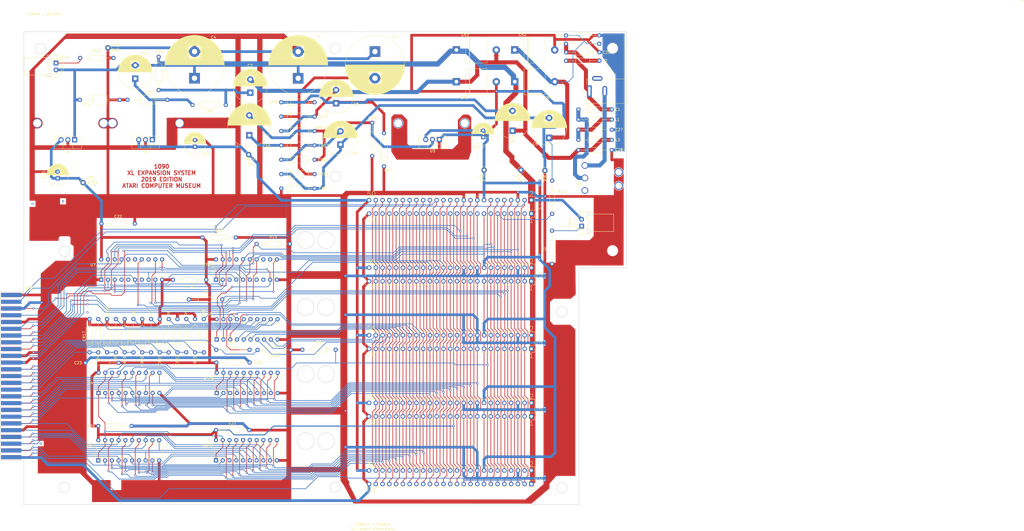
<source format=kicad_pcb>
(kicad_pcb (version 20171130) (host pcbnew 5.1.8-5.1.8)
  (layers (0 F.Cu signal) (31 B.Cu signal) (34 B.Paste user hide) (35 F.Paste user hide) (36 B.SilkS user) (37 F.SilkS user) (38 B.Mask user hide) (39 F.Mask user hide) (44 Edge.Cuts user))
  (net 0 "")
  (net 1 "Net-(C2-Pad1)")
  (net 2 +10V)
  (net 3 GND)
  (net 4 "Net-(C5-Pad2)")
  (net 5 "Net-(C6-Pad2)")
  (net 6 "Net-(C10-Pad1)")
  (net 7 "Net-(C8-Pad2)")
  (net 8 "Net-(C9-Pad2)")
  (net 9 "Net-(C10-Pad2)")
  (net 10 "Net-(C11-Pad1)")
  (net 11 +12V)
  (net 12 +5V)
  (net 13 -12V)
  (net 14 "Net-(CR15-Pad1)")
  (net 15 "Net-(CR16-Pad1)")
  (net 16 /ID0)
  (net 17 /ID1)
  (net 18 /ID2)
  (net 19 /ID3)
  (net 20 /ID4)
  (net 21 /ID5)
  (net 22 /ID6)
  (net 23 /ID7)
  (net 24 "Net-(J1-Pad3)")
  (net 25 /B_D0)
  (net 26 /B_D1)
  (net 27 /B_D2)
  (net 28 /B_D3)
  (net 29 /B_D4)
  (net 30 /B_D5)
  (net 31 /B_D6)
  (net 32 /B_D7)
  (net 33 /!DBUFFSEL)
  (net 34 /B_Ph2)
  (net 35 /!A_BUFF_SEL)
  (net 36 /B_RESET)
  (net 37 /!IRQ)
  (net 38 /!MPD)
  (net 39 /AUDIO)
  (net 40 /COMPGNDRET)
  (net 41 /B_A0)
  (net 42 /B_A1)
  (net 43 /B_A2)
  (net 44 /B_A3)
  (net 45 /B_A4)
  (net 46 /B_A5)
  (net 47 /B_A6)
  (net 48 /B_A7)
  (net 49 /B_A8)
  (net 50 /B_A9)
  (net 51 /B_A10)
  (net 52 /B_A11)
  (net 53 /B_A12)
  (net 54 /B_A13)
  (net 55 /B_A14)
  (net 56 /B_A15)
  (net 57 /B_LR!W)
  (net 58 /!CARDSEL)
  (net 59 /AC)
  (net 60 /!RDY)
  (net 61 /B_!REF)
  (net 62 /!B_EXTENB)
  (net 63 /!EXTSEL)
  (net 64 /!EXTENB)
  (net 65 /Ph2)
  (net 66 /!REF)
  (net 67 /RESET)
  (net 68 "Net-(P1-Pad33)")
  (net 69 "Net-(P1-Pad44)")
  (net 70 /LR!W)
  (net 71 "Net-(P1-Pad41)")
  (net 72 "Net-(P1-Pad48)")
  (net 73 /A0)
  (net 74 /A2)
  (net 75 /A4)
  (net 76 /A6)
  (net 77 /A7)
  (net 78 /A9)
  (net 79 /A11)
  (net 80 /A13)
  (net 81 /D0)
  (net 82 /D2)
  (net 83 /D4)
  (net 84 /D6)
  (net 85 /A1)
  (net 86 /A3)
  (net 87 /A5)
  (net 88 /A8)
  (net 89 /A10)
  (net 90 /A12)
  (net 91 /A14)
  (net 92 /A15)
  (net 93 /D1)
  (net 94 /D3)
  (net 95 /D5)
  (net 96 /D7)
  (net 97 "Net-(U7-Pad13)")
  (net 98 "Net-(U7-Pad4)")
  (net 99 "Net-(U7-Pad5)")
  (net 100 "Net-(U7-Pad15)")
  (net 101 "Net-(U7-Pad16)")
  (net 102 "Net-(U7-Pad7)")
  (net 103 "Net-(U7A1-Pad12)")
  (net 104 "Net-(U7A1-Pad3)")
  (net 105 "Net-(U7A1-Pad13)")
  (net 106 "Net-(U7A1-Pad7)")
  (net 107 "Net-(U7A1-Pad17)")
  (net 108 "Net-(U7A1-Pad8)")
  (net 109 /Pin47)
  (net 110 /Pin39)
  (net 111 /PR3)
  (net 112 /PR2)
  (net 113 /PR7)
  (net 114 /PR6)
  (net 115 /PR4)
  (net 116 /PR5)
  (net 117 /PR1)
  (net 118 /rsvd)
  (module footprints:E101J1ABE2 (layer F.Cu) (at 519.684 176.1744)
    (fp_text reference S1 (at -2.159 6.985) (layer F.SilkS))
    (fp_text value SW_SPST)
    (pad 5 thru_hole circle (at 12.7 7.62 90) (size 3.2 3.2) (drill 2.3876) (layers *.Cu *.Mask))
    (pad 4 thru_hole circle (at 12.7 2.54 90) (size 3.2 3.2) (drill 2.3876) (layers *.Cu *.Mask))
    (pad 3 thru_hole circle (at 0 9.400001) (size 2.524 2.524) (drill 1.85) (layers *.Cu *.Mask))
    (pad 2 thru_hole circle (at 0 4.700001) (size 2.524 2.524) (drill 1.85) (layers *.Cu *.Mask) (net 111 /PR3))
    (pad 1 thru_hole circle (at 0 0) (size 2.524 2.524) (drill 1.85) (layers *.Cu *.Mask) (net 117 /PR1))
  )
  (module Atari:AtariSocket_2x25_P2.54mm_Vertical (layer F.Cu) (at 499.61 293.35 270)
    (fp_text reference J6 (at 0 -2.81 180) (layer F.SilkS) (effects (font (size 1.778 1.778) (thickness 0.127))))
    (fp_text value J6 hide)
    (fp_text user 1 (at 5.14 -0.05 180) (layer F.SilkS) (effects (font (size 1.778 1.778) (thickness 0.127))))
    (fp_text user 2 (at -4.93 0.01 180) (layer F.SilkS) (effects (font (size 1.778 1.778) (thickness 0.127))))
    (fp_text user 49 (at 5.17 60.16 180) (layer F.SilkS) (effects (font (size 1.778 1.778) (thickness 0.127))))
    (fp_text user 50 (at -4.91 59.94 180) (layer F.SilkS) (effects (font (size 1.778 1.778) (thickness 0.127))))
    (pad 50 thru_hole oval (at -2.54 60.96 270) (size 1.7 1.7) (drill 1) (layers *.Cu *.Mask) (net 11 +12V))
    (pad 49 thru_hole oval (at 2.54 60.96 270) (size 1.7 1.7) (drill 1) (layers *.Cu *.Mask) (net 40 /COMPGNDRET))
    (pad 48 thru_hole oval (at -2.54 58.42 270) (size 1.7 1.7) (drill 1) (layers *.Cu *.Mask) (net 25 /B_D0))
    (pad 47 thru_hole oval (at 2.54 58.42 270) (size 1.7 1.7) (drill 1) (layers *.Cu *.Mask) (net 41 /B_A0))
    (pad 46 thru_hole oval (at -2.54 55.88 270) (size 1.7 1.7) (drill 1) (layers *.Cu *.Mask) (net 26 /B_D1))
    (pad 45 thru_hole oval (at 2.54 55.88 270) (size 1.7 1.7) (drill 1) (layers *.Cu *.Mask) (net 42 /B_A1))
    (pad 44 thru_hole oval (at -2.54 53.34 270) (size 1.7 1.7) (drill 1) (layers *.Cu *.Mask) (net 27 /B_D2))
    (pad 43 thru_hole oval (at 2.54 53.34 270) (size 1.7 1.7) (drill 1) (layers *.Cu *.Mask) (net 43 /B_A2))
    (pad 42 thru_hole oval (at -2.54 50.8 270) (size 1.7 1.7) (drill 1) (layers *.Cu *.Mask) (net 28 /B_D3))
    (pad 41 thru_hole oval (at 2.54 50.8 270) (size 1.7 1.7) (drill 1) (layers *.Cu *.Mask) (net 44 /B_A3))
    (pad 40 thru_hole oval (at -2.54 48.26 270) (size 1.7 1.7) (drill 1) (layers *.Cu *.Mask) (net 29 /B_D4))
    (pad 39 thru_hole oval (at 2.54 48.26 270) (size 1.7 1.7) (drill 1) (layers *.Cu *.Mask) (net 45 /B_A4))
    (pad 38 thru_hole oval (at -2.54 45.72 270) (size 1.7 1.7) (drill 1) (layers *.Cu *.Mask) (net 30 /B_D5))
    (pad 37 thru_hole oval (at 2.54 45.72 270) (size 1.7 1.7) (drill 1) (layers *.Cu *.Mask) (net 46 /B_A5))
    (pad 36 thru_hole oval (at -2.54 43.18 270) (size 1.7 1.7) (drill 1) (layers *.Cu *.Mask) (net 31 /B_D6))
    (pad 35 thru_hole oval (at 2.54 43.18 270) (size 1.7 1.7) (drill 1) (layers *.Cu *.Mask) (net 47 /B_A6))
    (pad 34 thru_hole oval (at -2.54 40.64 270) (size 1.7 1.7) (drill 1) (layers *.Cu *.Mask) (net 32 /B_D7))
    (pad 33 thru_hole oval (at 2.54 40.64 270) (size 1.7 1.7) (drill 1) (layers *.Cu *.Mask) (net 48 /B_A7))
    (pad 32 thru_hole oval (at -2.54 38.1 270) (size 1.7 1.7) (drill 1) (layers *.Cu *.Mask) (net 33 /!DBUFFSEL))
    (pad 31 thru_hole oval (at 2.54 38.1 270) (size 1.7 1.7) (drill 1) (layers *.Cu *.Mask) (net 49 /B_A8))
    (pad 30 thru_hole oval (at -2.54 35.56 270) (size 1.7 1.7) (drill 1) (layers *.Cu *.Mask) (net 109 /Pin47))
    (pad 29 thru_hole oval (at 2.54 35.56 270) (size 1.7 1.7) (drill 1) (layers *.Cu *.Mask) (net 50 /B_A9))
    (pad 28 thru_hole oval (at -2.54 33.02 270) (size 1.7 1.7) (drill 1) (layers *.Cu *.Mask) (net 110 /Pin39))
    (pad 27 thru_hole oval (at 2.54 33.02 270) (size 1.7 1.7) (drill 1) (layers *.Cu *.Mask) (net 51 /B_A10))
    (pad 26 thru_hole oval (at -2.54 30.48 270) (size 1.7 1.7) (drill 1) (layers *.Cu *.Mask) (net 118 /rsvd))
    (pad 25 thru_hole oval (at 2.54 30.48 270) (size 1.7 1.7) (drill 1) (layers *.Cu *.Mask) (net 52 /B_A11))
    (pad 24 thru_hole oval (at -2.54 27.94 270) (size 1.7 1.7) (drill 1) (layers *.Cu *.Mask) (net 12 +5V))
    (pad 23 thru_hole oval (at 2.54 27.94 270) (size 1.7 1.7) (drill 1) (layers *.Cu *.Mask) (net 53 /B_A12))
    (pad 22 thru_hole oval (at -2.54 25.4 270) (size 1.7 1.7) (drill 1) (layers *.Cu *.Mask) (net 3 GND))
    (pad 21 thru_hole oval (at 2.54 25.4 270) (size 1.7 1.7) (drill 1) (layers *.Cu *.Mask) (net 54 /B_A13))
    (pad 20 thru_hole oval (at -2.54 22.86 270) (size 1.7 1.7) (drill 1) (layers *.Cu *.Mask) (net 34 /B_Ph2))
    (pad 19 thru_hole oval (at 2.54 22.86 270) (size 1.7 1.7) (drill 1) (layers *.Cu *.Mask) (net 55 /B_A14))
    (pad 18 thru_hole oval (at -2.54 20.32 270) (size 1.7 1.7) (drill 1) (layers *.Cu *.Mask) (net 3 GND))
    (pad 17 thru_hole oval (at 2.54 20.32 270) (size 1.7 1.7) (drill 1) (layers *.Cu *.Mask) (net 56 /B_A15))
    (pad 16 thru_hole oval (at -2.54 17.78 270) (size 1.7 1.7) (drill 1) (layers *.Cu *.Mask) (net 13 -12V))
    (pad 15 thru_hole oval (at 2.54 17.78 270) (size 1.7 1.7) (drill 1) (layers *.Cu *.Mask) (net 57 /B_LR!W))
    (pad 14 thru_hole oval (at -2.54 15.24 270) (size 1.7 1.7) (drill 1) (layers *.Cu *.Mask) (net 35 /!A_BUFF_SEL))
    (pad 13 thru_hole oval (at 2.54 15.24 270) (size 1.7 1.7) (drill 1) (layers *.Cu *.Mask) (net 58 /!CARDSEL))
    (pad 12 thru_hole oval (at -2.54 12.7 270) (size 1.7 1.7) (drill 1) (layers *.Cu *.Mask) (net 36 /B_RESET))
    (pad 11 thru_hole oval (at 2.54 12.7 270) (size 1.7 1.7) (drill 1) (layers *.Cu *.Mask) (net 59 /AC))
    (pad 10 thru_hole oval (at -2.54 10.16 270) (size 1.7 1.7) (drill 1) (layers *.Cu *.Mask) (net 37 /!IRQ))
    (pad 9 thru_hole oval (at 2.54 10.16 270) (size 1.7 1.7) (drill 1) (layers *.Cu *.Mask) (net 60 /!RDY))
    (pad 8 thru_hole oval (at -2.54 7.62 270) (size 1.7 1.7) (drill 1) (layers *.Cu *.Mask) (net 38 /!MPD))
    (pad 7 thru_hole oval (at 2.54 7.62 270) (size 1.7 1.7) (drill 1) (layers *.Cu *.Mask) (net 61 /B_!REF))
    (pad 6 thru_hole oval (at -2.54 5.08 270) (size 1.7 1.7) (drill 1) (layers *.Cu *.Mask) (net 3 GND))
    (pad 5 thru_hole oval (at 2.54 5.08 270) (size 1.7 1.7) (drill 1) (layers *.Cu *.Mask) (net 62 /!B_EXTENB))
    (pad 4 thru_hole oval (at -2.54 2.54 270) (size 1.7 1.7) (drill 1) (layers *.Cu *.Mask) (net 39 /AUDIO))
    (pad 3 thru_hole oval (at 2.54 2.54 270) (size 1.7 1.7) (drill 1) (layers *.Cu *.Mask) (net 63 /!EXTSEL))
    (pad 2 thru_hole oval (at -2.54 0 270) (size 1.7 1.7) (drill 1) (layers *.Cu *.Mask) (net 2 +10V))
    (pad 1 thru_hole rect (at 2.54 0 270) (size 1.7 1.7) (drill 1) (layers *.Cu *.Mask) (net 2 +10V))
  )
  (module Atari:AtariSocket_2x25_P2.54mm_Vertical (layer F.Cu) (at 499.61 191.74 270)
    (fp_text reference J2 (at 0 -2.82 180) (layer F.SilkS) (effects (font (size 1.778 1.778) (thickness 0.127))))
    (fp_text value J2 hide)
    (fp_text user 50 (at -4.89 60.09 180) (layer F.SilkS) (effects (font (size 1.778 1.778) (thickness 0.127))))
    (fp_text user 49 (at 5.24 60.11 180) (layer F.SilkS) (effects (font (size 1.778 1.778) (thickness 0.127))))
    (fp_text user 2 (at -4.99 -0.01 180) (layer F.SilkS) (effects (font (size 1.778 1.778) (thickness 0.127))))
    (fp_text user 1 (at 5.07 -0.01 180) (layer F.SilkS) (effects (font (size 1.778 1.778) (thickness 0.127))))
    (pad 50 thru_hole oval (at -2.54 60.96 270) (size 1.7 1.7) (drill 1) (layers *.Cu *.Mask) (net 11 +12V))
    (pad 49 thru_hole oval (at 2.54 60.96 270) (size 1.7 1.7) (drill 1) (layers *.Cu *.Mask) (net 40 /COMPGNDRET))
    (pad 48 thru_hole oval (at -2.54 58.42 270) (size 1.7 1.7) (drill 1) (layers *.Cu *.Mask) (net 25 /B_D0))
    (pad 47 thru_hole oval (at 2.54 58.42 270) (size 1.7 1.7) (drill 1) (layers *.Cu *.Mask) (net 41 /B_A0))
    (pad 46 thru_hole oval (at -2.54 55.88 270) (size 1.7 1.7) (drill 1) (layers *.Cu *.Mask) (net 26 /B_D1))
    (pad 45 thru_hole oval (at 2.54 55.88 270) (size 1.7 1.7) (drill 1) (layers *.Cu *.Mask) (net 42 /B_A1))
    (pad 44 thru_hole oval (at -2.54 53.34 270) (size 1.7 1.7) (drill 1) (layers *.Cu *.Mask) (net 27 /B_D2))
    (pad 43 thru_hole oval (at 2.54 53.34 270) (size 1.7 1.7) (drill 1) (layers *.Cu *.Mask) (net 43 /B_A2))
    (pad 42 thru_hole oval (at -2.54 50.8 270) (size 1.7 1.7) (drill 1) (layers *.Cu *.Mask) (net 28 /B_D3))
    (pad 41 thru_hole oval (at 2.54 50.8 270) (size 1.7 1.7) (drill 1) (layers *.Cu *.Mask) (net 44 /B_A3))
    (pad 40 thru_hole oval (at -2.54 48.26 270) (size 1.7 1.7) (drill 1) (layers *.Cu *.Mask) (net 29 /B_D4))
    (pad 39 thru_hole oval (at 2.54 48.26 270) (size 1.7 1.7) (drill 1) (layers *.Cu *.Mask) (net 45 /B_A4))
    (pad 38 thru_hole oval (at -2.54 45.72 270) (size 1.7 1.7) (drill 1) (layers *.Cu *.Mask) (net 30 /B_D5))
    (pad 37 thru_hole oval (at 2.54 45.72 270) (size 1.7 1.7) (drill 1) (layers *.Cu *.Mask) (net 46 /B_A5))
    (pad 36 thru_hole oval (at -2.54 43.18 270) (size 1.7 1.7) (drill 1) (layers *.Cu *.Mask) (net 31 /B_D6))
    (pad 35 thru_hole oval (at 2.54 43.18 270) (size 1.7 1.7) (drill 1) (layers *.Cu *.Mask) (net 47 /B_A6))
    (pad 34 thru_hole oval (at -2.54 40.64 270) (size 1.7 1.7) (drill 1) (layers *.Cu *.Mask) (net 32 /B_D7))
    (pad 33 thru_hole oval (at 2.54 40.64 270) (size 1.7 1.7) (drill 1) (layers *.Cu *.Mask) (net 48 /B_A7))
    (pad 32 thru_hole oval (at -2.54 38.1 270) (size 1.7 1.7) (drill 1) (layers *.Cu *.Mask) (net 33 /!DBUFFSEL))
    (pad 31 thru_hole oval (at 2.54 38.1 270) (size 1.7 1.7) (drill 1) (layers *.Cu *.Mask) (net 49 /B_A8))
    (pad 30 thru_hole oval (at -2.54 35.56 270) (size 1.7 1.7) (drill 1) (layers *.Cu *.Mask) (net 109 /Pin47))
    (pad 29 thru_hole oval (at 2.54 35.56 270) (size 1.7 1.7) (drill 1) (layers *.Cu *.Mask) (net 50 /B_A9))
    (pad 28 thru_hole oval (at -2.54 33.02 270) (size 1.7 1.7) (drill 1) (layers *.Cu *.Mask) (net 110 /Pin39))
    (pad 27 thru_hole oval (at 2.54 33.02 270) (size 1.7 1.7) (drill 1) (layers *.Cu *.Mask) (net 51 /B_A10))
    (pad 26 thru_hole oval (at -2.54 30.48 270) (size 1.7 1.7) (drill 1) (layers *.Cu *.Mask) (net 118 /rsvd))
    (pad 25 thru_hole oval (at 2.54 30.48 270) (size 1.7 1.7) (drill 1) (layers *.Cu *.Mask) (net 52 /B_A11))
    (pad 24 thru_hole oval (at -2.54 27.94 270) (size 1.7 1.7) (drill 1) (layers *.Cu *.Mask) (net 12 +5V))
    (pad 23 thru_hole oval (at 2.54 27.94 270) (size 1.7 1.7) (drill 1) (layers *.Cu *.Mask) (net 53 /B_A12))
    (pad 22 thru_hole oval (at -2.54 25.4 270) (size 1.7 1.7) (drill 1) (layers *.Cu *.Mask) (net 3 GND))
    (pad 21 thru_hole oval (at 2.54 25.4 270) (size 1.7 1.7) (drill 1) (layers *.Cu *.Mask) (net 54 /B_A13))
    (pad 20 thru_hole oval (at -2.54 22.86 270) (size 1.7 1.7) (drill 1) (layers *.Cu *.Mask) (net 34 /B_Ph2))
    (pad 19 thru_hole oval (at 2.54 22.86 270) (size 1.7 1.7) (drill 1) (layers *.Cu *.Mask) (net 55 /B_A14))
    (pad 18 thru_hole oval (at -2.54 20.32 270) (size 1.7 1.7) (drill 1) (layers *.Cu *.Mask) (net 3 GND))
    (pad 17 thru_hole oval (at 2.54 20.32 270) (size 1.7 1.7) (drill 1) (layers *.Cu *.Mask) (net 56 /B_A15))
    (pad 16 thru_hole oval (at -2.54 17.78 270) (size 1.7 1.7) (drill 1) (layers *.Cu *.Mask) (net 13 -12V))
    (pad 15 thru_hole oval (at 2.54 17.78 270) (size 1.7 1.7) (drill 1) (layers *.Cu *.Mask) (net 57 /B_LR!W))
    (pad 14 thru_hole oval (at -2.54 15.24 270) (size 1.7 1.7) (drill 1) (layers *.Cu *.Mask) (net 35 /!A_BUFF_SEL))
    (pad 13 thru_hole oval (at 2.54 15.24 270) (size 1.7 1.7) (drill 1) (layers *.Cu *.Mask) (net 58 /!CARDSEL))
    (pad 12 thru_hole oval (at -2.54 12.7 270) (size 1.7 1.7) (drill 1) (layers *.Cu *.Mask) (net 36 /B_RESET))
    (pad 11 thru_hole oval (at 2.54 12.7 270) (size 1.7 1.7) (drill 1) (layers *.Cu *.Mask) (net 59 /AC))
    (pad 10 thru_hole oval (at -2.54 10.16 270) (size 1.7 1.7) (drill 1) (layers *.Cu *.Mask) (net 37 /!IRQ))
    (pad 9 thru_hole oval (at 2.54 10.16 270) (size 1.7 1.7) (drill 1) (layers *.Cu *.Mask) (net 60 /!RDY))
    (pad 8 thru_hole oval (at -2.54 7.62 270) (size 1.7 1.7) (drill 1) (layers *.Cu *.Mask) (net 38 /!MPD))
    (pad 7 thru_hole oval (at 2.54 7.62 270) (size 1.7 1.7) (drill 1) (layers *.Cu *.Mask) (net 61 /B_!REF))
    (pad 6 thru_hole oval (at -2.54 5.08 270) (size 1.7 1.7) (drill 1) (layers *.Cu *.Mask) (net 3 GND))
    (pad 5 thru_hole oval (at 2.54 5.08 270) (size 1.7 1.7) (drill 1) (layers *.Cu *.Mask) (net 62 /!B_EXTENB))
    (pad 4 thru_hole oval (at -2.54 2.54 270) (size 1.7 1.7) (drill 1) (layers *.Cu *.Mask) (net 39 /AUDIO))
    (pad 3 thru_hole oval (at 2.54 2.54 270) (size 1.7 1.7) (drill 1) (layers *.Cu *.Mask) (net 63 /!EXTSEL))
    (pad 2 thru_hole oval (at -2.54 0 270) (size 1.7 1.7) (drill 1) (layers *.Cu *.Mask) (net 2 +10V))
    (pad 1 thru_hole rect (at 2.54 0 270) (size 1.7 1.7) (drill 1) (layers *.Cu *.Mask) (net 2 +10V))
  )
  (module Atari:AtariSocket_2x25_P2.54mm_Vertical (layer F.Cu) (at 499.62 217.15 270)
    (fp_text reference J3 (at 0 -2.81 180) (layer F.SilkS) (effects (font (size 1.778 1.778) (thickness 0.127))))
    (fp_text value J3 hide)
    (fp_text user 1 (at 5.09 0.01 180) (layer F.SilkS) (effects (font (size 1.778 1.778) (thickness 0.127))))
    (fp_text user 2 (at -4.92 0 180) (layer F.SilkS) (effects (font (size 1.778 1.778) (thickness 0.127))))
    (fp_text user 49 (at 5.15 60.21 180) (layer F.SilkS) (effects (font (size 1.778 1.778) (thickness 0.127))))
    (fp_text user 50 (at -4.94 60.2 180) (layer F.SilkS) (effects (font (size 1.778 1.778) (thickness 0.127))))
    (pad 50 thru_hole oval (at -2.54 60.96 270) (size 1.7 1.7) (drill 1) (layers *.Cu *.Mask) (net 11 +12V))
    (pad 49 thru_hole oval (at 2.54 60.96 270) (size 1.7 1.7) (drill 1) (layers *.Cu *.Mask) (net 40 /COMPGNDRET))
    (pad 48 thru_hole oval (at -2.54 58.42 270) (size 1.7 1.7) (drill 1) (layers *.Cu *.Mask) (net 25 /B_D0))
    (pad 47 thru_hole oval (at 2.54 58.42 270) (size 1.7 1.7) (drill 1) (layers *.Cu *.Mask) (net 41 /B_A0))
    (pad 46 thru_hole oval (at -2.54 55.88 270) (size 1.7 1.7) (drill 1) (layers *.Cu *.Mask) (net 26 /B_D1))
    (pad 45 thru_hole oval (at 2.54 55.88 270) (size 1.7 1.7) (drill 1) (layers *.Cu *.Mask) (net 42 /B_A1))
    (pad 44 thru_hole oval (at -2.54 53.34 270) (size 1.7 1.7) (drill 1) (layers *.Cu *.Mask) (net 27 /B_D2))
    (pad 43 thru_hole oval (at 2.54 53.34 270) (size 1.7 1.7) (drill 1) (layers *.Cu *.Mask) (net 43 /B_A2))
    (pad 42 thru_hole oval (at -2.54 50.8 270) (size 1.7 1.7) (drill 1) (layers *.Cu *.Mask) (net 28 /B_D3))
    (pad 41 thru_hole oval (at 2.54 50.8 270) (size 1.7 1.7) (drill 1) (layers *.Cu *.Mask) (net 44 /B_A3))
    (pad 40 thru_hole oval (at -2.54 48.26 270) (size 1.7 1.7) (drill 1) (layers *.Cu *.Mask) (net 29 /B_D4))
    (pad 39 thru_hole oval (at 2.54 48.26 270) (size 1.7 1.7) (drill 1) (layers *.Cu *.Mask) (net 45 /B_A4))
    (pad 38 thru_hole oval (at -2.54 45.72 270) (size 1.7 1.7) (drill 1) (layers *.Cu *.Mask) (net 30 /B_D5))
    (pad 37 thru_hole oval (at 2.54 45.72 270) (size 1.7 1.7) (drill 1) (layers *.Cu *.Mask) (net 46 /B_A5))
    (pad 36 thru_hole oval (at -2.54 43.18 270) (size 1.7 1.7) (drill 1) (layers *.Cu *.Mask) (net 31 /B_D6))
    (pad 35 thru_hole oval (at 2.54 43.18 270) (size 1.7 1.7) (drill 1) (layers *.Cu *.Mask) (net 47 /B_A6))
    (pad 34 thru_hole oval (at -2.54 40.64 270) (size 1.7 1.7) (drill 1) (layers *.Cu *.Mask) (net 32 /B_D7))
    (pad 33 thru_hole oval (at 2.54 40.64 270) (size 1.7 1.7) (drill 1) (layers *.Cu *.Mask) (net 48 /B_A7))
    (pad 32 thru_hole oval (at -2.54 38.1 270) (size 1.7 1.7) (drill 1) (layers *.Cu *.Mask) (net 33 /!DBUFFSEL))
    (pad 31 thru_hole oval (at 2.54 38.1 270) (size 1.7 1.7) (drill 1) (layers *.Cu *.Mask) (net 49 /B_A8))
    (pad 30 thru_hole oval (at -2.54 35.56 270) (size 1.7 1.7) (drill 1) (layers *.Cu *.Mask) (net 109 /Pin47))
    (pad 29 thru_hole oval (at 2.54 35.56 270) (size 1.7 1.7) (drill 1) (layers *.Cu *.Mask) (net 50 /B_A9))
    (pad 28 thru_hole oval (at -2.54 33.02 270) (size 1.7 1.7) (drill 1) (layers *.Cu *.Mask) (net 110 /Pin39))
    (pad 27 thru_hole oval (at 2.54 33.02 270) (size 1.7 1.7) (drill 1) (layers *.Cu *.Mask) (net 51 /B_A10))
    (pad 26 thru_hole oval (at -2.54 30.48 270) (size 1.7 1.7) (drill 1) (layers *.Cu *.Mask) (net 118 /rsvd))
    (pad 25 thru_hole oval (at 2.54 30.48 270) (size 1.7 1.7) (drill 1) (layers *.Cu *.Mask) (net 52 /B_A11))
    (pad 24 thru_hole oval (at -2.54 27.94 270) (size 1.7 1.7) (drill 1) (layers *.Cu *.Mask) (net 12 +5V))
    (pad 23 thru_hole oval (at 2.54 27.94 270) (size 1.7 1.7) (drill 1) (layers *.Cu *.Mask) (net 53 /B_A12))
    (pad 22 thru_hole oval (at -2.54 25.4 270) (size 1.7 1.7) (drill 1) (layers *.Cu *.Mask) (net 3 GND))
    (pad 21 thru_hole oval (at 2.54 25.4 270) (size 1.7 1.7) (drill 1) (layers *.Cu *.Mask) (net 54 /B_A13))
    (pad 20 thru_hole oval (at -2.54 22.86 270) (size 1.7 1.7) (drill 1) (layers *.Cu *.Mask) (net 34 /B_Ph2))
    (pad 19 thru_hole oval (at 2.54 22.86 270) (size 1.7 1.7) (drill 1) (layers *.Cu *.Mask) (net 55 /B_A14))
    (pad 18 thru_hole oval (at -2.54 20.32 270) (size 1.7 1.7) (drill 1) (layers *.Cu *.Mask) (net 3 GND))
    (pad 17 thru_hole oval (at 2.54 20.32 270) (size 1.7 1.7) (drill 1) (layers *.Cu *.Mask) (net 56 /B_A15))
    (pad 16 thru_hole oval (at -2.54 17.78 270) (size 1.7 1.7) (drill 1) (layers *.Cu *.Mask) (net 13 -12V))
    (pad 15 thru_hole oval (at 2.54 17.78 270) (size 1.7 1.7) (drill 1) (layers *.Cu *.Mask) (net 57 /B_LR!W))
    (pad 14 thru_hole oval (at -2.54 15.24 270) (size 1.7 1.7) (drill 1) (layers *.Cu *.Mask) (net 35 /!A_BUFF_SEL))
    (pad 13 thru_hole oval (at 2.54 15.24 270) (size 1.7 1.7) (drill 1) (layers *.Cu *.Mask) (net 58 /!CARDSEL))
    (pad 12 thru_hole oval (at -2.54 12.7 270) (size 1.7 1.7) (drill 1) (layers *.Cu *.Mask) (net 36 /B_RESET))
    (pad 11 thru_hole oval (at 2.54 12.7 270) (size 1.7 1.7) (drill 1) (layers *.Cu *.Mask) (net 59 /AC))
    (pad 10 thru_hole oval (at -2.54 10.16 270) (size 1.7 1.7) (drill 1) (layers *.Cu *.Mask) (net 37 /!IRQ))
    (pad 9 thru_hole oval (at 2.54 10.16 270) (size 1.7 1.7) (drill 1) (layers *.Cu *.Mask) (net 60 /!RDY))
    (pad 8 thru_hole oval (at -2.54 7.62 270) (size 1.7 1.7) (drill 1) (layers *.Cu *.Mask) (net 38 /!MPD))
    (pad 7 thru_hole oval (at 2.54 7.62 270) (size 1.7 1.7) (drill 1) (layers *.Cu *.Mask) (net 61 /B_!REF))
    (pad 6 thru_hole oval (at -2.54 5.08 270) (size 1.7 1.7) (drill 1) (layers *.Cu *.Mask) (net 3 GND))
    (pad 5 thru_hole oval (at 2.54 5.08 270) (size 1.7 1.7) (drill 1) (layers *.Cu *.Mask) (net 62 /!B_EXTENB))
    (pad 4 thru_hole oval (at -2.54 2.54 270) (size 1.7 1.7) (drill 1) (layers *.Cu *.Mask) (net 39 /AUDIO))
    (pad 3 thru_hole oval (at 2.54 2.54 270) (size 1.7 1.7) (drill 1) (layers *.Cu *.Mask) (net 63 /!EXTSEL))
    (pad 2 thru_hole oval (at -2.54 0 270) (size 1.7 1.7) (drill 1) (layers *.Cu *.Mask) (net 2 +10V))
    (pad 1 thru_hole rect (at 2.54 0 270) (size 1.7 1.7) (drill 1) (layers *.Cu *.Mask) (net 2 +10V))
  )
  (module Atari:AtariSocket_2x25_P2.54mm_Vertical (layer F.Cu) (at 499.62 242.54 270)
    (fp_text reference J4 (at 0 -2.82 180) (layer F.SilkS) (effects (font (size 1.778 1.778) (thickness 0.127))))
    (fp_text value J4 hide)
    (fp_text user 50 (at -4.88 60.18 180) (layer F.SilkS) (effects (font (size 1.778 1.778) (thickness 0.127))))
    (fp_text user 49 (at 5.19 60.18 180) (layer F.SilkS) (effects (font (size 1.778 1.778) (thickness 0.127))))
    (fp_text user 2 (at -4.91 0.02 180) (layer F.SilkS) (effects (font (size 1.778 1.778) (thickness 0.127))))
    (fp_text user 1 (at 5.1 0.02 180) (layer F.SilkS) (effects (font (size 1.778 1.778) (thickness 0.127))))
    (pad 50 thru_hole oval (at -2.54 60.96 270) (size 1.7 1.7) (drill 1) (layers *.Cu *.Mask) (net 11 +12V))
    (pad 49 thru_hole oval (at 2.54 60.96 270) (size 1.7 1.7) (drill 1) (layers *.Cu *.Mask) (net 40 /COMPGNDRET))
    (pad 48 thru_hole oval (at -2.54 58.42 270) (size 1.7 1.7) (drill 1) (layers *.Cu *.Mask) (net 25 /B_D0))
    (pad 47 thru_hole oval (at 2.54 58.42 270) (size 1.7 1.7) (drill 1) (layers *.Cu *.Mask) (net 41 /B_A0))
    (pad 46 thru_hole oval (at -2.54 55.88 270) (size 1.7 1.7) (drill 1) (layers *.Cu *.Mask) (net 26 /B_D1))
    (pad 45 thru_hole oval (at 2.54 55.88 270) (size 1.7 1.7) (drill 1) (layers *.Cu *.Mask) (net 42 /B_A1))
    (pad 44 thru_hole oval (at -2.54 53.34 270) (size 1.7 1.7) (drill 1) (layers *.Cu *.Mask) (net 27 /B_D2))
    (pad 43 thru_hole oval (at 2.54 53.34 270) (size 1.7 1.7) (drill 1) (layers *.Cu *.Mask) (net 43 /B_A2))
    (pad 42 thru_hole oval (at -2.54 50.8 270) (size 1.7 1.7) (drill 1) (layers *.Cu *.Mask) (net 28 /B_D3))
    (pad 41 thru_hole oval (at 2.54 50.8 270) (size 1.7 1.7) (drill 1) (layers *.Cu *.Mask) (net 44 /B_A3))
    (pad 40 thru_hole oval (at -2.54 48.26 270) (size 1.7 1.7) (drill 1) (layers *.Cu *.Mask) (net 29 /B_D4))
    (pad 39 thru_hole oval (at 2.54 48.26 270) (size 1.7 1.7) (drill 1) (layers *.Cu *.Mask) (net 45 /B_A4))
    (pad 38 thru_hole oval (at -2.54 45.72 270) (size 1.7 1.7) (drill 1) (layers *.Cu *.Mask) (net 30 /B_D5))
    (pad 37 thru_hole oval (at 2.54 45.72 270) (size 1.7 1.7) (drill 1) (layers *.Cu *.Mask) (net 46 /B_A5))
    (pad 36 thru_hole oval (at -2.54 43.18 270) (size 1.7 1.7) (drill 1) (layers *.Cu *.Mask) (net 31 /B_D6))
    (pad 35 thru_hole oval (at 2.54 43.18 270) (size 1.7 1.7) (drill 1) (layers *.Cu *.Mask) (net 47 /B_A6))
    (pad 34 thru_hole oval (at -2.54 40.64 270) (size 1.7 1.7) (drill 1) (layers *.Cu *.Mask) (net 32 /B_D7))
    (pad 33 thru_hole oval (at 2.54 40.64 270) (size 1.7 1.7) (drill 1) (layers *.Cu *.Mask) (net 48 /B_A7))
    (pad 32 thru_hole oval (at -2.54 38.1 270) (size 1.7 1.7) (drill 1) (layers *.Cu *.Mask) (net 33 /!DBUFFSEL))
    (pad 31 thru_hole oval (at 2.54 38.1 270) (size 1.7 1.7) (drill 1) (layers *.Cu *.Mask) (net 49 /B_A8))
    (pad 30 thru_hole oval (at -2.54 35.56 270) (size 1.7 1.7) (drill 1) (layers *.Cu *.Mask) (net 109 /Pin47))
    (pad 29 thru_hole oval (at 2.54 35.56 270) (size 1.7 1.7) (drill 1) (layers *.Cu *.Mask) (net 50 /B_A9))
    (pad 28 thru_hole oval (at -2.54 33.02 270) (size 1.7 1.7) (drill 1) (layers *.Cu *.Mask) (net 110 /Pin39))
    (pad 27 thru_hole oval (at 2.54 33.02 270) (size 1.7 1.7) (drill 1) (layers *.Cu *.Mask) (net 51 /B_A10))
    (pad 26 thru_hole oval (at -2.54 30.48 270) (size 1.7 1.7) (drill 1) (layers *.Cu *.Mask) (net 118 /rsvd))
    (pad 25 thru_hole oval (at 2.54 30.48 270) (size 1.7 1.7) (drill 1) (layers *.Cu *.Mask) (net 52 /B_A11))
    (pad 24 thru_hole oval (at -2.54 27.94 270) (size 1.7 1.7) (drill 1) (layers *.Cu *.Mask) (net 12 +5V))
    (pad 23 thru_hole oval (at 2.54 27.94 270) (size 1.7 1.7) (drill 1) (layers *.Cu *.Mask) (net 53 /B_A12))
    (pad 22 thru_hole oval (at -2.54 25.4 270) (size 1.7 1.7) (drill 1) (layers *.Cu *.Mask) (net 3 GND))
    (pad 21 thru_hole oval (at 2.54 25.4 270) (size 1.7 1.7) (drill 1) (layers *.Cu *.Mask) (net 54 /B_A13))
    (pad 20 thru_hole oval (at -2.54 22.86 270) (size 1.7 1.7) (drill 1) (layers *.Cu *.Mask) (net 34 /B_Ph2))
    (pad 19 thru_hole oval (at 2.54 22.86 270) (size 1.7 1.7) (drill 1) (layers *.Cu *.Mask) (net 55 /B_A14))
    (pad 18 thru_hole oval (at -2.54 20.32 270) (size 1.7 1.7) (drill 1) (layers *.Cu *.Mask) (net 3 GND))
    (pad 17 thru_hole oval (at 2.54 20.32 270) (size 1.7 1.7) (drill 1) (layers *.Cu *.Mask) (net 56 /B_A15))
    (pad 16 thru_hole oval (at -2.54 17.78 270) (size 1.7 1.7) (drill 1) (layers *.Cu *.Mask) (net 13 -12V))
    (pad 15 thru_hole oval (at 2.54 17.78 270) (size 1.7 1.7) (drill 1) (layers *.Cu *.Mask) (net 57 /B_LR!W))
    (pad 14 thru_hole oval (at -2.54 15.24 270) (size 1.7 1.7) (drill 1) (layers *.Cu *.Mask) (net 35 /!A_BUFF_SEL))
    (pad 13 thru_hole oval (at 2.54 15.24 270) (size 1.7 1.7) (drill 1) (layers *.Cu *.Mask) (net 58 /!CARDSEL))
    (pad 12 thru_hole oval (at -2.54 12.7 270) (size 1.7 1.7) (drill 1) (layers *.Cu *.Mask) (net 36 /B_RESET))
    (pad 11 thru_hole oval (at 2.54 12.7 270) (size 1.7 1.7) (drill 1) (layers *.Cu *.Mask) (net 59 /AC))
    (pad 10 thru_hole oval (at -2.54 10.16 270) (size 1.7 1.7) (drill 1) (layers *.Cu *.Mask) (net 37 /!IRQ))
    (pad 9 thru_hole oval (at 2.54 10.16 270) (size 1.7 1.7) (drill 1) (layers *.Cu *.Mask) (net 60 /!RDY))
    (pad 8 thru_hole oval (at -2.54 7.62 270) (size 1.7 1.7) (drill 1) (layers *.Cu *.Mask) (net 38 /!MPD))
    (pad 7 thru_hole oval (at 2.54 7.62 270) (size 1.7 1.7) (drill 1) (layers *.Cu *.Mask) (net 61 /B_!REF))
    (pad 6 thru_hole oval (at -2.54 5.08 270) (size 1.7 1.7) (drill 1) (layers *.Cu *.Mask) (net 3 GND))
    (pad 5 thru_hole oval (at 2.54 5.08 270) (size 1.7 1.7) (drill 1) (layers *.Cu *.Mask) (net 62 /!B_EXTENB))
    (pad 4 thru_hole oval (at -2.54 2.54 270) (size 1.7 1.7) (drill 1) (layers *.Cu *.Mask) (net 39 /AUDIO))
    (pad 3 thru_hole oval (at 2.54 2.54 270) (size 1.7 1.7) (drill 1) (layers *.Cu *.Mask) (net 63 /!EXTSEL))
    (pad 2 thru_hole oval (at -2.54 0 270) (size 1.7 1.7) (drill 1) (layers *.Cu *.Mask) (net 2 +10V))
    (pad 1 thru_hole rect (at 2.54 0 270) (size 1.7 1.7) (drill 1) (layers *.Cu *.Mask) (net 2 +10V))
  )
  (module Atari:AtariSocket_2x25_P2.54mm_Vertical (layer F.Cu) (at 499.6 267.95 270)
    (fp_text reference J5 (at 0 -2.82 180) (layer F.SilkS) (effects (font (size 1.778 1.778) (thickness 0.127))))
    (fp_text value J5 hide)
    (fp_text user 1 (at 5.12 -0.01 180) (layer F.SilkS) (effects (font (size 1.778 1.778) (thickness 0.127))))
    (fp_text user 2 (at -4.91 -0.05 180) (layer F.SilkS) (effects (font (size 1.778 1.778) (thickness 0.127))))
    (fp_text user 49 (at 5.16 60.18 180) (layer F.SilkS) (effects (font (size 1.778 1.778) (thickness 0.127))))
    (fp_text user 50 (at -4.91 60.18 180) (layer F.SilkS) (effects (font (size 1.778 1.778) (thickness 0.127))))
    (pad 50 thru_hole oval (at -2.54 60.96 270) (size 1.7 1.7) (drill 1) (layers *.Cu *.Mask) (net 11 +12V))
    (pad 49 thru_hole oval (at 2.54 60.96 270) (size 1.7 1.7) (drill 1) (layers *.Cu *.Mask) (net 40 /COMPGNDRET))
    (pad 48 thru_hole oval (at -2.54 58.42 270) (size 1.7 1.7) (drill 1) (layers *.Cu *.Mask) (net 25 /B_D0))
    (pad 47 thru_hole oval (at 2.54 58.42 270) (size 1.7 1.7) (drill 1) (layers *.Cu *.Mask) (net 41 /B_A0))
    (pad 46 thru_hole oval (at -2.54 55.88 270) (size 1.7 1.7) (drill 1) (layers *.Cu *.Mask) (net 26 /B_D1))
    (pad 45 thru_hole oval (at 2.54 55.88 270) (size 1.7 1.7) (drill 1) (layers *.Cu *.Mask) (net 42 /B_A1))
    (pad 44 thru_hole oval (at -2.54 53.34 270) (size 1.7 1.7) (drill 1) (layers *.Cu *.Mask) (net 27 /B_D2))
    (pad 43 thru_hole oval (at 2.54 53.34 270) (size 1.7 1.7) (drill 1) (layers *.Cu *.Mask) (net 43 /B_A2))
    (pad 42 thru_hole oval (at -2.54 50.8 270) (size 1.7 1.7) (drill 1) (layers *.Cu *.Mask) (net 28 /B_D3))
    (pad 41 thru_hole oval (at 2.54 50.8 270) (size 1.7 1.7) (drill 1) (layers *.Cu *.Mask) (net 44 /B_A3))
    (pad 40 thru_hole oval (at -2.54 48.26 270) (size 1.7 1.7) (drill 1) (layers *.Cu *.Mask) (net 29 /B_D4))
    (pad 39 thru_hole oval (at 2.54 48.26 270) (size 1.7 1.7) (drill 1) (layers *.Cu *.Mask) (net 45 /B_A4))
    (pad 38 thru_hole oval (at -2.54 45.72 270) (size 1.7 1.7) (drill 1) (layers *.Cu *.Mask) (net 30 /B_D5))
    (pad 37 thru_hole oval (at 2.54 45.72 270) (size 1.7 1.7) (drill 1) (layers *.Cu *.Mask) (net 46 /B_A5))
    (pad 36 thru_hole oval (at -2.54 43.18 270) (size 1.7 1.7) (drill 1) (layers *.Cu *.Mask) (net 31 /B_D6))
    (pad 35 thru_hole oval (at 2.54 43.18 270) (size 1.7 1.7) (drill 1) (layers *.Cu *.Mask) (net 47 /B_A6))
    (pad 34 thru_hole oval (at -2.54 40.64 270) (size 1.7 1.7) (drill 1) (layers *.Cu *.Mask) (net 32 /B_D7))
    (pad 33 thru_hole oval (at 2.54 40.64 270) (size 1.7 1.7) (drill 1) (layers *.Cu *.Mask) (net 48 /B_A7))
    (pad 32 thru_hole oval (at -2.54 38.1 270) (size 1.7 1.7) (drill 1) (layers *.Cu *.Mask) (net 33 /!DBUFFSEL))
    (pad 31 thru_hole oval (at 2.54 38.1 270) (size 1.7 1.7) (drill 1) (layers *.Cu *.Mask) (net 49 /B_A8))
    (pad 30 thru_hole oval (at -2.54 35.56 270) (size 1.7 1.7) (drill 1) (layers *.Cu *.Mask) (net 109 /Pin47))
    (pad 29 thru_hole oval (at 2.54 35.56 270) (size 1.7 1.7) (drill 1) (layers *.Cu *.Mask) (net 50 /B_A9))
    (pad 28 thru_hole oval (at -2.54 33.02 270) (size 1.7 1.7) (drill 1) (layers *.Cu *.Mask) (net 110 /Pin39))
    (pad 27 thru_hole oval (at 2.54 33.02 270) (size 1.7 1.7) (drill 1) (layers *.Cu *.Mask) (net 51 /B_A10))
    (pad 26 thru_hole oval (at -2.54 30.48 270) (size 1.7 1.7) (drill 1) (layers *.Cu *.Mask) (net 118 /rsvd))
    (pad 25 thru_hole oval (at 2.54 30.48 270) (size 1.7 1.7) (drill 1) (layers *.Cu *.Mask) (net 52 /B_A11))
    (pad 24 thru_hole oval (at -2.54 27.94 270) (size 1.7 1.7) (drill 1) (layers *.Cu *.Mask) (net 12 +5V))
    (pad 23 thru_hole oval (at 2.54 27.94 270) (size 1.7 1.7) (drill 1) (layers *.Cu *.Mask) (net 53 /B_A12))
    (pad 22 thru_hole oval (at -2.54 25.4 270) (size 1.7 1.7) (drill 1) (layers *.Cu *.Mask) (net 3 GND))
    (pad 21 thru_hole oval (at 2.54 25.4 270) (size 1.7 1.7) (drill 1) (layers *.Cu *.Mask) (net 54 /B_A13))
    (pad 20 thru_hole oval (at -2.54 22.86 270) (size 1.7 1.7) (drill 1) (layers *.Cu *.Mask) (net 34 /B_Ph2))
    (pad 19 thru_hole oval (at 2.54 22.86 270) (size 1.7 1.7) (drill 1) (layers *.Cu *.Mask) (net 55 /B_A14))
    (pad 18 thru_hole oval (at -2.54 20.32 270) (size 1.7 1.7) (drill 1) (layers *.Cu *.Mask) (net 3 GND))
    (pad 17 thru_hole oval (at 2.54 20.32 270) (size 1.7 1.7) (drill 1) (layers *.Cu *.Mask) (net 56 /B_A15))
    (pad 16 thru_hole oval (at -2.54 17.78 270) (size 1.7 1.7) (drill 1) (layers *.Cu *.Mask) (net 13 -12V))
    (pad 15 thru_hole oval (at 2.54 17.78 270) (size 1.7 1.7) (drill 1) (layers *.Cu *.Mask) (net 57 /B_LR!W))
    (pad 14 thru_hole oval (at -2.54 15.24 270) (size 1.7 1.7) (drill 1) (layers *.Cu *.Mask) (net 35 /!A_BUFF_SEL))
    (pad 13 thru_hole oval (at 2.54 15.24 270) (size 1.7 1.7) (drill 1) (layers *.Cu *.Mask) (net 58 /!CARDSEL))
    (pad 12 thru_hole oval (at -2.54 12.7 270) (size 1.7 1.7) (drill 1) (layers *.Cu *.Mask) (net 36 /B_RESET))
    (pad 11 thru_hole oval (at 2.54 12.7 270) (size 1.7 1.7) (drill 1) (layers *.Cu *.Mask) (net 59 /AC))
    (pad 10 thru_hole oval (at -2.54 10.16 270) (size 1.7 1.7) (drill 1) (layers *.Cu *.Mask) (net 37 /!IRQ))
    (pad 9 thru_hole oval (at 2.54 10.16 270) (size 1.7 1.7) (drill 1) (layers *.Cu *.Mask) (net 60 /!RDY))
    (pad 8 thru_hole oval (at -2.54 7.62 270) (size 1.7 1.7) (drill 1) (layers *.Cu *.Mask) (net 38 /!MPD))
    (pad 7 thru_hole oval (at 2.54 7.62 270) (size 1.7 1.7) (drill 1) (layers *.Cu *.Mask) (net 61 /B_!REF))
    (pad 6 thru_hole oval (at -2.54 5.08 270) (size 1.7 1.7) (drill 1) (layers *.Cu *.Mask) (net 3 GND))
    (pad 5 thru_hole oval (at 2.54 5.08 270) (size 1.7 1.7) (drill 1) (layers *.Cu *.Mask) (net 62 /!B_EXTENB))
    (pad 4 thru_hole oval (at -2.54 2.54 270) (size 1.7 1.7) (drill 1) (layers *.Cu *.Mask) (net 39 /AUDIO))
    (pad 3 thru_hole oval (at 2.54 2.54 270) (size 1.7 1.7) (drill 1) (layers *.Cu *.Mask) (net 63 /!EXTSEL))
    (pad 2 thru_hole oval (at -2.54 0 270) (size 1.7 1.7) (drill 1) (layers *.Cu *.Mask) (net 2 +10V))
    (pad 1 thru_hole rect (at 2.54 0 270) (size 1.7 1.7) (drill 1) (layers *.Cu *.Mask) (net 2 +10V))
  )
  (module 1090:Edge-50 (layer B.Cu) (at 305.56 245.18 270)
    (fp_text reference P1 (at -22.68 -5.72) (layer F.SilkS) (effects (font (size 1.524 1.524) (thickness 0.3048))))
    (fp_text value PARALLEL_BUS_INTERFACE hide)
    (pad 37 connect rect (at -5.08 1.27 270) (size 1.524 7.62) (layers B.Cu B.Mask) (net 58 /!CARDSEL))
    (pad 38 connect rect (at -5.08 1.27 90) (size 1.524 7.62) (layers F.Cu F.Mask) (net 64 /!EXTENB))
    (pad 32 connect rect (at 2.54 1.27 90) (size 1.524 7.62) (layers F.Cu F.Mask) (net 3 GND))
    (pad 31 connect rect (at 2.54 1.27 270) (size 1.524 7.62) (layers B.Cu B.Mask) (net 65 /Ph2))
    (pad 40 connect rect (at -7.62 1.27 90) (size 1.524 7.62) (layers F.Cu F.Mask) (net 66 /!REF))
    (pad 39 connect rect (at -7.62 1.27 270) (size 1.524 7.62) (layers B.Cu B.Mask) (net 110 /Pin39))
    (pad 35 connect rect (at -2.54 1.27 270) (size 1.524 7.62) (layers B.Cu B.Mask) (net 37 /!IRQ))
    (pad 36 connect rect (at -2.54 1.27 90) (size 1.524 7.62) (layers F.Cu F.Mask) (net 60 /!RDY))
    (pad 34 connect rect (at 0 1.27 90) (size 1.524 7.62) (layers F.Cu F.Mask) (net 67 /RESET))
    (pad 33 connect rect (at 0 1.27 270) (size 1.524 7.62) (layers B.Cu B.Mask) (net 68 "Net-(P1-Pad33)"))
    (pad 43 connect rect (at -12.7 1.27 270) (size 1.524 7.62) (layers B.Cu B.Mask) (net 38 /!MPD))
    (pad 44 connect rect (at -12.7 1.27 90) (size 1.524 7.62) (layers F.Cu F.Mask) (net 69 "Net-(P1-Pad44)"))
    (pad 46 connect rect (at -15.24 1.27 90) (size 1.524 7.62) (layers F.Cu F.Mask) (net 70 /LR!W))
    (pad 45 connect rect (at -15.24 1.27 270) (size 1.524 7.62) (layers B.Cu B.Mask) (net 3 GND))
    (pad 49 connect rect (at -20.32 1.27 270) (size 1.524 7.62) (layers B.Cu B.Mask) (net 39 /AUDIO))
    (pad 50 connect rect (at -20.32 1.27 90) (size 1.524 7.62) (layers F.Cu F.Mask) (net 3 GND))
    (pad 41 connect rect (at -10.16 1.27 270) (size 1.524 7.62) (layers B.Cu B.Mask) (net 71 "Net-(P1-Pad41)"))
    (pad 42 connect rect (at -10.16 1.27 90) (size 1.524 7.62) (layers F.Cu F.Mask) (net 3 GND))
    (pad 48 connect rect (at -17.78 1.27 90) (size 1.524 7.62) (layers F.Cu F.Mask) (net 72 "Net-(P1-Pad48)"))
    (pad 47 connect rect (at -17.78 1.27 270) (size 1.524 7.62) (layers B.Cu B.Mask) (net 109 /Pin47))
    (pad 1 connect rect (at 40.64 1.27 270) (size 1.524 7.62) (layers B.Cu B.Mask) (net 40 /COMPGNDRET))
    (pad 2 connect rect (at 40.64 1.27 90) (size 1.524 7.62) (layers F.Cu F.Mask) (net 63 /!EXTSEL))
    (pad 3 connect rect (at 38.1 1.27 270) (size 1.524 7.62) (layers B.Cu B.Mask) (net 73 /A0))
    (pad 5 connect rect (at 35.56 1.27 270) (size 1.524 7.62) (layers B.Cu B.Mask) (net 74 /A2))
    (pad 7 connect rect (at 33.02 1.27 270) (size 1.524 7.62) (layers B.Cu B.Mask) (net 75 /A4))
    (pad 9 connect rect (at 30.48 1.27 270) (size 1.524 7.62) (layers B.Cu B.Mask) (net 76 /A6))
    (pad 11 connect rect (at 27.94 1.27 270) (size 1.524 7.62) (layers B.Cu B.Mask) (net 77 /A7))
    (pad 13 connect rect (at 25.4 1.27 270) (size 1.524 7.62) (layers B.Cu B.Mask) (net 78 /A9))
    (pad 15 connect rect (at 22.86 1.27 270) (size 1.524 7.62) (layers B.Cu B.Mask) (net 79 /A11))
    (pad 17 connect rect (at 20.32 1.27 270) (size 1.524 7.62) (layers B.Cu B.Mask) (net 80 /A13))
    (pad 19 connect rect (at 17.78 1.27 270) (size 1.524 7.62) (layers B.Cu B.Mask) (net 3 GND))
    (pad 21 connect rect (at 15.24 1.27 270) (size 1.524 7.62) (layers B.Cu B.Mask) (net 81 /D0))
    (pad 23 connect rect (at 12.7 1.27 270) (size 1.524 7.62) (layers B.Cu B.Mask) (net 82 /D2))
    (pad 25 connect rect (at 10.16 1.27 270) (size 1.524 7.62) (layers B.Cu B.Mask) (net 83 /D4))
    (pad 27 connect rect (at 7.62 1.27 270) (size 1.524 7.62) (layers B.Cu B.Mask) (net 84 /D6))
    (pad 29 connect rect (at 5.08 1.27 270) (size 1.524 7.62) (layers B.Cu B.Mask) (net 3 GND))
    (pad 4 connect rect (at 38.1 1.27 90) (size 1.524 7.62) (layers F.Cu F.Mask) (net 85 /A1))
    (pad 6 connect rect (at 35.56 1.27 90) (size 1.524 7.62) (layers F.Cu F.Mask) (net 86 /A3))
    (pad 8 connect rect (at 33.02 1.27 90) (size 1.524 7.62) (layers F.Cu F.Mask) (net 87 /A5))
    (pad 10 connect rect (at 30.48 1.27 90) (size 1.524 7.62) (layers F.Cu F.Mask) (net 3 GND))
    (pad 12 connect rect (at 27.94 1.27 90) (size 1.524 7.62) (layers F.Cu F.Mask) (net 88 /A8))
    (pad 14 connect rect (at 25.4 1.27 90) (size 1.524 7.62) (layers F.Cu F.Mask) (net 89 /A10))
    (pad 16 connect rect (at 22.86 1.27 90) (size 1.524 7.62) (layers F.Cu F.Mask) (net 90 /A12))
    (pad 18 connect rect (at 20.32 1.27 90) (size 1.524 7.62) (layers F.Cu F.Mask) (net 91 /A14))
    (pad 20 connect rect (at 17.78 1.27 90) (size 1.524 7.62) (layers F.Cu F.Mask) (net 92 /A15))
    (pad 22 connect rect (at 15.24 1.27 90) (size 1.524 7.62) (layers F.Cu F.Mask) (net 93 /D1))
    (pad 24 connect rect (at 12.7 1.27 90) (size 1.524 7.62) (layers F.Cu F.Mask) (net 94 /D3))
    (pad 26 connect rect (at 10.16 1.27 90) (size 1.524 7.62) (layers F.Cu F.Mask) (net 95 /D5))
    (pad 28 connect rect (at 7.62 1.27 90) (size 1.524 7.62) (layers F.Cu F.Mask) (net 96 /D7))
    (pad 30 connect rect (at 5.08 1.27 90) (size 1.524 7.62) (layers F.Cu F.Mask) (net 3 GND))
  )
  (module Connector_BarrelJack:BarrelJack_Wuerth_6941xx301002 (layer F.Cu) (at 521.357 148.269 90)
    (fp_text reference J1 (at 0 -2.5 90) (layer F.SilkS))
    (fp_text value Barrel_Jack)
    (pad 3 thru_hole oval (at 4.8 3 180) (size 4 1.8) (drill oval 3 0.8) (layers *.Cu *.Mask) (net 24 "Net-(J1-Pad3)"))
    (pad 1 thru_hole oval (at 0 5.8 90) (size 4 1.8) (drill oval 3 0.8) (layers *.Cu *.Mask) (net 117 /PR1))
    (pad 2 thru_hole rect (at 0 0 90) (size 4.4 1.8) (drill oval 3.4 0.8) (layers *.Cu *.Mask) (net 112 /PR2))
  )
  (module 1090:R_Axial_L5.1mm_D3.1mm_P12.50mm_Horizontal (layer F.Cu) (at 393.78 245.47 180)
    (fp_text reference R11 (at 6.25 2.54 180) (layer F.SilkS))
    (fp_text value 100)
    (pad 1 thru_hole circle (at 0 0 180) (size 1.6 1.6) (drill 0.8) (layers *.Cu *.Mask) (net 23 /ID7))
    (pad 2 thru_hole oval (at 12.5 0 180) (size 1.6 1.6) (drill 0.8) (layers *.Cu *.Mask) (net 96 /D7))
  )
  (module 1090:LED_D5.0mm_FlatTop (layer F.Cu) (at 321.115 137.701 180)
    (fp_text reference CR16 (at -2.921 2.159) (layer F.SilkS))
    (fp_text value LED_ALT)
    (pad 2 thru_hole circle (at 0 -2.54 270) (size 1.8 1.8) (drill 0.9) (layers *.Cu *.Mask) (net 2 +10V))
    (pad 1 thru_hole rect (at 0 0 270) (size 1.8 1.8) (drill 0.9) (layers *.Cu *.Mask) (net 15 "Net-(CR16-Pad1)"))
  )
  (module 1090:LED_D5.0mm_FlatTop (layer F.Cu) (at 518.483 198.965)
    (fp_text reference CR15 (at -4.318 -1.27 90) (layer F.SilkS))
    (fp_text value LED_ALT)
    (pad 2 thru_hole circle (at 0 -2.54 90) (size 1.8 1.8) (drill 0.9) (layers *.Cu *.Mask) (net 2 +10V))
    (pad 1 thru_hole rect (at 0 0 90) (size 1.8 1.8) (drill 0.9) (layers *.Cu *.Mask) (net 14 "Net-(CR15-Pad1)"))
  )
  (module 1090:D_5KP_P10.16mm_Horizontal (layer F.Cu) (at 495.864 132.777)
    (fp_text reference CR2 (at 0.428 -5.842) (layer F.SilkS))
    (fp_text value D)
    (pad 2 thru_hole oval (at 12.5 0) (size 2.8 2.8) (drill 1.4) (layers *.Cu *.Mask) (net 3 GND))
    (pad 1 thru_hole rect (at -2.5 -0.01) (size 2.8 2.8) (drill 1.4) (layers *.Cu *.Mask) (net 114 /PR6))
  )
  (module 1090:D_5KP_P10.16mm_Horizontal (layer F.Cu) (at 473.94 132.777)
    (fp_text reference CR3 (at 0.762 -5.842) (layer F.SilkS))
    (fp_text value D)
    (pad 2 thru_hole oval (at 12.5 0) (size 2.8 2.8) (drill 1.4) (layers *.Cu *.Mask) (net 113 /PR7))
    (pad 1 thru_hole rect (at -2.5 -0.01) (size 2.8 2.8) (drill 1.4) (layers *.Cu *.Mask) (net 2 +10V))
  )
  (module 1090:D_5KP_P10.16mm_Horizontal (layer F.Cu) (at 495.864 144.715)
    (fp_text reference CR4 (at 9.953 6.096) (layer F.SilkS))
    (fp_text value D)
    (pad 2 thru_hole oval (at 12.5 0) (size 2.8 2.8) (drill 1.4) (layers *.Cu *.Mask) (net 114 /PR6))
    (pad 1 thru_hole rect (at -2.5 -0.01) (size 2.8 2.8) (drill 1.4) (layers *.Cu *.Mask) (net 2 +10V))
  )
  (module 1090:C_Axial_L5.1mm_D3.1mm_P12.50mm_Horizontal (layer F.Cu) (at 439.83 160.145 270)
    (fp_text reference C16 (at -1.778 0) (layer F.SilkS))
    (fp_text value ".22uF 50v")
    (pad 1 thru_hole circle (at 0 0 270) (size 1.6 1.6) (drill 0.8) (layers *.Cu *.Mask) (net 9 "Net-(C10-Pad2)"))
    (pad 2 thru_hole oval (at 12.5 0 270) (size 1.6 1.6) (drill 0.8) (layers *.Cu *.Mask) (net 3 GND))
  )
  (module 1090:C_Axial_L5.1mm_D3.1mm_P12.50mm_Horizontal (layer F.Cu) (at 512.648 133.664)
    (fp_text reference C25 (at 15.15 0.04) (layer F.SilkS))
    (fp_text value .01uF)
    (pad 1 thru_hole circle (at 0 0) (size 1.6 1.6) (drill 0.8) (layers *.Cu *.Mask) (net 115 /PR4))
    (pad 2 thru_hole oval (at 12.5 0) (size 1.6 1.6) (drill 0.8) (layers *.Cu *.Mask) (net 3 GND))
  )
  (module 1090:C_Axial_L5.1mm_D3.1mm_P12.50mm_Horizontal (layer F.Cu) (at 517.275 162.747)
    (fp_text reference C27 (at 15.24 0) (layer F.SilkS))
    (fp_text value .01uF)
    (pad 1 thru_hole circle (at 0 0) (size 1.6 1.6) (drill 0.8) (layers *.Cu *.Mask) (net 116 /PR5))
    (pad 2 thru_hole oval (at 12.5 0) (size 1.6 1.6) (drill 0.8) (layers *.Cu *.Mask) (net 3 GND))
  )
  (module 1090:C_Axial_L5.1mm_D3.1mm_P12.50mm_Horizontal (layer F.Cu) (at 512.573 127.304)
    (fp_text reference C26 (at -2.64 0.01) (layer F.SilkS))
    (fp_text value .01uF)
    (pad 1 thru_hole circle (at 0 0) (size 1.6 1.6) (drill 0.8) (layers *.Cu *.Mask) (net 114 /PR6))
    (pad 2 thru_hole oval (at 12.5 0) (size 1.6 1.6) (drill 0.8) (layers *.Cu *.Mask) (net 3 GND))
  )
  (module 1090:C_Axial_L5.1mm_D3.1mm_P12.50mm_Horizontal (layer F.Cu) (at 336.99 274.099)
    (fp_text reference C24 (at -2.794 0) (layer F.SilkS))
    (fp_text value .01uF)
    (pad 1 thru_hole circle (at 0 0) (size 1.6 1.6) (drill 0.8) (layers *.Cu *.Mask) (net 12 +5V))
    (pad 2 thru_hole oval (at 12.5 0) (size 1.6 1.6) (drill 0.8) (layers *.Cu *.Mask) (net 3 GND))
  )
  (module 1090:C_Axial_L5.1mm_D3.1mm_P12.50mm_Horizontal (layer F.Cu) (at 344.63 250.35 180)
    (fp_text reference C23 (at 15.23 -0.04 180) (layer F.SilkS))
    (fp_text value .01uF)
    (pad 1 thru_hole circle (at 0 0 180) (size 1.6 1.6) (drill 0.8) (layers *.Cu *.Mask) (net 12 +5V))
    (pad 2 thru_hole oval (at 12.5 0 180) (size 1.6 1.6) (drill 0.8) (layers *.Cu *.Mask) (net 3 GND))
  )
  (module 1090:C_Axial_L5.1mm_D3.1mm_P12.50mm_Horizontal (layer F.Cu) (at 338.18 198.02)
    (fp_text reference C22 (at 6.25 -2.67) (layer F.SilkS))
    (fp_text value .01uF)
    (pad 1 thru_hole circle (at 0 0) (size 1.6 1.6) (drill 0.8) (layers *.Cu *.Mask) (net 12 +5V))
    (pad 2 thru_hole oval (at 12.5 0) (size 1.6 1.6) (drill 0.8) (layers *.Cu *.Mask) (net 3 GND))
  )
  (module 1090:C_Axial_L5.1mm_D3.1mm_P12.50mm_Horizontal (layer F.Cu) (at 381.313 250.238999)
    (fp_text reference C20 (at 15.748 0) (layer F.SilkS))
    (fp_text value .01uF)
    (pad 1 thru_hole circle (at 0 0) (size 1.6 1.6) (drill 0.8) (layers *.Cu *.Mask) (net 12 +5V))
    (pad 2 thru_hole oval (at 12.5 0) (size 1.6 1.6) (drill 0.8) (layers *.Cu *.Mask) (net 3 GND))
  )
  (module 1090:C_Axial_L5.1mm_D3.1mm_P12.50mm_Horizontal (layer F.Cu) (at 377.53 219.12 180)
    (fp_text reference C19 (at 6.25 -2.67 180) (layer F.SilkS))
    (fp_text value .01uF)
    (pad 1 thru_hole circle (at 0 0 180) (size 1.6 1.6) (drill 0.8) (layers *.Cu *.Mask) (net 12 +5V))
    (pad 2 thru_hole oval (at 12.5 0 180) (size 1.6 1.6) (drill 0.8) (layers *.Cu *.Mask) (net 3 GND))
  )
  (module 1090:C_Axial_L5.1mm_D3.1mm_P12.50mm_Horizontal (layer F.Cu) (at 517.275 170.367)
    (fp_text reference C28 (at 15.255 -0.087) (layer F.SilkS))
    (fp_text value .01uF)
    (pad 1 thru_hole circle (at 0 0) (size 1.6 1.6) (drill 0.8) (layers *.Cu *.Mask) (net 113 /PR7))
    (pad 2 thru_hole oval (at 12.5 0) (size 1.6 1.6) (drill 0.8) (layers *.Cu *.Mask) (net 3 GND))
  )
  (module 1090:C_Axial_L5.1mm_D3.1mm_P12.50mm_Horizontal (layer F.Cu) (at 517.275 155.127)
    (fp_text reference C1 (at 14.732 0) (layer F.SilkS))
    (fp_text value .001uF)
    (pad 1 thru_hole circle (at 0 0) (size 1.6 1.6) (drill 0.8) (layers *.Cu *.Mask) (net 111 /PR3))
    (pad 2 thru_hole oval (at 12.5 0) (size 1.6 1.6) (drill 0.8) (layers *.Cu *.Mask) (net 112 /PR2))
  )
  (module 1090:C_Axial_L5.1mm_D3.1mm_P12.50mm_Horizontal (layer F.Cu) (at 376.106 203.233)
    (fp_text reference C18 (at 6.25 -2.67) (layer F.SilkS))
    (fp_text value .01uF)
    (pad 1 thru_hole circle (at 0 0) (size 1.6 1.6) (drill 0.8) (layers *.Cu *.Mask) (net 12 +5V))
    (pad 2 thru_hole oval (at 12.5 0) (size 1.6 1.6) (drill 0.8) (layers *.Cu *.Mask) (net 3 GND))
  )
  (module 1090:C_Axial_L5.1mm_D3.1mm_P12.50mm_Horizontal (layer F.Cu) (at 381.186 275.623)
    (fp_text reference C21 (at 6.25 -2.67) (layer F.SilkS))
    (fp_text value .01uF)
    (pad 1 thru_hole circle (at 0 0) (size 1.6 1.6) (drill 0.8) (layers *.Cu *.Mask) (net 12 +5V))
    (pad 2 thru_hole oval (at 12.5 0) (size 1.6 1.6) (drill 0.8) (layers *.Cu *.Mask) (net 3 GND))
  )
  (module Package_DIP:DIP-20_W7.62mm (layer F.Cu) (at 381.44 261.72 90)
    (fp_text reference U4A1 (at 5.528 -3.048 180) (layer F.SilkS))
    (fp_text value 74LS541)
    (pad 1 thru_hole rect (at 0 0 90) (size 1.6 1.6) (drill 0.8) (layers *.Cu *.Mask) (net 35 /!A_BUFF_SEL))
    (pad 11 thru_hole oval (at 7.62 22.86 90) (size 1.6 1.6) (drill 0.8) (layers *.Cu *.Mask) (net 56 /B_A15))
    (pad 2 thru_hole oval (at 0 2.54 90) (size 1.6 1.6) (drill 0.8) (layers *.Cu *.Mask) (net 88 /A8))
    (pad 12 thru_hole oval (at 7.62 20.32 90) (size 1.6 1.6) (drill 0.8) (layers *.Cu *.Mask) (net 55 /B_A14))
    (pad 3 thru_hole oval (at 0 5.08 90) (size 1.6 1.6) (drill 0.8) (layers *.Cu *.Mask) (net 78 /A9))
    (pad 13 thru_hole oval (at 7.62 17.78 90) (size 1.6 1.6) (drill 0.8) (layers *.Cu *.Mask) (net 54 /B_A13))
    (pad 4 thru_hole oval (at 0 7.62 90) (size 1.6 1.6) (drill 0.8) (layers *.Cu *.Mask) (net 89 /A10))
    (pad 14 thru_hole oval (at 7.62 15.24 90) (size 1.6 1.6) (drill 0.8) (layers *.Cu *.Mask) (net 53 /B_A12))
    (pad 5 thru_hole oval (at 0 10.16 90) (size 1.6 1.6) (drill 0.8) (layers *.Cu *.Mask) (net 79 /A11))
    (pad 15 thru_hole oval (at 7.62 12.7 90) (size 1.6 1.6) (drill 0.8) (layers *.Cu *.Mask) (net 52 /B_A11))
    (pad 6 thru_hole oval (at 0 12.7 90) (size 1.6 1.6) (drill 0.8) (layers *.Cu *.Mask) (net 90 /A12))
    (pad 16 thru_hole oval (at 7.62 10.16 90) (size 1.6 1.6) (drill 0.8) (layers *.Cu *.Mask) (net 51 /B_A10))
    (pad 7 thru_hole oval (at 0 15.24 90) (size 1.6 1.6) (drill 0.8) (layers *.Cu *.Mask) (net 80 /A13))
    (pad 17 thru_hole oval (at 7.62 7.62 90) (size 1.6 1.6) (drill 0.8) (layers *.Cu *.Mask) (net 50 /B_A9))
    (pad 8 thru_hole oval (at 0 17.78 90) (size 1.6 1.6) (drill 0.8) (layers *.Cu *.Mask) (net 91 /A14))
    (pad 18 thru_hole oval (at 7.62 5.08 90) (size 1.6 1.6) (drill 0.8) (layers *.Cu *.Mask) (net 49 /B_A8))
    (pad 9 thru_hole oval (at 0 20.32 90) (size 1.6 1.6) (drill 0.8) (layers *.Cu *.Mask) (net 92 /A15))
    (pad 19 thru_hole oval (at 7.62 2.54 90) (size 1.6 1.6) (drill 0.8) (layers *.Cu *.Mask) (net 35 /!A_BUFF_SEL))
    (pad 10 thru_hole oval (at 0 22.86 90) (size 1.6 1.6) (drill 0.8) (layers *.Cu *.Mask) (net 3 GND))
    (pad 20 thru_hole oval (at 7.62 0 90) (size 1.6 1.6) (drill 0.8) (layers *.Cu *.Mask) (net 12 +5V))
  )
  (module Package_DIP:DIP-20_W7.62mm (layer F.Cu) (at 381.186 219.108 90)
    (fp_text reference U7A1 (at 5.588 -3.302 180) (layer F.SilkS))
    (fp_text value 74LS541)
    (pad 1 thru_hole rect (at 0 0 90) (size 1.6 1.6) (drill 0.8) (layers *.Cu *.Mask) (net 3 GND))
    (pad 11 thru_hole oval (at 7.62 22.86 90) (size 1.6 1.6) (drill 0.8) (layers *.Cu *.Mask) (net 57 /B_LR!W))
    (pad 2 thru_hole oval (at 0 2.54 90) (size 1.6 1.6) (drill 0.8) (layers *.Cu *.Mask) (net 65 /Ph2))
    (pad 12 thru_hole oval (at 7.62 20.32 90) (size 1.6 1.6) (drill 0.8) (layers *.Cu *.Mask) (net 103 "Net-(U7A1-Pad12)"))
    (pad 3 thru_hole oval (at 0 5.08 90) (size 1.6 1.6) (drill 0.8) (layers *.Cu *.Mask) (net 104 "Net-(U7A1-Pad3)"))
    (pad 13 thru_hole oval (at 7.62 17.78 90) (size 1.6 1.6) (drill 0.8) (layers *.Cu *.Mask) (net 105 "Net-(U7A1-Pad13)"))
    (pad 4 thru_hole oval (at 0 7.62 90) (size 1.6 1.6) (drill 0.8) (layers *.Cu *.Mask) (net 67 /RESET))
    (pad 14 thru_hole oval (at 7.62 15.24 90) (size 1.6 1.6) (drill 0.8) (layers *.Cu *.Mask) (net 61 /B_!REF))
    (pad 5 thru_hole oval (at 0 10.16 90) (size 1.6 1.6) (drill 0.8) (layers *.Cu *.Mask) (net 64 /!EXTENB))
    (pad 15 thru_hole oval (at 7.62 12.7 90) (size 1.6 1.6) (drill 0.8) (layers *.Cu *.Mask) (net 62 /!B_EXTENB))
    (pad 6 thru_hole oval (at 0 12.7 90) (size 1.6 1.6) (drill 0.8) (layers *.Cu *.Mask) (net 66 /!REF))
    (pad 16 thru_hole oval (at 7.62 10.16 90) (size 1.6 1.6) (drill 0.8) (layers *.Cu *.Mask) (net 36 /B_RESET))
    (pad 7 thru_hole oval (at 0 15.24 90) (size 1.6 1.6) (drill 0.8) (layers *.Cu *.Mask) (net 106 "Net-(U7A1-Pad7)"))
    (pad 17 thru_hole oval (at 7.62 7.62 90) (size 1.6 1.6) (drill 0.8) (layers *.Cu *.Mask) (net 107 "Net-(U7A1-Pad17)"))
    (pad 8 thru_hole oval (at 0 17.78 90) (size 1.6 1.6) (drill 0.8) (layers *.Cu *.Mask) (net 108 "Net-(U7A1-Pad8)"))
    (pad 18 thru_hole oval (at 7.62 5.08 90) (size 1.6 1.6) (drill 0.8) (layers *.Cu *.Mask) (net 34 /B_Ph2))
    (pad 9 thru_hole oval (at 0 20.32 90) (size 1.6 1.6) (drill 0.8) (layers *.Cu *.Mask) (net 70 /LR!W))
    (pad 19 thru_hole oval (at 7.62 2.54 90) (size 1.6 1.6) (drill 0.8) (layers *.Cu *.Mask) (net 3 GND))
    (pad 10 thru_hole oval (at 0 22.86 90) (size 1.6 1.6) (drill 0.8) (layers *.Cu *.Mask) (net 3 GND))
    (pad 20 thru_hole oval (at 7.62 0 90) (size 1.6 1.6) (drill 0.8) (layers *.Cu *.Mask) (net 12 +5V))
  )
  (module Capacitor_THT:CP_Radial_D8.0mm_P2.50mm (layer F.Cu) (at 481.505 165.545 90)
    (fp_text reference C17 (at -3.683 -2.54 180) (layer F.SilkS))
    (fp_text value 47uF)
    (pad 1 thru_hole rect (at 0 0 90) (size 1.6 1.6) (drill 0.8) (layers *.Cu *.Mask) (net 3 GND))
    (pad 2 thru_hole circle (at 2.5 0 90) (size 1.6 1.6) (drill 0.8) (layers *.Cu *.Mask) (net 13 -12V))
  )
  (module Capacitor_THT:CP_Radial_D12.5mm_P5.00mm (layer F.Cu) (at 350.88 143.54 90)
    (fp_text reference C11 (at 9.398 3.302 180) (layer F.SilkS))
    (fp_text value 680)
    (pad 1 thru_hole rect (at 0 0 90) (size 2.4 2.4) (drill 1.2) (layers *.Cu *.Mask) (net 10 "Net-(C11-Pad1)"))
    (pad 2 thru_hole circle (at 5 0 90) (size 2.4 2.4) (drill 1.2) (layers *.Cu *.Mask) (net 2 +10V))
  )
  (module 1090:R_Axial_L5.1mm_D3.1mm_P12.50mm_Horizontal (layer F.Cu) (at 507.405 194.37 90)
    (fp_text reference R13 (at 8.382 3.556 180) (layer F.SilkS))
    (fp_text value 220)
    (pad 1 thru_hole circle (at 0 0 90) (size 1.6 1.6) (drill 0.8) (layers *.Cu *.Mask) (net 59 /AC))
    (pad 2 thru_hole oval (at 12.5 0 90) (size 1.6 1.6) (drill 0.8) (layers *.Cu *.Mask) (net 114 /PR6))
  )
  (module 1090:R_Axial_L5.1mm_D3.1mm_P12.50mm_Horizontal (layer F.Cu) (at 507.355 200.695 270)
    (fp_text reference R1 (at 6.842 2.95) (layer F.SilkS))
    (fp_text value 470)
    (pad 1 thru_hole circle (at 0 0 270) (size 1.6 1.6) (drill 0.8) (layers *.Cu *.Mask) (net 14 "Net-(CR15-Pad1)"))
    (pad 2 thru_hole oval (at 12.5 0 270) (size 1.6 1.6) (drill 0.8) (layers *.Cu *.Mask) (net 3 GND))
  )
  (module 1090:R_Axial_L5.1mm_D3.1mm_P12.50mm_Horizontal (layer F.Cu) (at 330.194 135.769)
    (fp_text reference R12 (at 6.25 -2.67) (layer F.SilkS))
    (fp_text value 470)
    (pad 1 thru_hole circle (at 0 0) (size 1.6 1.6) (drill 0.8) (layers *.Cu *.Mask) (net 15 "Net-(CR16-Pad1)"))
    (pad 2 thru_hole oval (at 12.5 0) (size 1.6 1.6) (drill 0.8) (layers *.Cu *.Mask) (net 3 GND))
  )
  (module 1090:R_Axial_L5.1mm_D3.1mm_P12.50mm_Horizontal (layer F.Cu) (at 396.426 205.646)
    (fp_text reference R14 (at 6.25 -2.67) (layer F.SilkS))
    (fp_text value 470)
    (pad 1 thru_hole circle (at 0 0) (size 1.6 1.6) (drill 0.8) (layers *.Cu *.Mask) (net 58 /!CARDSEL))
    (pad 2 thru_hole oval (at 12.5 0) (size 1.6 1.6) (drill 0.8) (layers *.Cu *.Mask) (net 3 GND))
  )
  (module 1090:R_Axial_L5.1mm_D3.1mm_P12.50mm_Horizontal (layer F.Cu) (at 371.026 226.5375)
    (fp_text reference R2 (at 6.25 -2.67) (layer F.SilkS))
    (fp_text value 1K)
    (pad 1 thru_hole circle (at 0 0) (size 1.6 1.6) (drill 0.8) (layers *.Cu *.Mask) (net 12 +5V))
    (pad 2 thru_hole oval (at 12.5 0) (size 1.6 1.6) (drill 0.8) (layers *.Cu *.Mask) (net 33 /!DBUFFSEL))
  )
  (module 1090:R_Axial_L5.1mm_D3.1mm_P12.50mm_Horizontal (layer F.Cu) (at 336.98 233.92 270)
    (fp_text reference R4 (at 14.478 0 270) (layer F.SilkS))
    (fp_text value 100)
    (pad 1 thru_hole circle (at 0 0 270) (size 1.6 1.6) (drill 0.8) (layers *.Cu *.Mask) (net 16 /ID0))
    (pad 2 thru_hole oval (at 12.5 0 270) (size 1.6 1.6) (drill 0.8) (layers *.Cu *.Mask) (net 81 /D0))
  )
  (module 1090:R_Axial_L5.1mm_D3.1mm_P12.50mm_Horizontal (layer F.Cu) (at 343.58 233.92 270)
    (fp_text reference R5 (at 14.478 0 270) (layer F.SilkS))
    (fp_text value 100)
    (pad 1 thru_hole circle (at 0 0 270) (size 1.6 1.6) (drill 0.8) (layers *.Cu *.Mask) (net 17 /ID1))
    (pad 2 thru_hole oval (at 12.5 0 270) (size 1.6 1.6) (drill 0.8) (layers *.Cu *.Mask) (net 93 /D1))
  )
  (module 1090:R_Axial_L5.1mm_D3.1mm_P12.50mm_Horizontal (layer F.Cu) (at 350.18 233.92 270)
    (fp_text reference R6 (at -2.286 0 270) (layer F.SilkS))
    (fp_text value 100)
    (pad 1 thru_hole circle (at 0 0 270) (size 1.6 1.6) (drill 0.8) (layers *.Cu *.Mask) (net 18 /ID2))
    (pad 2 thru_hole oval (at 12.5 0 270) (size 1.6 1.6) (drill 0.8) (layers *.Cu *.Mask) (net 82 /D2))
  )
  (module 1090:R_Axial_L5.1mm_D3.1mm_P12.50mm_Horizontal (layer F.Cu) (at 356.802 233.92 270)
    (fp_text reference R7 (at -2.286 0 270) (layer F.SilkS))
    (fp_text value 100)
    (pad 1 thru_hole circle (at 0 0 270) (size 1.6 1.6) (drill 0.8) (layers *.Cu *.Mask) (net 19 /ID3))
    (pad 2 thru_hole oval (at 12.5 0 270) (size 1.6 1.6) (drill 0.8) (layers *.Cu *.Mask) (net 94 /D3))
  )
  (module 1090:R_Axial_L5.1mm_D3.1mm_P12.50mm_Horizontal (layer F.Cu) (at 363.43 233.92 270)
    (fp_text reference R8 (at -2.286 0 270) (layer F.SilkS))
    (fp_text value 100)
    (pad 1 thru_hole circle (at 0 0 270) (size 1.6 1.6) (drill 0.8) (layers *.Cu *.Mask) (net 20 /ID4))
    (pad 2 thru_hole oval (at 12.5 0 270) (size 1.6 1.6) (drill 0.8) (layers *.Cu *.Mask) (net 83 /D4))
  )
  (module 1090:R_Axial_L5.1mm_D3.1mm_P12.50mm_Horizontal (layer F.Cu) (at 370.03 233.87 270)
    (fp_text reference R9 (at -2.286 0 270) (layer F.SilkS))
    (fp_text value 100)
    (pad 1 thru_hole circle (at 0 0 270) (size 1.6 1.6) (drill 0.8) (layers *.Cu *.Mask) (net 21 /ID5))
    (pad 2 thru_hole oval (at 12.5 0 270) (size 1.6 1.6) (drill 0.8) (layers *.Cu *.Mask) (net 95 /D5))
  )
  (module 1090:R_Axial_L5.1mm_D3.1mm_P12.50mm_Horizontal (layer F.Cu) (at 376.614 233.92 270)
    (fp_text reference R10 (at -2.54 0 270) (layer F.SilkS))
    (fp_text value 100)
    (pad 1 thru_hole circle (at 0 0 270) (size 1.6 1.6) (drill 0.8) (layers *.Cu *.Mask) (net 22 /ID6))
    (pad 2 thru_hole oval (at 12.5 0 270) (size 1.6 1.6) (drill 0.8) (layers *.Cu *.Mask) (net 84 /D6))
  )
  (module 1090:R_Axial_L5.1mm_D3.1mm_P12.50mm_Horizontal (layer F.Cu) (at 426.11 245.43 180)
    (fp_text reference R3 (at 6.35 2.794 180) (layer F.SilkS))
    (fp_text value 1K)
    (pad 1 thru_hole circle (at 0 0 180) (size 1.6 1.6) (drill 0.8) (layers *.Cu *.Mask) (net 35 /!A_BUFF_SEL))
    (pad 2 thru_hole oval (at 12.5 0 180) (size 1.6 1.6) (drill 0.8) (layers *.Cu *.Mask) (net 3 GND))
  )
  (module Capacitor_THT:C_Axial_L5.1mm_D3.1mm_P15.00mm_Horizontal (layer F.Cu) (at 362.955 151.495 180)
    (fp_text reference C12 (at 7.366 2.794 180) (layer F.SilkS))
    (fp_text value ".22uF 50v")
    (pad 2 thru_hole oval (at 15 0 180) (size 1.6 1.6) (drill 0.8) (layers *.Cu *.Mask) (net 3 GND))
    (pad 1 thru_hole circle (at 0 0 180) (size 1.6 1.6) (drill 0.8) (layers *.Cu *.Mask) (net 10 "Net-(C11-Pad1)"))
  )
  (module 1090:L_Axial_L5.1mm_D3.1mm_P12.50mm_Horizontal (layer F.Cu) (at 512.573 130.459)
    (fp_text reference L4 (at -2.59 -0.01) (layer F.SilkS))
    (fp_text value FB hide)
    (pad 1 thru_hole circle (at 0 0) (size 1.6 1.6) (drill 0.8) (layers *.Cu *.Mask) (net 115 /PR4))
    (pad 2 thru_hole oval (at 12.5 0) (size 1.6 1.6) (drill 0.8) (layers *.Cu *.Mask) (net 114 /PR6))
  )
  (module 1090:L_Axial_L5.1mm_D3.1mm_P12.50mm_Horizontal (layer F.Cu) (at 512.648 136.819)
    (fp_text reference L2 (at 14.57 -0.03) (layer F.SilkS))
    (fp_text value FB)
    (pad 1 thru_hole circle (at 0 0) (size 1.6 1.6) (drill 0.8) (layers *.Cu *.Mask) (net 112 /PR2))
    (pad 2 thru_hole oval (at 12.5 0) (size 1.6 1.6) (drill 0.8) (layers *.Cu *.Mask) (net 115 /PR4))
  )
  (module 1090:L_Axial_L5.1mm_D3.1mm_P12.50mm_Horizontal (layer F.Cu) (at 517.275 166.557)
    (fp_text reference L3 (at 14.732 0) (layer F.SilkS))
    (fp_text value FB)
    (pad 1 thru_hole circle (at 0 0) (size 1.6 1.6) (drill 0.8) (layers *.Cu *.Mask) (net 116 /PR5))
    (pad 2 thru_hole oval (at 12.5 0) (size 1.6 1.6) (drill 0.8) (layers *.Cu *.Mask) (net 113 /PR7))
  )
  (module 1090:L_Axial_L5.1mm_D3.1mm_P12.50mm_Horizontal (layer F.Cu) (at 517.275 158.937)
    (fp_text reference L1 (at 14.586 0.022) (layer F.SilkS))
    (fp_text value FB)
    (pad 1 thru_hole circle (at 0 0) (size 1.6 1.6) (drill 0.8) (layers *.Cu *.Mask) (net 111 /PR3))
    (pad 2 thru_hole oval (at 12.5 0) (size 1.6 1.6) (drill 0.8) (layers *.Cu *.Mask) (net 116 /PR5))
  )
  (module Package_DIP:DIP-20_W7.62mm (layer F.Cu) (at 337.075 261.702 90)
    (fp_text reference U4 (at 3.81 -3.006 180) (layer F.SilkS))
    (fp_text value 74LS244)
    (pad 20 thru_hole oval (at 7.62 0 90) (size 1.6 1.6) (drill 0.8) (layers *.Cu *.Mask) (net 12 +5V))
    (pad 10 thru_hole oval (at 0 22.86 90) (size 1.6 1.6) (drill 0.8) (layers *.Cu *.Mask) (net 3 GND))
    (pad 19 thru_hole oval (at 7.62 2.54 90) (size 1.6 1.6) (drill 0.8) (layers *.Cu *.Mask) (net 35 /!A_BUFF_SEL))
    (pad 9 thru_hole oval (at 0 20.32 90) (size 1.6 1.6) (drill 0.8) (layers *.Cu *.Mask) (net 53 /B_A12))
    (pad 18 thru_hole oval (at 7.62 5.08 90) (size 1.6 1.6) (drill 0.8) (layers *.Cu *.Mask) (net 49 /B_A8))
    (pad 8 thru_hole oval (at 0 17.78 90) (size 1.6 1.6) (drill 0.8) (layers *.Cu *.Mask) (net 79 /A11))
    (pad 17 thru_hole oval (at 7.62 7.62 90) (size 1.6 1.6) (drill 0.8) (layers *.Cu *.Mask) (net 92 /A15))
    (pad 7 thru_hole oval (at 0 15.24 90) (size 1.6 1.6) (drill 0.8) (layers *.Cu *.Mask) (net 54 /B_A13))
    (pad 16 thru_hole oval (at 7.62 10.16 90) (size 1.6 1.6) (drill 0.8) (layers *.Cu *.Mask) (net 50 /B_A9))
    (pad 6 thru_hole oval (at 0 12.7 90) (size 1.6 1.6) (drill 0.8) (layers *.Cu *.Mask) (net 89 /A10))
    (pad 15 thru_hole oval (at 7.62 12.7 90) (size 1.6 1.6) (drill 0.8) (layers *.Cu *.Mask) (net 91 /A14))
    (pad 5 thru_hole oval (at 0 10.16 90) (size 1.6 1.6) (drill 0.8) (layers *.Cu *.Mask) (net 55 /B_A14))
    (pad 14 thru_hole oval (at 7.62 15.24 90) (size 1.6 1.6) (drill 0.8) (layers *.Cu *.Mask) (net 51 /B_A10))
    (pad 4 thru_hole oval (at 0 7.62 90) (size 1.6 1.6) (drill 0.8) (layers *.Cu *.Mask) (net 78 /A9))
    (pad 13 thru_hole oval (at 7.62 17.78 90) (size 1.6 1.6) (drill 0.8) (layers *.Cu *.Mask) (net 80 /A13))
    (pad 3 thru_hole oval (at 0 5.08 90) (size 1.6 1.6) (drill 0.8) (layers *.Cu *.Mask) (net 56 /B_A15))
    (pad 12 thru_hole oval (at 7.62 20.32 90) (size 1.6 1.6) (drill 0.8) (layers *.Cu *.Mask) (net 52 /B_A11))
    (pad 2 thru_hole oval (at 0 2.54 90) (size 1.6 1.6) (drill 0.8) (layers *.Cu *.Mask) (net 88 /A8))
    (pad 11 thru_hole oval (at 7.62 22.86 90) (size 1.6 1.6) (drill 0.8) (layers *.Cu *.Mask) (net 90 /A12))
    (pad 1 thru_hole rect (at 0 0 90) (size 1.6 1.6) (drill 0.8) (layers *.Cu *.Mask) (net 35 /!A_BUFF_SEL))
  )
  (module Package_DIP:DIP-20_W7.62mm (layer F.Cu) (at 381.186 287.012001 90)
    (fp_text reference U5A1 (at 5.674001 -3.175 180) (layer F.SilkS))
    (fp_text value 74LS541)
    (pad 20 thru_hole oval (at 7.62 0 90) (size 1.6 1.6) (drill 0.8) (layers *.Cu *.Mask) (net 12 +5V))
    (pad 10 thru_hole oval (at 0 22.86 90) (size 1.6 1.6) (drill 0.8) (layers *.Cu *.Mask) (net 3 GND))
    (pad 19 thru_hole oval (at 7.62 2.54 90) (size 1.6 1.6) (drill 0.8) (layers *.Cu *.Mask) (net 35 /!A_BUFF_SEL))
    (pad 9 thru_hole oval (at 0 20.32 90) (size 1.6 1.6) (drill 0.8) (layers *.Cu *.Mask) (net 77 /A7))
    (pad 18 thru_hole oval (at 7.62 5.08 90) (size 1.6 1.6) (drill 0.8) (layers *.Cu *.Mask) (net 41 /B_A0))
    (pad 8 thru_hole oval (at 0 17.78 90) (size 1.6 1.6) (drill 0.8) (layers *.Cu *.Mask) (net 76 /A6))
    (pad 17 thru_hole oval (at 7.62 7.62 90) (size 1.6 1.6) (drill 0.8) (layers *.Cu *.Mask) (net 42 /B_A1))
    (pad 7 thru_hole oval (at 0 15.24 90) (size 1.6 1.6) (drill 0.8) (layers *.Cu *.Mask) (net 87 /A5))
    (pad 16 thru_hole oval (at 7.62 10.16 90) (size 1.6 1.6) (drill 0.8) (layers *.Cu *.Mask) (net 43 /B_A2))
    (pad 6 thru_hole oval (at 0 12.7 90) (size 1.6 1.6) (drill 0.8) (layers *.Cu *.Mask) (net 75 /A4))
    (pad 15 thru_hole oval (at 7.62 12.7 90) (size 1.6 1.6) (drill 0.8) (layers *.Cu *.Mask) (net 44 /B_A3))
    (pad 5 thru_hole oval (at 0 10.16 90) (size 1.6 1.6) (drill 0.8) (layers *.Cu *.Mask) (net 86 /A3))
    (pad 14 thru_hole oval (at 7.62 15.24 90) (size 1.6 1.6) (drill 0.8) (layers *.Cu *.Mask) (net 45 /B_A4))
    (pad 4 thru_hole oval (at 0 7.62 90) (size 1.6 1.6) (drill 0.8) (layers *.Cu *.Mask) (net 74 /A2))
    (pad 13 thru_hole oval (at 7.62 17.78 90) (size 1.6 1.6) (drill 0.8) (layers *.Cu *.Mask) (net 46 /B_A5))
    (pad 3 thru_hole oval (at 0 5.08 90) (size 1.6 1.6) (drill 0.8) (layers *.Cu *.Mask) (net 85 /A1))
    (pad 12 thru_hole oval (at 7.62 20.32 90) (size 1.6 1.6) (drill 0.8) (layers *.Cu *.Mask) (net 47 /B_A6))
    (pad 2 thru_hole oval (at 0 2.54 90) (size 1.6 1.6) (drill 0.8) (layers *.Cu *.Mask) (net 73 /A0))
    (pad 11 thru_hole oval (at 7.62 22.86 90) (size 1.6 1.6) (drill 0.8) (layers *.Cu *.Mask) (net 48 /B_A7))
    (pad 1 thru_hole rect (at 0 0 90) (size 1.6 1.6) (drill 0.8) (layers *.Cu *.Mask) (net 35 /!A_BUFF_SEL))
  )
  (module Package_DIP:DIP-20_W7.62mm (layer F.Cu) (at 381.44 241.587 90)
    (fp_text reference U6 (at 9.652 -2.54 180) (layer F.SilkS))
    (fp_text value 74LS645)
    (pad 20 thru_hole oval (at 7.62 0 90) (size 1.6 1.6) (drill 0.8) (layers *.Cu *.Mask) (net 12 +5V))
    (pad 10 thru_hole oval (at 0 22.86 90) (size 1.6 1.6) (drill 0.8) (layers *.Cu *.Mask) (net 3 GND))
    (pad 19 thru_hole oval (at 7.62 2.54 90) (size 1.6 1.6) (drill 0.8) (layers *.Cu *.Mask) (net 33 /!DBUFFSEL))
    (pad 9 thru_hole oval (at 0 20.32 90) (size 1.6 1.6) (drill 0.8) (layers *.Cu *.Mask) (net 25 /B_D0))
    (pad 18 thru_hole oval (at 7.62 5.08 90) (size 1.6 1.6) (drill 0.8) (layers *.Cu *.Mask) (net 23 /ID7))
    (pad 8 thru_hole oval (at 0 17.78 90) (size 1.6 1.6) (drill 0.8) (layers *.Cu *.Mask) (net 26 /B_D1))
    (pad 17 thru_hole oval (at 7.62 7.62 90) (size 1.6 1.6) (drill 0.8) (layers *.Cu *.Mask) (net 22 /ID6))
    (pad 7 thru_hole oval (at 0 15.24 90) (size 1.6 1.6) (drill 0.8) (layers *.Cu *.Mask) (net 27 /B_D2))
    (pad 16 thru_hole oval (at 7.62 10.16 90) (size 1.6 1.6) (drill 0.8) (layers *.Cu *.Mask) (net 21 /ID5))
    (pad 6 thru_hole oval (at 0 12.7 90) (size 1.6 1.6) (drill 0.8) (layers *.Cu *.Mask) (net 28 /B_D3))
    (pad 15 thru_hole oval (at 7.62 12.7 90) (size 1.6 1.6) (drill 0.8) (layers *.Cu *.Mask) (net 20 /ID4))
    (pad 5 thru_hole oval (at 0 10.16 90) (size 1.6 1.6) (drill 0.8) (layers *.Cu *.Mask) (net 29 /B_D4))
    (pad 14 thru_hole oval (at 7.62 15.24 90) (size 1.6 1.6) (drill 0.8) (layers *.Cu *.Mask) (net 19 /ID3))
    (pad 4 thru_hole oval (at 0 7.62 90) (size 1.6 1.6) (drill 0.8) (layers *.Cu *.Mask) (net 30 /B_D5))
    (pad 13 thru_hole oval (at 7.62 17.78 90) (size 1.6 1.6) (drill 0.8) (layers *.Cu *.Mask) (net 18 /ID2))
    (pad 3 thru_hole oval (at 0 5.08 90) (size 1.6 1.6) (drill 0.8) (layers *.Cu *.Mask) (net 31 /B_D6))
    (pad 12 thru_hole oval (at 7.62 20.32 90) (size 1.6 1.6) (drill 0.8) (layers *.Cu *.Mask) (net 17 /ID1))
    (pad 2 thru_hole oval (at 0 2.54 90) (size 1.6 1.6) (drill 0.8) (layers *.Cu *.Mask) (net 32 /B_D7))
    (pad 11 thru_hole oval (at 7.62 22.86 90) (size 1.6 1.6) (drill 0.8) (layers *.Cu *.Mask) (net 16 /ID0))
    (pad 1 thru_hole rect (at 0 0 90) (size 1.6 1.6) (drill 0.8) (layers *.Cu *.Mask) (net 70 /LR!W))
  )
  (module Package_DIP:DIP-20_W7.62mm (layer F.Cu) (at 338.091 219.108 90)
    (fp_text reference U7 (at 5.588 -3.133 180) (layer F.SilkS))
    (fp_text value 74LS244)
    (pad 1 thru_hole rect (at 0 0 90) (size 1.6 1.6) (drill 0.8) (layers *.Cu *.Mask) (net 3 GND))
    (pad 11 thru_hole oval (at 7.62 22.86 90) (size 1.6 1.6) (drill 0.8) (layers *.Cu *.Mask) (net 66 /!REF))
    (pad 2 thru_hole oval (at 0 2.54 90) (size 1.6 1.6) (drill 0.8) (layers *.Cu *.Mask) (net 65 /Ph2))
    (pad 12 thru_hole oval (at 7.62 20.32 90) (size 1.6 1.6) (drill 0.8) (layers *.Cu *.Mask) (net 62 /!B_EXTENB))
    (pad 3 thru_hole oval (at 0 5.08 90) (size 1.6 1.6) (drill 0.8) (layers *.Cu *.Mask) (net 57 /B_LR!W))
    (pad 13 thru_hole oval (at 7.62 17.78 90) (size 1.6 1.6) (drill 0.8) (layers *.Cu *.Mask) (net 97 "Net-(U7-Pad13)"))
    (pad 4 thru_hole oval (at 0 7.62 90) (size 1.6 1.6) (drill 0.8) (layers *.Cu *.Mask) (net 98 "Net-(U7-Pad4)"))
    (pad 14 thru_hole oval (at 7.62 15.24 90) (size 1.6 1.6) (drill 0.8) (layers *.Cu *.Mask) (net 36 /B_RESET))
    (pad 5 thru_hole oval (at 0 10.16 90) (size 1.6 1.6) (drill 0.8) (layers *.Cu *.Mask) (net 99 "Net-(U7-Pad5)"))
    (pad 15 thru_hole oval (at 7.62 12.7 90) (size 1.6 1.6) (drill 0.8) (layers *.Cu *.Mask) (net 100 "Net-(U7-Pad15)"))
    (pad 6 thru_hole oval (at 0 12.7 90) (size 1.6 1.6) (drill 0.8) (layers *.Cu *.Mask) (net 67 /RESET))
    (pad 16 thru_hole oval (at 7.62 10.16 90) (size 1.6 1.6) (drill 0.8) (layers *.Cu *.Mask) (net 101 "Net-(U7-Pad16)"))
    (pad 7 thru_hole oval (at 0 15.24 90) (size 1.6 1.6) (drill 0.8) (layers *.Cu *.Mask) (net 102 "Net-(U7-Pad7)"))
    (pad 17 thru_hole oval (at 7.62 7.62 90) (size 1.6 1.6) (drill 0.8) (layers *.Cu *.Mask) (net 70 /LR!W))
    (pad 8 thru_hole oval (at 0 17.78 90) (size 1.6 1.6) (drill 0.8) (layers *.Cu *.Mask) (net 64 /!EXTENB))
    (pad 18 thru_hole oval (at 7.62 5.08 90) (size 1.6 1.6) (drill 0.8) (layers *.Cu *.Mask) (net 34 /B_Ph2))
    (pad 9 thru_hole oval (at 0 20.32 90) (size 1.6 1.6) (drill 0.8) (layers *.Cu *.Mask) (net 61 /B_!REF))
    (pad 19 thru_hole oval (at 7.62 2.54 90) (size 1.6 1.6) (drill 0.8) (layers *.Cu *.Mask) (net 3 GND))
    (pad 10 thru_hole oval (at 0 22.86 90) (size 1.6 1.6) (drill 0.8) (layers *.Cu *.Mask) (net 3 GND))
    (pad 20 thru_hole oval (at 7.62 0 90) (size 1.6 1.6) (drill 0.8) (layers *.Cu *.Mask) (net 12 +5V))
  )
  (module Package_TO_SOT_THT:TO-220-3_Vertical (layer F.Cu) (at 465.03 166.42 180)
    (fp_text reference U3 (at 2.54 -4.27 180) (layer F.SilkS))
    (fp_text value LM79M12)
    (pad 1 thru_hole rect (at 0 0 180) (size 1.905 2) (drill 1.1) (layers *.Cu *.Mask) (net 3 GND))
    (pad 2 thru_hole oval (at 2.54 0 180) (size 1.905 2) (drill 1.1) (layers *.Cu *.Mask) (net 9 "Net-(C10-Pad2)"))
    (pad 3 thru_hole oval (at 5.08 0 180) (size 1.905 2) (drill 1.1) (layers *.Cu *.Mask) (net 13 -12V))
  )
  (module Package_TO_SOT_THT:TO-220-3_Vertical (layer F.Cu) (at 328.1 166.53 180)
    (fp_text reference U2 (at 2.54 -4.27 180) (layer F.SilkS))
    (fp_text value LM78M05)
    (pad 1 thru_hole rect (at 0 0 180) (size 1.905 2) (drill 1.1) (layers *.Cu *.Mask) (net 2 +10V))
    (pad 2 thru_hole oval (at 2.54 0 180) (size 1.905 2) (drill 1.1) (layers *.Cu *.Mask) (net 3 GND))
    (pad 3 thru_hole oval (at 5.08 0 180) (size 1.905 2) (drill 1.1) (layers *.Cu *.Mask) (net 12 +5V))
  )
  (module Package_TO_SOT_THT:TO-220-3_Vertical (layer F.Cu) (at 357.26 166.5 180)
    (fp_text reference U1 (at 2.54 -4.27 180) (layer F.SilkS))
    (fp_text value LM78M12)
    (pad 3 thru_hole oval (at 5.08 0 180) (size 1.905 2) (drill 1.1) (layers *.Cu *.Mask) (net 11 +12V))
    (pad 2 thru_hole oval (at 2.54 0 180) (size 1.905 2) (drill 1.1) (layers *.Cu *.Mask) (net 3 GND))
    (pad 1 thru_hole rect (at 0 0 180) (size 1.905 2) (drill 1.1) (layers *.Cu *.Mask) (net 10 "Net-(C11-Pad1)"))
  )
  (module Capacitor_THT:C_Axial_L5.1mm_D3.1mm_P15.00mm_Horizontal (layer F.Cu) (at 330.067 151.517)
    (fp_text reference C14 (at 2.413 1.651) (layer F.SilkS))
    (fp_text value ".22uF 50v")
    (pad 1 thru_hole circle (at 0 0) (size 1.6 1.6) (drill 0.8) (layers *.Cu *.Mask) (net 2 +10V))
    (pad 2 thru_hole oval (at 15 0) (size 1.6 1.6) (drill 0.8) (layers *.Cu *.Mask) (net 3 GND))
  )
  (module 1090:D_Axial_L5.1mm_D3.1mm_P12.50mm_Horizontal (layer F.Cu) (at 359.658 147.834 90)
    (fp_text reference CR5 (at 14.478 0.127 180) (layer F.SilkS))
    (fp_text value D)
    (pad 2 thru_hole oval (at 12.5 0 90) (size 1.6 1.6) (drill 0.8) (layers *.Cu *.Mask) (net 2 +10V))
    (pad 1 thru_hole circle (at 0 0 90) (size 1.6 1.6) (drill 0.8) (layers *.Cu *.Mask) (net 1 "Net-(C2-Pad1)"))
  )
  (module Package_DIP:DIP-20_W7.62mm (layer F.Cu) (at 336.996 287.053 90)
    (fp_text reference U5 (at 5.74 -3.53 180) (layer F.SilkS))
    (fp_text value 74LS244)
    (pad 20 thru_hole oval (at 7.62 0 90) (size 1.6 1.6) (drill 0.8) (layers *.Cu *.Mask) (net 12 +5V))
    (pad 10 thru_hole oval (at 0 22.86 90) (size 1.6 1.6) (drill 0.8) (layers *.Cu *.Mask) (net 3 GND))
    (pad 19 thru_hole oval (at 7.62 2.54 90) (size 1.6 1.6) (drill 0.8) (layers *.Cu *.Mask) (net 35 /!A_BUFF_SEL))
    (pad 9 thru_hole oval (at 0 20.32 90) (size 1.6 1.6) (drill 0.8) (layers *.Cu *.Mask) (net 45 /B_A4))
    (pad 18 thru_hole oval (at 7.62 5.08 90) (size 1.6 1.6) (drill 0.8) (layers *.Cu *.Mask) (net 41 /B_A0))
    (pad 8 thru_hole oval (at 0 17.78 90) (size 1.6 1.6) (drill 0.8) (layers *.Cu *.Mask) (net 86 /A3))
    (pad 17 thru_hole oval (at 7.62 7.62 90) (size 1.6 1.6) (drill 0.8) (layers *.Cu *.Mask) (net 77 /A7))
    (pad 7 thru_hole oval (at 0 15.24 90) (size 1.6 1.6) (drill 0.8) (layers *.Cu *.Mask) (net 46 /B_A5))
    (pad 16 thru_hole oval (at 7.62 10.16 90) (size 1.6 1.6) (drill 0.8) (layers *.Cu *.Mask) (net 42 /B_A1))
    (pad 6 thru_hole oval (at 0 12.7 90) (size 1.6 1.6) (drill 0.8) (layers *.Cu *.Mask) (net 74 /A2))
    (pad 15 thru_hole oval (at 7.62 12.7 90) (size 1.6 1.6) (drill 0.8) (layers *.Cu *.Mask) (net 76 /A6))
    (pad 5 thru_hole oval (at 0 10.16 90) (size 1.6 1.6) (drill 0.8) (layers *.Cu *.Mask) (net 47 /B_A6))
    (pad 14 thru_hole oval (at 7.62 15.24 90) (size 1.6 1.6) (drill 0.8) (layers *.Cu *.Mask) (net 43 /B_A2))
    (pad 4 thru_hole oval (at 0 7.62 90) (size 1.6 1.6) (drill 0.8) (layers *.Cu *.Mask) (net 85 /A1))
    (pad 13 thru_hole oval (at 7.62 17.78 90) (size 1.6 1.6) (drill 0.8) (layers *.Cu *.Mask) (net 87 /A5))
    (pad 3 thru_hole oval (at 0 5.08 90) (size 1.6 1.6) (drill 0.8) (layers *.Cu *.Mask) (net 48 /B_A7))
    (pad 12 thru_hole oval (at 7.62 20.32 90) (size 1.6 1.6) (drill 0.8) (layers *.Cu *.Mask) (net 44 /B_A3))
    (pad 2 thru_hole oval (at 0 2.54 90) (size 1.6 1.6) (drill 0.8) (layers *.Cu *.Mask) (net 73 /A0))
    (pad 11 thru_hole oval (at 7.62 22.86 90) (size 1.6 1.6) (drill 0.8) (layers *.Cu *.Mask) (net 75 /A4))
    (pad 1 thru_hole rect (at 0 0 90) (size 1.6 1.6) (drill 0.8) (layers *.Cu *.Mask) (net 35 /!A_BUFF_SEL))
  )
  (module Capacitor_THT:CP_Radial_D12.5mm_P5.00mm (layer F.Cu) (at 394.075 148.85 90)
    (fp_text reference C2 (at 10.16 -0.127 180) (layer F.SilkS))
    (fp_text value 680)
    (pad 2 thru_hole circle (at 5 0 90) (size 2.4 2.4) (drill 1.2) (layers *.Cu *.Mask) (net 113 /PR7))
    (pad 1 thru_hole rect (at 0 0 90) (size 2.4 2.4) (drill 1.2) (layers *.Cu *.Mask) (net 1 "Net-(C2-Pad1)"))
  )
  (module Capacitor_THT:CP_Radial_D12.5mm_P5.00mm (layer F.Cu) (at 426.271 152.814 90)
    (fp_text reference C8 (at -0.381 7.493 180) (layer F.SilkS))
    (fp_text value 680)
    (pad 1 thru_hole rect (at 0 0 90) (size 2.4 2.4) (drill 1.2) (layers *.Cu *.Mask) (net 5 "Net-(C6-Pad2)"))
    (pad 2 thru_hole circle (at 5 0 90) (size 2.4 2.4) (drill 1.2) (layers *.Cu *.Mask) (net 7 "Net-(C8-Pad2)"))
  )
  (module Capacitor_THT:CP_Radial_D12.5mm_P5.00mm (layer F.Cu) (at 427.922 168.308 90)
    (fp_text reference C9 (at -3.429 5.334 180) (layer F.SilkS))
    (fp_text value 680)
    (pad 2 thru_hole circle (at 5 0 90) (size 2.4 2.4) (drill 1.2) (layers *.Cu *.Mask) (net 8 "Net-(C9-Pad2)"))
    (pad 1 thru_hole rect (at 0 0 90) (size 2.4 2.4) (drill 1.2) (layers *.Cu *.Mask) (net 4 "Net-(C5-Pad2)"))
  )
  (module Capacitor_THT:CP_Radial_D16.0mm_P7.50mm (layer F.Cu) (at 393.694 164.852 90)
    (fp_text reference C10 (at -4.064 6.477 180) (layer F.SilkS))
    (fp_text value 1500)
    (pad 1 thru_hole rect (at 0 0 90) (size 2.4 2.4) (drill 1.2) (layers *.Cu *.Mask) (net 6 "Net-(C10-Pad1)"))
    (pad 2 thru_hole circle (at 7.5 0 90) (size 2.4 2.4) (drill 1.2) (layers *.Cu *.Mask) (net 9 "Net-(C10-Pad2)"))
  )
  (module Capacitor_THT:CP_Radial_D8.0mm_P2.50mm (layer F.Cu) (at 373.26 169.16 90)
    (fp_text reference C13 (at -2.794 4.445 180) (layer F.SilkS))
    (fp_text value 47uF)
    (pad 1 thru_hole rect (at 0 0 90) (size 1.6 1.6) (drill 0.8) (layers *.Cu *.Mask) (net 11 +12V))
    (pad 2 thru_hole circle (at 2.5 0 90) (size 1.6 1.6) (drill 0.8) (layers *.Cu *.Mask) (net 3 GND))
  )
  (module Capacitor_THT:CP_Radial_D8.0mm_P2.50mm (layer F.Cu) (at 321.75 181.008 90)
    (fp_text reference C15 (at 1.25 -5.25 90) (layer F.SilkS))
    (fp_text value 47uF)
    (pad 2 thru_hole circle (at 2.5 0 90) (size 1.6 1.6) (drill 0.8) (layers *.Cu *.Mask) (net 3 GND))
    (pad 1 thru_hole rect (at 0 0 90) (size 1.6 1.6) (drill 0.8) (layers *.Cu *.Mask) (net 12 +5V))
  )
  (module 1090:D_Axial_L5.1mm_D3.1mm_P12.50mm_Horizontal (layer F.Cu) (at 372.358 153.422)
    (fp_text reference CR6 (at 6.25 2.413) (layer F.SilkS))
    (fp_text value D)
    (pad 2 thru_hole oval (at 12.5 0) (size 1.6 1.6) (drill 0.8) (layers *.Cu *.Mask) (net 1 "Net-(C2-Pad1)"))
    (pad 1 thru_hole circle (at 0 0) (size 1.6 1.6) (drill 0.8) (layers *.Cu *.Mask) (net 10 "Net-(C11-Pad1)"))
  )
  (module 1090:D_Axial_L5.1mm_D3.1mm_P12.50mm_Horizontal (layer F.Cu) (at 444.255 176.52 90)
    (fp_text reference CR7 (at -1.524 1.651 180) (layer F.SilkS))
    (fp_text value D)
    (pad 2 thru_hole oval (at 12.5 0 90) (size 1.6 1.6) (drill 0.8) (layers *.Cu *.Mask) (net 5 "Net-(C6-Pad2)"))
    (pad 1 thru_hole circle (at 0 0 90) (size 1.6 1.6) (drill 0.8) (layers *.Cu *.Mask) (net 3 GND))
  )
  (module 1090:D_Axial_L5.1mm_D3.1mm_P12.50mm_Horizontal (layer F.Cu) (at 405.697 184.818)
    (fp_text reference CR8 (at 15.596 -0.025) (layer F.SilkS))
    (fp_text value D)
    (pad 2 thru_hole oval (at 12.5 0) (size 1.6 1.6) (drill 0.8) (layers *.Cu *.Mask) (net 4 "Net-(C5-Pad2)"))
    (pad 1 thru_hole circle (at 0 0) (size 1.6 1.6) (drill 0.8) (layers *.Cu *.Mask) (net 3 GND))
  )
  (module 1090:D_Axial_L5.1mm_D3.1mm_P12.50mm_Horizontal (layer F.Cu) (at 405.697 152.433)
    (fp_text reference CR9 (at -2.921 -0.127) (layer F.SilkS))
    (fp_text value D)
    (pad 2 thru_hole oval (at 12.5 0) (size 1.6 1.6) (drill 0.8) (layers *.Cu *.Mask) (net 6 "Net-(C10-Pad1)"))
    (pad 1 thru_hole circle (at 0 0) (size 1.6 1.6) (drill 0.8) (layers *.Cu *.Mask) (net 5 "Net-(C6-Pad2)"))
  )
  (module 1090:D_Axial_L5.1mm_D3.1mm_P12.50mm_Horizontal (layer F.Cu) (at 405.697 179.4205)
    (fp_text reference CR10 (at 15.748 0) (layer F.SilkS))
    (fp_text value D)
    (pad 1 thru_hole circle (at 0 0) (size 1.6 1.6) (drill 0.8) (layers *.Cu *.Mask) (net 4 "Net-(C5-Pad2)"))
    (pad 2 thru_hole oval (at 12.5 0) (size 1.6 1.6) (drill 0.8) (layers *.Cu *.Mask) (net 6 "Net-(C10-Pad1)"))
  )
  (module 1090:D_Axial_L5.1mm_D3.1mm_P12.50mm_Horizontal (layer F.Cu) (at 405.697 157.8305)
    (fp_text reference CR11 (at 15.748 0) (layer F.SilkS))
    (fp_text value D)
    (pad 1 thru_hole circle (at 0 0) (size 1.6 1.6) (drill 0.8) (layers *.Cu *.Mask) (net 6 "Net-(C10-Pad1)"))
    (pad 2 thru_hole oval (at 12.5 0) (size 1.6 1.6) (drill 0.8) (layers *.Cu *.Mask) (net 7 "Net-(C8-Pad2)"))
  )
  (module 1090:D_Axial_L5.1mm_D3.1mm_P12.50mm_Horizontal (layer F.Cu) (at 405.697 168.6255)
    (fp_text reference CR12 (at 15.898 0.149) (layer F.SilkS))
    (fp_text value D)
    (pad 1 thru_hole circle (at 0 0) (size 1.6 1.6) (drill 0.8) (layers *.Cu *.Mask) (net 6 "Net-(C10-Pad1)"))
    (pad 2 thru_hole oval (at 12.5 0) (size 1.6 1.6) (drill 0.8) (layers *.Cu *.Mask) (net 8 "Net-(C9-Pad2)"))
  )
  (module 1090:D_Axial_L5.1mm_D3.1mm_P12.50mm_Horizontal (layer F.Cu) (at 405.697 163.228)
    (fp_text reference CR13 (at 14.843 -1.168) (layer F.SilkS))
    (fp_text value D)
    (pad 1 thru_hole circle (at 0 0) (size 1.6 1.6) (drill 0.8) (layers *.Cu *.Mask) (net 7 "Net-(C8-Pad2)"))
    (pad 2 thru_hole oval (at 12.5 0) (size 1.6 1.6) (drill 0.8) (layers *.Cu *.Mask) (net 9 "Net-(C10-Pad2)"))
  )
  (module 1090:D_Axial_L5.1mm_D3.1mm_P12.50mm_Horizontal (layer F.Cu) (at 405.697 174.023)
    (fp_text reference CR14 (at 15.748 0.127) (layer F.SilkS))
    (fp_text value D)
    (pad 1 thru_hole circle (at 0 0) (size 1.6 1.6) (drill 0.8) (layers *.Cu *.Mask) (net 8 "Net-(C9-Pad2)"))
    (pad 2 thru_hole oval (at 12.5 0) (size 1.6 1.6) (drill 0.8) (layers *.Cu *.Mask) (net 9 "Net-(C10-Pad2)"))
  )
  (module 1090:D_Axial_L5.1mm_D3.1mm_P12.50mm_Horizontal (layer F.Cu) (at 333.688 246.413 90)
    (fp_text reference CR17 (at 6.096 -2.032 90) (layer F.SilkS))
    (fp_text value D)
    (pad 1 thru_hole circle (at 0 0 90) (size 1.6 1.6) (drill 0.8) (layers *.Cu *.Mask) (net 81 /D0))
    (pad 2 thru_hole oval (at 12.5 0 90) (size 1.6 1.6) (drill 0.8) (layers *.Cu *.Mask) (net 3 GND))
  )
  (module 1090:D_Axial_L5.1mm_D3.1mm_P12.50mm_Horizontal (layer F.Cu) (at 340.292 246.413 90)
    (fp_text reference CR18 (at 15.494 0 90) (layer F.SilkS))
    (fp_text value D)
    (pad 2 thru_hole oval (at 12.5 0 90) (size 1.6 1.6) (drill 0.8) (layers *.Cu *.Mask) (net 3 GND))
    (pad 1 thru_hole circle (at 0 0 90) (size 1.6 1.6) (drill 0.8) (layers *.Cu *.Mask) (net 93 /D1))
  )
  (module 1090:D_Axial_L5.1mm_D3.1mm_P12.50mm_Horizontal (layer F.Cu) (at 346.896 246.413 90)
    (fp_text reference CR19 (at -3.302 0 90) (layer F.SilkS))
    (fp_text value D)
    (pad 1 thru_hole circle (at 0 0 90) (size 1.6 1.6) (drill 0.8) (layers *.Cu *.Mask) (net 82 /D2))
    (pad 2 thru_hole oval (at 12.5 0 90) (size 1.6 1.6) (drill 0.8) (layers *.Cu *.Mask) (net 3 GND))
  )
  (module 1090:D_Axial_L5.1mm_D3.1mm_P12.50mm_Horizontal (layer F.Cu) (at 353.5 246.413 90)
    (fp_text reference CR20 (at -3.302 0 90) (layer F.SilkS))
    (fp_text value D)
    (pad 2 thru_hole oval (at 12.5 0 90) (size 1.6 1.6) (drill 0.8) (layers *.Cu *.Mask) (net 3 GND))
    (pad 1 thru_hole circle (at 0 0 90) (size 1.6 1.6) (drill 0.8) (layers *.Cu *.Mask) (net 94 /D3))
  )
  (module 1090:D_Axial_L5.1mm_D3.1mm_P12.50mm_Horizontal (layer F.Cu) (at 360.104 246.413 90)
    (fp_text reference CR21 (at -3.048 0 90) (layer F.SilkS))
    (fp_text value D)
    (pad 1 thru_hole circle (at 0 0 90) (size 1.6 1.6) (drill 0.8) (layers *.Cu *.Mask) (net 83 /D4))
    (pad 2 thru_hole oval (at 12.5 0 90) (size 1.6 1.6) (drill 0.8) (layers *.Cu *.Mask) (net 3 GND))
  )
  (module 1090:D_Axial_L5.1mm_D3.1mm_P12.50mm_Horizontal (layer F.Cu) (at 366.708 246.413 90)
    (fp_text reference CR22 (at -3.048 0 90) (layer F.SilkS))
    (fp_text value D)
    (pad 2 thru_hole oval (at 12.5 0 90) (size 1.6 1.6) (drill 0.8) (layers *.Cu *.Mask) (net 3 GND))
    (pad 1 thru_hole circle (at 0 0 90) (size 1.6 1.6) (drill 0.8) (layers *.Cu *.Mask) (net 95 /D5))
  )
  (module 1090:D_Axial_L5.1mm_D3.1mm_P12.50mm_Horizontal (layer F.Cu) (at 373.312 246.413 90)
    (fp_text reference CR23 (at -3.302 0 90) (layer F.SilkS))
    (fp_text value D)
    (pad 2 thru_hole oval (at 12.5 0 90) (size 1.6 1.6) (drill 0.8) (layers *.Cu *.Mask) (net 3 GND))
    (pad 1 thru_hole circle (at 0 0 90) (size 1.6 1.6) (drill 0.8) (layers *.Cu *.Mask) (net 84 /D6))
  )
  (module 1090:D_Axial_L5.1mm_D3.1mm_P12.50mm_Horizontal (layer F.Cu) (at 396.78 245.513)
    (fp_text reference CR24 (at 6.35 2.286) (layer F.SilkS))
    (fp_text value D)
    (pad 2 thru_hole oval (at 12.5 0) (size 1.6 1.6) (drill 0.8) (layers *.Cu *.Mask) (net 3 GND))
    (pad 1 thru_hole circle (at 0 0) (size 1.6 1.6) (drill 0.8) (layers *.Cu *.Mask) (net 96 /D7))
  )
  (module Connector_Pin:Pin_D1.0mm_L10.0mm (layer F.Cu) (at 393.44 172.091)
    (fp_text reference TP1 (at 1.016 3.683) (layer F.SilkS))
    (fp_text value +12V)
    (pad 1 thru_hole circle (at 0 0) (size 2 2) (drill 1) (layers *.Cu *.Mask) (net 11 +12V))
  )
  (module Connector_Pin:Pin_D1.0mm_L10.0mm (layer F.Cu) (at 495.68 177.93)
    (fp_text reference TP2 (at 0.076999 4.064) (layer F.SilkS))
    (fp_text value +10V)
    (pad 1 thru_hole circle (at 0 0) (size 2 2) (drill 1) (layers *.Cu *.Mask) (net 2 +10V))
  )
  (module Connector_Pin:Pin_D1.0mm_L10.0mm (layer F.Cu) (at 331.275 182.62)
    (fp_text reference TP3 (at 3.035 -1.79) (layer F.SilkS))
    (fp_text value TestPoint)
    (pad 1 thru_hole circle (at 0 0) (size 2 2) (drill 1) (layers *.Cu *.Mask) (net 12 +5V))
  )
  (module Connector_Pin:Pin_D1.0mm_L10.0mm (layer F.Cu) (at 481.85 177.92)
    (fp_text reference TP4 (at -0.254 4.064) (layer F.SilkS))
    (fp_text value -12V)
    (pad 1 thru_hole circle (at 0 0) (size 2 2) (drill 1) (layers *.Cu *.Mask) (net 13 -12V))
  )
  (module Connector_Pin:Pin_D1.0mm_L10.0mm (layer F.Cu) (at 340.608 131.959)
    (fp_text reference TP5 (at 2.921 -0.889) (layer F.SilkS))
    (fp_text value GND)
    (pad 1 thru_hole circle (at 0 0) (size 2 2) (drill 1) (layers *.Cu *.Mask) (net 3 GND))
  )
  (module Connector_Pin:Pin_D1.0mm_L10.0mm (layer F.Cu) (at 504.69 178.07)
    (fp_text reference TP6 (at -0.089001 3.808999) (layer F.SilkS))
    (fp_text value GND)
    (pad 1 thru_hole circle (at 0 0) (size 2 2) (drill 1) (layers *.Cu *.Mask) (net 3 GND))
  )
  (module 1090:CP_Radial_D22.0mm_P10.00mm_SnapIn (layer F.Cu) (at 412.047 143.416 90)
    (fp_text reference C3 (at 15.494 7.4295 180) (layer F.SilkS))
    (fp_text value 3300)
    (pad 1 thru_hole rect (at 0 0 90) (size 4 4) (drill 2) (layers *.Cu *.Mask) (net 2 +10V))
    (pad 2 thru_hole circle (at 10 0 90) (size 4 4) (drill 2) (layers *.Cu *.Mask) (net 3 GND))
  )
  (module 1090:CP_Radial_D22.0mm_P10.00mm_SnapIn (layer F.Cu) (at 373.12 143.389 90)
    (fp_text reference C4 (at 15.367 7.112 180) (layer F.SilkS))
    (fp_text value 3300)
    (pad 1 thru_hole rect (at 0 0 90) (size 4 4) (drill 2) (layers *.Cu *.Mask) (net 2 +10V))
    (pad 2 thru_hole circle (at 10 0 90) (size 4 4) (drill 2) (layers *.Cu *.Mask) (net 3 GND))
  )
  (module 1090:CP_Radial_D13.0mm_P7.50mm (layer F.Cu) (at 506.262 165.809 90)
    (fp_text reference C5 (at -2.286 -5.207 180) (layer F.SilkS))
    (fp_text value 1500)
    (pad 1 thru_hole rect (at 0 0 90) (size 2.4 2.4) (drill 1.2) (layers *.Cu *.Mask) (net 114 /PR6))
    (pad 2 thru_hole circle (at 7.5 0 90) (size 2.4 2.4) (drill 1.2) (layers *.Cu *.Mask) (net 4 "Net-(C5-Pad2)"))
  )
  (module 1090:CP_Radial_D13.0mm_P7.50mm (layer F.Cu) (at 492.53 163.145 90)
    (fp_text reference C6 (at -3.937 0 180) (layer F.SilkS))
    (fp_text value 1500)
    (pad 2 thru_hole circle (at 7.5 0 90) (size 2.4 2.4) (drill 1.2) (layers *.Cu *.Mask) (net 5 "Net-(C6-Pad2)"))
    (pad 1 thru_hole rect (at 0 0 90) (size 2.4 2.4) (drill 1.2) (layers *.Cu *.Mask) (net 113 /PR7))
  )
  (module 1090:CP_Radial_D22.0mm_P10.00mm_SnapIn (layer F.Cu) (at 440.876 133.383 270)
    (fp_text reference C7 (at -5.334 -7.62) (layer F.SilkS))
    (fp_text value 3300)
    (pad 2 thru_hole circle (at 10 0 270) (size 4 4) (drill 2) (layers *.Cu *.Mask) (net 6 "Net-(C10-Pad1)"))
    (pad 1 thru_hole rect (at 0 0 270) (size 4 4) (drill 2) (layers *.Cu *.Mask) (net 3 GND))
  )
  (module 1090:D_5KP_P10.16mm_Horizontal (layer F.Cu) (at 473.94 144.715)
    (fp_text reference CR1 (at 0.508 5.969) (layer F.SilkS))
    (fp_text value D)
    (pad 1 thru_hole rect (at -2.5 -0.01) (size 2.8 2.8) (drill 1.4) (layers *.Cu *.Mask) (net 113 /PR7))
    (pad 2 thru_hole oval (at 12.5 0) (size 2.8 2.8) (drill 1.4) (layers *.Cu *.Mask) (net 3 GND))
  )
  (gr_text GND (at 343.43 132.79) (layer F.SilkS) (effects (font (size 1 1))))
  (gr_text GND (at 504.52274 180.36032) (layer F.SilkS) (effects (font (size 1 1))))
  (gr_text +10v (at 494.99774 180.26634) (layer F.SilkS) (effects (font (size 1 1))))
  (gr_text -12v (at 480.82708 180.21808) (layer F.SilkS) (effects (font (size 1 1))))
  (gr_text +12v (at 393.7635 173.93158) (layer F.SilkS) (effects (font (size 1 1))))
  (gr_text +5v (at 334.69 182.49) (layer F.SilkS) (effects (font (size 1.5 1.5) (thickness 0.2))))
  (gr_text "178mm x 227mm" (at 316.45606 119.2657) (layer F.SilkS) (effects (font (size 1 1))))
  (gr_text "178mm x 235mm\nfull board dimensions" (at 440.04 311.9) (layer F.SilkS) (effects (font (size 1 1))))
  (gr_line (start 682.859 114.07) (end 684.51 114.07) (layer F.SilkS) (width 0.15))
  (gr_line (start 422.969 180.373) (end 422.461 180.373) (layer B.SilkS) (width 0.15))
  (gr_line (start 324.29 297.34) (end 324.29 297.086) (layer F.SilkS) (width 0.15))
  (gr_circle (center 425.905 132.2388) (end 427.8862 132.2388) (layer Edge.Cuts) (width 0.15))
  (gr_text "1090\nXL EXPANSION SYSTEM\n2019 EDITION\nATARI COMPUTER MUSEUM" (at 360.755 180.195) (layer F.Cu) (effects (font (size 1.5 1.5) (thickness 0.3))))
  (gr_circle (center 422.472 204.239875) (end 425.647 204.239875) (layer Edge.Cuts) (width 0.15))
  (gr_circle (center 414.815633 204.239875) (end 417.990633 204.239875) (layer Edge.Cuts) (width 0.15))
  (gr_circle (center 422.472 229.417625) (end 425.647 229.417625) (layer Edge.Cuts) (width 0.15))
  (gr_circle (center 414.815633 229.417625) (end 417.990633 229.417625) (layer Edge.Cuts) (width 0.15))
  (gr_circle (center 414.815633 254.595375) (end 417.990633 254.595375) (layer Edge.Cuts) (width 0.15))
  (gr_circle (center 422.472 254.595375) (end 425.647 254.595375) (layer Edge.Cuts) (width 0.15))
  (gr_circle (center 422.472 279.773125) (end 425.647 279.773125) (layer Edge.Cuts) (width 0.15))
  (gr_circle (center 414.815633 279.773125) (end 417.990633 279.773125) (layer Edge.Cuts) (width 0.15))
  (gr_circle (center 318.702 142.146) (end 318.702 142.781) (layer Edge.Cuts) (width 0.15))
  (gr_circle (center 318.702 135.796) (end 318.702 136.431) (layer Edge.Cuts) (width 0.15))
  (gr_circle (center 521.023 200.87) (end 521.023 201.505) (layer Edge.Cuts) (width 0.15))
  (gr_circle (center 521.023 194.52) (end 521.023 195.155) (layer Edge.Cuts) (width 0.15))
  (gr_circle (center 324.2788 208.39) (end 326.26 208.39) (layer Edge.Cuts) (width 0.15))
  (gr_circle (center 315.3238 132.24) (end 317.305 132.24) (layer Edge.Cuts) (width 0.15))
  (gr_circle (center 530.0946 132.14) (end 532.0758 132.14) (layer Edge.Cuts) (width 0.15))
  (gr_circle (center 511.0988 231.22) (end 513.08 231.22) (layer Edge.Cuts) (width 0.15))
  (gr_circle (center 530.0946 208.213) (end 532.0758 208.213) (layer Edge.Cuts) (width 0.15))
  (gr_circle (center 426.0678 180.246) (end 428.049 180.246) (layer Edge.Cuts) (width 0.15))
  (gr_circle (center 511.0612 297.27) (end 513.0424 297.27) (layer Edge.Cuts) (width 0.15))
  (gr_circle (center 425.89 297.086) (end 427.8712 297.086) (layer Edge.Cuts) (width 0.15))
  (gr_circle (center 324.29 297.1622) (end 326.2712 297.1622) (layer Edge.Cuts) (width 0.15))
  (gr_line (start 309.05 223.64) (end 309.05 125.89) (layer Edge.Cuts) (width 0.15))
  (gr_line (start 309.05 303.69) (end 309.05 287.14) (layer Edge.Cuts) (width 0.15))
  (gr_line (start 300.16 223.64) (end 309.05 223.64) (layer Edge.Cuts) (width 0.15))
  (gr_line (start 300.16 287.14) (end 300.16 223.64) (layer Edge.Cuts) (width 0.15))
  (gr_line (start 309.05 287.14) (end 300.16 287.14) (layer Edge.Cuts) (width 0.15))
  (gr_line (start 517.43 214.663) (end 517.43 303.695) (layer Edge.Cuts) (width 0.15))
  (gr_line (start 535.22 214.66) (end 517.43 214.663) (layer Edge.Cuts) (width 0.15))
  (gr_line (start 535.23 125.87) (end 535.22 214.66) (layer Edge.Cuts) (width 0.15))
  (gr_line (start 309.05 303.69) (end 517.43 303.695) (layer Edge.Cuts) (width 0.15))
  (gr_line (start 309.05 125.89) (end 535.23 125.87) (layer Edge.Cuts) (width 0.15))
  (via (at 315.4254 280.7) (size 0.8) (drill 0.4) (layers F.Cu B.Cu) (net 0))
  (via (at 332.93 231.37) (size 0.8) (drill 0.4) (layers F.Cu B.Cu) (net 0))
  (segment (start 467.8498 237.4298) (end 467.8498 217.6202) (width 0.25) (layer F.Cu) (net 118))
  (segment (start 469.12 267.32) (end 469.12 264.1) (width 0.25) (layer F.Cu) (net 118))
  (segment (start 467.8752 268.5648) (end 469.12 267.32) (width 0.25) (layer F.Cu) (net 118))
  (segment (start 467.8498 217.6202) (end 469.14 216.33) (width 0.25) (layer F.Cu) (net 118))
  (segment (start 469.14 213.3) (end 467.8752 212.0352) (width 0.25) (layer F.Cu) (net 118))
  (segment (start 467.8752 288.3352) (end 467.8752 268.5648) (width 0.25) (layer F.Cu) (net 118))
  (segment (start 469.13 290.801328) (end 469.13 289.59) (width 0.25) (layer F.Cu) (net 118))
  (segment (start 469.13 289.59) (end 467.8752 288.3352) (width 0.25) (layer F.Cu) (net 118))
  (segment (start 467.8752 262.8552) (end 467.8752 243.04421) (width 0.25) (layer F.Cu) (net 118))
  (segment (start 467.8752 243.04421) (end 469.14 241.77941) (width 0.25) (layer F.Cu) (net 118))
  (segment (start 469.14 241.77941) (end 469.14 238.72) (width 0.25) (layer F.Cu) (net 118))
  (segment (start 469.13 190.95) (end 469.13 189.2) (width 0.25) (layer F.Cu) (net 118))
  (segment (start 469.14 238.72) (end 467.8498 237.4298) (width 0.25) (layer F.Cu) (net 118))
  (segment (start 469.14 216.33) (end 469.14 213.3) (width 0.25) (layer F.Cu) (net 118))
  (segment (start 467.8752 212.0352) (end 467.8752 192.2048) (width 0.25) (layer F.Cu) (net 118))
  (segment (start 469.12 264.1) (end 467.8752 262.8552) (width 0.25) (layer F.Cu) (net 118))
  (segment (start 467.8752 192.2048) (end 469.13 190.95) (width 0.25) (layer F.Cu) (net 118))
  (via (at 323.79 189.63) (size 0.8) (drill 0.4) (layers F.Cu B.Cu) (net 0))
  (via (at 312.3 190.61) (size 0.8) (drill 0.4) (layers F.Cu B.Cu) (net 0))
  (segment (start 360.78937 147.834) (end 360.80037 147.845) (width 1.016) (layer B.Cu) (net 1))
  (segment (start 359.658 147.834) (end 360.78937 147.834) (width 1.016) (layer B.Cu) (net 1))
  (segment (start 389.285 148.85) (end 394.075 148.85) (width 1.016) (layer B.Cu) (net 1))
  (segment (start 388.28 147.845) (end 389.285 148.85) (width 1.016) (layer B.Cu) (net 1))
  (segment (start 384.855 152.28763) (end 384.855 147.845) (width 1.016) (layer B.Cu) (net 1))
  (segment (start 384.858 153.422) (end 384.858 152.29063) (width 1.016) (layer B.Cu) (net 1))
  (segment (start 360.80037 147.845) (end 384.855 147.845) (width 1.016) (layer B.Cu) (net 1))
  (segment (start 384.858 152.29063) (end 384.855 152.28763) (width 1.016) (layer B.Cu) (net 1))
  (segment (start 384.855 147.845) (end 388.28 147.845) (width 1.016) (layer B.Cu) (net 1))
  (segment (start 499.61 296.01) (end 499.61 291.738178) (width 1.016) (layer F.Cu) (net 2))
  (segment (start 499.6 266.228178) (end 499.6 270.5) (width 1.016) (layer F.Cu) (net 2))
  (segment (start 499.61 240.818178) (end 499.61 245.09) (width 1.016) (layer F.Cu) (net 2))
  (segment (start 499.61 214.61) (end 499.61 218.881822) (width 1.016) (layer F.Cu) (net 2))
  (segment (start 499.6 219.692234) (end 499.6 240.79) (width 1.016) (layer F.Cu) (net 2))
  (segment (start 499.6 245.172234) (end 499.6 266.27) (width 1.016) (layer F.Cu) (net 2))
  (segment (start 500.59 190.022558) (end 500.59 295.02) (width 1.016) (layer F.Cu) (net 2))
  (segment (start 498.87 190.07) (end 499.803946 190.07) (width 1.016) (layer F.Cu) (net 2))
  (segment (start 500.59 295.01) (end 499.591256 296.008744) (width 1.016) (layer F.Cu) (net 2))
  (segment (start 498.87 190.073946) (end 498.87 189.14) (width 1.016) (layer F.Cu) (net 2))
  (segment (start 491.927 174.764) (end 493.341213 174.764) (width 1.016) (layer F.Cu) (net 2))
  (segment (start 328.1 164.514) (end 328.13 164.484) (width 1.016) (layer B.Cu) (net 2))
  (segment (start 328.1 166.53) (end 328.1 164.514) (width 1.016) (layer B.Cu) (net 2))
  (segment (start 328.076 140.241) (end 321.115 140.241) (width 1.016) (layer B.Cu) (net 2))
  (segment (start 328.13 140.295) (end 328.076 140.241) (width 1.016) (layer B.Cu) (net 2))
  (segment (start 328.93263 151.52) (end 328.13 151.52) (width 1.016) (layer B.Cu) (net 2))
  (segment (start 330.067 151.517) (end 328.93563 151.517) (width 1.016) (layer B.Cu) (net 2))
  (segment (start 328.93563 151.517) (end 328.93263 151.52) (width 1.016) (layer B.Cu) (net 2))
  (segment (start 328.13 164.484) (end 328.13 151.52) (width 1.016) (layer B.Cu) (net 2))
  (segment (start 493.364 142.289) (end 492.47 141.395) (width 1.016) (layer B.Cu) (net 2))
  (segment (start 493.364 144.705) (end 493.364 142.289) (width 1.016) (layer B.Cu) (net 2))
  (segment (start 492.47 141.395) (end 492.455 141.395) (width 1.016) (layer B.Cu) (net 2))
  (segment (start 492.455 141.395) (end 489.855 138.795) (width 1.016) (layer B.Cu) (net 2))
  (segment (start 489.855 138.795) (end 481.58 138.795) (width 1.016) (layer B.Cu) (net 2))
  (segment (start 475.552 132.767) (end 471.44 132.767) (width 1.016) (layer B.Cu) (net 2))
  (segment (start 481.58 138.795) (end 475.552 132.767) (width 1.016) (layer B.Cu) (net 2))
  (segment (start 352.502056 138.545) (end 350.805 138.545) (width 1.016) (layer B.Cu) (net 2))
  (segment (start 373.105 140.358) (end 373.105 138.545) (width 1.016) (layer B.Cu) (net 2))
  (segment (start 373.12 140.373) (end 373.105 140.358) (width 1.016) (layer B.Cu) (net 2))
  (segment (start 373.12 143.389) (end 373.12 140.373) (width 1.016) (layer B.Cu) (net 2))
  (segment (start 517.583001 195.525001) (end 517.583001 195.523001) (width 1.016) (layer B.Cu) (net 2))
  (segment (start 518.483 196.425) (end 517.583001 195.525001) (width 1.016) (layer B.Cu) (net 2))
  (segment (start 517.583001 195.523001) (end 512.139991 190.079991) (width 1.016) (layer B.Cu) (net 2))
  (segment (start 359.68 136.48737) (end 359.68 138.545) (width 1.016) (layer B.Cu) (net 2))
  (segment (start 359.658 136.46537) (end 359.68 136.48737) (width 1.016) (layer B.Cu) (net 2))
  (segment (start 359.658 135.334) (end 359.658 136.46537) (width 1.016) (layer B.Cu) (net 2))
  (segment (start 373.105 138.545) (end 359.68 138.545) (width 1.016) (layer B.Cu) (net 2))
  (segment (start 359.68 138.545) (end 352.502056 138.545) (width 1.016) (layer B.Cu) (net 2))
  (segment (start 328.13 151.52) (end 328.13 141.52) (width 1.016) (layer B.Cu) (net 2))
  (segment (start 328.13 141.52) (end 328.13 140.295) (width 1.016) (layer B.Cu) (net 2))
  (segment (start 350.805 138.545) (end 345.455 138.545) (width 1.016) (layer B.Cu) (net 2))
  (segment (start 328.18 140.245) (end 328.13 140.295) (width 1.016) (layer B.Cu) (net 2))
  (segment (start 343.755 140.245) (end 328.18 140.245) (width 1.016) (layer B.Cu) (net 2))
  (segment (start 345.455 138.545) (end 343.755 140.245) (width 1.016) (layer B.Cu) (net 2))
  (segment (start 489.305 139.77) (end 481.18 139.77) (width 1.016) (layer B.Cu) (net 2))
  (segment (start 489.455 139.62) (end 489.305 139.77) (width 1.016) (layer B.Cu) (net 2))
  (segment (start 492.43 142.595) (end 489.455 139.62) (width 1.016) (layer B.Cu) (net 2))
  (segment (start 493.364 144.454) (end 492.43 143.52) (width 1.016) (layer B.Cu) (net 2))
  (segment (start 481.18 139.77) (end 475.155 133.745) (width 1.016) (layer B.Cu) (net 2))
  (segment (start 492.43 143.52) (end 492.43 142.595) (width 1.016) (layer B.Cu) (net 2))
  (segment (start 493.364 144.705) (end 493.364 144.454) (width 1.016) (layer B.Cu) (net 2))
  (segment (start 475.155 133.745) (end 473.055 133.745) (width 1.016) (layer B.Cu) (net 2))
  (segment (start 360.23 137.545) (end 360.105 137.67) (width 1.016) (layer B.Cu) (net 2))
  (segment (start 464.246 137.545) (end 360.23 137.545) (width 1.016) (layer B.Cu) (net 2))
  (segment (start 471.44 132.767) (end 469.024 132.767) (width 1.016) (layer B.Cu) (net 2))
  (segment (start 469.024 132.767) (end 464.246 137.545) (width 1.016) (layer B.Cu) (net 2))
  (segment (start 411.955 138.545) (end 373.105 138.545) (width 1.016) (layer B.Cu) (net 2))
  (segment (start 412.047 143.416) (end 412.047 138.637) (width 1.016) (layer B.Cu) (net 2))
  (segment (start 412.047 138.637) (end 411.955 138.545) (width 1.016) (layer B.Cu) (net 2))
  (segment (start 489.58 152.455) (end 489.58 170.97) (width 1.016) (layer F.Cu) (net 2))
  (segment (start 493.364 144.705) (end 493.364 148.671) (width 1.016) (layer F.Cu) (net 2))
  (segment (start 493.364 148.671) (end 489.58 152.455) (width 1.016) (layer F.Cu) (net 2))
  (segment (start 490.53 152.82) (end 490.53 171.445) (width 1.016) (layer F.Cu) (net 2))
  (segment (start 494.23 149.12) (end 490.53 152.82) (width 1.016) (layer F.Cu) (net 2))
  (segment (start 494.23 145.67) (end 494.23 149.12) (width 1.016) (layer F.Cu) (net 2))
  (segment (start 493.364 144.705) (end 493.364 144.804) (width 1.016) (layer F.Cu) (net 2))
  (segment (start 493.364 144.804) (end 494.23 145.67) (width 1.016) (layer F.Cu) (net 2))
  (segment (start 491.927 173.349787) (end 491.927 174.764) (width 1.016) (layer F.Cu) (net 2))
  (segment (start 489.58 170.97) (end 489.58 171.002787) (width 1.016) (layer F.Cu) (net 2))
  (segment (start 489.58 171.002787) (end 491.927 173.349787) (width 1.016) (layer F.Cu) (net 2))
  (segment (start 493.341213 174.764) (end 494.68 176.102787) (width 1.016) (layer F.Cu) (net 2))
  (segment (start 500.59 182.074079) (end 500.59 190.06) (width 1.016) (layer F.Cu) (net 2))
  (segment (start 492.705 174.127787) (end 494.68 176.102787) (width 1.016) (layer F.Cu) (net 2))
  (segment (start 492.705 172.795) (end 492.705 174.127787) (width 1.016) (layer F.Cu) (net 2))
  (segment (start 489.58 170.895) (end 489.58 169.67) (width 1.016) (layer F.Cu) (net 2))
  (segment (start 489.58 169.67) (end 492.705 172.795) (width 1.016) (layer F.Cu) (net 2))
  (segment (start 499.6 270.5) (end 499.6 291.68) (width 1.016) (layer F.Cu) (net 2))
  (segment (start 499.6 270.49) (end 499.61 270.5) (width 1.016) (layer F.Cu) (net 2))
  (segment (start 499.61 189.2) (end 499.61 214.63) (width 1.016) (layer F.Cu) (net 2))
  (segment (start 494.68 176.164079) (end 500.59 182.074079) (width 1.016) (layer F.Cu) (net 2))
  (segment (start 494.68 176.102787) (end 494.68 176.164079) (width 1.016) (layer F.Cu) (net 2))
  (segment (start 493.78 176.617) (end 491.927 174.764) (width 1.016) (layer F.Cu) (net 2))
  (segment (start 498.87 189.116382) (end 498.87 181.707) (width 1.016) (layer F.Cu) (net 2))
  (segment (start 498.87 181.707) (end 493.78 176.617) (width 1.016) (layer F.Cu) (net 2))
  (segment (start 499.61 181.97) (end 499.53 181.89) (width 1.016) (layer F.Cu) (net 2))
  (segment (start 499.61 189.188665) (end 499.61 181.97) (width 1.016) (layer F.Cu) (net 2))
  (segment (start 511.26 189.2) (end 499.61 189.2) (width 1.016) (layer B.Cu) (net 2))
  (segment (start 512.17 190.11) (end 511.26 189.2) (width 1.016) (layer B.Cu) (net 2))
  (segment (start 345.49 138.52) (end 345.48 138.53) (width 1.016) (layer B.Cu) (net 2))
  (segment (start 464.58 138.52) (end 345.49 138.52) (width 1.016) (layer B.Cu) (net 2))
  (segment (start 469.47 133.63) (end 464.58 138.52) (width 1.016) (layer B.Cu) (net 2))
  (segment (start 470.577 133.63) (end 469.47 133.63) (width 1.016) (layer B.Cu) (net 2))
  (segment (start 471.44 132.767) (end 470.577 133.63) (width 1.016) (layer B.Cu) (net 2))
  (segment (start 338.963 160.274) (end 342.313 160.274) (width 4) (layer F.Cu) (net 3))
  (via (at 312.67 246.51) (size 0.8) (drill 0.4) (layers F.Cu B.Cu) (net 3))
  (via (at 339.43 221.17) (size 0.8) (drill 0.4) (layers F.Cu B.Cu) (net 3))
  (via (at 341.88 221.17) (size 0.8) (drill 0.4) (layers F.Cu B.Cu) (net 3))
  (segment (start 341.88 221.17) (end 363.53 221.17) (width 0.25) (layer B.Cu) (net 3))
  (via (at 382.48 220.72) (size 0.8) (drill 0.4) (layers F.Cu B.Cu) (net 3))
  (segment (start 363.53 221.17) (end 363.98 220.72) (width 0.25) (layer B.Cu) (net 3))
  (segment (start 363.98 220.72) (end 382.48 220.72) (width 0.25) (layer B.Cu) (net 3))
  (via (at 384.98 208.92) (size 0.8) (drill 0.4) (layers F.Cu B.Cu) (net 3))
  (via (at 344.429998 208.52) (size 0.8) (drill 0.4) (layers F.Cu B.Cu) (net 3))
  (segment (start 344.429998 209.085685) (end 344.429998 208.52) (width 0.25) (layer F.Cu) (net 3))
  (segment (start 344.429998 209.685681) (end 344.429998 209.085685) (width 0.25) (layer F.Cu) (net 3))
  (segment (start 344.430002 209.685685) (end 344.429998 209.685681) (width 0.25) (layer F.Cu) (net 3))
  (segment (start 344.430002 213.119998) (end 344.430002 209.685685) (width 0.25) (layer F.Cu) (net 3))
  (segment (start 341.88 221.17) (end 341.88 215.67) (width 0.25) (layer F.Cu) (net 3))
  (segment (start 341.88 215.67) (end 344.430002 213.119998) (width 0.25) (layer F.Cu) (net 3))
  (segment (start 344.429998 208.52) (end 341.88 208.52) (width 0.25) (layer F.Cu) (net 3))
  (segment (start 339.43 215.72) (end 339.43 221.17) (width 0.25) (layer F.Cu) (net 3))
  (segment (start 341.88 208.57) (end 341.88 213.27) (width 0.25) (layer F.Cu) (net 3))
  (segment (start 341.88 213.27) (end 339.43 215.72) (width 0.25) (layer F.Cu) (net 3))
  (segment (start 341.88 208.52) (end 341.88 208.52) (width 0.25) (layer F.Cu) (net 3))
  (via (at 341.88 208.52) (size 0.8) (drill 0.4) (layers F.Cu B.Cu) (net 3))
  (via (at 384.98 221.02) (size 0.8) (drill 0.4) (layers F.Cu B.Cu) (net 3))
  (segment (start 382.48 221.02) (end 382.48 220.72) (width 0.25) (layer B.Cu) (net 3))
  (via (at 387.58 208.92) (size 0.8) (drill 0.4) (layers F.Cu B.Cu) (net 3))
  (via (at 387.58 207.27) (size 0.8) (drill 0.4) (layers F.Cu B.Cu) (net 3))
  (segment (start 387.58 208.92) (end 387.58 207.27) (width 0.25) (layer F.Cu) (net 3))
  (segment (start 384.98 213.97) (end 384.98 208.92) (width 0.25) (layer F.Cu) (net 3))
  (segment (start 382.48 220.72) (end 382.48 216.47) (width 0.25) (layer F.Cu) (net 3))
  (segment (start 382.48 216.47) (end 384.98 213.97) (width 0.25) (layer F.Cu) (net 3))
  (segment (start 384.98 216.37) (end 384.98 221.02) (width 0.25) (layer F.Cu) (net 3))
  (segment (start 387.58 208.92) (end 387.58 213.77) (width 0.25) (layer F.Cu) (net 3))
  (segment (start 387.58 213.77) (end 384.98 216.37) (width 0.25) (layer F.Cu) (net 3))
  (via (at 312.67 248.749998) (size 0.8) (drill 0.4) (layers F.Cu B.Cu) (net 3))
  (segment (start 333.688 235.04437) (end 333.68 235.05237) (width 1.016) (layer F.Cu) (net 3))
  (segment (start 333.688 233.913) (end 333.688 235.04437) (width 1.016) (layer F.Cu) (net 3))
  (segment (start 333.68 235.05237) (end 333.68 236.12) (width 1.016) (layer F.Cu) (net 3))
  (segment (start 333.68 236.12) (end 340.33 236.12) (width 1.016) (layer F.Cu) (net 3))
  (segment (start 340.292 236.082) (end 340.292 233.913) (width 1.016) (layer F.Cu) (net 3))
  (segment (start 340.33 236.12) (end 340.292 236.082) (width 1.016) (layer F.Cu) (net 3))
  (segment (start 340.33 236.12) (end 346.83 236.12) (width 1.016) (layer F.Cu) (net 3))
  (segment (start 346.896 236.054) (end 346.896 233.913) (width 1.016) (layer F.Cu) (net 3))
  (segment (start 346.83 236.12) (end 346.896 236.054) (width 1.016) (layer F.Cu) (net 3))
  (segment (start 353.43 236.12) (end 359.23 236.12) (width 1.016) (layer F.Cu) (net 3))
  (segment (start 360.104 235.246) (end 360.104 233.913) (width 1.016) (layer F.Cu) (net 3))
  (segment (start 359.23 236.12) (end 360.104 235.246) (width 1.016) (layer F.Cu) (net 3))
  (segment (start 360.963 219.12) (end 360.951 219.108) (width 1.016) (layer F.Cu) (net 3))
  (segment (start 365.03 219.12) (end 360.963 219.12) (width 1.016) (layer F.Cu) (net 3))
  (segment (start 360.951 219.108) (end 360.951 228.749) (width 1.016) (layer F.Cu) (net 3))
  (segment (start 360.951 228.749) (end 360.104 229.596) (width 1.016) (layer F.Cu) (net 3))
  (segment (start 366.708 232.78163) (end 366.68 232.75363) (width 1.016) (layer F.Cu) (net 3))
  (segment (start 366.708 233.913) (end 366.708 232.78163) (width 1.016) (layer F.Cu) (net 3))
  (segment (start 366.68 232.75363) (end 366.68 231.77) (width 1.016) (layer F.Cu) (net 3))
  (segment (start 366.68 231.77) (end 360.104 231.77) (width 1.016) (layer F.Cu) (net 3))
  (segment (start 360.104 229.596) (end 360.104 231.77) (width 1.016) (layer F.Cu) (net 3))
  (segment (start 360.104 231.77) (end 360.104 233.913) (width 1.016) (layer F.Cu) (net 3))
  (segment (start 373.312 232.502) (end 373.312 233.913) (width 1.016) (layer F.Cu) (net 3))
  (segment (start 366.68 231.77) (end 372.58 231.77) (width 1.016) (layer F.Cu) (net 3))
  (segment (start 372.58 231.77) (end 373.312 232.502) (width 1.016) (layer F.Cu) (net 3))
  (segment (start 309.116 250.27) (end 309.136 250.25) (width 1.016) (layer F.Cu) (net 3))
  (segment (start 304.29 250.27) (end 309.116 250.27) (width 1.016) (layer F.Cu) (net 3))
  (segment (start 309.136 250.25) (end 310.03 250.25) (width 1.016) (layer F.Cu) (net 3))
  (segment (start 304.3 247.71) (end 309.126 247.71) (width 1.016) (layer F.Cu) (net 3))
  (segment (start 309.136 247.71) (end 309.97 247.71) (width 1.016) (layer F.Cu) (net 3))
  (segment (start 309.97 247.71) (end 311.17 246.51) (width 1.016) (layer F.Cu) (net 3))
  (segment (start 311.17 246.51) (end 312.67 246.51) (width 1.016) (layer F.Cu) (net 3))
  (via (at 309.116 250.27) (size 0.8) (drill 0.4) (layers F.Cu B.Cu) (net 3))
  (segment (start 304.29 250.27) (end 309.116 250.27) (width 1.016) (layer B.Cu) (net 3))
  (via (at 383.28 206.07) (size 0.8) (drill 0.4) (layers F.Cu B.Cu) (net 3))
  (segment (start 340.631 211.488) (end 340.631 213.119) (width 0.25) (layer F.Cu) (net 3))
  (segment (start 338.091 215.659) (end 338.091 219.108) (width 0.25) (layer F.Cu) (net 3))
  (segment (start 340.631 213.119) (end 338.091 215.659) (width 0.25) (layer F.Cu) (net 3))
  (segment (start 381.186 218.058) (end 381.186 219.108) (width 0.25) (layer F.Cu) (net 3))
  (segment (start 381.186 216.414) (end 381.186 218.058) (width 0.25) (layer F.Cu) (net 3))
  (segment (start 383.726 211.488) (end 383.726 213.874) (width 0.25) (layer F.Cu) (net 3))
  (segment (start 383.726 213.874) (end 381.186 216.414) (width 0.25) (layer F.Cu) (net 3))
  (segment (start 352.661841 236.12) (end 353.43 236.12) (width 1.016) (layer F.Cu) (net 3))
  (segment (start 346.83 236.12) (end 352.661841 236.12) (width 1.016) (layer F.Cu) (net 3))
  (segment (start 353.5 236.05) (end 353.5 233.913) (width 1.016) (layer F.Cu) (net 3))
  (segment (start 353.43 236.12) (end 353.5 236.05) (width 1.016) (layer F.Cu) (net 3))
  (segment (start 384.98 221.02) (end 384.98 221.12) (width 0.25) (layer F.Cu) (net 3))
  (segment (start 384.98 221.12) (end 384.68 221.42) (width 0.25) (layer F.Cu) (net 3))
  (segment (start 383.18 221.42) (end 382.48 220.72) (width 0.25) (layer F.Cu) (net 3))
  (segment (start 384.68 221.42) (end 383.18 221.42) (width 0.25) (layer F.Cu) (net 3))
  (segment (start 340.631 209.371) (end 340.631 211.488) (width 0.25) (layer B.Cu) (net 3))
  (segment (start 367.43 206.07) (end 366.33 204.97) (width 0.25) (layer B.Cu) (net 3))
  (segment (start 383.28 206.07) (end 367.43 206.07) (width 0.25) (layer B.Cu) (net 3))
  (segment (start 366.33 204.97) (end 343.13 204.97) (width 0.25) (layer B.Cu) (net 3))
  (segment (start 340.13 207.97) (end 340.13 208.87) (width 0.25) (layer B.Cu) (net 3))
  (segment (start 343.13 204.97) (end 340.13 207.97) (width 0.25) (layer B.Cu) (net 3))
  (segment (start 340.13 208.87) (end 340.631 209.371) (width 0.25) (layer B.Cu) (net 3))
  (segment (start 343.964315 205.87) (end 363.98 205.87) (width 0.25) (layer B.Cu) (net 3))
  (segment (start 341.88 208.52) (end 341.88 207.954315) (width 0.25) (layer B.Cu) (net 3))
  (segment (start 365.38 207.27) (end 387.58 207.27) (width 0.25) (layer B.Cu) (net 3))
  (segment (start 363.98 205.87) (end 365.38 207.27) (width 0.25) (layer B.Cu) (net 3))
  (segment (start 341.88 207.954315) (end 343.964315 205.87) (width 0.25) (layer B.Cu) (net 3))
  (segment (start 383.28 209.72) (end 383.28 206.07) (width 0.25) (layer F.Cu) (net 3))
  (segment (start 383.726 211.488) (end 383.726 210.166) (width 0.25) (layer F.Cu) (net 3))
  (segment (start 383.726 210.166) (end 383.28 209.72) (width 0.25) (layer F.Cu) (net 3))
  (segment (start 408.926 245.159) (end 409.28 245.513) (width 1.016) (layer F.Cu) (net 3))
  (segment (start 405.18937 219.12) (end 408.926 219.12) (width 1.016) (layer F.Cu) (net 3))
  (segment (start 405.17737 219.108) (end 405.18937 219.12) (width 1.016) (layer F.Cu) (net 3))
  (segment (start 404.046 219.108) (end 405.17737 219.108) (width 1.016) (layer F.Cu) (net 3))
  (segment (start 344.93 207.17) (end 344.429998 207.670002) (width 0.25) (layer B.Cu) (net 3))
  (segment (start 363.43 207.17) (end 344.93 207.17) (width 0.25) (layer B.Cu) (net 3))
  (segment (start 344.429998 207.670002) (end 344.429998 208.52) (width 0.25) (layer B.Cu) (net 3))
  (segment (start 365.13 208.87) (end 363.43 207.17) (width 0.25) (layer B.Cu) (net 3))
  (segment (start 384.98 208.92) (end 384.93 208.87) (width 0.25) (layer B.Cu) (net 3))
  (segment (start 384.93 208.87) (end 365.13 208.87) (width 0.25) (layer B.Cu) (net 3))
  (segment (start 405.46437 241.62) (end 408.926 241.62) (width 1.016) (layer F.Cu) (net 3))
  (segment (start 404.3 241.587) (end 405.43137 241.587) (width 1.016) (layer F.Cu) (net 3))
  (segment (start 405.43137 241.587) (end 405.46437 241.62) (width 1.016) (layer F.Cu) (net 3))
  (segment (start 408.926 219.12) (end 408.926 241.62) (width 1.016) (layer F.Cu) (net 3))
  (segment (start 339.829999 222.844991) (end 339.43 223.24499) (width 0.25) (layer B.Cu) (net 3))
  (segment (start 384.98 221.02) (end 383.155009 222.844991) (width 0.25) (layer B.Cu) (net 3))
  (segment (start 383.155009 222.844991) (end 339.829999 222.844991) (width 0.25) (layer B.Cu) (net 3))
  (segment (start 339.43 221.17) (end 339.43 223.24499) (width 0.25) (layer F.Cu) (net 3))
  (via (at 339.43 223.24499) (size 0.8) (drill 0.4) (layers F.Cu B.Cu) (net 3))
  (segment (start 474.21 290.81) (end 474.21 282.064618) (width 1.016) (layer B.Cu) (net 3))
  (segment (start 477.6 282.06) (end 474.95 282.06) (width 1.016) (layer B.Cu) (net 3))
  (segment (start 479.26 283.72) (end 477.61 282.07) (width 1.016) (layer B.Cu) (net 3))
  (segment (start 479.27 290.812708) (end 479.27 283.72) (width 1.016) (layer B.Cu) (net 3))
  (segment (start 489.38 217.72) (end 489.444337 217.655663) (width 1.016) (layer B.Cu) (net 3))
  (segment (start 483.25 217.7) (end 496.1 217.7) (width 1.016) (layer B.Cu) (net 3))
  (segment (start 494.538 267.854337) (end 494.538 265.845241) (width 1.016) (layer B.Cu) (net 3))
  (segment (start 483.38 293.76) (end 496.23 293.76) (width 1.016) (layer B.Cu) (net 3))
  (segment (start 466.88 186.57) (end 466.872337 186.577663) (width 1.016) (layer F.Cu) (net 3))
  (segment (start 479.29 189.210328) (end 479.29 186.39) (width 1.016) (layer F.Cu) (net 3))
  (via (at 504.675 216.9) (size 0.8) (drill 0.4) (layers F.Cu B.Cu) (net 3))
  (segment (start 504.675 218.45) (end 504.675 216.9) (width 1.016) (layer B.Cu) (net 3))
  (via (at 504.675 218.45) (size 0.8) (drill 0.4) (layers F.Cu B.Cu) (net 3))
  (via (at 504.645 242.125) (size 0.8) (drill 0.4) (layers F.Cu B.Cu) (net 3))
  (via (at 504.645 243.675) (size 0.8) (drill 0.4) (layers F.Cu B.Cu) (net 3))
  (via (at 504.68 267.19) (size 0.8) (drill 0.4) (layers F.Cu B.Cu) (net 3))
  (segment (start 504.68 268.74) (end 504.68 267.19) (width 1.016) (layer B.Cu) (net 3))
  (via (at 504.68 268.74) (size 0.8) (drill 0.4) (layers F.Cu B.Cu) (net 3))
  (via (at 504.68 294.485) (size 0.8) (drill 0.4) (layers F.Cu B.Cu) (net 3))
  (via (at 504.68 292.935) (size 0.8) (drill 0.4) (layers F.Cu B.Cu) (net 3))
  (segment (start 504.68 294.485) (end 504.68 292.935) (width 1.016) (layer B.Cu) (net 3))
  (segment (start 496.23 293.76) (end 504.13 293.76) (width 1.016) (layer B.Cu) (net 3))
  (segment (start 340.608 131.959) (end 364.719 131.959) (width 1.016) (layer B.Cu) (net 3))
  (segment (start 366.149 133.389) (end 373.12 133.389) (width 1.016) (layer B.Cu) (net 3))
  (segment (start 364.719 131.959) (end 366.149 133.389) (width 1.016) (layer B.Cu) (net 3))
  (segment (start 531.682 162.747) (end 529.775 162.747) (width 1.016) (layer B.Cu) (net 3))
  (segment (start 531.73 162.795) (end 531.682 162.843) (width 1.016) (layer B.Cu) (net 3))
  (segment (start 531.705 162.745) (end 531.705 170.345) (width 1.016) (layer B.Cu) (net 3))
  (segment (start 531.505 127.32) (end 532.68 128.495) (width 1.016) (layer B.Cu) (net 3))
  (segment (start 525.148 133.664) (end 526.27937 133.664) (width 1.016) (layer B.Cu) (net 3))
  (segment (start 508.364 130.797102) (end 508.355 130.788102) (width 1.016) (layer F.Cu) (net 3))
  (segment (start 508.364 132.777) (end 508.364 130.797102) (width 1.016) (layer F.Cu) (net 3))
  (segment (start 508.355 127.245) (end 454.63 127.245) (width 1.016) (layer F.Cu) (net 3))
  (segment (start 454.63 127.245) (end 454.63 148.32) (width 1.016) (layer F.Cu) (net 3))
  (segment (start 454.63 148.32) (end 486.48 148.32) (width 1.016) (layer F.Cu) (net 3))
  (segment (start 486.44 148.28) (end 486.44 144.715) (width 1.016) (layer F.Cu) (net 3))
  (via (at 486.48 148.32) (size 0.8) (drill 0.4) (layers F.Cu B.Cu) (net 3))
  (segment (start 486.44 148.28) (end 486.48 148.32) (width 1.016) (layer F.Cu) (net 3))
  (segment (start 508.355 130.788102) (end 508.355 127.995) (width 1.016) (layer F.Cu) (net 3))
  (segment (start 508.355 127.995) (end 508.355 127.245) (width 1.016) (layer F.Cu) (net 3))
  (segment (start 525.073 127.304) (end 522.821 127.304) (width 1.016) (layer F.Cu) (net 3))
  (segment (start 522.821 127.304) (end 521.23 128.895) (width 1.016) (layer F.Cu) (net 3))
  (segment (start 311.692 178.508) (end 321.75 178.508) (width 1.016) (layer F.Cu) (net 3))
  (segment (start 311.68 178.52) (end 311.692 178.508) (width 1.016) (layer F.Cu) (net 3))
  (segment (start 340.608 133.373213) (end 340.605 133.376213) (width 1.016) (layer F.Cu) (net 3))
  (segment (start 340.608 131.959) (end 340.608 133.373213) (width 1.016) (layer F.Cu) (net 3))
  (segment (start 380.105 187.47) (end 340.605 187.47) (width 1.016) (layer F.Cu) (net 3))
  (segment (start 373.105 130.545573) (end 373.105 127.12) (width 1.016) (layer F.Cu) (net 3))
  (segment (start 373.12 130.560573) (end 373.105 130.545573) (width 1.016) (layer F.Cu) (net 3))
  (segment (start 373.12 133.389) (end 373.12 130.560573) (width 1.016) (layer F.Cu) (net 3))
  (segment (start 341.56263 135.769) (end 341.56163 135.77) (width 1.016) (layer F.Cu) (net 3))
  (segment (start 342.694 135.769) (end 341.56263 135.769) (width 1.016) (layer F.Cu) (net 3))
  (segment (start 340.605 133.376213) (end 340.605 135.77) (width 1.016) (layer F.Cu) (net 3))
  (segment (start 341.56163 135.77) (end 340.605 135.77) (width 1.016) (layer F.Cu) (net 3))
  (segment (start 345.089 151.495) (end 345.067 151.517) (width 1.016) (layer F.Cu) (net 3))
  (segment (start 347.955 151.495) (end 345.089 151.495) (width 1.016) (layer F.Cu) (net 3))
  (segment (start 343.93263 151.52) (end 340.605 151.52) (width 1.016) (layer F.Cu) (net 3))
  (segment (start 343.93563 151.517) (end 343.93263 151.52) (width 1.016) (layer F.Cu) (net 3))
  (segment (start 345.067 151.517) (end 343.93563 151.517) (width 1.016) (layer F.Cu) (net 3))
  (segment (start 340.605 135.77) (end 340.605 151.52) (width 1.016) (layer F.Cu) (net 3))
  (segment (start 486.48 148.32) (end 503.505 148.32) (width 1.016) (layer B.Cu) (net 3))
  (segment (start 503.505 148.32) (end 507.905 152.72) (width 1.016) (layer B.Cu) (net 3))
  (segment (start 504.67 187.82) (end 504.67 178.07) (width 1.016) (layer F.Cu) (net 3))
  (segment (start 512.48 213.145) (end 520.73 213.145) (width 1.016) (layer F.Cu) (net 3))
  (via (at 494.53 186.24) (size 0.8) (drill 0.4) (layers F.Cu B.Cu) (net 3))
  (via (at 504.69 187.77) (size 0.8) (drill 0.4) (layers F.Cu B.Cu) (net 3))
  (segment (start 504.67 187.835) (end 504.67 213.26) (width 1.016) (layer F.Cu) (net 3))
  (segment (start 340.605 187.47) (end 312.73 187.47) (width 1.016) (layer F.Cu) (net 3))
  (segment (start 312.63 187.37) (end 312.73 187.47) (width 1.016) (layer F.Cu) (net 3))
  (segment (start 359.856 288.18437) (end 359.855 288.18537) (width 1.016) (layer F.Cu) (net 3))
  (segment (start 359.856 287.053) (end 359.856 288.18437) (width 1.016) (layer F.Cu) (net 3))
  (segment (start 359.855 288.18537) (end 359.855 295.045) (width 1.016) (layer F.Cu) (net 3))
  (segment (start 409.28 245.513) (end 408.905 245.888) (width 1.016) (layer F.Cu) (net 3))
  (segment (start 408.905 245.888) (end 408.905 261.345) (width 1.016) (layer F.Cu) (net 3))
  (segment (start 408.88 261.72) (end 408.905 261.695) (width 1.016) (layer F.Cu) (net 3))
  (segment (start 404.3 261.72) (end 408.88 261.72) (width 1.016) (layer F.Cu) (net 3))
  (segment (start 405.78467 287.012001) (end 404.046 287.012001) (width 1.016) (layer F.Cu) (net 3))
  (segment (start 408.905 287.02) (end 405.792669 287.02) (width 1.016) (layer F.Cu) (net 3))
  (segment (start 405.792669 287.02) (end 405.78467 287.012001) (width 1.016) (layer F.Cu) (net 3))
  (segment (start 408.126001 206.445999) (end 408.126001 206.448999) (width 1.016) (layer F.Cu) (net 3))
  (segment (start 408.926 205.646) (end 408.126001 206.445999) (width 1.016) (layer F.Cu) (net 3))
  (segment (start 408.926 204.51463) (end 408.93 204.51063) (width 1.016) (layer F.Cu) (net 3))
  (segment (start 408.926 205.646) (end 408.926 204.51463) (width 1.016) (layer F.Cu) (net 3))
  (segment (start 408.93 187.67) (end 408.73 187.47) (width 1.016) (layer F.Cu) (net 3))
  (segment (start 408.126001 187.491001) (end 408.105 187.47) (width 1.016) (layer F.Cu) (net 3))
  (segment (start 408.13 206.452998) (end 408.126001 206.448999) (width 1.016) (layer F.Cu) (net 3))
  (segment (start 408.73 187.47) (end 408.105 187.47) (width 1.016) (layer F.Cu) (net 3))
  (segment (start 310.206 274.34) (end 314.75 274.34) (width 1.016) (layer F.Cu) (net 3))
  (segment (start 308.936 275.61) (end 310.206 274.34) (width 1.016) (layer F.Cu) (net 3))
  (segment (start 313.235685 248.749998) (end 313.235687 248.75) (width 1.016) (layer F.Cu) (net 3))
  (segment (start 312.67 248.749998) (end 313.235685 248.749998) (width 1.016) (layer F.Cu) (net 3))
  (segment (start 312.650687 248.75) (end 314.36 248.75) (width 1.016) (layer F.Cu) (net 3))
  (segment (start 312.655 246.51) (end 314.73 246.51) (width 1.016) (layer F.Cu) (net 3))
  (segment (start 310.86 233.9) (end 314.81 233.9) (width 1.016) (layer F.Cu) (net 3))
  (segment (start 309.735 235.025) (end 310.86 233.9) (width 1.016) (layer F.Cu) (net 3))
  (segment (start 309.121 235.015) (end 309.755 235.015) (width 1.016) (layer F.Cu) (net 3))
  (segment (start 304.29 235.02) (end 309.116 235.02) (width 1.016) (layer F.Cu) (net 3))
  (segment (start 309.116 235.02) (end 309.121 235.015) (width 1.016) (layer F.Cu) (net 3))
  (segment (start 304.29 229.93) (end 309.116 229.93) (width 1.016) (layer B.Cu) (net 3))
  (via (at 315.705 227.72) (size 0.8) (drill 0.4) (layers F.Cu B.Cu) (net 3))
  (segment (start 350.68 198.02) (end 350.68 196.88863) (width 1.016) (layer F.Cu) (net 3))
  (segment (start 350.68 196.88863) (end 350.68 195.545) (width 1.016) (layer F.Cu) (net 3))
  (segment (start 336.275 219.108) (end 336.262 219.095) (width 1.016) (layer F.Cu) (net 3))
  (segment (start 338.091 219.108) (end 336.275 219.108) (width 1.016) (layer F.Cu) (net 3))
  (segment (start 336.262 219.095) (end 335.505 219.095) (width 1.016) (layer F.Cu) (net 3))
  (segment (start 341.13001 223.24499) (end 339.43 223.24499) (width 0.25) (layer F.Cu) (net 3))
  (segment (start 341.88 221.17) (end 341.88 222.495) (width 0.25) (layer F.Cu) (net 3))
  (segment (start 341.88 222.495) (end 341.13001 223.24499) (width 0.25) (layer F.Cu) (net 3))
  (segment (start 408.93 204.51063) (end 408.93 188.445) (width 1.016) (layer F.Cu) (net 3))
  (segment (start 408.93 188.445) (end 408.93 187.67) (width 1.016) (layer F.Cu) (net 3))
  (segment (start 408.926 243.57) (end 408.926 245.159) (width 1.016) (layer F.Cu) (net 3))
  (segment (start 408.926 241.62) (end 408.926 242.57) (width 1.016) (layer F.Cu) (net 3))
  (segment (start 408.926 242.57) (end 408.926 243.57) (width 1.016) (layer F.Cu) (net 3))
  (segment (start 408.905 261.345) (end 408.905 269.72) (width 1.016) (layer F.Cu) (net 3))
  (segment (start 408.926 218.345) (end 408.926 219.12) (width 1.016) (layer F.Cu) (net 3))
  (segment (start 408.926 217.345) (end 408.926 218.345) (width 1.016) (layer F.Cu) (net 3))
  (segment (start 408.926 205.646) (end 408.926 216.42) (width 1.016) (layer F.Cu) (net 3))
  (segment (start 408.926 216.42) (end 408.926 217.345) (width 1.016) (layer F.Cu) (net 3))
  (segment (start 397.155 128.12) (end 397.155 187.445) (width 1.016) (layer F.Cu) (net 3))
  (segment (start 397.155 187.445) (end 397.13 187.47) (width 1.016) (layer F.Cu) (net 3))
  (segment (start 398.13 187.47) (end 398.13 128.145) (width 1.016) (layer F.Cu) (net 3))
  (segment (start 398.155 128.12) (end 397.155 128.12) (width 1.016) (layer F.Cu) (net 3))
  (segment (start 398.13 128.145) (end 398.155 128.12) (width 1.016) (layer F.Cu) (net 3))
  (segment (start 408.105 187.47) (end 398.13 187.47) (width 1.016) (layer F.Cu) (net 3))
  (segment (start 398.13 187.47) (end 397.13 187.47) (width 1.016) (layer F.Cu) (net 3))
  (segment (start 397.155 128.12) (end 392.13 128.12) (width 1.016) (layer F.Cu) (net 3))
  (segment (start 397.13 187.47) (end 389.905 187.47) (width 1.016) (layer F.Cu) (net 3))
  (segment (start 389.93 187.445) (end 389.905 187.47) (width 1.016) (layer F.Cu) (net 3))
  (segment (start 389.93 128.12) (end 389.93 187.445) (width 1.016) (layer F.Cu) (net 3))
  (segment (start 389.905 187.47) (end 388.98 187.47) (width 1.016) (layer F.Cu) (net 3))
  (segment (start 392.13 128.12) (end 388.98 128.12) (width 1.016) (layer F.Cu) (net 3))
  (segment (start 388.98 187.47) (end 380.105 187.47) (width 1.016) (layer F.Cu) (net 3))
  (segment (start 354.73 166.514) (end 354.73 168.53) (width 1.016) (layer F.Cu) (net 3))
  (segment (start 354.73 168.47) (end 354.73 169.036) (width 1.016) (layer F.Cu) (net 3))
  (segment (start 355.33 169.095) (end 363.055 169.095) (width 1.016) (layer F.Cu) (net 3))
  (segment (start 388.98 128.12) (end 388.98 159.245) (width 1.016) (layer F.Cu) (net 3))
  (segment (start 364.33 160.345) (end 364.38 160.295) (width 1.016) (layer F.Cu) (net 3))
  (segment (start 388.955 160.295) (end 388.98 160.32) (width 1.016) (layer F.Cu) (net 3))
  (segment (start 364.37 161.17) (end 388.945 161.17) (width 1.016) (layer F.Cu) (net 3))
  (segment (start 388.98 159.245) (end 388.98 160.32) (width 1.016) (layer F.Cu) (net 3))
  (segment (start 388.98 160.32) (end 388.98 187.47) (width 1.016) (layer F.Cu) (net 3))
  (segment (start 363.705 169.082254) (end 364.33 169.07) (width 1.016) (layer F.Cu) (net 3))
  (segment (start 363.905 168.882254) (end 363.705 169.082254) (width 1.016) (layer F.Cu) (net 3))
  (segment (start 363.055 169.095) (end 363.705 169.082254) (width 1.016) (layer F.Cu) (net 3))
  (segment (start 365.69 169.065) (end 365.69 169.79) (width 1.016) (layer F.Cu) (net 3))
  (segment (start 312.63 169.695) (end 312.63 187.37) (width 1.016) (layer F.Cu) (net 3))
  (segment (start 312.705 169.095) (end 312.63 169.02) (width 1.016) (layer F.Cu) (net 3))
  (segment (start 312.63 169.02) (end 312.63 169.695) (width 1.016) (layer F.Cu) (net 3))
  (segment (start 325.63 168.616) (end 325.63 169.095) (width 1.016) (layer F.Cu) (net 3))
  (segment (start 325.56 168.546) (end 325.63 168.616) (width 1.016) (layer F.Cu) (net 3))
  (segment (start 325.56 166.53) (end 325.56 168.546) (width 1.016) (layer F.Cu) (net 3))
  (segment (start 355.33 169.095) (end 325.63 169.095) (width 1.016) (layer F.Cu) (net 3))
  (segment (start 325.63 169.095) (end 312.705 169.095) (width 1.016) (layer F.Cu) (net 3))
  (segment (start 340.605 151.52) (end 340.605 159.295) (width 1.016) (layer F.Cu) (net 3))
  (segment (start 340.605 159.295) (end 340.605 187.47) (width 1.016) (layer F.Cu) (net 3))
  (segment (start 312.63 160.945) (end 312.63 169.02) (width 1.016) (layer F.Cu) (net 3))
  (segment (start 311.78 160.045) (end 311.68 160.145) (width 1.016) (layer F.Cu) (net 3))
  (segment (start 311.68 160.145) (end 311.68 178.52) (width 1.016) (layer F.Cu) (net 3))
  (segment (start 312.63 160.095) (end 312.58 160.045) (width 1.016) (layer F.Cu) (net 3))
  (segment (start 312.63 160.945) (end 312.63 160.095) (width 1.016) (layer F.Cu) (net 3))
  (segment (start 312.58 160.045) (end 311.78 160.045) (width 1.016) (layer F.Cu) (net 3))
  (segment (start 309.116 224.85) (end 309.121 224.855) (width 1.016) (layer F.Cu) (net 3))
  (segment (start 304.29 224.85) (end 309.116 224.85) (width 1.016) (layer F.Cu) (net 3))
  (segment (start 309.121 224.855) (end 316.005 224.855) (width 1.016) (layer F.Cu) (net 3))
  (segment (start 408.114001 203.233) (end 408.126001 203.245) (width 1.016) (layer F.Cu) (net 3))
  (segment (start 388.606 203.233) (end 408.114001 203.233) (width 1.016) (layer F.Cu) (net 3))
  (segment (start 408.126001 206.448999) (end 408.126001 203.245) (width 1.016) (layer F.Cu) (net 3))
  (segment (start 408.126001 203.245) (end 408.126001 187.491001) (width 1.016) (layer F.Cu) (net 3))
  (segment (start 332.55663 233.913) (end 332.54963 233.92) (width 1.016) (layer F.Cu) (net 3))
  (segment (start 333.688 233.913) (end 332.55663 233.913) (width 1.016) (layer F.Cu) (net 3))
  (segment (start 332.54963 233.92) (end 331.83 233.92) (width 1.016) (layer F.Cu) (net 3))
  (via (at 429.78 232.31) (size 0.8) (drill 0.4) (layers F.Cu B.Cu) (net 3))
  (via (at 429.8 217.65) (size 0.8) (drill 0.4) (layers F.Cu B.Cu) (net 3))
  (via (at 429.8 268.4) (size 0.8) (drill 0.4) (layers F.Cu B.Cu) (net 3))
  (via (at 429.8 282.05) (size 0.8) (drill 0.4) (layers F.Cu B.Cu) (net 3))
  (segment (start 394.81737 275.623) (end 394.83937 275.645) (width 1.016) (layer F.Cu) (net 3))
  (segment (start 393.686 275.623) (end 394.81737 275.623) (width 1.016) (layer F.Cu) (net 3))
  (segment (start 394.83937 275.645) (end 408.13 275.645) (width 1.016) (layer F.Cu) (net 3))
  (segment (start 408.13 206.452998) (end 408.13 275.645) (width 1.016) (layer F.Cu) (net 3))
  (segment (start 408.13 275.645) (end 408.13 293.37) (width 1.016) (layer F.Cu) (net 3))
  (via (at 314.51 262.96) (size 0.8) (drill 0.4) (layers F.Cu B.Cu) (net 3))
  (segment (start 391.233 273.17) (end 393.686 275.623) (width 1.016) (layer B.Cu) (net 3))
  (segment (start 371.18 273.17) (end 391.233 273.17) (width 1.016) (layer B.Cu) (net 3))
  (segment (start 370.255 274.095) (end 371.18 273.17) (width 1.016) (layer B.Cu) (net 3))
  (segment (start 349.49 274.099) (end 350.62137 274.099) (width 1.016) (layer B.Cu) (net 3))
  (segment (start 350.62537 274.095) (end 370.255 274.095) (width 1.016) (layer B.Cu) (net 3))
  (segment (start 350.62137 274.099) (end 350.62537 274.095) (width 1.016) (layer B.Cu) (net 3))
  (segment (start 359.935 261.702) (end 359.935 261.725) (width 1.016) (layer F.Cu) (net 3))
  (segment (start 359.935 261.725) (end 371.38 273.17) (width 1.016) (layer F.Cu) (net 3))
  (segment (start 391.233 273.17) (end 393.686 275.623) (width 1.016) (layer F.Cu) (net 3))
  (segment (start 371.38 273.17) (end 391.233 273.17) (width 1.016) (layer F.Cu) (net 3))
  (segment (start 370.176 274.099) (end 349.49 274.099) (width 1.016) (layer F.Cu) (net 3))
  (segment (start 371.38 273.17) (end 371.105 273.17) (width 1.016) (layer F.Cu) (net 3))
  (segment (start 371.105 273.17) (end 370.176 274.099) (width 1.016) (layer F.Cu) (net 3))
  (segment (start 407.395 202.17) (end 410.795 198.77) (width 0.25) (layer B.Cu) (net 3))
  (segment (start 395.13 202.17) (end 407.395 202.17) (width 0.25) (layer B.Cu) (net 3))
  (segment (start 387.58 207.27) (end 390.03 207.27) (width 0.25) (layer B.Cu) (net 3))
  (segment (start 390.03 207.27) (end 395.13 202.17) (width 0.25) (layer B.Cu) (net 3))
  (segment (start 405.753 128.12) (end 398.155 128.12) (width 1.016) (layer F.Cu) (net 3))
  (segment (start 406.149 128.12) (end 405.753 128.12) (width 1.016) (layer F.Cu) (net 3))
  (segment (start 411.445 133.416) (end 406.149 128.12) (width 1.016) (layer F.Cu) (net 3))
  (segment (start 412.842 133.416) (end 411.445 133.416) (width 1.016) (layer F.Cu) (net 3))
  (segment (start 373.105 127.12) (end 406.546 127.12) (width 1.016) (layer F.Cu) (net 3))
  (segment (start 406.546 127.12) (end 412.842 133.416) (width 1.016) (layer F.Cu) (net 3))
  (segment (start 405.697 187.457) (end 405.71 187.47) (width 1.016) (layer F.Cu) (net 3))
  (segment (start 405.697 184.818) (end 405.697 187.457) (width 1.016) (layer F.Cu) (net 3))
  (segment (start 429.38 270.42) (end 429.505 270.545) (width 1.016) (layer F.Cu) (net 3))
  (segment (start 429.175 216.775) (end 429.675 217.275) (width 1.016) (layer F.Cu) (net 3))
  (segment (start 429.905 188.37) (end 429.305 187.77) (width 1.016) (layer F.Cu) (net 3))
  (segment (start 429.205 271.495) (end 429.905 270.795) (width 1.016) (layer F.Cu) (net 3))
  (segment (start 408.976 218.295) (end 408.926 218.345) (width 1.016) (layer F.Cu) (net 3))
  (segment (start 410.68 198.87) (end 410.833999 198.716001) (width 0.25) (layer B.Cu) (net 3))
  (segment (start 411.73 200.07) (end 411.93 200.07) (width 0.25) (layer B.Cu) (net 3))
  (segment (start 408.33 203.47) (end 411.73 200.07) (width 0.25) (layer B.Cu) (net 3))
  (segment (start 395.68 203.47) (end 408.33 203.47) (width 0.25) (layer B.Cu) (net 3))
  (segment (start 387.58 208.92) (end 390.23 208.92) (width 0.25) (layer B.Cu) (net 3))
  (segment (start 390.23 208.92) (end 395.68 203.47) (width 0.25) (layer B.Cu) (net 3))
  (segment (start 408.959 241.587) (end 408.926 241.62) (width 1.016) (layer F.Cu) (net 3))
  (segment (start 477.71 232.283) (end 474.41 232.283) (width 1.016) (layer B.Cu) (net 3))
  (segment (start 408.905 270.545) (end 408.905 269.72) (width 1.016) (layer F.Cu) (net 3))
  (segment (start 429.95 271.425) (end 429.975 271.45) (width 1.016) (layer F.Cu) (net 3))
  (segment (start 428.45 242.875) (end 429.333 241.992) (width 1.016) (layer F.Cu) (net 3))
  (segment (start 429.333 241.992) (end 429.333 241.517) (width 1.016) (layer F.Cu) (net 3))
  (segment (start 428.9 243.5) (end 429.9 242.5) (width 1.016) (layer F.Cu) (net 3))
  (segment (start 429.225 243.5) (end 429.375 243.65) (width 1.016) (layer F.Cu) (net 3))
  (segment (start 411.905 200.07) (end 467.58 200.07) (width 0.25) (layer B.Cu) (net 3))
  (segment (start 504.645 243.675) (end 504.645 242.125) (width 1.016) (layer B.Cu) (net 3))
  (segment (start 496.1 217.7) (end 504.625 217.7) (width 1.016) (layer B.Cu) (net 3))
  (segment (start 466.804999 164.645001) (end 465.03 166.42) (width 1.016) (layer B.Cu) (net 3))
  (segment (start 481.48 165.445) (end 480.680001 164.645001) (width 1.016) (layer B.Cu) (net 3))
  (segment (start 480.680001 164.645001) (end 466.804999 164.645001) (width 1.016) (layer B.Cu) (net 3))
  (segment (start 438.214 136.045) (end 440.876 133.383) (width 1.016) (layer B.Cu) (net 3))
  (segment (start 421.155 136.045) (end 438.214 136.045) (width 1.016) (layer B.Cu) (net 3))
  (segment (start 373.12 133.389) (end 418.499 133.389) (width 1.016) (layer B.Cu) (net 3))
  (segment (start 418.499 133.389) (end 421.155 136.045) (width 1.016) (layer B.Cu) (net 3))
  (segment (start 475.575 186.23) (end 471.85 186.23) (width 1.016) (layer F.Cu) (net 3))
  (segment (start 486.48 160.57) (end 486.48 148.32) (width 1.016) (layer F.Cu) (net 3))
  (segment (start 481.505 165.545) (end 486.48 160.57) (width 1.016) (layer F.Cu) (net 3))
  (segment (start 529.82 174.05) (end 529.775 174.005) (width 1.016) (layer F.Cu) (net 3))
  (segment (start 532.66 174.05) (end 529.82 174.05) (width 1.016) (layer F.Cu) (net 3))
  (segment (start 529.775 170.367) (end 529.775 174.005) (width 1.016) (layer F.Cu) (net 3))
  (segment (start 508.38 128.82) (end 508.355 128.845) (width 1.016) (layer F.Cu) (net 3))
  (segment (start 512.264002 128.82) (end 508.38 128.82) (width 1.016) (layer F.Cu) (net 3))
  (segment (start 512.272001 128.812001) (end 512.264002 128.82) (width 1.016) (layer F.Cu) (net 3))
  (segment (start 525.148 133.664) (end 520.296001 128.812001) (width 1.016) (layer F.Cu) (net 3))
  (segment (start 520.296001 128.812001) (end 512.272001 128.812001) (width 1.016) (layer F.Cu) (net 3))
  (segment (start 304.114 275.61) (end 308.94 275.61) (width 1.016) (layer F.Cu) (net 3))
  (segment (start 304.29 262.96) (end 314.51 262.96) (width 0.25) (layer B.Cu) (net 3))
  (segment (start 311.52 248.75) (end 312.67 248.75) (width 1.016) (layer F.Cu) (net 3))
  (segment (start 310.02 250.25) (end 311.52 248.75) (width 1.016) (layer F.Cu) (net 3))
  (segment (start 314.35 246.51) (end 312.67 246.51) (width 0.25) (layer B.Cu) (net 3))
  (segment (start 329.13 231.73) (end 314.35 246.51) (width 0.25) (layer B.Cu) (net 3))
  (segment (start 329.13 224.67) (end 329.13 231.73) (width 0.25) (layer B.Cu) (net 3))
  (segment (start 339.43 221.17) (end 332.63 221.17) (width 0.25) (layer B.Cu) (net 3))
  (segment (start 332.63 221.17) (end 329.13 224.67) (width 0.25) (layer B.Cu) (net 3))
  (segment (start 338.864315 223.24499) (end 339.43 223.24499) (width 0.25) (layer B.Cu) (net 3))
  (segment (start 333.20501 223.24499) (end 338.864315 223.24499) (width 0.25) (layer B.Cu) (net 3))
  (segment (start 331.53 224.92) (end 333.20501 223.24499) (width 0.25) (layer B.Cu) (net 3))
  (segment (start 331.53 231.55) (end 331.53 224.92) (width 0.25) (layer B.Cu) (net 3))
  (segment (start 312.67 248.749998) (end 314.330002 248.749998) (width 0.25) (layer B.Cu) (net 3))
  (segment (start 314.330002 248.749998) (end 331.53 231.55) (width 0.25) (layer B.Cu) (net 3))
  (segment (start 311.33 227.72) (end 315.705 227.72) (width 1.016) (layer B.Cu) (net 3))
  (segment (start 311.27 227.78) (end 311.33 227.72) (width 1.016) (layer B.Cu) (net 3))
  (segment (start 309.11 229.93) (end 311.32 227.72) (width 1.016) (layer B.Cu) (net 3))
  (segment (start 309.01 229.93) (end 309.11 229.93) (width 1.016) (layer B.Cu) (net 3))
  (segment (start 531.14 187.22) (end 531.12 187.24) (width 1.016) (layer F.Cu) (net 3))
  (segment (start 531.19 174.05) (end 531.14 174.1) (width 1.016) (layer F.Cu) (net 3))
  (segment (start 531.693 170.367) (end 531.8 170.26) (width 1.016) (layer B.Cu) (net 3))
  (segment (start 529.775 170.367) (end 531.693 170.367) (width 1.016) (layer B.Cu) (net 3))
  (segment (start 530.90637 170.367) (end 530.90937 170.37) (width 1.016) (layer F.Cu) (net 3))
  (segment (start 529.775 170.367) (end 530.90637 170.367) (width 1.016) (layer F.Cu) (net 3))
  (segment (start 530.90937 170.37) (end 532.28 170.37) (width 1.016) (layer F.Cu) (net 3))
  (segment (start 526.934 127.304) (end 526.94 127.31) (width 1.016) (layer B.Cu) (net 3))
  (segment (start 525.073 127.304) (end 526.934 127.304) (width 1.016) (layer B.Cu) (net 3))
  (segment (start 380.105 169.845) (end 380.105 187.47) (width 1.016) (layer F.Cu) (net 3))
  (segment (start 376.93 166.67) (end 380.105 169.845) (width 1.016) (layer F.Cu) (net 3))
  (segment (start 373.26 166.66) (end 373.27 166.67) (width 1.016) (layer F.Cu) (net 3))
  (segment (start 373.27 166.67) (end 376.93 166.67) (width 1.016) (layer F.Cu) (net 3))
  (segment (start 364.77 169.51) (end 364.33 169.07) (width 1.016) (layer F.Cu) (net 3))
  (segment (start 365.7 169.51) (end 364.77 169.51) (width 1.016) (layer F.Cu) (net 3))
  (segment (start 363.83 169.095) (end 365.285 169.095) (width 1.016) (layer F.Cu) (net 3))
  (segment (start 365.285 169.095) (end 365.7 169.51) (width 1.016) (layer F.Cu) (net 3))
  (segment (start 312.73 169.795) (end 312.63 169.695) (width 1.016) (layer F.Cu) (net 3))
  (segment (start 365.69 169.79) (end 365.685 169.795) (width 1.016) (layer F.Cu) (net 3))
  (segment (start 365.685 169.795) (end 312.73 169.795) (width 1.016) (layer F.Cu) (net 3))
  (segment (start 363.755 159.32) (end 371.57 159.32) (width 1.016) (layer F.Cu) (net 3))
  (segment (start 388.905 159.32) (end 388.98 159.245) (width 1.016) (layer F.Cu) (net 3))
  (segment (start 371.57 159.32) (end 388.905 159.32) (width 1.016) (layer F.Cu) (net 3))
  (segment (start 365.7 159.87) (end 365.68 159.85) (width 1.016) (layer F.Cu) (net 3))
  (segment (start 365.7 169.54) (end 365.7 159.87) (width 1.016) (layer F.Cu) (net 3))
  (segment (start 365.69 160.21) (end 388.37 160.21) (width 4) (layer F.Cu) (net 3))
  (segment (start 465.03 166.42) (end 465.03 170.47) (width 1.016) (layer F.Cu) (net 3))
  (segment (start 408.93 269.745) (end 408.905 269.72) (width 1.016) (layer F.Cu) (net 3))
  (segment (start 429.935 267.525) (end 408.89 267.525) (width 1.016) (layer F.Cu) (net 3))
  (segment (start 429.365 270.545) (end 429.375 270.535) (width 1.016) (layer F.Cu) (net 3))
  (segment (start 408.865 268.325) (end 429.325 268.325) (width 1.016) (layer F.Cu) (net 3))
  (segment (start 429.955 271.495) (end 429.975 271.475) (width 1.016) (layer F.Cu) (net 3))
  (segment (start 408.13 271.62) (end 408.255 271.495) (width 1.016) (layer F.Cu) (net 3))
  (segment (start 408.215 269.275) (end 429.915 269.275) (width 1.016) (layer F.Cu) (net 3))
  (segment (start 408.538 241.587) (end 408.13 241.995) (width 1.016) (layer F.Cu) (net 3))
  (segment (start 429.643 238.547) (end 408.538 238.547) (width 1.016) (layer F.Cu) (net 3))
  (segment (start 429.52 239.53) (end 408.926 239.53) (width 1.016) (layer F.Cu) (net 3))
  (segment (start 429.155 243.57) (end 429.225 243.5) (width 1.016) (layer F.Cu) (net 3))
  (segment (start 429.95 216.42) (end 429.975 216.395) (width 1.016) (layer F.Cu) (net 3))
  (segment (start 408.13 216.07) (end 408.48 216.42) (width 1.016) (layer F.Cu) (net 3))
  (segment (start 408.48 216.42) (end 429.95 216.42) (width 1.016) (layer F.Cu) (net 3))
  (segment (start 428.365 217.345) (end 428.4 217.38) (width 1.016) (layer F.Cu) (net 3))
  (segment (start 408.926 217.345) (end 428.365 217.345) (width 1.016) (layer F.Cu) (net 3))
  (segment (start 408.63 218.295) (end 408.13 217.795) (width 1.016) (layer F.Cu) (net 3))
  (segment (start 428.4 218.24) (end 428.345 218.295) (width 1.016) (layer F.Cu) (net 3))
  (segment (start 428.345 218.295) (end 408.63 218.295) (width 1.016) (layer F.Cu) (net 3))
  (segment (start 408.905 292.595) (end 408.905 270.545) (width 1.016) (layer F.Cu) (net 3))
  (segment (start 429.11 289.96) (end 408.86 289.96) (width 1.016) (layer F.Cu) (net 3))
  (segment (start 429.755 293.82) (end 429.855 293.92) (width 1.016) (layer F.Cu) (net 3))
  (segment (start 408.86 290.81) (end 429.335 290.81) (width 1.016) (layer F.Cu) (net 3))
  (segment (start 429.435 290.91) (end 408.96 290.91) (width 1.016) (layer F.Cu) (net 3))
  (segment (start 429.975 187.875) (end 429.975 293.8) (width 1.016) (layer F.Cu) (net 3))
  (segment (start 429.975 293.8) (end 429.855 293.92) (width 1.016) (layer F.Cu) (net 3))
  (segment (start 479.29 265.42) (end 479.28 265.41) (width 1.016) (layer B.Cu) (net 3))
  (segment (start 474.19 267.93) (end 474.19 265.41) (width 1.016) (layer B.Cu) (net 3))
  (segment (start 496.23 267.94) (end 504.68 267.94) (width 1.016) (layer B.Cu) (net 3))
  (segment (start 474.19 267.93) (end 474.2 267.94) (width 1.016) (layer B.Cu) (net 3))
  (segment (start 474.2 267.94) (end 496.23 267.94) (width 1.016) (layer B.Cu) (net 3))
  (segment (start 479.28 267.93) (end 479.28 265.42) (width 1.016) (layer B.Cu) (net 3))
  (segment (start 429.5 187.64) (end 429.67 187.47) (width 1.016) (layer F.Cu) (net 3))
  (segment (start 429.925 218.225) (end 429.5 217.8) (width 1.016) (layer F.Cu) (net 3))
  (segment (start 429.5 217.8) (end 429.5 187.64) (width 1.016) (layer F.Cu) (net 3))
  (segment (start 444.23 176.545) (end 444.23 186.69) (width 1.016) (layer F.Cu) (net 3))
  (segment (start 444.255 176.52) (end 444.23 176.545) (width 1.016) (layer F.Cu) (net 3))
  (segment (start 439.78 172.695) (end 439.78 186.69) (width 1.016) (layer F.Cu) (net 3))
  (segment (start 439.83 172.645) (end 439.78 172.695) (width 1.016) (layer F.Cu) (net 3))
  (segment (start 474.21 186.22) (end 474.21 189.202328) (width 1.016) (layer F.Cu) (net 3))
  (segment (start 430.99 186.85) (end 429.6875 188.1525) (width 1.016) (layer F.Cu) (net 3))
  (segment (start 474.21 187.05) (end 474.01 186.85) (width 1.016) (layer F.Cu) (net 3))
  (segment (start 474.01 186.85) (end 430.99 186.85) (width 1.016) (layer F.Cu) (net 3))
  (segment (start 494.54 242.77) (end 494.54 240) (width 1.016) (layer B.Cu) (net 3))
  (segment (start 474.17 242.85) (end 474.15 242.83) (width 1.016) (layer B.Cu) (net 3))
  (segment (start 504.62 242.85) (end 474.17 242.85) (width 1.016) (layer B.Cu) (net 3))
  (segment (start 479.28 233.853) (end 477.71 232.283) (width 1.016) (layer B.Cu) (net 3))
  (segment (start 474.15 242.85) (end 474.15 232.283) (width 1.016) (layer B.Cu) (net 3))
  (segment (start 479.29 242.844) (end 479.29 233.9) (width 1.016) (layer B.Cu) (net 3))
  (segment (start 429.807 232.283) (end 429.78 232.31) (width 1.016) (layer B.Cu) (net 3))
  (segment (start 474.345 232.283) (end 429.807 232.283) (width 1.016) (layer B.Cu) (net 3))
  (segment (start 494.54 217.69) (end 494.54 214.61) (width 1.016) (layer B.Cu) (net 3))
  (segment (start 494.52 217.71) (end 494.54 217.69) (width 1.016) (layer B.Cu) (net 3))
  (segment (start 479.3 217.65) (end 479.3 214.61) (width 1.016) (layer B.Cu) (net 3))
  (segment (start 479.29 217.66) (end 479.3 217.65) (width 1.016) (layer B.Cu) (net 3))
  (segment (start 474.22 217.4736) (end 474.22 214.61) (width 1.016) (layer B.Cu) (net 3))
  (segment (start 474.2118 217.4818) (end 474.22 217.4736) (width 1.016) (layer B.Cu) (net 3))
  (segment (start 429.87 217.72) (end 429.8 217.65) (width 1.016) (layer B.Cu) (net 3))
  (segment (start 483.28 217.69) (end 429.85 217.69) (width 1.016) (layer B.Cu) (net 3))
  (segment (start 504.28 162.04) (end 504.28 172.84) (width 1.016) (layer B.Cu) (net 3))
  (segment (start 504.16 161.92) (end 504.28 162.04) (width 1.016) (layer B.Cu) (net 3))
  (segment (start 508.38 161.92) (end 504.16 161.92) (width 1.016) (layer B.Cu) (net 3))
  (segment (start 504.28 172.84) (end 504.69 173.25) (width 1.016) (layer B.Cu) (net 3))
  (segment (start 511.23 152.745) (end 511.73 153.245) (width 1.016) (layer B.Cu) (net 3))
  (segment (start 504.69 173.25) (end 504.69 178.07) (width 1.016) (layer B.Cu) (net 3))
  (segment (start 507.93 152.745) (end 511.23 152.745) (width 1.016) (layer B.Cu) (net 3))
  (segment (start 511.73 153.245) (end 511.73 155.664842) (width 1.016) (layer B.Cu) (net 3))
  (segment (start 511.73 155.664842) (end 511.78 155.714842) (width 1.016) (layer B.Cu) (net 3))
  (segment (start 511.78 155.714842) (end 511.78 158.52) (width 1.016) (layer B.Cu) (net 3))
  (segment (start 511.78 158.52) (end 508.38 161.92) (width 1.016) (layer B.Cu) (net 3))
  (segment (start 504.74 187.82) (end 504.69 187.77) (width 1.016) (layer F.Cu) (net 3))
  (segment (start 531.45 187.77) (end 531.4 187.82) (width 1.016) (layer F.Cu) (net 3))
  (segment (start 531.4 187.82) (end 504.74 187.82) (width 1.016) (layer F.Cu) (net 3))
  (segment (start 501.65 187.77) (end 504.69 187.77) (width 1.016) (layer B.Cu) (net 3))
  (segment (start 500.11 186.23) (end 501.65 187.77) (width 1.016) (layer B.Cu) (net 3))
  (segment (start 494.64 186.23) (end 500.11 186.23) (width 1.016) (layer B.Cu) (net 3))
  (segment (start 494.53 189.2) (end 494.53 186.32) (width 1.016) (layer F.Cu) (net 3))
  (segment (start 494.52 186.23) (end 475.6 186.23) (width 1.016) (layer F.Cu) (net 3))
  (segment (start 494.53 186.24) (end 494.52 186.23) (width 1.016) (layer F.Cu) (net 3))
  (segment (start 494.54 242.11) (end 494.54 240) (width 0.25) (layer F.Cu) (net 3))
  (segment (start 493.2564 243.3936) (end 494.54 242.11) (width 0.25) (layer F.Cu) (net 3))
  (segment (start 493.2564 262.7764) (end 493.2564 243.3936) (width 0.25) (layer F.Cu) (net 3))
  (segment (start 494.52 265.41) (end 494.52 264.04) (width 0.25) (layer F.Cu) (net 3))
  (segment (start 494.52 264.04) (end 493.2564 262.7764) (width 0.25) (layer F.Cu) (net 3))
  (segment (start 494.54 216.8) (end 494.54 214.61) (width 0.25) (layer F.Cu) (net 3))
  (segment (start 493.231 218.109) (end 494.54 216.8) (width 0.25) (layer F.Cu) (net 3))
  (segment (start 493.231 237.361) (end 493.231 218.109) (width 0.25) (layer F.Cu) (net 3))
  (segment (start 494.54 240) (end 494.54 238.67) (width 0.25) (layer F.Cu) (net 3))
  (segment (start 494.54 238.67) (end 493.231 237.361) (width 0.25) (layer F.Cu) (net 3))
  (segment (start 494.53 191.1934) (end 494.53 189.2) (width 0.25) (layer F.Cu) (net 3))
  (segment (start 493.2564 192.467) (end 494.53 191.1934) (width 0.25) (layer F.Cu) (net 3))
  (segment (start 493.2564 211.9364) (end 493.2564 192.467) (width 0.25) (layer F.Cu) (net 3))
  (segment (start 494.54 214.61) (end 494.54 213.22) (width 0.25) (layer F.Cu) (net 3))
  (segment (start 494.54 213.22) (end 493.2564 211.9364) (width 0.25) (layer F.Cu) (net 3))
  (segment (start 494.52 267.52) (end 494.52 265.41) (width 0.25) (layer F.Cu) (net 3))
  (segment (start 493.2564 268.7836) (end 494.52 267.52) (width 0.25) (layer F.Cu) (net 3))
  (segment (start 493.2564 288.2864) (end 493.2564 268.7836) (width 0.25) (layer F.Cu) (net 3))
  (segment (start 494.53 290.81) (end 494.53 289.56) (width 0.25) (layer F.Cu) (net 3))
  (segment (start 494.53 289.56) (end 493.2564 288.2864) (width 0.25) (layer F.Cu) (net 3))
  (segment (start 479.28 265.284904) (end 479.270337 265.275241) (width 0.25) (layer F.Cu) (net 3))
  (segment (start 479.28 267.205) (end 479.28 265.284904) (width 0.25) (layer F.Cu) (net 3))
  (segment (start 478.01 268.475) (end 479.28 267.205) (width 0.25) (layer F.Cu) (net 3))
  (segment (start 478.01 288.2402) (end 478.01 268.475) (width 0.25) (layer F.Cu) (net 3))
  (segment (start 479.29 290.81) (end 479.29 289.5202) (width 0.25) (layer F.Cu) (net 3))
  (segment (start 479.29 289.5202) (end 478.01 288.2402) (width 0.25) (layer F.Cu) (net 3))
  (segment (start 479.3 241.92) (end 479.3 240) (width 0.25) (layer F.Cu) (net 3))
  (segment (start 478 243.22) (end 479.3 241.92) (width 0.25) (layer F.Cu) (net 3))
  (segment (start 478 262.8302) (end 478 243.22) (width 0.25) (layer F.Cu) (net 3))
  (segment (start 479.28 265.41) (end 479.28 264.1102) (width 0.25) (layer F.Cu) (net 3))
  (segment (start 479.28 264.1102) (end 478 262.8302) (width 0.25) (layer F.Cu) (net 3))
  (segment (start 479.3 216.4059) (end 479.3 214.61) (width 0.25) (layer F.Cu) (net 3))
  (segment (start 478 217.7059) (end 479.3 216.4059) (width 0.25) (layer F.Cu) (net 3))
  (segment (start 478 237.4556) (end 478 217.7059) (width 0.25) (layer F.Cu) (net 3))
  (segment (start 479.3 240) (end 479.3 238.7556) (width 0.25) (layer F.Cu) (net 3))
  (segment (start 479.3 238.7556) (end 478 237.4556) (width 0.25) (layer F.Cu) (net 3))
  (segment (start 479.270337 191.116263) (end 479.270337 188.999041) (width 0.25) (layer F.Cu) (net 3))
  (segment (start 477.98 192.4066) (end 479.270337 191.116263) (width 0.25) (layer F.Cu) (net 3))
  (segment (start 477.98 211.934) (end 477.98 192.4066) (width 0.25) (layer F.Cu) (net 3))
  (segment (start 479.3 214.61) (end 479.3 213.254) (width 0.25) (layer F.Cu) (net 3))
  (segment (start 479.3 213.254) (end 477.98 211.934) (width 0.25) (layer F.Cu) (net 3))
  (via (at 477.97 203.57) (size 0.8) (drill 0.4) (layers F.Cu B.Cu) (net 3))
  (segment (start 474.21 190.96) (end 474.21 189.2) (width 0.25) (layer F.Cu) (net 3))
  (segment (start 472.9524 192.2176) (end 474.21 190.96) (width 0.25) (layer F.Cu) (net 3))
  (segment (start 472.9524 212.0424) (end 472.9524 192.2176) (width 0.25) (layer F.Cu) (net 3))
  (segment (start 474.22 214.61) (end 474.22 213.31) (width 0.25) (layer F.Cu) (net 3))
  (segment (start 474.22 213.31) (end 472.9524 212.0424) (width 0.25) (layer F.Cu) (net 3))
  (segment (start 474.22 241.8454) (end 474.22 240) (width 0.25) (layer F.Cu) (net 3))
  (segment (start 472.9524 243.113) (end 474.22 241.8454) (width 0.25) (layer F.Cu) (net 3))
  (segment (start 472.9524 262.8524) (end 472.9524 243.113) (width 0.25) (layer F.Cu) (net 3))
  (segment (start 474.2 265.41) (end 474.2 264.1) (width 0.25) (layer F.Cu) (net 3))
  (segment (start 474.2 264.1) (end 472.9524 262.8524) (width 0.25) (layer F.Cu) (net 3))
  (via (at 472.94 200.93) (size 0.8) (drill 0.4) (layers F.Cu B.Cu) (net 3))
  (segment (start 474.22 216.26) (end 474.22 214.61) (width 0.25) (layer F.Cu) (net 3))
  (segment (start 472.927 217.553) (end 474.22 216.26) (width 0.25) (layer F.Cu) (net 3))
  (segment (start 472.927 237.437) (end 472.927 217.553) (width 0.25) (layer F.Cu) (net 3))
  (segment (start 474.22 240) (end 474.22 238.73) (width 0.25) (layer F.Cu) (net 3))
  (segment (start 474.22 238.73) (end 472.927 237.437) (width 0.25) (layer F.Cu) (net 3))
  (segment (start 470.726001 198.716001) (end 472.94 200.93) (width 0.25) (layer B.Cu) (net 3))
  (segment (start 410.83 198.716001) (end 470.726001 198.716001) (width 0.25) (layer B.Cu) (net 3))
  (segment (start 471.08 203.57) (end 477.97 203.57) (width 0.25) (layer B.Cu) (net 3))
  (segment (start 466.98 200.07) (end 467.58 200.07) (width 0.25) (layer B.Cu) (net 3))
  (segment (start 467.58 200.07) (end 471.08 203.57) (width 0.25) (layer B.Cu) (net 3))
  (segment (start 475.12 293.76) (end 483.36 293.76) (width 1.016) (layer B.Cu) (net 3))
  (segment (start 474.21 292.78) (end 474.21 290.81) (width 1.016) (layer B.Cu) (net 3))
  (segment (start 474.23 292.86) (end 475.13 293.76) (width 1.016) (layer B.Cu) (net 3))
  (segment (start 479.27 293.74) (end 479.27 290.77) (width 1.016) (layer B.Cu) (net 3))
  (segment (start 494.53 293.75) (end 494.53 290.81) (width 1.016) (layer B.Cu) (net 3))
  (segment (start 474.2 267.32) (end 474.2 265.41) (width 0.25) (layer F.Cu) (net 3))
  (segment (start 472.9524 268.5676) (end 474.2 267.32) (width 0.25) (layer F.Cu) (net 3))
  (segment (start 472.9524 288.2824) (end 472.9524 268.5676) (width 0.25) (layer F.Cu) (net 3))
  (segment (start 474.21 290.81) (end 474.21 289.54) (width 0.25) (layer F.Cu) (net 3))
  (segment (start 474.21 289.54) (end 472.9524 288.2824) (width 0.25) (layer F.Cu) (net 3))
  (segment (start 324.403232 128.12) (end 317.969526 134.553706) (width 1.016) (layer F.Cu) (net 3))
  (segment (start 388.98 128.12) (end 324.403232 128.12) (width 1.016) (layer F.Cu) (net 3))
  (segment (start 317.969526 134.553706) (end 317.934462 134.554055) (width 1.016) (layer F.Cu) (net 3))
  (segment (start 317.934462 134.554055) (end 317.445031 135.053331) (width 1.016) (layer F.Cu) (net 3))
  (segment (start 317.445031 135.053331) (end 317.435186 135.053331) (width 1.016) (layer F.Cu) (net 3))
  (segment (start 317.435186 135.053331) (end 312.63 139.858517) (width 1.016) (layer F.Cu) (net 3))
  (segment (start 311.68 140.808516) (end 311.68 160.145) (width 1.016) (layer F.Cu) (net 3))
  (segment (start 373.105 127.12) (end 325.368516 127.12) (width 1.016) (layer F.Cu) (net 3))
  (segment (start 325.368516 127.12) (end 311.68 140.808516) (width 1.016) (layer F.Cu) (net 3))
  (segment (start 312.63 158.14) (end 312.63 159.295) (width 1.016) (layer F.Cu) (net 3))
  (segment (start 312.63 139.858517) (end 312.63 158.14) (width 1.016) (layer F.Cu) (net 3))
  (segment (start 311.68 188.12) (end 311.68 178.52) (width 1.016) (layer F.Cu) (net 3))
  (segment (start 312.73 187.47) (end 312.33 187.47) (width 1.016) (layer F.Cu) (net 3))
  (segment (start 312.33 187.47) (end 311.68 188.12) (width 1.016) (layer F.Cu) (net 3))
  (segment (start 409.323 245.47) (end 409.28 245.513) (width 1.016) (layer F.Cu) (net 3))
  (segment (start 413.61 245.43) (end 413.57 245.47) (width 1.016) (layer F.Cu) (net 3))
  (segment (start 413.57 245.47) (end 409.323 245.47) (width 1.016) (layer F.Cu) (net 3))
  (segment (start 428.4 244.383158) (end 428.4 293.5) (width 1.016) (layer F.Cu) (net 3))
  (segment (start 428.4 187.94) (end 428.4 244.383158) (width 1.016) (layer F.Cu) (net 3))
  (segment (start 428.87 187.47) (end 428.4 187.94) (width 1.016) (layer F.Cu) (net 3))
  (segment (start 429.375 187.975) (end 428.87 187.47) (width 1.016) (layer F.Cu) (net 3))
  (segment (start 428.525 293.75) (end 429.375 292.9) (width 1.016) (layer F.Cu) (net 3))
  (segment (start 429.375 292.9) (end 429.375 187.975) (width 1.016) (layer F.Cu) (net 3))
  (segment (start 408.921 240.46) (end 429.15 240.46) (width 1.016) (layer F.Cu) (net 3))
  (segment (start 409.105 187.47) (end 408.73 187.47) (width 1.016) (layer F.Cu) (net 3))
  (segment (start 429.76 187.47) (end 409.105 187.47) (width 1.016) (layer F.Cu) (net 3))
  (segment (start 471.88 186.22) (end 431.01 186.22) (width 1.016) (layer F.Cu) (net 3))
  (segment (start 431.01 186.22) (end 429.76 187.47) (width 1.016) (layer F.Cu) (net 3))
  (segment (start 428.87 187.47) (end 428.87 187.41) (width 1.016) (layer F.Cu) (net 3))
  (segment (start 430.06 186.22) (end 431.01 186.22) (width 1.016) (layer F.Cu) (net 3))
  (segment (start 428.87 187.41) (end 430.06 186.22) (width 1.016) (layer F.Cu) (net 3))
  (via (at 338.9884 160.274) (size 3.5) (drill 3) (layers F.Cu B.Cu) (net 3))
  (via (at 342.2904 160.2613) (size 3.5) (drill 3) (layers F.Cu B.Cu) (net 3))
  (via (at 367.4999 160.2867) (size 3.5) (drill 3) (layers F.Cu B.Cu) (net 3))
  (via (at 449.5927 160.2867) (size 3.5) (drill 3) (layers F.Cu B.Cu) (net 0))
  (via (at 474.6117 160.2867) (size 3.5) (drill 3) (layers F.Cu B.Cu) (net 0))
  (segment (start 429.81 282.06) (end 429.8 282.05) (width 1.016) (layer B.Cu) (net 3))
  (segment (start 474.88 282.06) (end 429.81 282.06) (width 1.016) (layer B.Cu) (net 3))
  (segment (start 392.662631 249.08863) (end 391.994001 248.42) (width 1.016) (layer B.Cu) (net 3))
  (segment (start 334.06 248.42) (end 332.13 250.35) (width 1.016) (layer B.Cu) (net 3))
  (segment (start 391.994001 248.42) (end 334.06 248.42) (width 1.016) (layer B.Cu) (net 3))
  (segment (start 393.799799 250.238999) (end 392.7348 249.174) (width 1.016) (layer B.Cu) (net 3))
  (segment (start 393.813 250.238999) (end 393.799799 250.238999) (width 1.016) (layer B.Cu) (net 3))
  (segment (start 314.071 160.274) (end 314.071 160.274) (width 4) (layer F.Cu) (net 3))
  (segment (start 364.72 168.1085) (end 364.7059 168.1226) (width 4) (layer F.Cu) (net 3))
  (segment (start 364.72 161.18) (end 364.72 168.1085) (width 4) (layer F.Cu) (net 3))
  (segment (start 363.2073 158.7627) (end 363.22 158.75) (width 1.016) (layer F.Cu) (net 3))
  (segment (start 363.2073 169.1092) (end 363.2073 158.7627) (width 1.016) (layer F.Cu) (net 3))
  (segment (start 363.2073 158.7627) (end 366.0775 158.7627) (width 1.016) (layer F.Cu) (net 3))
  (segment (start 314.071 160.274) (end 313.212 160.274) (width 4) (layer F.Cu) (net 3))
  (via (at 314.071 160.274) (size 3.5) (drill 3) (layers F.Cu B.Cu) (net 3))
  (segment (start 419.32837 184.818) (end 419.34937 184.797) (width 1.016) (layer B.Cu) (net 4))
  (segment (start 418.197 184.818) (end 419.32837 184.818) (width 1.016) (layer B.Cu) (net 4))
  (segment (start 419.34937 184.797) (end 420.451 184.797) (width 1.016) (layer B.Cu) (net 4))
  (segment (start 420.451 184.797) (end 421.551 183.697) (width 1.016) (layer B.Cu) (net 4))
  (segment (start 421.551 183.697) (end 421.551 176.947) (width 1.016) (layer B.Cu) (net 4))
  (segment (start 414.597 184.818) (end 418.197 184.818) (width 1.016) (layer B.Cu) (net 4))
  (segment (start 405.697 179.4205) (end 409.1995 179.4205) (width 1.016) (layer B.Cu) (net 4))
  (segment (start 409.1995 179.4205) (end 414.597 184.818) (width 1.016) (layer B.Cu) (net 4))
  (segment (start 427.922 170.594) (end 427.922 168.308) (width 1.016) (layer B.Cu) (net 4))
  (segment (start 421.572 176.944) (end 427.922 170.594) (width 1.016) (layer B.Cu) (net 4))
  (segment (start 427.922 168.268) (end 442.545 153.645) (width 1.016) (layer B.Cu) (net 4))
  (segment (start 427.922 168.308) (end 427.922 168.268) (width 1.016) (layer B.Cu) (net 4))
  (segment (start 442.545 153.645) (end 477.73 153.645) (width 1.016) (layer B.Cu) (net 4))
  (segment (start 477.73 153.645) (end 482.23 158.145) (width 1.016) (layer B.Cu) (net 4))
  (segment (start 506.248 158.295) (end 506.262 158.309) (width 1.016) (layer B.Cu) (net 4))
  (segment (start 482.155 158.07) (end 482.38 158.295) (width 1.016) (layer B.Cu) (net 4))
  (segment (start 482.38 158.295) (end 506.248 158.295) (width 1.016) (layer B.Cu) (net 4))
  (segment (start 416.928 150.02) (end 417.508 150.02) (width 1.016) (layer B.Cu) (net 5))
  (segment (start 414.526 152.422) (end 416.928 150.02) (width 1.016) (layer B.Cu) (net 5))
  (segment (start 406.83937 152.422) (end 414.526 152.422) (width 1.016) (layer B.Cu) (net 5))
  (segment (start 405.697 152.433) (end 406.82837 152.433) (width 1.016) (layer B.Cu) (net 5))
  (segment (start 406.82837 152.433) (end 406.83937 152.422) (width 1.016) (layer B.Cu) (net 5))
  (segment (start 417 150.02) (end 420.048 150.02) (width 1.016) (layer B.Cu) (net 5))
  (segment (start 437.126 152.56) (end 437.253 152.433) (width 1.016) (layer B.Cu) (net 5))
  (segment (start 420.149 150.02) (end 422.689 152.56) (width 1.016) (layer B.Cu) (net 5))
  (segment (start 422.689 152.56) (end 437.126 152.56) (width 1.016) (layer B.Cu) (net 5))
  (segment (start 426.652 152.433) (end 426.271 152.814) (width 1.016) (layer F.Cu) (net 5))
  (segment (start 439.943 152.433) (end 426.652 152.433) (width 1.016) (layer F.Cu) (net 5))
  (segment (start 444.23 156.72) (end 439.943 152.433) (width 1.016) (layer F.Cu) (net 5))
  (segment (start 444.255 164.02) (end 444.23 163.995) (width 1.016) (layer F.Cu) (net 5))
  (segment (start 444.23 163.995) (end 444.23 156.72) (width 1.016) (layer F.Cu) (net 5))
  (segment (start 482.455 155.645) (end 492.53 155.645) (width 1.016) (layer B.Cu) (net 5))
  (segment (start 478.305 151.495) (end 482.455 155.645) (width 1.016) (layer B.Cu) (net 5))
  (segment (start 437.193 152.433) (end 438.131 151.495) (width 1.016) (layer B.Cu) (net 5))
  (segment (start 438.131 151.495) (end 478.305 151.495) (width 1.016) (layer B.Cu) (net 5))
  (segment (start 393.694 164.852) (end 393.694 164.859) (width 1.016) (layer B.Cu) (net 6))
  (segment (start 393.694 164.859) (end 397.3335 168.4985) (width 1.016) (layer B.Cu) (net 6))
  (segment (start 417.06563 179.4205) (end 417.06413 179.422) (width 1.016) (layer F.Cu) (net 6))
  (segment (start 418.197 179.4205) (end 417.06563 179.4205) (width 1.016) (layer F.Cu) (net 6))
  (segment (start 417.06413 179.422) (end 414.851 179.422) (width 1.016) (layer F.Cu) (net 6))
  (segment (start 414.851 179.422) (end 412.401 176.972) (width 1.016) (layer F.Cu) (net 6))
  (segment (start 412.637 152.433) (end 418.197 152.433) (width 1.016) (layer F.Cu) (net 6))
  (segment (start 412.401 152.197) (end 412.637 152.433) (width 1.016) (layer F.Cu) (net 6))
  (segment (start 406.83187 168.622) (end 412.401 168.622) (width 1.016) (layer F.Cu) (net 6))
  (segment (start 405.697 168.6255) (end 406.82837 168.6255) (width 1.016) (layer F.Cu) (net 6))
  (segment (start 406.82837 168.6255) (end 406.83187 168.622) (width 1.016) (layer F.Cu) (net 6))
  (segment (start 412.401 176.972) (end 412.401 168.622) (width 1.016) (layer F.Cu) (net 6))
  (segment (start 406.83687 157.822) (end 412.401 157.822) (width 1.016) (layer F.Cu) (net 6))
  (segment (start 405.697 157.8305) (end 406.82837 157.8305) (width 1.016) (layer F.Cu) (net 6))
  (segment (start 412.401 168.622) (end 412.401 157.822) (width 1.016) (layer F.Cu) (net 6))
  (segment (start 406.82837 157.8305) (end 406.83687 157.822) (width 1.016) (layer F.Cu) (net 6))
  (segment (start 412.401 157.822) (end 412.401 152.197) (width 1.016) (layer F.Cu) (net 6))
  (segment (start 440.749 143.256) (end 440.876 143.383) (width 1.016) (layer F.Cu) (net 6))
  (segment (start 418.176 143.256) (end 440.749 143.256) (width 1.016) (layer F.Cu) (net 6))
  (segment (start 412.401 152.197) (end 412.401 149.031) (width 1.016) (layer F.Cu) (net 6))
  (segment (start 412.401 149.031) (end 418.176 143.256) (width 1.016) (layer F.Cu) (net 6))
  (segment (start 397.4555 168.6255) (end 405.697 168.6255) (width 1.016) (layer B.Cu) (net 6))
  (segment (start 397.39 168.56) (end 397.4555 168.6255) (width 1.016) (layer B.Cu) (net 6))
  (segment (start 413.9175 157.8305) (end 418.197 157.8305) (width 1.016) (layer B.Cu) (net 7))
  (segment (start 405.697 163.228) (end 408.52 163.228) (width 1.016) (layer B.Cu) (net 7))
  (segment (start 408.52 163.228) (end 413.9175 157.8305) (width 1.016) (layer B.Cu) (net 7))
  (segment (start 426.271 148.242) (end 426.271 147.814) (width 1.016) (layer F.Cu) (net 7))
  (segment (start 418.996999 155.516001) (end 426.271 148.242) (width 1.016) (layer F.Cu) (net 7))
  (segment (start 418.197 157.8305) (end 418.996999 157.030501) (width 1.016) (layer F.Cu) (net 7))
  (segment (start 418.996999 157.030501) (end 418.996999 155.516001) (width 1.016) (layer F.Cu) (net 7))
  (segment (start 414.6725 168.6255) (end 418.197 168.6255) (width 1.016) (layer B.Cu) (net 8))
  (segment (start 409.276 174.022) (end 414.6725 168.6255) (width 1.016) (layer B.Cu) (net 8))
  (segment (start 405.697 174.023) (end 406.82837 174.023) (width 1.016) (layer B.Cu) (net 8))
  (segment (start 406.82937 174.022) (end 409.276 174.022) (width 1.016) (layer B.Cu) (net 8))
  (segment (start 406.82837 174.023) (end 406.82937 174.022) (width 1.016) (layer B.Cu) (net 8))
  (segment (start 426.171 165.059) (end 427.922 163.308) (width 1.016) (layer B.Cu) (net 8))
  (segment (start 418.197 168.6255) (end 422.6045 168.6255) (width 1.016) (layer B.Cu) (net 8))
  (segment (start 422.6045 168.6255) (end 426.171 165.059) (width 1.016) (layer B.Cu) (net 8))
  (segment (start 402.037 165.695) (end 393.694 157.352) (width 1.016) (layer B.Cu) (net 9))
  (segment (start 418.197 163.228) (end 419.32837 163.228) (width 1.016) (layer F.Cu) (net 9))
  (segment (start 419.32837 163.228) (end 419.33437 163.222) (width 1.016) (layer F.Cu) (net 9))
  (segment (start 419.32837 174.023) (end 419.37937 173.972) (width 1.016) (layer F.Cu) (net 9))
  (segment (start 418.197 174.023) (end 419.32837 174.023) (width 1.016) (layer F.Cu) (net 9))
  (segment (start 419.37937 173.972) (end 420.226 173.972) (width 1.016) (layer F.Cu) (net 9))
  (segment (start 421.801 172.397) (end 421.801 163.222) (width 1.016) (layer F.Cu) (net 9))
  (segment (start 420.226 173.972) (end 421.801 172.397) (width 1.016) (layer F.Cu) (net 9))
  (segment (start 419.33437 163.222) (end 421.801 163.222) (width 1.016) (layer F.Cu) (net 9))
  (segment (start 439.825 160.14) (end 439.83 160.145) (width 1.016) (layer F.Cu) (net 9))
  (segment (start 431.26 160.14) (end 439.825 160.14) (width 1.016) (layer F.Cu) (net 9))
  (segment (start 426.785 160.14) (end 431.26 160.14) (width 1.016) (layer F.Cu) (net 9))
  (segment (start 421.801 163.222) (end 423.703 163.222) (width 1.016) (layer F.Cu) (net 9))
  (segment (start 423.703 163.222) (end 426.785 160.14) (width 1.016) (layer F.Cu) (net 9))
  (segment (start 462.49 168.01) (end 462.49 166.42) (width 1.016) (layer B.Cu) (net 9))
  (segment (start 461.355 169.145) (end 462.49 168.01) (width 1.016) (layer B.Cu) (net 9))
  (segment (start 444.13 169.145) (end 461.355 169.145) (width 1.016) (layer B.Cu) (net 9))
  (segment (start 439.83 160.145) (end 439.83 164.845) (width 1.016) (layer B.Cu) (net 9))
  (segment (start 439.83 164.845) (end 444.13 169.145) (width 1.016) (layer B.Cu) (net 9))
  (segment (start 402.17 165.75) (end 402.12 165.7) (width 1.016) (layer B.Cu) (net 9))
  (segment (start 408.898 165.75) (end 402.17 165.75) (width 1.016) (layer B.Cu) (net 9))
  (segment (start 411.426 163.222) (end 408.898 165.75) (width 1.016) (layer B.Cu) (net 9))
  (segment (start 417.05963 163.222) (end 411.426 163.222) (width 1.016) (layer B.Cu) (net 9))
  (segment (start 418.197 163.228) (end 417.06563 163.228) (width 1.016) (layer B.Cu) (net 9))
  (segment (start 417.06563 163.228) (end 417.05963 163.222) (width 1.016) (layer B.Cu) (net 9))
  (segment (start 370.431 151.495) (end 372.358 153.422) (width 1.016) (layer B.Cu) (net 10))
  (segment (start 362.955 151.495) (end 370.431 151.495) (width 1.016) (layer B.Cu) (net 10))
  (segment (start 350.805 143.545) (end 350.805 146.145) (width 1.016) (layer B.Cu) (net 10))
  (segment (start 350.805 146.145) (end 356.155 151.495) (width 1.016) (layer B.Cu) (net 10))
  (segment (start 357.88 151.545) (end 357.93 151.495) (width 1.016) (layer B.Cu) (net 10))
  (segment (start 357.88 166.503) (end 357.88 151.545) (width 1.016) (layer B.Cu) (net 10))
  (segment (start 356.155 151.495) (end 357.93 151.495) (width 1.016) (layer B.Cu) (net 10))
  (segment (start 357.93 151.495) (end 362.955 151.495) (width 1.016) (layer B.Cu) (net 10))
  (segment (start 435.433663 192.426337) (end 438.65 189.21) (width 1.016) (layer F.Cu) (net 11))
  (segment (start 390.48 169.17) (end 370.58 169.17) (width 1.016) (layer B.Cu) (net 11))
  (segment (start 393.44 172.091) (end 392.440001 171.091001) (width 1.016) (layer B.Cu) (net 11))
  (segment (start 392.401001 171.091001) (end 390.48 169.17) (width 1.016) (layer B.Cu) (net 11))
  (segment (start 392.440001 171.091001) (end 392.401001 171.091001) (width 1.016) (layer B.Cu) (net 11))
  (segment (start 352.2 169.17) (end 352.18 169.19) (width 1.016) (layer B.Cu) (net 11))
  (segment (start 370.58 169.17) (end 352.2 169.17) (width 1.016) (layer B.Cu) (net 11))
  (segment (start 352.18 169.19) (end 352.18 166.503) (width 1.016) (layer B.Cu) (net 11))
  (segment (start 435.433663 192.426337) (end 435.433663 192.454337) (width 1.016) (layer F.Cu) (net 11))
  (segment (start 435.433663 192.454337) (end 434.213 193.675) (width 1.016) (layer F.Cu) (net 11))
  (segment (start 434.233 290.81) (end 434.213 290.83) (width 1.016) (layer B.Cu) (net 11))
  (segment (start 438.643328 290.81) (end 434.233 290.81) (width 1.016) (layer B.Cu) (net 11))
  (via (at 434.213 290.83) (size 0.8) (drill 0.4) (layers F.Cu B.Cu) (net 11))
  (via (at 434.213 214.63) (size 0.8) (drill 0.4) (layers F.Cu B.Cu) (net 11))
  (segment (start 434.233 214.61) (end 434.213 214.63) (width 1.016) (layer B.Cu) (net 11))
  (segment (start 438.668078 214.61) (end 434.233 214.61) (width 1.016) (layer B.Cu) (net 11))
  (segment (start 434.213 193.675) (end 434.213 214.63) (width 1.016) (layer F.Cu) (net 11))
  (via (at 434.213 265.403) (size 0.8) (drill 0.4) (layers F.Cu B.Cu) (net 11))
  (segment (start 434.22 265.41) (end 434.213 265.403) (width 1.016) (layer B.Cu) (net 11))
  (segment (start 438.64 265.41) (end 434.22 265.41) (width 1.016) (layer B.Cu) (net 11))
  (segment (start 434.213 265.403) (end 434.213 290.83) (width 1.016) (layer F.Cu) (net 11))
  (via (at 434.213 239.983) (size 0.8) (drill 0.4) (layers F.Cu B.Cu) (net 11))
  (segment (start 434.23 240) (end 434.213 239.983) (width 1.016) (layer B.Cu) (net 11))
  (segment (start 438.66 240) (end 434.23 240) (width 1.016) (layer B.Cu) (net 11))
  (segment (start 434.213 214.63) (end 434.213 239.983) (width 1.016) (layer F.Cu) (net 11))
  (segment (start 434.213 239.983) (end 434.213 265.403) (width 1.016) (layer F.Cu) (net 11))
  (segment (start 438.65 189.2) (end 438.57 189.28) (width 1.016) (layer B.Cu) (net 11))
  (segment (start 438.57 189.28) (end 407.22 189.28) (width 1.016) (layer B.Cu) (net 11))
  (segment (start 407.59 189.28) (end 405.69 189.28) (width 1.016) (layer B.Cu) (net 11))
  (segment (start 396.905 175.556) (end 393.44 172.091) (width 1.016) (layer B.Cu) (net 11))
  (segment (start 396.905 180.495) (end 396.905 175.556) (width 1.016) (layer B.Cu) (net 11))
  (segment (start 405.69 189.28) (end 396.905 180.495) (width 1.016) (layer B.Cu) (net 11))
  (segment (start 338.18 211.399) (end 338.091 211.488) (width 1.016) (layer F.Cu) (net 12))
  (segment (start 336.996 274.105) (end 336.99 274.099) (width 1.016) (layer F.Cu) (net 12))
  (segment (start 381.186 279.392001) (end 381.186 275.623) (width 1.016) (layer F.Cu) (net 12))
  (segment (start 336.996 279.433) (end 336.996 277.27) (width 1.016) (layer F.Cu) (net 12))
  (segment (start 336.996 277.27) (end 336.996 274.105) (width 1.016) (layer F.Cu) (net 12))
  (segment (start 381.44 250.365999) (end 381.313 250.238999) (width 1.016) (layer F.Cu) (net 12))
  (segment (start 381.44 254.1) (end 381.44 250.365999) (width 1.016) (layer F.Cu) (net 12))
  (segment (start 337.075 252.95063) (end 337.08 252.94563) (width 1.016) (layer F.Cu) (net 12))
  (segment (start 337.075 254.082) (end 337.075 252.95063) (width 1.016) (layer F.Cu) (net 12))
  (segment (start 337.08 252.94563) (end 337.08 250.37) (width 1.016) (layer F.Cu) (net 12))
  (segment (start 337.1 250.35) (end 344.63 250.35) (width 1.016) (layer F.Cu) (net 12))
  (segment (start 337.08 250.37) (end 337.1 250.35) (width 1.016) (layer F.Cu) (net 12))
  (segment (start 335.942 254.082) (end 337.075 254.082) (width 1.016) (layer F.Cu) (net 12))
  (segment (start 381.201999 250.35) (end 381.313 250.238999) (width 1.016) (layer F.Cu) (net 12))
  (segment (start 377.53 220.25137) (end 378.78 221.50137) (width 1.016) (layer F.Cu) (net 12))
  (segment (start 377.53 219.12) (end 377.53 220.25137) (width 1.016) (layer F.Cu) (net 12))
  (segment (start 344.63 250.35) (end 378.78 250.35) (width 1.016) (layer F.Cu) (net 12))
  (segment (start 378.78 250.35) (end 381.201999 250.35) (width 1.016) (layer F.Cu) (net 12))
  (segment (start 371.026 226.5375) (end 372.15737 226.5375) (width 1.016) (layer F.Cu) (net 12))
  (segment (start 378.78 221.50137) (end 378.78 226.57) (width 1.016) (layer F.Cu) (net 12))
  (segment (start 372.18987 226.57) (end 378.78 226.57) (width 1.016) (layer F.Cu) (net 12))
  (segment (start 372.15737 226.5375) (end 372.18987 226.57) (width 1.016) (layer F.Cu) (net 12))
  (segment (start 377.53 204.657) (end 376.106 203.233) (width 1.016) (layer F.Cu) (net 12))
  (segment (start 377.598 211.488) (end 377.53 211.42) (width 1.016) (layer F.Cu) (net 12))
  (segment (start 381.186 211.488) (end 377.598 211.488) (width 1.016) (layer F.Cu) (net 12))
  (segment (start 377.53 219.12) (end 377.53 211.42) (width 1.016) (layer F.Cu) (net 12))
  (segment (start 377.53 211.42) (end 377.53 204.657) (width 1.016) (layer F.Cu) (net 12))
  (segment (start 374.96163 203.22) (end 338.18 203.22) (width 1.016) (layer F.Cu) (net 12))
  (segment (start 376.106 203.233) (end 374.97463 203.233) (width 1.016) (layer F.Cu) (net 12))
  (segment (start 338.18 198.02) (end 338.18 203.22) (width 1.016) (layer F.Cu) (net 12))
  (segment (start 374.97463 203.233) (end 374.96163 203.22) (width 1.016) (layer F.Cu) (net 12))
  (segment (start 338.18 203.22) (end 338.18 211.399) (width 1.016) (layer F.Cu) (net 12))
  (segment (start 381.186 275.623) (end 379.513198 277.295802) (width 1.016) (layer F.Cu) (net 12))
  (segment (start 379.513198 277.295802) (end 337.021802 277.295802) (width 1.016) (layer F.Cu) (net 12))
  (segment (start 337.021802 277.295802) (end 336.996 277.27) (width 1.016) (layer F.Cu) (net 12))
  (segment (start 334.58 255.444) (end 335.88 254.144) (width 1.016) (layer F.Cu) (net 12))
  (segment (start 334.58 274.07) (end 334.58 255.444) (width 1.016) (layer F.Cu) (net 12))
  (segment (start 336.99 274.099) (end 335.85863 274.099) (width 1.016) (layer F.Cu) (net 12))
  (segment (start 335.82963 274.07) (end 334.58 274.07) (width 1.016) (layer F.Cu) (net 12))
  (segment (start 335.85863 274.099) (end 335.82963 274.07) (width 1.016) (layer F.Cu) (net 12))
  (segment (start 380.30563 233.97) (end 378.78 233.97) (width 1.016) (layer F.Cu) (net 12))
  (segment (start 380.30863 233.967) (end 380.30563 233.97) (width 1.016) (layer F.Cu) (net 12))
  (segment (start 381.44 233.967) (end 380.30863 233.967) (width 1.016) (layer F.Cu) (net 12))
  (segment (start 378.78 226.57) (end 378.78 233.97) (width 1.016) (layer F.Cu) (net 12))
  (segment (start 378.78 233.97) (end 378.78 250.35) (width 1.016) (layer F.Cu) (net 12))
  (segment (start 338.18 198.02) (end 338.18 189.52) (width 1.016) (layer B.Cu) (net 12))
  (segment (start 331.28 182.62) (end 331.275 182.62) (width 1.016) (layer B.Cu) (net 12))
  (segment (start 338.18 189.52) (end 331.28 182.62) (width 1.016) (layer B.Cu) (net 12))
  (segment (start 329.643 181.008) (end 321.75 181.008) (width 1.016) (layer B.Cu) (net 12))
  (segment (start 330.255001 181.620001) (end 329.643 181.008) (width 1.016) (layer B.Cu) (net 12))
  (segment (start 331.275 182.62) (end 330.275001 181.620001) (width 1.016) (layer B.Cu) (net 12))
  (segment (start 330.275001 181.620001) (end 330.255001 181.620001) (width 1.016) (layer B.Cu) (net 12))
  (segment (start 323.02 166.5775) (end 323.02 166.53) (width 1.016) (layer B.Cu) (net 12))
  (segment (start 319.3275 170.27) (end 323.02 166.5775) (width 1.016) (layer B.Cu) (net 12))
  (segment (start 319.33 170.27) (end 319.3275 170.27) (width 1.016) (layer B.Cu) (net 12))
  (segment (start 321.75 181.008) (end 319.934 181.008) (width 1.016) (layer B.Cu) (net 12))
  (segment (start 319.33 180.404) (end 319.33 170.27) (width 1.016) (layer B.Cu) (net 12))
  (segment (start 319.934 181.008) (end 319.33 180.404) (width 1.016) (layer B.Cu) (net 12))
  (segment (start 502.69 211.425) (end 502.69 209.875) (width 1.016) (layer B.Cu) (net 13))
  (via (at 502.69 209.875) (size 0.8) (drill 0.4) (layers F.Cu B.Cu) (net 13))
  (via (at 502.69 211.425) (size 0.8) (drill 0.4) (layers F.Cu B.Cu) (net 13))
  (segment (start 502.78 182.76) (end 502.78 183.56) (width 1.016) (layer B.Cu) (net 13))
  (via (at 502.78 183.56) (size 0.8) (drill 0.4) (layers F.Cu B.Cu) (net 13))
  (segment (start 481.82 260.69) (end 483.22 259.29) (width 1.016) (layer B.Cu) (net 13))
  (segment (start 481.82 265.414578) (end 481.82 260.69) (width 1.016) (layer B.Cu) (net 13))
  (segment (start 504.36 285.64) (end 505.735 285.64) (width 1.016) (layer B.Cu) (net 13))
  (segment (start 508.48 284.18) (end 508.48 240.905) (width 1.016) (layer B.Cu) (net 13))
  (segment (start 459.95 164.875) (end 459.95 166.42) (width 1.016) (layer B.Cu) (net 13))
  (segment (start 461.271009 163.553991) (end 459.95 164.875) (width 1.016) (layer B.Cu) (net 13))
  (segment (start 461.755 163.045) (end 460.83 163.97) (width 1.016) (layer B.Cu) (net 13))
  (segment (start 481.505 163.045) (end 461.755 163.045) (width 1.016) (layer B.Cu) (net 13))
  (segment (start 482.84 285.64) (end 504.46 285.64) (width 1.016) (layer B.Cu) (net 13))
  (segment (start 481.83 290.81) (end 481.83 286.65) (width 1.016) (layer B.Cu) (net 13))
  (segment (start 481.83 286.65) (end 482.84 285.64) (width 1.016) (layer B.Cu) (net 13))
  (segment (start 508.51 259.29) (end 508.52 259.28) (width 1.016) (layer B.Cu) (net 13))
  (segment (start 483.21 259.29) (end 508.51 259.29) (width 1.016) (layer B.Cu) (net 13))
  (segment (start 508.47 284.2) (end 508.47 284.18) (width 1.016) (layer B.Cu) (net 13))
  (segment (start 505.765 285.64) (end 507.03 285.64) (width 1.016) (layer B.Cu) (net 13))
  (segment (start 507.03 285.64) (end 508.47 284.2) (width 1.016) (layer B.Cu) (net 13))
  (via (at 502.78 181.98) (size 0.8) (drill 0.4) (layers F.Cu B.Cu) (net 13))
  (segment (start 481.83 189.199991) (end 481.83 182.73) (width 1.016) (layer B.Cu) (net 13))
  (segment (start 482.871401 164.036999) (end 482.496999 164.036999) (width 1.016) (layer B.Cu) (net 13))
  (segment (start 483.013001 164.178599) (end 482.871401 164.036999) (width 1.016) (layer B.Cu) (net 13))
  (segment (start 482.496999 164.036999) (end 481.505 163.045) (width 1.016) (layer B.Cu) (net 13))
  (segment (start 481.86 182.79) (end 481.83 182.76) (width 1.016) (layer B.Cu) (net 13))
  (segment (start 481.83 168.11) (end 483.11 166.83) (width 1.016) (layer B.Cu) (net 13))
  (segment (start 481.83 182.76) (end 481.83 168.11) (width 1.016) (layer B.Cu) (net 13))
  (segment (start 483.11 166.83) (end 483.11 164.65) (width 1.016) (layer B.Cu) (net 13))
  (segment (start 483.11 164.65) (end 483.013001 164.553001) (width 1.016) (layer B.Cu) (net 13))
  (segment (start 483.013001 164.553001) (end 483.013001 164.178599) (width 1.016) (layer B.Cu) (net 13))
  (segment (start 502.48 182.77) (end 481.83 182.77) (width 1.016) (layer B.Cu) (net 13))
  (segment (start 502.78 182.93) (end 502.78 181.98) (width 1.016) (layer B.Cu) (net 13))
  (segment (start 481.85 214.602404) (end 481.85 212.03) (width 1.016) (layer B.Cu) (net 13))
  (segment (start 502.64 210.58) (end 502.68 210.62) (width 1.016) (layer B.Cu) (net 13))
  (segment (start 483.25 210.63) (end 502.67 210.63) (width 1.016) (layer B.Cu) (net 13))
  (segment (start 481.85 212.03) (end 483.25 210.63) (width 1.016) (layer B.Cu) (net 13))
  (segment (start 504.64 237.05) (end 504.64 236.99) (width 1.016) (layer B.Cu) (net 13))
  (segment (start 508.47 240.92) (end 508.47 240.88) (width 1.016) (layer B.Cu) (net 13))
  (segment (start 508.47 240.88) (end 504.64 237.05) (width 1.016) (layer B.Cu) (net 13))
  (segment (start 483.33 233.88) (end 504.63 233.88) (width 1.016) (layer B.Cu) (net 13))
  (segment (start 481.83 240.022828) (end 481.83 235.38) (width 1.016) (layer B.Cu) (net 13))
  (segment (start 481.83 235.38) (end 483.33 233.88) (width 1.016) (layer B.Cu) (net 13))
  (segment (start 502.69 211.45) (end 502.69 211.425) (width 1.016) (layer B.Cu) (net 13))
  (segment (start 506.48 215.24) (end 502.69 211.45) (width 1.016) (layer B.Cu) (net 13))
  (segment (start 506.48 221.505) (end 506.48 215.24) (width 1.016) (layer B.Cu) (net 13))
  (segment (start 504.63 223.355) (end 506.48 221.505) (width 1.016) (layer B.Cu) (net 13))
  (segment (start 504.65 237.04) (end 504.63 237.02) (width 1.016) (layer B.Cu) (net 13))
  (segment (start 504.63 237.02) (end 504.63 223.355) (width 1.016) (layer B.Cu) (net 13))
  (segment (start 502.78 181.98) (end 502.78 211.45) (width 1.016) (layer F.Cu) (net 13))
  (segment (start 516.73 200.695) (end 507.405 200.695) (width 0.25) (layer B.Cu) (net 14))
  (segment (start 518.483 198.965) (end 518.46 198.965) (width 0.25) (layer B.Cu) (net 14))
  (segment (start 518.46 198.965) (end 516.73 200.695) (width 0.25) (layer B.Cu) (net 14))
  (segment (start 330.194 136.90037) (end 330.055 137.03937) (width 0.25) (layer F.Cu) (net 15))
  (segment (start 330.194 135.769) (end 330.194 136.90037) (width 0.25) (layer F.Cu) (net 15))
  (segment (start 330.055 137.03937) (end 330.055 137.045) (width 0.25) (layer F.Cu) (net 15))
  (segment (start 329.399 137.701) (end 321.115 137.701) (width 0.25) (layer F.Cu) (net 15))
  (segment (start 330.055 137.045) (end 329.399 137.701) (width 0.25) (layer F.Cu) (net 15))
  (segment (start 403.500001 234.766999) (end 404.3 233.967) (width 0.25) (layer B.Cu) (net 16))
  (segment (start 401.997011 236.269989) (end 403.500001 234.766999) (width 0.25) (layer B.Cu) (net 16))
  (segment (start 398.186451 236.269989) (end 401.997011 236.269989) (width 0.25) (layer B.Cu) (net 16))
  (segment (start 396.63644 237.82) (end 398.186451 236.269989) (width 0.25) (layer B.Cu) (net 16))
  (segment (start 340.88 237.82) (end 396.63644 237.82) (width 0.25) (layer B.Cu) (net 16))
  (segment (start 336.98 233.92) (end 340.88 237.82) (width 0.25) (layer B.Cu) (net 16))
  (segment (start 399.907022 235.819978) (end 400.960001 234.766999) (width 0.25) (layer B.Cu) (net 17))
  (segment (start 397.645862 235.819978) (end 399.907022 235.819978) (width 0.25) (layer B.Cu) (net 17))
  (segment (start 396.17584 237.29) (end 397.645862 235.819978) (width 0.25) (layer B.Cu) (net 17))
  (segment (start 346.990585 237.29) (end 396.17584 237.29) (width 0.25) (layer B.Cu) (net 17))
  (segment (start 400.960001 234.766999) (end 401.76 233.967) (width 0.25) (layer B.Cu) (net 17))
  (segment (start 344.420584 234.719999) (end 346.990585 237.29) (width 0.25) (layer B.Cu) (net 17))
  (segment (start 344.379999 234.719999) (end 344.420584 234.719999) (width 0.25) (layer B.Cu) (net 17))
  (segment (start 343.58 233.92) (end 344.379999 234.719999) (width 0.25) (layer B.Cu) (net 17))
  (segment (start 398.047 235.14) (end 399.22 233.967) (width 0.25) (layer B.Cu) (net 18))
  (segment (start 397.420768 235.14) (end 398.047 235.14) (width 0.25) (layer B.Cu) (net 18))
  (segment (start 353.203004 236.82) (end 395.740768 236.82) (width 0.25) (layer B.Cu) (net 18))
  (segment (start 395.740768 236.82) (end 397.420768 235.14) (width 0.25) (layer B.Cu) (net 18))
  (segment (start 353.08794 236.81944) (end 353.2378 236.81944) (width 0.25) (layer B.Cu) (net 18))
  (segment (start 350.1885 233.92) (end 353.08794 236.81944) (width 0.25) (layer B.Cu) (net 18))
  (segment (start 350.18 233.92) (end 350.1885 233.92) (width 0.25) (layer B.Cu) (net 18))
  (segment (start 394.277011 236.369989) (end 395.880001 234.766999) (width 0.25) (layer B.Cu) (net 19))
  (segment (start 359.251989 236.369989) (end 394.277011 236.369989) (width 0.25) (layer B.Cu) (net 19))
  (segment (start 356.802 233.92) (end 359.251989 236.369989) (width 0.25) (layer B.Cu) (net 19))
  (segment (start 395.880001 234.766999) (end 396.68 233.967) (width 0.25) (layer B.Cu) (net 19))
  (segment (start 365.429978 235.919978) (end 392.187022 235.919978) (width 0.25) (layer B.Cu) (net 20))
  (segment (start 363.43 233.92) (end 365.429978 235.919978) (width 0.25) (layer B.Cu) (net 20))
  (segment (start 392.187022 235.919978) (end 394.14 233.967) (width 0.25) (layer B.Cu) (net 20))
  (segment (start 370.03 233.87) (end 371.629967 235.469967) (width 0.25) (layer B.Cu) (net 21))
  (segment (start 371.629967 235.469967) (end 390.097033 235.469967) (width 0.25) (layer B.Cu) (net 21))
  (segment (start 390.097033 235.469967) (end 391.6 233.967) (width 0.25) (layer B.Cu) (net 21))
  (segment (start 377.413999 233.120001) (end 377.429999 233.120001) (width 0.25) (layer B.Cu) (net 22))
  (segment (start 376.614 233.92) (end 377.413999 233.120001) (width 0.25) (layer B.Cu) (net 22))
  (segment (start 377.429999 233.120001) (end 378.33 232.22) (width 0.25) (layer B.Cu) (net 22))
  (segment (start 387.313 232.22) (end 389.06 233.967) (width 0.25) (layer B.Cu) (net 22))
  (segment (start 378.33 232.22) (end 387.313 232.22) (width 0.25) (layer B.Cu) (net 22))
  (segment (start 386.63 245.47) (end 393.78 245.47) (width 0.25) (layer F.Cu) (net 23))
  (segment (start 385.23 244.07) (end 386.63 245.47) (width 0.25) (layer F.Cu) (net 23))
  (segment (start 385.23 238.07) (end 385.23 244.07) (width 0.25) (layer F.Cu) (net 23))
  (segment (start 386.52 233.967) (end 386.52 236.78) (width 0.25) (layer F.Cu) (net 23))
  (segment (start 386.52 236.78) (end 385.23 238.07) (width 0.25) (layer F.Cu) (net 23))
  (segment (start 406.53 244.07) (end 408.23 242.37) (width 0.25) (layer B.Cu) (net 25))
  (segment (start 404.23 244.07) (end 406.53 244.07) (width 0.25) (layer B.Cu) (net 25))
  (segment (start 402.559999 242.399999) (end 404.23 244.07) (width 0.25) (layer B.Cu) (net 25))
  (segment (start 401.76 241.587) (end 402.559999 242.386999) (width 0.25) (layer B.Cu) (net 25))
  (segment (start 402.559999 242.386999) (end 402.559999 242.399999) (width 0.25) (layer B.Cu) (net 25))
  (segment (start 439.67 241.53) (end 441.2 240) (width 0.25) (layer B.Cu) (net 25))
  (segment (start 408.255 242.37) (end 409.095 241.53) (width 0.25) (layer B.Cu) (net 25))
  (segment (start 409.095 241.53) (end 439.67 241.53) (width 0.25) (layer B.Cu) (net 25))
  (segment (start 441.19 191.1524) (end 441.19 189.2) (width 0.25) (layer F.Cu) (net 25))
  (segment (start 439.9154 192.427) (end 441.19 191.1524) (width 0.25) (layer F.Cu) (net 25))
  (segment (start 439.9154 212.3152) (end 439.9154 192.427) (width 0.25) (layer F.Cu) (net 25))
  (segment (start 441.2 214.61) (end 441.2 213.5998) (width 0.25) (layer F.Cu) (net 25))
  (segment (start 441.2 213.5998) (end 439.9154 212.3152) (width 0.25) (layer F.Cu) (net 25))
  (segment (start 441.2 216.87) (end 441.2 214.61) (width 0.25) (layer F.Cu) (net 25))
  (segment (start 439.89 218.18) (end 441.2 216.87) (width 0.25) (layer F.Cu) (net 25))
  (segment (start 439.89 237.4) (end 439.89 218.18) (width 0.25) (layer F.Cu) (net 25))
  (segment (start 441.2 240) (end 441.2 238.71) (width 0.25) (layer F.Cu) (net 25))
  (segment (start 441.2 238.71) (end 439.89 237.4) (width 0.25) (layer F.Cu) (net 25))
  (segment (start 441.2 241.95) (end 441.2 240) (width 0.25) (layer F.Cu) (net 25))
  (segment (start 439.9154 243.2346) (end 441.2 241.95) (width 0.25) (layer F.Cu) (net 25))
  (segment (start 439.9154 262.7954) (end 439.9154 243.2346) (width 0.25) (layer F.Cu) (net 25))
  (segment (start 441.18 265.41) (end 441.18 264.06) (width 0.25) (layer F.Cu) (net 25))
  (segment (start 441.18 264.06) (end 439.9154 262.7954) (width 0.25) (layer F.Cu) (net 25))
  (segment (start 441.18 267.56) (end 441.18 265.41) (width 0.25) (layer F.Cu) (net 25))
  (segment (start 439.9154 268.8246) (end 441.18 267.56) (width 0.25) (layer F.Cu) (net 25))
  (segment (start 439.9154 288.1854) (end 439.9154 268.8246) (width 0.25) (layer F.Cu) (net 25))
  (segment (start 441.19 290.81) (end 441.19 289.46) (width 0.25) (layer F.Cu) (net 25))
  (segment (start 441.19 289.46) (end 439.9154 288.1854) (width 0.25) (layer F.Cu) (net 25))
  (segment (start 406.63 244.92) (end 408.58 242.97) (width 0.25) (layer B.Cu) (net 26))
  (segment (start 402.53 244.92) (end 406.63 244.92) (width 0.25) (layer B.Cu) (net 26))
  (segment (start 400.019999 242.409999) (end 402.53 244.92) (width 0.25) (layer B.Cu) (net 26))
  (segment (start 399.22 241.587) (end 400.019999 242.386999) (width 0.25) (layer B.Cu) (net 26))
  (segment (start 400.019999 242.386999) (end 400.019999 242.409999) (width 0.25) (layer B.Cu) (net 26))
  (segment (start 441.64 242.1) (end 443.74 240) (width 0.25) (layer B.Cu) (net 26))
  (segment (start 408.58 242.995) (end 409.475 242.1) (width 0.25) (layer B.Cu) (net 26))
  (segment (start 409.475 242.1) (end 441.64 242.1) (width 0.25) (layer B.Cu) (net 26))
  (segment (start 443.73 191.1906) (end 443.73 189.2) (width 0.25) (layer F.Cu) (net 26))
  (segment (start 442.4544 192.4662) (end 443.73 191.1906) (width 0.25) (layer F.Cu) (net 26))
  (segment (start 442.4544 212.0244) (end 442.4544 192.4662) (width 0.25) (layer F.Cu) (net 26))
  (segment (start 443.74 214.61) (end 443.74 213.31) (width 0.25) (layer F.Cu) (net 26))
  (segment (start 443.74 213.31) (end 442.4544 212.0244) (width 0.25) (layer F.Cu) (net 26))
  (segment (start 443.72 267.81) (end 443.72 265.41) (width 0.25) (layer F.Cu) (net 26))
  (segment (start 442.4544 269.0756) (end 443.72 267.81) (width 0.25) (layer F.Cu) (net 26))
  (segment (start 442.4544 288.3444) (end 442.4544 269.0756) (width 0.25) (layer F.Cu) (net 26))
  (segment (start 443.564337 290.946991) (end 443.564337 289.454337) (width 0.25) (layer F.Cu) (net 26))
  (segment (start 443.564337 289.454337) (end 442.4544 288.3444) (width 0.25) (layer F.Cu) (net 26))
  (segment (start 443.74 215.812081) (end 443.74 214.61) (width 0.25) (layer F.Cu) (net 26))
  (segment (start 443.74 216.95) (end 443.74 215.812081) (width 0.25) (layer F.Cu) (net 26))
  (segment (start 442.429 218.261) (end 443.74 216.95) (width 0.25) (layer F.Cu) (net 26))
  (segment (start 442.429 237.389) (end 442.429 218.261) (width 0.25) (layer F.Cu) (net 26))
  (segment (start 443.74 240) (end 443.74 238.7) (width 0.25) (layer F.Cu) (net 26))
  (segment (start 443.74 238.7) (end 442.429 237.389) (width 0.25) (layer F.Cu) (net 26))
  (segment (start 443.74 242.1) (end 443.74 240) (width 0.25) (layer F.Cu) (net 26))
  (segment (start 442.4544 243.3856) (end 443.74 242.1) (width 0.25) (layer F.Cu) (net 26))
  (segment (start 442.4544 262.7344) (end 442.4544 243.3856) (width 0.25) (layer F.Cu) (net 26))
  (segment (start 443.72 265.41) (end 443.72 264) (width 0.25) (layer F.Cu) (net 26))
  (segment (start 443.72 264) (end 442.4544 262.7344) (width 0.25) (layer F.Cu) (net 26))
  (segment (start 443.6 242.68) (end 446.28 240) (width 0.25) (layer B.Cu) (net 27))
  (segment (start 432.385002 242.68) (end 443.6 242.68) (width 0.25) (layer B.Cu) (net 27))
  (segment (start 446.27 191.1704) (end 446.27 189.2) (width 0.25) (layer F.Cu) (net 27))
  (segment (start 445.0088 192.4316) (end 446.27 191.1704) (width 0.25) (layer F.Cu) (net 27))
  (segment (start 445.0088 212.0088) (end 445.0088 192.4316) (width 0.25) (layer F.Cu) (net 27))
  (segment (start 446.28 214.61) (end 446.28 213.28) (width 0.25) (layer F.Cu) (net 27))
  (segment (start 446.28 213.28) (end 445.0088 212.0088) (width 0.25) (layer F.Cu) (net 27))
  (segment (start 446.28 216.84) (end 446.28 214.61) (width 0.25) (layer F.Cu) (net 27))
  (segment (start 444.9834 218.1366) (end 446.28 216.84) (width 0.25) (layer F.Cu) (net 27))
  (segment (start 444.9834 237.5434) (end 444.9834 218.1366) (width 0.25) (layer F.Cu) (net 27))
  (segment (start 446.28 240) (end 446.28 238.84) (width 0.25) (layer F.Cu) (net 27))
  (segment (start 446.28 238.84) (end 444.9834 237.5434) (width 0.25) (layer F.Cu) (net 27))
  (segment (start 446.26 267.8) (end 446.26 265.41) (width 0.25) (layer F.Cu) (net 27))
  (segment (start 445.0088 269.0512) (end 446.26 267.8) (width 0.25) (layer F.Cu) (net 27))
  (segment (start 445.0088 288.3188) (end 445.0088 269.0512) (width 0.25) (layer F.Cu) (net 27))
  (segment (start 446.27 290.81) (end 446.27 289.58) (width 0.25) (layer F.Cu) (net 27))
  (segment (start 446.27 289.58) (end 445.0088 288.3188) (width 0.25) (layer F.Cu) (net 27))
  (segment (start 446.28 242.25) (end 446.28 240) (width 0.25) (layer F.Cu) (net 27))
  (segment (start 445.0088 243.5212) (end 446.28 242.25) (width 0.25) (layer F.Cu) (net 27))
  (segment (start 445.0088 262.7188) (end 445.0088 243.5212) (width 0.25) (layer F.Cu) (net 27))
  (segment (start 446.26 265.41) (end 446.26 263.97) (width 0.25) (layer F.Cu) (net 27))
  (segment (start 446.26 263.97) (end 445.0088 262.7188) (width 0.25) (layer F.Cu) (net 27))
  (segment (start 422.57 242.68) (end 432.39 242.68) (width 0.25) (layer B.Cu) (net 27))
  (segment (start 418.08 247.17) (end 422.57 242.68) (width 0.25) (layer B.Cu) (net 27))
  (segment (start 402.23 247.17) (end 418.08 247.17) (width 0.25) (layer B.Cu) (net 27))
  (segment (start 396.68 241.62) (end 402.23 247.17) (width 0.25) (layer B.Cu) (net 27))
  (segment (start 396.68 241.587) (end 396.68 241.62) (width 0.25) (layer B.Cu) (net 27))
  (segment (start 394.779999 241.526999) (end 394.779999 241.559999) (width 0.25) (layer B.Cu) (net 28))
  (segment (start 393.98 240.727) (end 394.779999 241.526999) (width 0.25) (layer B.Cu) (net 28))
  (segment (start 395.917 239.81) (end 395.92 239.81) (width 0.25) (layer B.Cu) (net 28))
  (segment (start 394.14 241.587) (end 395.917 239.81) (width 0.25) (layer B.Cu) (net 28))
  (segment (start 395.91 239.82) (end 395.92 239.81) (width 0.25) (layer B.Cu) (net 28))
  (segment (start 448.81 191.1786) (end 448.81 189.2) (width 0.25) (layer F.Cu) (net 28))
  (segment (start 447.5624 192.4262) (end 448.81 191.1786) (width 0.25) (layer F.Cu) (net 28))
  (segment (start 447.5624 212.0524) (end 447.5624 192.4262) (width 0.25) (layer F.Cu) (net 28))
  (segment (start 448.82 214.61) (end 448.82 213.31) (width 0.25) (layer F.Cu) (net 28))
  (segment (start 448.82 213.31) (end 447.5624 212.0524) (width 0.25) (layer F.Cu) (net 28))
  (segment (start 448.82 216.92) (end 448.82 214.61) (width 0.25) (layer F.Cu) (net 28))
  (segment (start 447.537 218.203) (end 448.82 216.92) (width 0.25) (layer F.Cu) (net 28))
  (segment (start 447.537 237.457) (end 447.537 218.203) (width 0.25) (layer F.Cu) (net 28))
  (segment (start 448.82 240) (end 448.82 238.74) (width 0.25) (layer F.Cu) (net 28))
  (segment (start 448.82 238.74) (end 447.537 237.457) (width 0.25) (layer F.Cu) (net 28))
  (segment (start 448.82 242.3) (end 448.82 240) (width 0.25) (layer F.Cu) (net 28))
  (segment (start 447.5624 243.5576) (end 448.82 242.3) (width 0.25) (layer F.Cu) (net 28))
  (segment (start 447.5624 262.7224) (end 447.5624 243.5576) (width 0.25) (layer F.Cu) (net 28))
  (segment (start 448.8 265.41) (end 448.8 263.96) (width 0.25) (layer F.Cu) (net 28))
  (segment (start 448.8 263.96) (end 447.5624 262.7224) (width 0.25) (layer F.Cu) (net 28))
  (segment (start 448.8 267.85) (end 448.8 265.41) (width 0.25) (layer F.Cu) (net 28))
  (segment (start 447.5624 269.0876) (end 448.8 267.85) (width 0.25) (layer F.Cu) (net 28))
  (segment (start 447.5624 288.2524) (end 447.5624 269.0876) (width 0.25) (layer F.Cu) (net 28))
  (segment (start 448.81 290.81) (end 448.81 289.5) (width 0.25) (layer F.Cu) (net 28))
  (segment (start 448.81 289.5) (end 447.5624 288.2524) (width 0.25) (layer F.Cu) (net 28))
  (segment (start 448.82 239.995) (end 448.82 240) (width 0.25) (layer B.Cu) (net 28))
  (segment (start 446.495 237.67) (end 448.82 239.995) (width 0.25) (layer B.Cu) (net 28))
  (segment (start 441.89 237.68) (end 441.9 237.67) (width 0.25) (layer B.Cu) (net 28))
  (segment (start 441.9 237.67) (end 446.495 237.67) (width 0.25) (layer B.Cu) (net 28))
  (segment (start 428.79 237.67) (end 441.92 237.67) (width 0.25) (layer B.Cu) (net 28))
  (segment (start 396.088742 239.65408) (end 426.80592 239.65408) (width 0.25) (layer B.Cu) (net 28))
  (segment (start 426.80592 239.65408) (end 428.79 237.67) (width 0.25) (layer B.Cu) (net 28))
  (segment (start 395.932822 239.81) (end 396.088742 239.65408) (width 0.25) (layer B.Cu) (net 28))
  (segment (start 395.92 239.81) (end 395.932822 239.81) (width 0.25) (layer B.Cu) (net 28))
  (segment (start 451.35 191.193) (end 451.35 189.2) (width 0.25) (layer F.Cu) (net 29))
  (segment (start 450.1014 192.4416) (end 451.35 191.193) (width 0.25) (layer F.Cu) (net 29))
  (segment (start 450.1014 212.1114) (end 450.1014 192.4416) (width 0.25) (layer F.Cu) (net 29))
  (segment (start 451.36 214.61) (end 451.36 213.37) (width 0.25) (layer F.Cu) (net 29))
  (segment (start 451.36 213.37) (end 450.1014 212.1114) (width 0.25) (layer F.Cu) (net 29))
  (segment (start 451.36 217.05) (end 451.36 214.61) (width 0.25) (layer F.Cu) (net 29))
  (segment (start 450.076 218.334) (end 451.36 217.05) (width 0.25) (layer F.Cu) (net 29))
  (segment (start 450.076 237.516) (end 450.076 218.334) (width 0.25) (layer F.Cu) (net 29))
  (segment (start 451.36 240) (end 451.36 238.8) (width 0.25) (layer F.Cu) (net 29))
  (segment (start 451.36 238.8) (end 450.076 237.516) (width 0.25) (layer F.Cu) (net 29))
  (segment (start 451.36 242.31) (end 451.36 240) (width 0.25) (layer F.Cu) (net 29))
  (segment (start 450.1014 243.5686) (end 451.36 242.31) (width 0.25) (layer F.Cu) (net 29))
  (segment (start 450.1014 262.9714) (end 450.1014 243.5686) (width 0.25) (layer F.Cu) (net 29))
  (segment (start 451.34 265.41) (end 451.34 264.21) (width 0.25) (layer F.Cu) (net 29))
  (segment (start 451.34 264.21) (end 450.1014 262.9714) (width 0.25) (layer F.Cu) (net 29))
  (segment (start 451.34 267.7) (end 451.34 265.41) (width 0.25) (layer F.Cu) (net 29))
  (segment (start 450.1014 268.9386) (end 451.34 267.7) (width 0.25) (layer F.Cu) (net 29))
  (segment (start 450.1014 288.3414) (end 450.1014 268.9386) (width 0.25) (layer F.Cu) (net 29))
  (segment (start 451.35 290.81) (end 451.35 289.59) (width 0.25) (layer F.Cu) (net 29))
  (segment (start 451.35 289.59) (end 450.1014 288.3414) (width 0.25) (layer F.Cu) (net 29))
  (segment (start 428.53 237.18) (end 448.54 237.18) (width 0.25) (layer B.Cu) (net 29))
  (segment (start 426.70108 239.00892) (end 428.53 237.18) (width 0.25) (layer B.Cu) (net 29))
  (segment (start 397.400022 239.00892) (end 426.70108 239.00892) (width 0.25) (layer B.Cu) (net 29))
  (segment (start 448.54 237.18) (end 451.36 240) (width 0.25) (layer B.Cu) (net 29))
  (segment (start 396.436527 239.00892) (end 397.46936 239.00892) (width 0.25) (layer B.Cu) (net 29))
  (segment (start 394.17808 239.00892) (end 396.436527 239.00892) (width 0.25) (layer B.Cu) (net 29))
  (segment (start 391.6 241.587) (end 394.17808 239.00892) (width 0.25) (layer B.Cu) (net 29))
  (segment (start 453.89 191.1528) (end 453.89 189.2) (width 0.25) (layer F.Cu) (net 30))
  (segment (start 452.6058 192.437) (end 453.89 191.1528) (width 0.25) (layer F.Cu) (net 30))
  (segment (start 452.6058 212.0458) (end 452.6058 192.437) (width 0.25) (layer F.Cu) (net 30))
  (segment (start 453.9 214.61) (end 453.9 213.34) (width 0.25) (layer F.Cu) (net 30))
  (segment (start 453.9 213.34) (end 452.6058 212.0458) (width 0.25) (layer F.Cu) (net 30))
  (segment (start 453.9 216.97) (end 453.9 214.61) (width 0.25) (layer F.Cu) (net 30))
  (segment (start 452.5804 218.2896) (end 453.9 216.97) (width 0.25) (layer F.Cu) (net 30))
  (segment (start 452.5804 237.4404) (end 452.5804 218.2896) (width 0.25) (layer F.Cu) (net 30))
  (segment (start 453.9 240) (end 453.9 238.76) (width 0.25) (layer F.Cu) (net 30))
  (segment (start 453.9 238.76) (end 452.5804 237.4404) (width 0.25) (layer F.Cu) (net 30))
  (segment (start 453.9 242.17) (end 453.9 240) (width 0.25) (layer F.Cu) (net 30))
  (segment (start 452.6058 243.4642) (end 453.9 242.17) (width 0.25) (layer F.Cu) (net 30))
  (segment (start 452.6058 262.8917) (end 452.6058 243.4642) (width 0.25) (layer F.Cu) (net 30))
  (segment (start 453.88 265.41) (end 453.88 264.1659) (width 0.25) (layer F.Cu) (net 30))
  (segment (start 453.88 264.1659) (end 452.6058 262.8917) (width 0.25) (layer F.Cu) (net 30))
  (segment (start 453.88 267.53) (end 453.88 265.41) (width 0.25) (layer F.Cu) (net 30))
  (segment (start 452.6058 268.8042) (end 453.88 267.53) (width 0.25) (layer F.Cu) (net 30))
  (segment (start 452.6058 288.2558) (end 452.6058 268.8042) (width 0.25) (layer F.Cu) (net 30))
  (segment (start 453.89 290.81) (end 453.89 289.54) (width 0.25) (layer F.Cu) (net 30))
  (segment (start 453.89 289.54) (end 452.6058 288.2558) (width 0.25) (layer F.Cu) (net 30))
  (segment (start 450.62 236.72) (end 453.9 240) (width 0.25) (layer B.Cu) (net 30))
  (segment (start 428.21 236.72) (end 450.62 236.72) (width 0.25) (layer B.Cu) (net 30))
  (segment (start 426.44178 238.48822) (end 428.21 236.72) (width 0.25) (layer B.Cu) (net 30))
  (segment (start 392.15878 238.48822) (end 426.44178 238.48822) (width 0.25) (layer B.Cu) (net 30))
  (segment (start 389.06 241.587) (end 392.15878 238.48822) (width 0.25) (layer B.Cu) (net 30))
  (segment (start 386.52 240.45563) (end 386.53 240.44563) (width 0.25) (layer F.Cu) (net 31))
  (segment (start 386.52 241.587) (end 386.52 240.45563) (width 0.25) (layer F.Cu) (net 31))
  (segment (start 386.53 240.44563) (end 386.53 239.42) (width 0.25) (layer F.Cu) (net 31))
  (segment (start 386.53 239.42) (end 390.33 235.62) (width 0.25) (layer F.Cu) (net 31))
  (segment (start 390.33 235.62) (end 390.33 233.22) (width 0.25) (layer F.Cu) (net 31))
  (segment (start 390.33 233.22) (end 391.28 232.27) (width 0.25) (layer F.Cu) (net 31))
  (via (at 392.83 232.27) (size 0.8) (drill 0.4) (layers F.Cu B.Cu) (net 31))
  (segment (start 391.28 232.27) (end 392.83 232.27) (width 0.25) (layer F.Cu) (net 31))
  (segment (start 456.43 191.161) (end 456.43 189.2) (width 0.25) (layer F.Cu) (net 31))
  (segment (start 455.1494 192.4416) (end 456.43 191.161) (width 0.25) (layer F.Cu) (net 31))
  (segment (start 455.1494 212.0594) (end 455.1494 192.4416) (width 0.25) (layer F.Cu) (net 31))
  (segment (start 456.44 213.35) (end 455.1494 212.0594) (width 0.25) (layer F.Cu) (net 31))
  (segment (start 456.44 214.465528) (end 456.44 213.35) (width 0.25) (layer F.Cu) (net 31))
  (segment (start 452.68 236.24) (end 456.44 240) (width 0.25) (layer B.Cu) (net 31))
  (segment (start 409.25 236.24) (end 452.68 236.24) (width 0.25) (layer B.Cu) (net 31))
  (segment (start 392.83 232.27) (end 405.28 232.27) (width 0.25) (layer B.Cu) (net 31))
  (segment (start 405.28 232.27) (end 409.25 236.24) (width 0.25) (layer B.Cu) (net 31))
  (segment (start 456.44 216.77) (end 456.44 214.61) (width 0.25) (layer F.Cu) (net 31))
  (segment (start 455.124 218.086) (end 456.44 216.77) (width 0.25) (layer F.Cu) (net 31))
  (segment (start 455.124 237.474) (end 455.124 218.086) (width 0.25) (layer F.Cu) (net 31))
  (segment (start 456.44 240) (end 456.44 238.79) (width 0.25) (layer F.Cu) (net 31))
  (segment (start 456.44 238.79) (end 455.124 237.474) (width 0.25) (layer F.Cu) (net 31))
  (segment (start 456.44 242.02) (end 456.44 240) (width 0.25) (layer F.Cu) (net 31))
  (segment (start 455.1494 243.3106) (end 456.44 242.02) (width 0.25) (layer F.Cu) (net 31))
  (segment (start 455.1494 262.9694) (end 455.1494 243.3106) (width 0.25) (layer F.Cu) (net 31))
  (segment (start 456.42 265.41) (end 456.42 264.24) (width 0.25) (layer F.Cu) (net 31))
  (segment (start 456.42 264.24) (end 455.1494 262.9694) (width 0.25) (layer F.Cu) (net 31))
  (segment (start 456.42 267.6) (end 456.42 265.41) (width 0.25) (layer F.Cu) (net 31))
  (segment (start 455.1494 268.8706) (end 456.42 267.6) (width 0.25) (layer F.Cu) (net 31))
  (segment (start 455.1494 288.2594) (end 455.1494 268.8706) (width 0.25) (layer F.Cu) (net 31))
  (segment (start 456.43 290.81) (end 456.43 289.54) (width 0.25) (layer F.Cu) (net 31))
  (segment (start 456.43 289.54) (end 455.1494 288.2594) (width 0.25) (layer F.Cu) (net 31))
  (segment (start 383.98 241.587) (end 383.98 240.45563) (width 0.25) (layer F.Cu) (net 32))
  (segment (start 383.98 240.45563) (end 383.98 237.72) (width 0.25) (layer F.Cu) (net 32))
  (segment (start 383.98 237.72) (end 385.23 236.47) (width 0.25) (layer F.Cu) (net 32))
  (segment (start 385.23 236.47) (end 385.23 233.47) (width 0.25) (layer F.Cu) (net 32))
  (segment (start 385.23 233.47) (end 386.73 231.97) (width 0.25) (layer F.Cu) (net 32))
  (via (at 389.03 231.97) (size 0.8) (drill 0.4) (layers F.Cu B.Cu) (net 32))
  (segment (start 386.73 231.97) (end 389.03 231.97) (width 0.25) (layer F.Cu) (net 32))
  (segment (start 409.59 235.73) (end 409.62 235.73) (width 0.25) (layer B.Cu) (net 32))
  (segment (start 405.28 231.42) (end 409.59 235.73) (width 0.25) (layer B.Cu) (net 32))
  (segment (start 389.03 231.97) (end 389.58 231.42) (width 0.25) (layer B.Cu) (net 32))
  (segment (start 389.58 231.42) (end 405.28 231.42) (width 0.25) (layer B.Cu) (net 32))
  (segment (start 454.71 235.73) (end 458.98 240) (width 0.25) (layer B.Cu) (net 32))
  (segment (start 409.6 235.73) (end 454.71 235.73) (width 0.25) (layer B.Cu) (net 32))
  (segment (start 458.97 191.18) (end 458.97 189.2) (width 0.25) (layer F.Cu) (net 32))
  (segment (start 457.66 192.49) (end 458.97 191.18) (width 0.25) (layer F.Cu) (net 32))
  (segment (start 457.66 212.05) (end 457.66 192.49) (width 0.25) (layer F.Cu) (net 32))
  (segment (start 458.98 214.61) (end 458.98 213.37) (width 0.25) (layer F.Cu) (net 32))
  (segment (start 458.98 213.37) (end 457.66 212.05) (width 0.25) (layer F.Cu) (net 32))
  (segment (start 457.804999 217.895001) (end 458.98 216.72) (width 0.25) (layer F.Cu) (net 32))
  (segment (start 457.804999 237.354999) (end 457.804999 217.895001) (width 0.25) (layer F.Cu) (net 32))
  (segment (start 458.96 264.23) (end 457.67 262.94) (width 0.25) (layer F.Cu) (net 32))
  (segment (start 458.96 265.41) (end 458.96 264.23) (width 0.25) (layer F.Cu) (net 32))
  (segment (start 458.98 216.72) (end 458.98 214.61) (width 0.25) (layer F.Cu) (net 32))
  (segment (start 457.67 262.94) (end 457.67 243.37) (width 0.25) (layer F.Cu) (net 32))
  (segment (start 457.67 243.37) (end 458.98 242.06) (width 0.25) (layer F.Cu) (net 32))
  (segment (start 458.98 242.06) (end 458.98 238.53) (width 0.25) (layer F.Cu) (net 32))
  (segment (start 458.98 238.53) (end 457.804999 237.354999) (width 0.25) (layer F.Cu) (net 32))
  (segment (start 458.96 267.79) (end 458.96 265.41) (width 0.25) (layer F.Cu) (net 32))
  (segment (start 457.784999 268.965001) (end 458.96 267.79) (width 0.25) (layer F.Cu) (net 32))
  (segment (start 457.784999 288.044999) (end 457.784999 268.965001) (width 0.25) (layer F.Cu) (net 32))
  (segment (start 458.97 290.81) (end 458.97 289.23) (width 0.25) (layer F.Cu) (net 32))
  (segment (start 458.97 289.23) (end 457.784999 288.044999) (width 0.25) (layer F.Cu) (net 32))
  (segment (start 383.98 233.967) (end 383.98 230.12) (width 0.25) (layer F.Cu) (net 33))
  (segment (start 383.526 229.666) (end 383.526 226.5375) (width 0.25) (layer F.Cu) (net 33))
  (segment (start 383.98 230.12) (end 383.526 229.666) (width 0.25) (layer F.Cu) (net 33))
  (segment (start 461.52 213.4158) (end 461.52 214.61) (width 0.25) (layer B.Cu) (net 33))
  (segment (start 460.7242 212.62) (end 461.52 213.4158) (width 0.25) (layer B.Cu) (net 33))
  (segment (start 417.48 212.62) (end 460.7242 212.62) (width 0.25) (layer B.Cu) (net 33))
  (segment (start 404.03 226.07) (end 417.48 212.62) (width 0.25) (layer B.Cu) (net 33))
  (segment (start 384.325999 225.737501) (end 384.325999 225.724001) (width 0.25) (layer B.Cu) (net 33))
  (segment (start 383.526 226.5375) (end 384.325999 225.737501) (width 0.25) (layer B.Cu) (net 33))
  (segment (start 384.325999 225.724001) (end 384.68 225.37) (width 0.25) (layer B.Cu) (net 33))
  (segment (start 384.68 225.37) (end 397.23 225.37) (width 0.25) (layer B.Cu) (net 33))
  (segment (start 397.23 225.37) (end 397.93 226.07) (width 0.25) (layer B.Cu) (net 33))
  (segment (start 397.93 226.07) (end 404.03 226.07) (width 0.25) (layer B.Cu) (net 33))
  (segment (start 461.51 191.06) (end 461.51 189.2) (width 0.25) (layer F.Cu) (net 33))
  (segment (start 460.25 192.32) (end 461.51 191.06) (width 0.25) (layer F.Cu) (net 33))
  (segment (start 460.25 212.1458) (end 460.25 192.32) (width 0.25) (layer F.Cu) (net 33))
  (segment (start 461.52 214.61) (end 461.52 213.4158) (width 0.25) (layer F.Cu) (net 33))
  (segment (start 461.52 213.4158) (end 460.25 212.1458) (width 0.25) (layer F.Cu) (net 33))
  (segment (start 461.52 216.82) (end 461.52 214.61) (width 0.25) (layer F.Cu) (net 33))
  (segment (start 460.2928 218.0472) (end 461.52 216.82) (width 0.25) (layer F.Cu) (net 33))
  (segment (start 460.2928 237.5128) (end 460.2928 218.0472) (width 0.25) (layer F.Cu) (net 33))
  (segment (start 461.52 240) (end 461.52 238.74) (width 0.25) (layer F.Cu) (net 33))
  (segment (start 461.52 238.74) (end 460.2928 237.5128) (width 0.25) (layer F.Cu) (net 33))
  (segment (start 461.52 241.75) (end 461.52 240) (width 0.25) (layer F.Cu) (net 33))
  (segment (start 460.3182 242.9518) (end 461.52 241.75) (width 0.25) (layer F.Cu) (net 33))
  (segment (start 460.3182 262.8982) (end 460.3182 242.9518) (width 0.25) (layer F.Cu) (net 33))
  (segment (start 461.5 265.41) (end 461.5 264.08) (width 0.25) (layer F.Cu) (net 33))
  (segment (start 461.5 264.08) (end 460.3182 262.8982) (width 0.25) (layer F.Cu) (net 33))
  (segment (start 461.5 267.7) (end 461.5 265.41) (width 0.25) (layer F.Cu) (net 33))
  (segment (start 460.3182 268.8818) (end 461.5 267.7) (width 0.25) (layer F.Cu) (net 33))
  (segment (start 460.3182 288.2882) (end 460.3182 268.8818) (width 0.25) (layer F.Cu) (net 33))
  (segment (start 461.51 290.81) (end 461.51 289.48) (width 0.25) (layer F.Cu) (net 33))
  (segment (start 461.51 289.48) (end 460.3182 288.2882) (width 0.25) (layer F.Cu) (net 33))
  (segment (start 470.3988 192.4132) (end 471.67 191.142) (width 0.25) (layer F.Cu) (net 12))
  (segment (start 470.3988 212.3014) (end 470.3988 192.4132) (width 0.25) (layer F.Cu) (net 12))
  (segment (start 471.67 191.142) (end 471.67 189.2) (width 0.25) (layer F.Cu) (net 12))
  (segment (start 471.68 238.71) (end 470.3734 237.4034) (width 0.25) (layer F.Cu) (net 12))
  (segment (start 471.68 240) (end 471.68 238.71) (width 0.25) (layer F.Cu) (net 12))
  (segment (start 470.3734 237.4034) (end 470.3734 217.7166) (width 0.25) (layer F.Cu) (net 12))
  (segment (start 470.3734 217.7166) (end 471.68 216.41) (width 0.25) (layer F.Cu) (net 12))
  (segment (start 471.68 216.41) (end 471.68 213.5826) (width 0.25) (layer F.Cu) (net 12))
  (segment (start 471.68 213.5826) (end 470.3988 212.3014) (width 0.25) (layer F.Cu) (net 12))
  (segment (start 470.3988 243.03501) (end 471.68 241.75381) (width 0.25) (layer F.Cu) (net 12))
  (segment (start 471.68 241.202081) (end 471.68 240) (width 0.25) (layer F.Cu) (net 12))
  (segment (start 470.3988 262.8488) (end 470.3988 243.03501) (width 0.25) (layer F.Cu) (net 12))
  (segment (start 471.66 264.11) (end 470.3988 262.8488) (width 0.25) (layer F.Cu) (net 12))
  (segment (start 471.66 265.342728) (end 471.66 264.11) (width 0.25) (layer F.Cu) (net 12))
  (segment (start 471.68 241.75381) (end 471.68 241.202081) (width 0.25) (layer F.Cu) (net 12))
  (segment (start 471.66 266.612081) (end 471.66 265.41) (width 0.25) (layer F.Cu) (net 12))
  (segment (start 471.66 267.19921) (end 471.66 266.612081) (width 0.25) (layer F.Cu) (net 12))
  (segment (start 470.3988 268.46041) (end 471.66 267.19921) (width 0.25) (layer F.Cu) (net 12))
  (segment (start 470.3988 288.2988) (end 470.3988 274.1133) (width 0.25) (layer F.Cu) (net 12))
  (segment (start 471.67 290.81) (end 471.67 289.57) (width 0.25) (layer F.Cu) (net 12))
  (segment (start 471.67 289.57) (end 470.3988 288.2988) (width 0.25) (layer F.Cu) (net 12))
  (segment (start 470.3988 274.1133) (end 470.3988 268.46041) (width 0.25) (layer F.Cu) (net 12))
  (via (at 470.3988 274.1133) (size 0.8) (drill 0.4) (layers F.Cu B.Cu) (net 12))
  (segment (start 402.7805 274.1168) (end 470.3572 274.1168) (width 0.4) (layer B.Cu) (net 12))
  (segment (start 399.4785 277.4188) (end 402.7805 274.1168) (width 0.4) (layer B.Cu) (net 12))
  (segment (start 388.0612 277.4188) (end 399.4785 277.4188) (width 0.4) (layer B.Cu) (net 12))
  (segment (start 386.2654 275.623) (end 388.0612 277.4188) (width 0.4) (layer B.Cu) (net 12))
  (segment (start 381.186 275.623) (end 386.2654 275.623) (width 0.4) (layer B.Cu) (net 12))
  (segment (start 476.490337 290.873045) (end 476.48 290.862708) (width 1.016) (layer B.Cu) (net 34))
  (via (at 475.4768 202.7) (size 0.8) (drill 0.4) (layers F.Cu B.Cu) (net 34))
  (segment (start 386.266 208.184) (end 386.28 208.17) (width 0.25) (layer B.Cu) (net 34))
  (segment (start 386.266 211.488) (end 386.266 208.184) (width 0.25) (layer B.Cu) (net 34))
  (segment (start 386.28 208.17) (end 390.08 208.17) (width 0.25) (layer B.Cu) (net 34))
  (segment (start 395.576 202.87) (end 407.78 202.87) (width 0.25) (layer B.Cu) (net 34))
  (segment (start 411.18 199.47) (end 467.83 199.47) (width 0.25) (layer B.Cu) (net 34))
  (segment (start 407.78 202.87) (end 411.18 199.47) (width 0.25) (layer B.Cu) (net 34))
  (segment (start 395.43 202.87) (end 395.58 202.87) (width 0.25) (layer B.Cu) (net 34))
  (segment (start 389.98 208.17) (end 390.13 208.17) (width 0.25) (layer B.Cu) (net 34))
  (segment (start 390.13 208.17) (end 395.43 202.87) (width 0.25) (layer B.Cu) (net 34))
  (segment (start 365.33 208.17) (end 386.28 208.17) (width 0.25) (layer B.Cu) (net 34))
  (segment (start 363.68 206.52) (end 365.33 208.17) (width 0.25) (layer B.Cu) (net 34))
  (segment (start 344.48 206.52) (end 363.68 206.52) (width 0.25) (layer B.Cu) (net 34))
  (segment (start 343.171 211.488) (end 343.171 207.829) (width 0.25) (layer B.Cu) (net 34))
  (segment (start 343.171 207.829) (end 344.48 206.52) (width 0.25) (layer B.Cu) (net 34))
  (segment (start 476.75 191.0584) (end 476.75 189.2) (width 0.25) (layer F.Cu) (net 34))
  (segment (start 475.4768 202.7) (end 475.4768 192.3316) (width 0.25) (layer F.Cu) (net 34))
  (segment (start 475.4768 192.3316) (end 476.75 191.0584) (width 0.25) (layer F.Cu) (net 34))
  (segment (start 476.74 267.18941) (end 476.74 266.612081) (width 0.25) (layer F.Cu) (net 34))
  (segment (start 476.74 266.612081) (end 476.74 265.41) (width 0.25) (layer F.Cu) (net 34))
  (segment (start 475.4768 268.45261) (end 476.74 267.18941) (width 0.25) (layer F.Cu) (net 34))
  (segment (start 475.4768 288.2268) (end 475.4768 268.45261) (width 0.25) (layer F.Cu) (net 34))
  (segment (start 476.75 289.5) (end 475.4768 288.2268) (width 0.25) (layer F.Cu) (net 34))
  (segment (start 476.75 290.81) (end 476.75 289.5) (width 0.25) (layer F.Cu) (net 34))
  (segment (start 475.4768 262.8068) (end 475.4768 243.02721) (width 0.25) (layer F.Cu) (net 34))
  (segment (start 476.76 241.74401) (end 476.76 241.202081) (width 0.25) (layer F.Cu) (net 34))
  (segment (start 476.74 264.07) (end 475.4768 262.8068) (width 0.25) (layer F.Cu) (net 34))
  (segment (start 475.4768 243.02721) (end 476.76 241.74401) (width 0.25) (layer F.Cu) (net 34))
  (segment (start 476.74 265.41) (end 476.74 264.07) (width 0.25) (layer F.Cu) (net 34))
  (segment (start 476.76 241.202081) (end 476.76 240) (width 0.25) (layer F.Cu) (net 34))
  (segment (start 475.47 202.7068) (end 475.4768 202.7) (width 0.25) (layer F.Cu) (net 34))
  (segment (start 475.47 212.016402) (end 475.47 202.7068) (width 0.25) (layer F.Cu) (net 34))
  (segment (start 476.76 214.61) (end 476.76 213.306402) (width 0.25) (layer F.Cu) (net 34))
  (segment (start 476.76 213.306402) (end 475.47 212.016402) (width 0.25) (layer F.Cu) (net 34))
  (segment (start 476.76 216.4) (end 476.76 214.61) (width 0.25) (layer F.Cu) (net 34))
  (segment (start 475.4514 217.7086) (end 476.76 216.4) (width 0.25) (layer F.Cu) (net 34))
  (segment (start 475.4514 237.4114) (end 475.4514 217.7086) (width 0.25) (layer F.Cu) (net 34))
  (segment (start 476.76 240) (end 476.76 238.72) (width 0.25) (layer F.Cu) (net 34))
  (segment (start 476.76 238.72) (end 475.4514 237.4114) (width 0.25) (layer F.Cu) (net 34))
  (segment (start 471.08 202.7) (end 475.4768 202.7) (width 0.25) (layer B.Cu) (net 34))
  (segment (start 467.85 199.47) (end 471.08 202.7) (width 0.25) (layer B.Cu) (net 34))
  (segment (start 383.726 278.260631) (end 383.247369 277.782) (width 0.25) (layer B.Cu) (net 35))
  (segment (start 383.726 279.392001) (end 383.726 278.260631) (width 0.25) (layer B.Cu) (net 35))
  (segment (start 383.247369 277.782) (end 364.5744 277.782) (width 0.25) (layer B.Cu) (net 35))
  (segment (start 364.5744 277.782) (end 362.9742 276.1818) (width 0.25) (layer B.Cu) (net 35))
  (segment (start 362.9742 276.1818) (end 339.53 276.1818) (width 0.25) (layer B.Cu) (net 35))
  (segment (start 339.536 276.1878) (end 339.536 279.433) (width 0.25) (layer B.Cu) (net 35))
  (segment (start 339.53 276.1818) (end 339.536 276.1878) (width 0.25) (layer B.Cu) (net 35))
  (segment (start 381.44 261.72) (end 381.44 259.21) (width 0.25) (layer F.Cu) (net 35))
  (segment (start 383.98 256.67) (end 383.98 254.1) (width 0.25) (layer F.Cu) (net 35))
  (segment (start 381.44 259.21) (end 383.98 256.67) (width 0.25) (layer F.Cu) (net 35))
  (segment (start 339.615 256.785) (end 339.615 254.082) (width 0.25) (layer F.Cu) (net 35))
  (segment (start 337.08 260.647) (end 337.08 259.32) (width 0.25) (layer F.Cu) (net 35))
  (segment (start 337.075 261.702) (end 337.075 260.652) (width 0.25) (layer F.Cu) (net 35))
  (segment (start 337.08 259.32) (end 339.615 256.785) (width 0.25) (layer F.Cu) (net 35))
  (segment (start 337.075 260.652) (end 337.08 260.647) (width 0.25) (layer F.Cu) (net 35))
  (segment (start 340.414999 253.282001) (end 340.417999 253.282001) (width 0.25) (layer B.Cu) (net 35))
  (segment (start 339.615 254.082) (end 340.414999 253.282001) (width 0.25) (layer B.Cu) (net 35))
  (segment (start 340.417999 253.282001) (end 341.23 252.47) (width 0.25) (layer B.Cu) (net 35))
  (segment (start 341.23 252.47) (end 344.63 252.47) (width 0.25) (layer B.Cu) (net 35))
  (segment (start 344.63 252.47) (end 346.28 250.82) (width 0.25) (layer B.Cu) (net 35))
  (segment (start 346.28 250.82) (end 362.48 250.82) (width 0.25) (layer B.Cu) (net 35))
  (segment (start 362.48 250.82) (end 364.08 252.42) (width 0.25) (layer B.Cu) (net 35))
  (segment (start 364.08 252.42) (end 383.93 252.42) (width 0.25) (layer B.Cu) (net 35))
  (segment (start 383.98 252.47) (end 383.98 254.1) (width 0.25) (layer B.Cu) (net 35))
  (segment (start 383.93 252.42) (end 383.98 252.47) (width 0.25) (layer B.Cu) (net 35))
  (via (at 483.0984 251.1) (size 0.8) (drill 0.4) (layers F.Cu B.Cu) (net 35))
  (segment (start 339.536 281.614) (end 339.536 279.433) (width 0.25) (layer F.Cu) (net 35))
  (segment (start 337.03 284.12) (end 339.536 281.614) (width 0.25) (layer F.Cu) (net 35))
  (segment (start 337.03 285.969) (end 337.03 284.12) (width 0.25) (layer F.Cu) (net 35))
  (segment (start 336.996 287.053) (end 336.996 286.003) (width 0.25) (layer F.Cu) (net 35))
  (segment (start 336.996 286.003) (end 337.03 285.969) (width 0.25) (layer F.Cu) (net 35))
  (segment (start 337.075 262.752) (end 337.08 262.757) (width 0.25) (layer F.Cu) (net 35))
  (segment (start 337.075 261.702) (end 337.075 262.752) (width 0.25) (layer F.Cu) (net 35))
  (segment (start 337.08 262.757) (end 337.08 270.47) (width 0.25) (layer F.Cu) (net 35))
  (via (at 339.536 276.1878) (size 0.8) (drill 0.4) (layers F.Cu B.Cu) (net 35))
  (segment (start 337.08 270.47) (end 339.536 272.926) (width 0.25) (layer F.Cu) (net 35))
  (segment (start 339.536 272.926) (end 339.536 276.1878) (width 0.25) (layer F.Cu) (net 35))
  (segment (start 381.186 285.962001) (end 381.18 285.956001) (width 0.25) (layer F.Cu) (net 35))
  (segment (start 381.186 287.012001) (end 381.186 285.962001) (width 0.25) (layer F.Cu) (net 35))
  (segment (start 381.18 285.956001) (end 381.18 284.62) (width 0.25) (layer F.Cu) (net 35))
  (segment (start 381.18 284.62) (end 383.73 282.07) (width 0.25) (layer F.Cu) (net 35))
  (segment (start 383.726 282.066) (end 383.726 279.392001) (width 0.25) (layer F.Cu) (net 35))
  (segment (start 383.73 282.07) (end 383.726 282.066) (width 0.25) (layer F.Cu) (net 35))
  (segment (start 411.43 250.47) (end 411.505 250.395) (width 0.25) (layer B.Cu) (net 35))
  (segment (start 411.469 250.42) (end 411.48 250.42) (width 0.25) (layer B.Cu) (net 35))
  (segment (start 383.93 252.42) (end 409.469 252.42) (width 0.25) (layer B.Cu) (net 35))
  (segment (start 409.469 252.42) (end 411.469 250.42) (width 0.25) (layer B.Cu) (net 35))
  (segment (start 483.0984 262.9084) (end 483.0984 251.1) (width 0.25) (layer F.Cu) (net 35))
  (segment (start 484.36 265.41) (end 484.36 264.17) (width 0.25) (layer F.Cu) (net 35))
  (segment (start 484.36 264.17) (end 483.0984 262.9084) (width 0.25) (layer F.Cu) (net 35))
  (segment (start 484.38 216.63) (end 484.38 214.61) (width 0.25) (layer F.Cu) (net 35))
  (segment (start 483.073 217.937) (end 484.38 216.63) (width 0.25) (layer F.Cu) (net 35))
  (segment (start 483.073 237.483) (end 483.073 217.937) (width 0.25) (layer F.Cu) (net 35))
  (segment (start 484.38 240) (end 484.38 238.79) (width 0.25) (layer F.Cu) (net 35))
  (segment (start 484.38 238.79) (end 483.073 237.483) (width 0.25) (layer F.Cu) (net 35))
  (segment (start 484.37 191.0854) (end 484.37 189.2) (width 0.25) (layer F.Cu) (net 35))
  (segment (start 483.0984 192.357) (end 484.37 191.0854) (width 0.25) (layer F.Cu) (net 35))
  (segment (start 483.0984 212.0484) (end 483.0984 192.357) (width 0.25) (layer F.Cu) (net 35))
  (segment (start 484.38 214.61) (end 484.38 213.33) (width 0.25) (layer F.Cu) (net 35))
  (segment (start 484.38 213.33) (end 483.0984 212.0484) (width 0.25) (layer F.Cu) (net 35))
  (segment (start 483.0984 243.27801) (end 484.38 241.99641) (width 0.25) (layer F.Cu) (net 35))
  (segment (start 484.38 241.99641) (end 484.38 241.202081) (width 0.25) (layer F.Cu) (net 35))
  (segment (start 483.0984 251.1) (end 483.0984 243.27801) (width 0.25) (layer F.Cu) (net 35))
  (segment (start 484.38 241.202081) (end 484.38 240) (width 0.25) (layer F.Cu) (net 35))
  (segment (start 484.36 266.612081) (end 484.36 265.41) (width 0.25) (layer F.Cu) (net 35))
  (segment (start 484.36 267.44181) (end 484.36 266.612081) (width 0.25) (layer F.Cu) (net 35))
  (segment (start 483.0984 268.70341) (end 484.36 267.44181) (width 0.25) (layer F.Cu) (net 35))
  (segment (start 483.0984 288.0884) (end 483.0984 268.70341) (width 0.25) (layer F.Cu) (net 35))
  (segment (start 484.37 290.81) (end 484.37 289.36) (width 0.25) (layer F.Cu) (net 35))
  (segment (start 484.37 289.36) (end 483.0984 288.0884) (width 0.25) (layer F.Cu) (net 35))
  (segment (start 471.16 251.1) (end 483.0984 251.1) (width 0.25) (layer B.Cu) (net 35))
  (segment (start 411.53 250.395) (end 470.455 250.395) (width 0.25) (layer B.Cu) (net 35))
  (segment (start 470.455 250.395) (end 471.16 251.1) (width 0.25) (layer B.Cu) (net 35))
  (segment (start 426.11 250.38) (end 426.11 245.43) (width 0.25) (layer B.Cu) (net 35))
  (segment (start 486.762737 191.172463) (end 486.762737 189.055241) (width 0.25) (layer F.Cu) (net 36))
  (segment (start 485.6528 192.2824) (end 486.762737 191.172463) (width 0.25) (layer F.Cu) (net 36))
  (segment (start 391.346 212.61937) (end 390.08 213.88537) (width 0.25) (layer F.Cu) (net 36))
  (segment (start 391.346 211.488) (end 391.346 212.61937) (width 0.25) (layer F.Cu) (net 36))
  (via (at 390.08 227.82) (size 0.8) (drill 0.4) (layers F.Cu B.Cu) (net 36))
  (segment (start 390.08 213.88537) (end 390.08 227.82) (width 0.25) (layer F.Cu) (net 36))
  (via (at 351.929982 228.62) (size 0.8) (drill 0.4) (layers F.Cu B.Cu) (net 36))
  (segment (start 351.929982 228.054315) (end 351.929982 228.62) (width 0.25) (layer F.Cu) (net 36))
  (segment (start 353.331 211.488) (end 351.929982 212.889018) (width 0.25) (layer F.Cu) (net 36))
  (segment (start 351.929982 212.889018) (end 351.929982 228.054315) (width 0.25) (layer F.Cu) (net 36))
  (segment (start 355.03001 229.32001) (end 354.33 228.62) (width 0.25) (layer B.Cu) (net 36))
  (segment (start 389.23 228.67) (end 385.56641 228.67) (width 0.25) (layer B.Cu) (net 36))
  (segment (start 390.08 227.82) (end 389.23 228.67) (width 0.25) (layer B.Cu) (net 36))
  (segment (start 384.9164 229.32001) (end 355.03001 229.32001) (width 0.25) (layer B.Cu) (net 36))
  (segment (start 352.72998 228.62) (end 351.929982 228.62) (width 0.25) (layer B.Cu) (net 36))
  (segment (start 385.56641 228.67) (end 384.9164 229.32001) (width 0.25) (layer B.Cu) (net 36))
  (segment (start 354.33 228.62) (end 352.72998 228.62) (width 0.25) (layer B.Cu) (net 36))
  (segment (start 485.6528 205.95) (end 485.6528 192.2824) (width 0.25) (layer F.Cu) (net 36))
  (via (at 485.64 206.93) (size 0.8) (drill 0.4) (layers F.Cu B.Cu) (net 36))
  (segment (start 392.145999 210.688001) (end 392.161999 210.688001) (width 0.25) (layer B.Cu) (net 36))
  (segment (start 391.346 211.488) (end 392.145999 210.688001) (width 0.25) (layer B.Cu) (net 36))
  (segment (start 392.161999 210.688001) (end 393.78 209.07) (width 0.25) (layer B.Cu) (net 36))
  (segment (start 393.78 209.07) (end 405.68 209.07) (width 0.25) (layer B.Cu) (net 36))
  (segment (start 405.68 209.07) (end 406.63 210.02) (width 0.25) (layer B.Cu) (net 36))
  (segment (start 450.13 207.62) (end 450.18 207.57) (width 0.25) (layer B.Cu) (net 36))
  (segment (start 447.73 210.02) (end 450.18 207.57) (width 0.25) (layer B.Cu) (net 36))
  (segment (start 406.63 210.02) (end 447.73 210.02) (width 0.25) (layer B.Cu) (net 36))
  (segment (start 486.9 267.24) (end 486.9 265.41) (width 0.25) (layer F.Cu) (net 36))
  (segment (start 485.6528 268.4872) (end 486.9 267.24) (width 0.25) (layer F.Cu) (net 36))
  (segment (start 485.6528 288.1728) (end 485.6528 268.4872) (width 0.25) (layer F.Cu) (net 36))
  (segment (start 486.91 290.81) (end 486.91 289.43) (width 0.25) (layer F.Cu) (net 36))
  (segment (start 486.91 289.43) (end 485.6528 288.1728) (width 0.25) (layer F.Cu) (net 36))
  (segment (start 486.92 241.86) (end 486.92 240.088704) (width 0.25) (layer F.Cu) (net 36))
  (segment (start 485.6528 243.1272) (end 486.92 241.86) (width 0.25) (layer F.Cu) (net 36))
  (segment (start 485.6528 262.9128) (end 485.6528 243.1272) (width 0.25) (layer F.Cu) (net 36))
  (segment (start 486.9 265.41) (end 486.9 264.16) (width 0.25) (layer F.Cu) (net 36))
  (segment (start 486.9 264.16) (end 485.6528 262.9128) (width 0.25) (layer F.Cu) (net 36))
  (segment (start 485.6528 211.9628) (end 485.6528 205.95) (width 0.25) (layer F.Cu) (net 36))
  (segment (start 486.92 214.61) (end 486.92 213.23) (width 0.25) (layer F.Cu) (net 36))
  (segment (start 486.92 213.23) (end 485.6528 211.9628) (width 0.25) (layer F.Cu) (net 36))
  (segment (start 486.92 216.64) (end 486.92 214.61) (width 0.25) (layer F.Cu) (net 36))
  (segment (start 485.6274 217.9326) (end 486.92 216.64) (width 0.25) (layer F.Cu) (net 36))
  (segment (start 485.6274 237.4574) (end 485.6274 217.9326) (width 0.25) (layer F.Cu) (net 36))
  (segment (start 486.92 240) (end 486.92 238.75) (width 0.25) (layer F.Cu) (net 36))
  (segment (start 486.92 238.75) (end 485.6274 237.4574) (width 0.25) (layer F.Cu) (net 36))
  (segment (start 483.65 206.93) (end 485.64 206.93) (width 0.25) (layer B.Cu) (net 36))
  (segment (start 483.33 207.25) (end 483.65 206.93) (width 0.25) (layer B.Cu) (net 36))
  (segment (start 450.18 207.57) (end 450.5 207.25) (width 0.25) (layer B.Cu) (net 36))
  (segment (start 450.5 207.25) (end 483.33 207.25) (width 0.25) (layer B.Cu) (net 36))
  (via (at 332.93 228.37) (size 0.8) (drill 0.4) (layers F.Cu B.Cu) (net 37))
  (via (at 488.11 225.56) (size 0.8) (drill 0.4) (layers F.Cu B.Cu) (net 37))
  (segment (start 402.33 230.52) (end 407.28 225.57) (width 0.25) (layer B.Cu) (net 37))
  (segment (start 386.68 230.52) (end 402.33 230.52) (width 0.25) (layer B.Cu) (net 37))
  (segment (start 385.88 231.32) (end 386.68 230.52) (width 0.25) (layer B.Cu) (net 37))
  (segment (start 339.58 231.32) (end 385.88 231.32) (width 0.25) (layer B.Cu) (net 37))
  (segment (start 332.93 228.37) (end 336.63 228.37) (width 0.25) (layer B.Cu) (net 37))
  (segment (start 336.63 228.37) (end 339.58 231.32) (width 0.25) (layer B.Cu) (net 37))
  (segment (start 407.155 225.695) (end 407.28 225.57) (width 0.25) (layer B.Cu) (net 37))
  (segment (start 327.518126 228.37) (end 327.304963 228.583163) (width 0.25) (layer F.Cu) (net 37))
  (segment (start 332.93 228.37) (end 327.518126 228.37) (width 0.25) (layer F.Cu) (net 37))
  (via (at 327.304963 228.583163) (size 0.8) (drill 0.4) (layers F.Cu B.Cu) (net 37))
  (segment (start 327.304963 229.148848) (end 327.304963 228.583163) (width 0.25) (layer B.Cu) (net 37))
  (segment (start 327.304963 231.085037) (end 327.304963 229.148848) (width 0.25) (layer B.Cu) (net 37))
  (segment (start 304.29 242.64) (end 315.75 242.64) (width 0.25) (layer B.Cu) (net 37))
  (segment (start 315.75 242.64) (end 327.304963 231.085037) (width 0.25) (layer B.Cu) (net 37))
  (segment (start 489.46 216.79) (end 489.46 214.61) (width 0.25) (layer F.Cu) (net 37))
  (segment (start 488.1344 218.1156) (end 489.46 216.79) (width 0.25) (layer F.Cu) (net 37))
  (segment (start 488.1344 237.3344) (end 488.1344 218.1156) (width 0.25) (layer F.Cu) (net 37))
  (segment (start 489.42 239.96) (end 489.42 238.62) (width 0.25) (layer F.Cu) (net 37))
  (segment (start 489.42 238.62) (end 488.1344 237.3344) (width 0.25) (layer F.Cu) (net 37))
  (segment (start 489.45 190.9514) (end 489.45 189.2) (width 0.25) (layer F.Cu) (net 37))
  (segment (start 488.1598 192.2416) (end 489.45 190.9514) (width 0.25) (layer F.Cu) (net 37))
  (segment (start 488.1598 211.8998) (end 488.1598 192.2416) (width 0.25) (layer F.Cu) (net 37))
  (segment (start 489.46 214.61) (end 489.46 213.2) (width 0.25) (layer F.Cu) (net 37))
  (segment (start 489.46 213.2) (end 488.1598 211.8998) (width 0.25) (layer F.Cu) (net 37))
  (segment (start 486.98 224.43) (end 488.11 225.56) (width 0.25) (layer B.Cu) (net 37))
  (segment (start 407.28 225.57) (end 408.42 224.43) (width 0.25) (layer B.Cu) (net 37))
  (segment (start 408.42 224.43) (end 486.98 224.43) (width 0.25) (layer B.Cu) (net 37))
  (segment (start 489.44 267.51) (end 489.44 265.460904) (width 0.25) (layer F.Cu) (net 37))
  (segment (start 488.1598 268.7902) (end 489.44 267.51) (width 0.25) (layer F.Cu) (net 37))
  (segment (start 488.1598 288.1398) (end 488.1598 268.7902) (width 0.25) (layer F.Cu) (net 37))
  (segment (start 489.45 290.81) (end 489.45 289.43) (width 0.25) (layer F.Cu) (net 37))
  (segment (start 489.45 289.43) (end 488.1598 288.1398) (width 0.25) (layer F.Cu) (net 37))
  (segment (start 489.46 242.02) (end 489.46 240) (width 0.25) (layer F.Cu) (net 37))
  (segment (start 488.1598 243.3202) (end 489.46 242.02) (width 0.25) (layer F.Cu) (net 37))
  (segment (start 488.1598 262.7898) (end 488.1598 243.3202) (width 0.25) (layer F.Cu) (net 37))
  (segment (start 489.44 265.41) (end 489.44 264.07) (width 0.25) (layer F.Cu) (net 37))
  (segment (start 489.44 264.07) (end 488.1598 262.7898) (width 0.25) (layer F.Cu) (net 37))
  (via (at 321.07 226.12) (size 0.8) (drill 0.4) (layers F.Cu B.Cu) (net 38))
  (via (at 332.93 225.17) (size 0.8) (drill 0.4) (layers F.Cu B.Cu) (net 38))
  (via (at 490.7 223.32) (size 0.8) (drill 0.4) (layers F.Cu B.Cu) (net 38))
  (segment (start 326.13 225.17) (end 332.93 225.17) (width 0.25) (layer F.Cu) (net 38))
  (segment (start 321.07 226.12) (end 325.18 226.12) (width 0.25) (layer F.Cu) (net 38))
  (segment (start 325.18 226.12) (end 326.13 225.17) (width 0.25) (layer F.Cu) (net 38))
  (segment (start 321.07 226.14) (end 321.07 226.12) (width 0.25) (layer B.Cu) (net 38))
  (segment (start 304.29 232.48) (end 314.73 232.48) (width 0.25) (layer B.Cu) (net 38))
  (segment (start 314.73 232.48) (end 321.07 226.14) (width 0.25) (layer B.Cu) (net 38))
  (segment (start 407.73 223.32) (end 490.7 223.32) (width 0.25) (layer B.Cu) (net 38))
  (segment (start 335.93 225.17) (end 340.68 229.92) (width 0.25) (layer B.Cu) (net 38))
  (segment (start 332.93 225.17) (end 335.93 225.17) (width 0.25) (layer B.Cu) (net 38))
  (segment (start 340.68 229.92) (end 385.18 229.92) (width 0.25) (layer B.Cu) (net 38))
  (segment (start 385.18 229.92) (end 385.83 229.27) (width 0.25) (layer B.Cu) (net 38))
  (segment (start 385.83 229.27) (end 401.78 229.27) (width 0.25) (layer B.Cu) (net 38))
  (segment (start 401.78 229.27) (end 407.73 223.32) (width 0.25) (layer B.Cu) (net 38))
  (segment (start 492 241.97) (end 492 240) (width 0.25) (layer F.Cu) (net 38))
  (segment (start 490.7254 243.2446) (end 492 241.97) (width 0.25) (layer F.Cu) (net 38))
  (segment (start 490.7254 262.7954) (end 490.7254 243.2446) (width 0.25) (layer F.Cu) (net 38))
  (segment (start 491.98 265.41) (end 491.98 264.05) (width 0.25) (layer F.Cu) (net 38))
  (segment (start 491.98 264.05) (end 490.7254 262.7954) (width 0.25) (layer F.Cu) (net 38))
  (segment (start 490.7 223.885685) (end 490.7 223.32) (width 0.25) (layer F.Cu) (net 38))
  (segment (start 490.7 237.42) (end 490.7 223.885685) (width 0.25) (layer F.Cu) (net 38))
  (segment (start 492 240) (end 492 238.72) (width 0.25) (layer F.Cu) (net 38))
  (segment (start 492 238.72) (end 490.7 237.42) (width 0.25) (layer F.Cu) (net 38))
  (segment (start 492 215.812081) (end 492 214.61) (width 0.25) (layer F.Cu) (net 38))
  (segment (start 490.7 223.32) (end 490.7 218.07261) (width 0.25) (layer F.Cu) (net 38))
  (segment (start 490.7 218.07261) (end 492 216.77261) (width 0.25) (layer F.Cu) (net 38))
  (segment (start 492 216.77261) (end 492 215.812081) (width 0.25) (layer F.Cu) (net 38))
  (segment (start 491.99 190.9108) (end 491.99 189.2) (width 0.25) (layer F.Cu) (net 38))
  (segment (start 490.7254 192.1754) (end 491.99 190.9108) (width 0.25) (layer F.Cu) (net 38))
  (segment (start 490.7254 211.9954) (end 490.7254 192.1754) (width 0.25) (layer F.Cu) (net 38))
  (segment (start 492 214.61) (end 492 213.27) (width 0.25) (layer F.Cu) (net 38))
  (segment (start 492 213.27) (end 490.7254 211.9954) (width 0.25) (layer F.Cu) (net 38))
  (segment (start 491.98 267.37) (end 491.98 265.41) (width 0.25) (layer F.Cu) (net 38))
  (segment (start 490.7254 268.6246) (end 491.98 267.37) (width 0.25) (layer F.Cu) (net 38))
  (segment (start 490.7254 288.2854) (end 490.7254 268.6246) (width 0.25) (layer F.Cu) (net 38))
  (segment (start 491.99 290.81) (end 491.99 289.55) (width 0.25) (layer F.Cu) (net 38))
  (segment (start 491.99 289.55) (end 490.7254 288.2854) (width 0.25) (layer F.Cu) (net 38))
  (segment (start 308.85 224.86) (end 313.32 220.39) (width 0.25) (layer B.Cu) (net 39))
  (segment (start 304.29 224.86) (end 308.85 224.86) (width 0.25) (layer B.Cu) (net 39))
  (segment (start 497.07 191.1496) (end 497.07 189.2) (width 0.25) (layer F.Cu) (net 39))
  (segment (start 495.7834 192.4362) (end 497.07 191.1496) (width 0.25) (layer F.Cu) (net 39))
  (segment (start 495.7834 211.8234) (end 495.7834 192.4362) (width 0.25) (layer F.Cu) (net 39))
  (segment (start 497.08 214.61) (end 497.08 213.12) (width 0.25) (layer F.Cu) (net 39))
  (segment (start 497.08 213.12) (end 495.7834 211.8234) (width 0.25) (layer F.Cu) (net 39))
  (segment (start 497.08 216.82) (end 497.08 214.61) (width 0.25) (layer F.Cu) (net 39))
  (segment (start 495.758 218.142) (end 497.08 216.82) (width 0.25) (layer F.Cu) (net 39))
  (segment (start 495.758 237.458) (end 495.758 218.142) (width 0.25) (layer F.Cu) (net 39))
  (segment (start 497.08 240) (end 497.08 238.78) (width 0.25) (layer F.Cu) (net 39))
  (segment (start 497.08 238.78) (end 495.758 237.458) (width 0.25) (layer F.Cu) (net 39))
  (segment (start 497.08 242.28) (end 497.08 240) (width 0.25) (layer F.Cu) (net 39))
  (segment (start 495.7834 243.5766) (end 497.08 242.28) (width 0.25) (layer F.Cu) (net 39))
  (segment (start 495.7834 262.8134) (end 495.7834 243.5766) (width 0.25) (layer F.Cu) (net 39))
  (segment (start 497.06 265.41) (end 497.06 264.09) (width 0.25) (layer F.Cu) (net 39))
  (segment (start 497.06 264.09) (end 495.7834 262.8134) (width 0.25) (layer F.Cu) (net 39))
  (segment (start 497.06 267.44) (end 497.06 265.41) (width 0.25) (layer F.Cu) (net 39))
  (segment (start 495.7834 268.7166) (end 497.06 267.44) (width 0.25) (layer F.Cu) (net 39))
  (segment (start 495.7834 288.2234) (end 495.7834 268.7166) (width 0.25) (layer F.Cu) (net 39))
  (segment (start 497.07 290.81) (end 497.07 289.51) (width 0.25) (layer F.Cu) (net 39))
  (segment (start 497.07 289.51) (end 495.7834 288.2234) (width 0.25) (layer F.Cu) (net 39))
  (segment (start 497.07 190.4) (end 497.07 189.2) (width 0.25) (layer B.Cu) (net 39))
  (segment (start 495.92 191.55) (end 497.07 190.4) (width 0.25) (layer B.Cu) (net 39))
  (segment (start 315.09 218.62) (end 320.28 218.62) (width 0.25) (layer B.Cu) (net 39))
  (segment (start 312.59 221.12) (end 315.09 218.62) (width 0.25) (layer B.Cu) (net 39))
  (segment (start 320.28 218.62) (end 338.73 200.17) (width 0.25) (layer B.Cu) (net 39))
  (segment (start 338.73 200.17) (end 383.63 200.17) (width 0.25) (layer B.Cu) (net 39))
  (segment (start 383.63 200.17) (end 392.25 191.55) (width 0.25) (layer B.Cu) (net 39))
  (segment (start 392.25 191.55) (end 495.92 191.55) (width 0.25) (layer B.Cu) (net 39))
  (segment (start 438.651032 219.698968) (end 438.653096 219.696904) (width 1.016) (layer F.Cu) (net 40))
  (segment (start 438.639801 295.889801) (end 437.979402 295.229402) (width 1.016) (layer F.Cu) (net 40))
  (segment (start 437.91 295.16) (end 437.233079 294.483079) (width 1.016) (layer F.Cu) (net 40))
  (segment (start 436.63 272.5) (end 438.64 270.49) (width 1.016) (layer F.Cu) (net 40))
  (segment (start 437.23 294.47) (end 436.63 293.87) (width 1.016) (layer F.Cu) (net 40))
  (segment (start 436.63 293.87) (end 436.63 272.5) (width 1.016) (layer F.Cu) (net 40))
  (segment (start 436.57 247.17) (end 438.66 245.08) (width 1.016) (layer F.Cu) (net 40))
  (segment (start 438.635256 270.498144) (end 436.57 268.432888) (width 1.016) (layer F.Cu) (net 40))
  (segment (start 436.57 268.432888) (end 436.57 247.17) (width 1.016) (layer F.Cu) (net 40))
  (segment (start 436.59 243) (end 436.59 240.44) (width 1.016) (layer F.Cu) (net 40))
  (segment (start 438.668059 245.078059) (end 436.59 243) (width 1.016) (layer F.Cu) (net 40))
  (segment (start 436.59 240.42) (end 436.59 238.04) (width 1.016) (layer F.Cu) (net 40))
  (segment (start 436.59 238.03) (end 436.59 221.79) (width 1.016) (layer F.Cu) (net 40))
  (segment (start 436.59 221.76) (end 438.67 219.68) (width 1.016) (layer F.Cu) (net 40))
  (segment (start 436.59 222.27) (end 436.59 221.76) (width 1.016) (layer F.Cu) (net 40))
  (segment (start 436.58 196.36) (end 438.642884 194.297116) (width 1.016) (layer F.Cu) (net 40))
  (segment (start 438.66 219.69) (end 436.58 217.61) (width 1.016) (layer F.Cu) (net 40))
  (segment (start 436.58 217.61) (end 436.58 196.36) (width 1.016) (layer F.Cu) (net 40))
  (segment (start 434.95 302.12) (end 434.93 302.12) (width 1.016) (layer B.Cu) (net 40))
  (segment (start 438.65 295.89) (end 438.65 298.42) (width 1.016) (layer B.Cu) (net 40))
  (segment (start 438.65 298.42) (end 434.95 302.12) (width 1.016) (layer B.Cu) (net 40))
  (segment (start 434.91 302.13) (end 434.94 302.1) (width 1.016) (layer B.Cu) (net 40))
  (segment (start 303.98 285.95) (end 315.37 285.95) (width 1.016) (layer B.Cu) (net 40))
  (segment (start 303.97 285.94) (end 303.98 285.95) (width 1.016) (layer B.Cu) (net 40))
  (segment (start 315.37 285.95) (end 318.11 288.69) (width 1.016) (layer B.Cu) (net 40))
  (segment (start 318.11 288.69) (end 331.35 288.69) (width 1.016) (layer B.Cu) (net 40))
  (segment (start 331.35 288.69) (end 344.79 302.13) (width 1.016) (layer B.Cu) (net 40))
  (segment (start 344.79 302.13) (end 434.91 302.13) (width 1.016) (layer B.Cu) (net 40))
  (via (at 340.81 290.94) (size 0.8) (drill 0.4) (layers F.Cu B.Cu) (net 41))
  (segment (start 340.81 290.94) (end 340.81 290.96) (width 0.25) (layer B.Cu) (net 41))
  (segment (start 340.81 290.96) (end 341.26 291.41) (width 0.25) (layer B.Cu) (net 41))
  (segment (start 341.26 291.41) (end 342.13 291.41) (width 0.25) (layer B.Cu) (net 41))
  (segment (start 342.13 291.41) (end 344.78 294.06) (width 0.25) (layer B.Cu) (net 41))
  (segment (start 344.78 294.06) (end 358.18 294.06) (width 0.25) (layer B.Cu) (net 41))
  (segment (start 358.18 294.06) (end 358.83 293.41) (width 0.25) (layer B.Cu) (net 41))
  (segment (start 358.83 293.41) (end 362.76 293.41) (width 0.25) (layer B.Cu) (net 41))
  (segment (start 362.76 293.41) (end 363.51 292.66) (width 0.25) (layer B.Cu) (net 41))
  (via (at 385.07 293.65) (size 0.8) (drill 0.4) (layers F.Cu B.Cu) (net 41))
  (segment (start 363.51 292.66) (end 384.08 292.66) (width 0.25) (layer B.Cu) (net 41))
  (segment (start 384.08 292.66) (end 385.07 293.65) (width 0.25) (layer B.Cu) (net 41))
  (segment (start 386.266 281.064) (end 386.266 279.392001) (width 0.25) (layer F.Cu) (net 41))
  (segment (start 385.05 282.28) (end 386.266 281.064) (width 0.25) (layer F.Cu) (net 41))
  (segment (start 385.07 293.65) (end 385.05 293.63) (width 0.25) (layer F.Cu) (net 41))
  (segment (start 385.05 293.63) (end 385.05 282.28) (width 0.25) (layer F.Cu) (net 41))
  (segment (start 340.81 282.34) (end 340.81 290.94) (width 0.25) (layer F.Cu) (net 41))
  (segment (start 342.076 279.433) (end 342.076 281.074) (width 0.25) (layer F.Cu) (net 41))
  (segment (start 342.076 281.074) (end 340.81 282.34) (width 0.25) (layer F.Cu) (net 41))
  (via (at 441.2 288.15) (size 0.8) (drill 0.4) (layers F.Cu B.Cu) (net 41))
  (segment (start 431.5 288.15) (end 441.2 288.15) (width 0.25) (layer B.Cu) (net 41))
  (segment (start 426.955 292.695) (end 431.5 288.15) (width 0.25) (layer B.Cu) (net 41))
  (segment (start 418.98 292.695) (end 426.955 292.695) (width 0.25) (layer B.Cu) (net 41))
  (segment (start 417.655 294.02) (end 418.98 292.695) (width 0.25) (layer B.Cu) (net 41))
  (segment (start 385.07 293.65) (end 385.44 294.02) (width 0.25) (layer B.Cu) (net 41))
  (segment (start 385.44 294.02) (end 417.655 294.02) (width 0.25) (layer B.Cu) (net 41))
  (segment (start 441.18982 287.98) (end 441.18982 270.53127) (width 0.25) (layer F.Cu) (net 41))
  (segment (start 441.18982 288.20982) (end 441.18982 287.98) (width 0.25) (layer F.Cu) (net 41))
  (segment (start 442.45 289.47) (end 441.18982 288.20982) (width 0.25) (layer F.Cu) (net 41))
  (segment (start 442.45 293.4176) (end 442.45 289.47) (width 0.25) (layer F.Cu) (net 41))
  (segment (start 441.18982 295.96302) (end 441.18982 294.67778) (width 0.25) (layer F.Cu) (net 41))
  (segment (start 441.18982 294.67778) (end 442.45 293.4176) (width 0.25) (layer F.Cu) (net 41))
  (segment (start 441.18982 212.26982) (end 441.18982 194.25507) (width 0.25) (layer F.Cu) (net 41))
  (segment (start 442.51 213.59) (end 441.18982 212.26982) (width 0.25) (layer F.Cu) (net 41))
  (segment (start 442.51 216.87) (end 442.51 213.59) (width 0.25) (layer F.Cu) (net 41))
  (segment (start 441.18982 219.68682) (end 441.18982 218.19018) (width 0.25) (layer F.Cu) (net 41))
  (segment (start 441.18982 218.19018) (end 442.51 216.87) (width 0.25) (layer F.Cu) (net 41))
  (segment (start 441.16442 237.35442) (end 441.16442 219.73127) (width 0.25) (layer F.Cu) (net 41))
  (segment (start 442.51 238.7) (end 441.16442 237.35442) (width 0.25) (layer F.Cu) (net 41))
  (segment (start 442.51 242.02) (end 442.51 238.7) (width 0.25) (layer F.Cu) (net 41))
  (segment (start 441.16442 245.16302) (end 441.16442 243.36558) (width 0.25) (layer F.Cu) (net 41))
  (segment (start 441.16442 243.36558) (end 442.51 242.02) (width 0.25) (layer F.Cu) (net 41))
  (segment (start 441.18982 262.71982) (end 441.18982 245.13127) (width 0.25) (layer F.Cu) (net 41))
  (segment (start 442.49 264.02) (end 441.18982 262.71982) (width 0.25) (layer F.Cu) (net 41))
  (segment (start 442.49 267.61) (end 442.49 264.02) (width 0.25) (layer F.Cu) (net 41))
  (segment (start 441.18982 270.56302) (end 441.18982 268.91018) (width 0.25) (layer F.Cu) (net 41))
  (segment (start 441.18982 268.91018) (end 442.49 267.61) (width 0.25) (layer F.Cu) (net 41))
  (via (at 345.93999 292.16001) (size 0.8) (drill 0.4) (layers F.Cu B.Cu) (net 42))
  (via (at 387.53 293.01) (size 0.8) (drill 0.4) (layers F.Cu B.Cu) (net 42))
  (segment (start 345.93999 291.594325) (end 345.93999 292.16001) (width 0.25) (layer F.Cu) (net 42))
  (segment (start 345.93999 282.37001) (end 345.93999 291.594325) (width 0.25) (layer F.Cu) (net 42))
  (segment (start 347.156 279.433) (end 347.156 281.154) (width 0.25) (layer F.Cu) (net 42))
  (segment (start 347.156 281.154) (end 345.93999 282.37001) (width 0.25) (layer F.Cu) (net 42))
  (segment (start 387.53 292.444315) (end 387.53 293.01) (width 0.25) (layer F.Cu) (net 42))
  (segment (start 387.53 282.27) (end 387.53 292.444315) (width 0.25) (layer F.Cu) (net 42))
  (segment (start 388.806 279.392001) (end 388.806 280.994) (width 0.25) (layer F.Cu) (net 42))
  (segment (start 388.806 280.994) (end 387.53 282.27) (width 0.25) (layer F.Cu) (net 42))
  (segment (start 345.93999 292.16001) (end 347.74001 292.16001) (width 0.25) (layer B.Cu) (net 42))
  (segment (start 349.09 293.51) (end 349.05 293.47) (width 0.25) (layer B.Cu) (net 42))
  (segment (start 357.97 293.51) (end 349.09 293.51) (width 0.25) (layer B.Cu) (net 42))
  (segment (start 358.6 292.88) (end 357.97 293.51) (width 0.25) (layer B.Cu) (net 42))
  (segment (start 362.46 292.88) (end 358.6 292.88) (width 0.25) (layer B.Cu) (net 42))
  (segment (start 363.23 292.11) (end 362.46 292.88) (width 0.25) (layer B.Cu) (net 42))
  (segment (start 347.74001 292.16001) (end 349.05 293.47) (width 0.25) (layer B.Cu) (net 42))
  (segment (start 386.08 291.56) (end 384.09 291.56) (width 0.25) (layer B.Cu) (net 42))
  (segment (start 384.09 291.56) (end 383.54 292.11) (width 0.25) (layer B.Cu) (net 42))
  (segment (start 387.53 293.01) (end 386.08 291.56) (width 0.25) (layer B.Cu) (net 42))
  (segment (start 383.54 292.11) (end 363.23 292.11) (width 0.25) (layer B.Cu) (net 42))
  (segment (start 443.72882 287.66) (end 443.72882 270.58587) (width 0.25) (layer F.Cu) (net 42))
  (via (at 443.72882 287.66) (size 0.8) (drill 0.4) (layers F.Cu B.Cu) (net 42))
  (segment (start 387.53 293.01) (end 388.04 293.52) (width 0.25) (layer B.Cu) (net 42))
  (segment (start 443.72882 288.32882) (end 443.72882 287.66) (width 0.25) (layer F.Cu) (net 42))
  (segment (start 445 289.6) (end 443.72882 288.32882) (width 0.25) (layer F.Cu) (net 42))
  (segment (start 445 293.407835) (end 445 289.6) (width 0.25) (layer F.Cu) (net 42))
  (segment (start 443.72882 296.01762) (end 443.72882 294.679015) (width 0.25) (layer F.Cu) (net 42))
  (segment (start 443.72882 294.679015) (end 445 293.407835) (width 0.25) (layer F.Cu) (net 42))
  (segment (start 443.33882 287.27) (end 443.72882 287.66) (width 0.25) (layer B.Cu) (net 42))
  (segment (start 388.054289 293.52) (end 417.255 293.52) (width 0.25) (layer B.Cu) (net 42))
  (segment (start 388.04 293.505711) (end 388.054289 293.52) (width 0.25) (layer B.Cu) (net 42))
  (segment (start 417.255 293.52) (end 418.655 292.12) (width 0.25) (layer B.Cu) (net 42))
  (segment (start 418.655 292.12) (end 426.58 292.12) (width 0.25) (layer B.Cu) (net 42))
  (segment (start 426.58 292.12) (end 431.43 287.27) (width 0.25) (layer B.Cu) (net 42))
  (segment (start 431.43 287.27) (end 443.33882 287.27) (width 0.25) (layer B.Cu) (net 42))
  (segment (start 443.72882 211.88882) (end 443.72882 194.30967) (width 0.25) (layer F.Cu) (net 42))
  (segment (start 445.06 213.22) (end 443.72882 211.88882) (width 0.25) (layer F.Cu) (net 42))
  (segment (start 445.06 216.76) (end 445.06 213.22) (width 0.25) (layer F.Cu) (net 42))
  (segment (start 443.72882 219.74142) (end 443.72882 218.09118) (width 0.25) (layer F.Cu) (net 42))
  (segment (start 443.72882 218.09118) (end 445.06 216.76) (width 0.25) (layer F.Cu) (net 42))
  (segment (start 443.70342 237.36342) (end 443.70342 219.78587) (width 0.25) (layer F.Cu) (net 42))
  (segment (start 445 238.66) (end 443.70342 237.36342) (width 0.25) (layer F.Cu) (net 42))
  (segment (start 445 242.07) (end 445 238.66) (width 0.25) (layer F.Cu) (net 42))
  (segment (start 443.70342 245.21762) (end 443.70342 243.36658) (width 0.25) (layer F.Cu) (net 42))
  (segment (start 443.70342 243.36658) (end 445 242.07) (width 0.25) (layer F.Cu) (net 42))
  (segment (start 444.99 267.75999) (end 444.99 263.99) (width 0.25) (layer F.Cu) (net 42))
  (segment (start 444.99 263.99) (end 443.72882 262.72882) (width 0.25) (layer F.Cu) (net 42))
  (segment (start 443.72882 269.02117) (end 444.99 267.75999) (width 0.25) (layer F.Cu) (net 42))
  (segment (start 443.72882 270.61762) (end 443.72882 269.02117) (width 0.25) (layer F.Cu) (net 42))
  (segment (start 443.72882 262.72882) (end 443.72882 245.18587) (width 0.25) (layer F.Cu) (net 42))
  (via (at 350.860005 292.60499) (size 0.8) (drill 0.4) (layers F.Cu B.Cu) (net 43))
  (via (at 390.06 292.44) (size 0.8) (drill 0.4) (layers F.Cu B.Cu) (net 43))
  (segment (start 350.860005 292.039305) (end 350.860005 292.60499) (width 0.25) (layer F.Cu) (net 43))
  (segment (start 350.860005 282.429995) (end 350.860005 292.039305) (width 0.25) (layer F.Cu) (net 43))
  (segment (start 352.236 279.433) (end 352.236 281.054) (width 0.25) (layer F.Cu) (net 43))
  (segment (start 352.236 281.054) (end 350.860005 282.429995) (width 0.25) (layer F.Cu) (net 43))
  (segment (start 390.06 291.874315) (end 390.06 292.44) (width 0.25) (layer F.Cu) (net 43))
  (segment (start 391.346 279.392001) (end 391.346 280.984) (width 0.25) (layer F.Cu) (net 43))
  (segment (start 390.06 282.27) (end 390.06 291.874315) (width 0.25) (layer F.Cu) (net 43))
  (segment (start 391.346 280.984) (end 390.06 282.27) (width 0.25) (layer F.Cu) (net 43))
  (segment (start 357.719423 293.004989) (end 358.394416 292.329996) (width 0.25) (layer B.Cu) (net 43))
  (segment (start 358.394416 292.329996) (end 362.253678 292.329996) (width 0.25) (layer B.Cu) (net 43))
  (segment (start 351.260004 293.004989) (end 357.719423 293.004989) (width 0.25) (layer B.Cu) (net 43))
  (segment (start 388.67 291.05) (end 389.660001 292.040001) (width 0.25) (layer B.Cu) (net 43))
  (segment (start 363.043674 291.54) (end 383.37359 291.54) (width 0.25) (layer B.Cu) (net 43))
  (segment (start 389.660001 292.040001) (end 390.06 292.44) (width 0.25) (layer B.Cu) (net 43))
  (segment (start 350.860005 292.60499) (end 351.260004 293.004989) (width 0.25) (layer B.Cu) (net 43))
  (segment (start 383.86359 291.05) (end 388.67 291.05) (width 0.25) (layer B.Cu) (net 43))
  (segment (start 362.253678 292.329996) (end 363.043674 291.54) (width 0.25) (layer B.Cu) (net 43))
  (segment (start 383.37359 291.54) (end 383.86359 291.05) (width 0.25) (layer B.Cu) (net 43))
  (via (at 446.32782 287.23) (size 0.8) (drill 0.4) (layers F.Cu B.Cu) (net 43))
  (segment (start 390.06 292.44) (end 390.515 292.895) (width 0.25) (layer B.Cu) (net 43))
  (segment (start 390.58 292.945) (end 417.005 292.945) (width 0.25) (layer B.Cu) (net 43))
  (segment (start 390.53 292.895) (end 390.58 292.945) (width 0.25) (layer B.Cu) (net 43))
  (segment (start 417.005 292.945) (end 418.43 291.52) (width 0.25) (layer B.Cu) (net 43))
  (segment (start 426.305 291.52) (end 431.155 286.67) (width 0.25) (layer B.Cu) (net 43))
  (segment (start 418.455 291.52) (end 426.305 291.52) (width 0.25) (layer B.Cu) (net 43))
  (segment (start 446.32782 262.75782) (end 446.32782 245.23127) (width 0.25) (layer F.Cu) (net 43))
  (segment (start 447.53 263.96) (end 446.32782 262.75782) (width 0.25) (layer F.Cu) (net 43))
  (segment (start 447.53 267.85) (end 447.53 263.96) (width 0.25) (layer F.Cu) (net 43))
  (segment (start 446.26 270.49) (end 446.26 269.12) (width 0.25) (layer F.Cu) (net 43))
  (segment (start 446.26 269.12) (end 447.53 267.85) (width 0.25) (layer F.Cu) (net 43))
  (segment (start 446.26 287.16218) (end 446.26 270.49) (width 0.25) (layer F.Cu) (net 43))
  (segment (start 446.32782 287.23) (end 446.26 287.16218) (width 0.25) (layer F.Cu) (net 43))
  (segment (start 446.32782 288.32782) (end 446.32782 287.23) (width 0.25) (layer F.Cu) (net 43))
  (segment (start 447.57 289.57) (end 446.32782 288.32782) (width 0.25) (layer F.Cu) (net 43))
  (segment (start 447.57 293.4594) (end 447.57 289.57) (width 0.25) (layer F.Cu) (net 43))
  (segment (start 446.27 295.89) (end 446.27 294.7594) (width 0.25) (layer F.Cu) (net 43))
  (segment (start 446.27 294.7594) (end 447.57 293.4594) (width 0.25) (layer F.Cu) (net 43))
  (segment (start 446.32782 212.11782) (end 446.32782 194.29733) (width 0.25) (layer F.Cu) (net 43))
  (segment (start 447.57 213.36) (end 446.32782 212.11782) (width 0.25) (layer F.Cu) (net 43))
  (segment (start 447.57 216.94) (end 447.57 213.36) (width 0.25) (layer F.Cu) (net 43))
  (segment (start 446.32782 219.78682) (end 446.32782 218.18218) (width 0.25) (layer F.Cu) (net 43))
  (segment (start 446.32782 218.18218) (end 447.57 216.94) (width 0.25) (layer F.Cu) (net 43))
  (segment (start 447.56 238.67) (end 446.30242 237.41242) (width 0.25) (layer F.Cu) (net 43))
  (segment (start 447.56 242.31279) (end 447.56 238.67) (width 0.25) (layer F.Cu) (net 43))
  (segment (start 446.30242 243.57037) (end 447.56 242.31279) (width 0.25) (layer F.Cu) (net 43))
  (segment (start 446.30242 237.41242) (end 446.30242 219.83127) (width 0.25) (layer F.Cu) (net 43))
  (segment (start 446.30242 245.26302) (end 446.30242 243.57037) (width 0.25) (layer F.Cu) (net 43))
  (segment (start 445.76782 286.67) (end 446.32782 287.23) (width 0.25) (layer B.Cu) (net 43))
  (segment (start 431.1904 286.67) (end 445.76782 286.67) (width 0.25) (layer B.Cu) (net 43))
  (segment (start 448.38782 194.38733) (end 448.392256 194.382894) (width 0.25) (layer F.Cu) (net 44))
  (via (at 392.79 291.72) (size 0.8) (drill 0.4) (layers F.Cu B.Cu) (net 44))
  (segment (start 392.63 291.56) (end 392.79 291.72) (width 0.25) (layer F.Cu) (net 44))
  (segment (start 393.886 279.392001) (end 393.886 281.004) (width 0.25) (layer F.Cu) (net 44))
  (segment (start 392.63 282.26) (end 392.63 291.56) (width 0.25) (layer F.Cu) (net 44))
  (segment (start 393.886 281.004) (end 392.63 282.26) (width 0.25) (layer F.Cu) (net 44))
  (via (at 355.250002 291.70499) (size 0.8) (drill 0.4) (layers F.Cu B.Cu) (net 44))
  (segment (start 355.650001 291.304991) (end 355.250002 291.70499) (width 0.25) (layer F.Cu) (net 44))
  (segment (start 356.03 282.32) (end 356.03 290.924992) (width 0.25) (layer F.Cu) (net 44))
  (segment (start 357.316 279.433) (end 357.316 281.034) (width 0.25) (layer F.Cu) (net 44))
  (segment (start 356.03 290.924992) (end 355.650001 291.304991) (width 0.25) (layer F.Cu) (net 44))
  (segment (start 357.316 281.034) (end 356.03 282.32) (width 0.25) (layer F.Cu) (net 44))
  (segment (start 355.815687 291.70499) (end 355.250002 291.70499) (width 0.25) (layer B.Cu) (net 44))
  (segment (start 356.961998 292.429999) (end 356.236989 291.70499) (width 0.25) (layer B.Cu) (net 44))
  (segment (start 357.658002 292.429999) (end 356.961998 292.429999) (width 0.25) (layer B.Cu) (net 44))
  (segment (start 358.208016 291.879985) (end 357.658002 292.429999) (width 0.25) (layer B.Cu) (net 44))
  (segment (start 391.64 290.57) (end 383.61 290.57) (width 0.25) (layer B.Cu) (net 44))
  (segment (start 362.937262 291.01) (end 362.067278 291.879985) (width 0.25) (layer B.Cu) (net 44))
  (segment (start 392.79 291.72) (end 391.64 290.57) (width 0.25) (layer B.Cu) (net 44))
  (segment (start 356.236989 291.70499) (end 355.815687 291.70499) (width 0.25) (layer B.Cu) (net 44))
  (segment (start 362.067278 291.879985) (end 358.208016 291.879985) (width 0.25) (layer B.Cu) (net 44))
  (segment (start 383.61 290.57) (end 383.17 291.01) (width 0.25) (layer B.Cu) (net 44))
  (segment (start 383.17 291.01) (end 362.937262 291.01) (width 0.25) (layer B.Cu) (net 44))
  (via (at 448.80682 286.64) (size 0.8) (drill 0.4) (layers F.Cu B.Cu) (net 44))
  (segment (start 393.34 292.27) (end 394.23 292.27) (width 0.25) (layer B.Cu) (net 44))
  (segment (start 392.79 291.72) (end 393.34 292.27) (width 0.25) (layer B.Cu) (net 44))
  (segment (start 418.155 290.92) (end 425.505 290.92) (width 0.25) (layer B.Cu) (net 44))
  (segment (start 393.399054 292.27) (end 416.805 292.27) (width 0.25) (layer B.Cu) (net 44))
  (segment (start 416.805 292.27) (end 418.155 290.92) (width 0.25) (layer B.Cu) (net 44))
  (segment (start 430.78 286.07) (end 430.855 286.07) (width 0.25) (layer B.Cu) (net 44))
  (segment (start 425.505 290.92) (end 425.93 290.92) (width 0.25) (layer B.Cu) (net 44))
  (segment (start 425.93 290.92) (end 430.78 286.07) (width 0.25) (layer B.Cu) (net 44))
  (segment (start 448.82 237.4) (end 448.82 219.69) (width 0.25) (layer F.Cu) (net 44))
  (segment (start 450.09 238.67) (end 448.82 237.4) (width 0.25) (layer F.Cu) (net 44))
  (segment (start 450.09 242.28) (end 450.09 238.67) (width 0.25) (layer F.Cu) (net 44))
  (segment (start 448.82 245.08) (end 448.82 243.55) (width 0.25) (layer F.Cu) (net 44))
  (segment (start 448.82 243.55) (end 450.09 242.28) (width 0.25) (layer F.Cu) (net 44))
  (segment (start 448.80682 270.49682) (end 448.8 270.49) (width 0.25) (layer F.Cu) (net 44))
  (segment (start 448.80682 286.64) (end 448.80682 270.49682) (width 0.25) (layer F.Cu) (net 44))
  (segment (start 448.80682 288.22682) (end 448.80682 286.64) (width 0.25) (layer F.Cu) (net 44))
  (segment (start 450.07 289.49) (end 448.80682 288.22682) (width 0.25) (layer F.Cu) (net 44))
  (segment (start 450.07 293.3976) (end 450.07 289.49) (width 0.25) (layer F.Cu) (net 44))
  (segment (start 448.80682 296.02222) (end 448.80682 294.66078) (width 0.25) (layer F.Cu) (net 44))
  (segment (start 448.80682 294.66078) (end 450.07 293.3976) (width 0.25) (layer F.Cu) (net 44))
  (segment (start 448.23682 286.07) (end 448.80682 286.64) (width 0.25) (layer B.Cu) (net 44))
  (segment (start 430.83 286.07) (end 448.23682 286.07) (width 0.25) (layer B.Cu) (net 44))
  (segment (start 450.06 213.27) (end 448.80682 212.01682) (width 0.25) (layer F.Cu) (net 44))
  (segment (start 448.82 218.30879) (end 450.06 217.06879) (width 0.25) (layer F.Cu) (net 44))
  (segment (start 450.06 217.06879) (end 450.06 213.27) (width 0.25) (layer F.Cu) (net 44))
  (segment (start 448.82 219.69) (end 448.82 218.30879) (width 0.25) (layer F.Cu) (net 44))
  (segment (start 448.80682 212.01682) (end 448.80682 194.31427) (width 0.25) (layer F.Cu) (net 44))
  (segment (start 448.80682 245.09318) (end 448.82 245.08) (width 0.25) (layer F.Cu) (net 44))
  (segment (start 448.80682 262.83682) (end 448.80682 245.09318) (width 0.25) (layer F.Cu) (net 44))
  (segment (start 450.08 264.11) (end 448.80682 262.83682) (width 0.25) (layer F.Cu) (net 44))
  (segment (start 450.08 267.9876) (end 450.08 264.11) (width 0.25) (layer F.Cu) (net 44))
  (segment (start 448.8 269.2676) (end 450.08 267.9876) (width 0.25) (layer F.Cu) (net 44))
  (segment (start 448.8 270.49) (end 448.8 269.2676) (width 0.25) (layer F.Cu) (net 44))
  (via (at 395.15 291.099994) (size 0.8) (drill 0.4) (layers F.Cu B.Cu) (net 45))
  (segment (start 357.316 287.053) (end 357.316 291.698997) (width 0.25) (layer F.Cu) (net 45))
  (segment (start 357.316 291.698997) (end 357.31 291.704997) (width 0.25) (layer F.Cu) (net 45))
  (via (at 357.31 291.704997) (size 0.8) (drill 0.4) (layers F.Cu B.Cu) (net 45))
  (segment (start 357.585023 291.429974) (end 357.31 291.704997) (width 0.25) (layer B.Cu) (net 45))
  (segment (start 361.880878 291.429974) (end 357.585023 291.429974) (width 0.25) (layer B.Cu) (net 45))
  (segment (start 394.130006 290.08) (end 383.32 290.08) (width 0.25) (layer B.Cu) (net 45))
  (segment (start 395.15 291.099994) (end 394.130006 290.08) (width 0.25) (layer B.Cu) (net 45))
  (segment (start 382.85 290.55) (end 362.760852 290.55) (width 0.25) (layer B.Cu) (net 45))
  (segment (start 383.32 290.08) (end 382.85 290.55) (width 0.25) (layer B.Cu) (net 45))
  (segment (start 362.760852 290.55) (end 361.880878 291.429974) (width 0.25) (layer B.Cu) (net 45))
  (segment (start 395.15 290.534309) (end 395.15 291.099994) (width 0.25) (layer F.Cu) (net 45))
  (segment (start 395.15 282.38) (end 395.15 290.534309) (width 0.25) (layer F.Cu) (net 45))
  (segment (start 396.426 279.392001) (end 396.426 281.104) (width 0.25) (layer F.Cu) (net 45))
  (segment (start 396.426 281.104) (end 395.15 282.38) (width 0.25) (layer F.Cu) (net 45))
  (via (at 451.37582 285.93) (size 0.8) (drill 0.4) (layers F.Cu B.Cu) (net 45))
  (segment (start 425.78 290.245) (end 430.555 285.47) (width 0.25) (layer B.Cu) (net 45))
  (segment (start 425.755 290.27) (end 425.78 290.245) (width 0.25) (layer B.Cu) (net 45))
  (segment (start 417.88 290.27) (end 425.755 290.27) (width 0.25) (layer B.Cu) (net 45))
  (segment (start 416.505 291.645) (end 417.88 290.27) (width 0.25) (layer B.Cu) (net 45))
  (segment (start 395.15 291.099994) (end 395.695006 291.645) (width 0.25) (layer B.Cu) (net 45))
  (segment (start 395.695006 291.645) (end 416.505 291.645) (width 0.25) (layer B.Cu) (net 45))
  (segment (start 451.37582 270.52582) (end 451.34 270.49) (width 0.25) (layer F.Cu) (net 45))
  (segment (start 451.37582 285.93) (end 451.37582 270.52582) (width 0.25) (layer F.Cu) (net 45))
  (segment (start 451.37582 288.24582) (end 451.37582 285.93) (width 0.25) (layer F.Cu) (net 45))
  (segment (start 452.64 289.51) (end 451.37582 288.24582) (width 0.25) (layer F.Cu) (net 45))
  (segment (start 452.64 293.4374) (end 452.64 289.51) (width 0.25) (layer F.Cu) (net 45))
  (segment (start 451.35 295.89) (end 451.35 294.7274) (width 0.25) (layer F.Cu) (net 45))
  (segment (start 451.35 294.7274) (end 452.64 293.4374) (width 0.25) (layer F.Cu) (net 45))
  (segment (start 451.37582 219.78682) (end 451.37582 218.22737) (width 0.25) (layer F.Cu) (net 45))
  (segment (start 451.37582 218.22737) (end 452.62 216.98319) (width 0.25) (layer F.Cu) (net 45))
  (segment (start 452.62 213.42) (end 451.37582 212.17582) (width 0.25) (layer F.Cu) (net 45))
  (segment (start 452.62 216.98319) (end 452.62 213.42) (width 0.25) (layer F.Cu) (net 45))
  (segment (start 451.37582 212.17582) (end 451.37582 194.29733) (width 0.25) (layer F.Cu) (net 45))
  (segment (start 451.35042 245.26302) (end 451.35042 243.52577) (width 0.25) (layer F.Cu) (net 45))
  (segment (start 451.35042 243.52577) (end 452.61 242.26619) (width 0.25) (layer F.Cu) (net 45))
  (segment (start 452.61 242.26619) (end 452.61 238.79) (width 0.25) (layer F.Cu) (net 45))
  (segment (start 452.61 238.79) (end 451.35042 237.53042) (width 0.25) (layer F.Cu) (net 45))
  (segment (start 451.35042 237.53042) (end 451.35042 219.83127) (width 0.25) (layer F.Cu) (net 45))
  (segment (start 451.37582 262.81582) (end 451.37582 245.23127) (width 0.25) (layer F.Cu) (net 45))
  (segment (start 452.64 264.08) (end 451.37582 262.81582) (width 0.25) (layer F.Cu) (net 45))
  (segment (start 452.64 267.5) (end 452.64 264.08) (width 0.25) (layer F.Cu) (net 45))
  (segment (start 451.34 270.49) (end 451.34 268.8) (width 0.25) (layer F.Cu) (net 45))
  (segment (start 451.34 268.8) (end 452.64 267.5) (width 0.25) (layer F.Cu) (net 45))
  (segment (start 450.91582 285.47) (end 451.37582 285.93) (width 0.25) (layer B.Cu) (net 45))
  (segment (start 430.5808 285.47) (end 450.91582 285.47) (width 0.25) (layer B.Cu) (net 45))
  (via (at 397.71 290.39) (size 0.8) (drill 0.4) (layers F.Cu B.Cu) (net 46))
  (segment (start 352.46 291.42) (end 354.481988 291.42) (width 0.25) (layer B.Cu) (net 46))
  (segment (start 397.310001 289.990001) (end 397.71 290.39) (width 0.25) (layer B.Cu) (net 46))
  (segment (start 352.22 291.66) (end 352.22 287.069) (width 0.25) (layer F.Cu) (net 46))
  (via (at 352.22 291.66) (size 0.8) (drill 0.4) (layers F.Cu B.Cu) (net 46))
  (segment (start 383.057233 289.590001) (end 396.910001 289.590001) (width 0.25) (layer B.Cu) (net 46))
  (segment (start 352.22 287.069) (end 352.236 287.053) (width 0.25) (layer F.Cu) (net 46))
  (segment (start 354.922025 290.979963) (end 361.694478 290.979963) (width 0.25) (layer B.Cu) (net 46))
  (segment (start 354.481988 291.42) (end 354.922025 290.979963) (width 0.25) (layer B.Cu) (net 46))
  (segment (start 396.910001 289.590001) (end 397.310001 289.990001) (width 0.25) (layer B.Cu) (net 46))
  (segment (start 352.22 291.66) (end 352.46 291.42) (width 0.25) (layer B.Cu) (net 46))
  (segment (start 382.567234 290.08) (end 383.057233 289.590001) (width 0.25) (layer B.Cu) (net 46))
  (segment (start 362.594441 290.08) (end 382.567234 290.08) (width 0.25) (layer B.Cu) (net 46))
  (segment (start 361.694478 290.979963) (end 362.594441 290.08) (width 0.25) (layer B.Cu) (net 46))
  (segment (start 397.71 289.824315) (end 397.71 290.39) (width 0.25) (layer F.Cu) (net 46))
  (segment (start 398.966 279.392001) (end 398.966 281.012866) (width 0.25) (layer F.Cu) (net 46))
  (segment (start 397.71 282.268866) (end 397.71 289.824315) (width 0.25) (layer F.Cu) (net 46))
  (segment (start 398.966 281.012866) (end 397.71 282.268866) (width 0.25) (layer F.Cu) (net 46))
  (via (at 453.92482 285.42) (size 0.8) (drill 0.4) (layers F.Cu B.Cu) (net 46))
  (segment (start 453.92482 285.42) (end 453.92482 270.64667) (width 0.25) (layer F.Cu) (net 46))
  (segment (start 397.71 290.39) (end 398.34 291.02) (width 0.25) (layer B.Cu) (net 46))
  (segment (start 453.89942 237.48942) (end 453.89942 219.84667) (width 0.25) (layer F.Cu) (net 46))
  (segment (start 455.15 238.74) (end 453.89942 237.48942) (width 0.25) (layer F.Cu) (net 46))
  (segment (start 455.15 242.23) (end 455.15 238.74) (width 0.25) (layer F.Cu) (net 46))
  (segment (start 453.9 245.08) (end 453.9 243.48) (width 0.25) (layer F.Cu) (net 46))
  (segment (start 453.9 243.48) (end 455.15 242.23) (width 0.25) (layer F.Cu) (net 46))
  (segment (start 453.92482 288.13482) (end 453.92482 285.42) (width 0.25) (layer F.Cu) (net 46))
  (segment (start 455.18 289.39) (end 453.92482 288.13482) (width 0.25) (layer F.Cu) (net 46))
  (segment (start 455.18 293.4618) (end 455.18 289.39) (width 0.25) (layer F.Cu) (net 46))
  (segment (start 453.89 295.89) (end 453.89 294.7518) (width 0.25) (layer F.Cu) (net 46))
  (segment (start 453.89 294.7518) (end 455.18 293.4618) (width 0.25) (layer F.Cu) (net 46))
  (segment (start 453.37482 284.87) (end 453.92482 285.42) (width 0.25) (layer B.Cu) (net 46))
  (segment (start 430.18 284.87) (end 453.37482 284.87) (width 0.25) (layer B.Cu) (net 46))
  (segment (start 425.48 289.57) (end 430.18 284.87) (width 0.25) (layer B.Cu) (net 46))
  (segment (start 417.68 289.57) (end 425.48 289.57) (width 0.25) (layer B.Cu) (net 46))
  (segment (start 398.355 291.02) (end 416.23 291.02) (width 0.25) (layer B.Cu) (net 46))
  (segment (start 416.23 291.02) (end 417.68 289.57) (width 0.25) (layer B.Cu) (net 46))
  (segment (start 455.16 216.94059) (end 455.16 213.25) (width 0.25) (layer F.Cu) (net 46))
  (segment (start 453.92482 212.01482) (end 453.92482 194.28733) (width 0.25) (layer F.Cu) (net 46))
  (segment (start 455.16 213.25) (end 453.92482 212.01482) (width 0.25) (layer F.Cu) (net 46))
  (segment (start 453.92482 218.17577) (end 455.16 216.94059) (width 0.25) (layer F.Cu) (net 46))
  (segment (start 453.92482 219.80222) (end 453.92482 218.17577) (width 0.25) (layer F.Cu) (net 46))
  (segment (start 453.92482 245.10482) (end 453.9 245.08) (width 0.25) (layer F.Cu) (net 46))
  (segment (start 453.92482 262.91482) (end 453.92482 245.10482) (width 0.25) (layer F.Cu) (net 46))
  (segment (start 455.16 264.15) (end 453.92482 262.91482) (width 0.25) (layer F.Cu) (net 46))
  (segment (start 455.16 267.56) (end 455.16 264.15) (width 0.25) (layer F.Cu) (net 46))
  (segment (start 453.88 270.49) (end 453.88 268.84) (width 0.25) (layer F.Cu) (net 46))
  (segment (start 453.88 268.84) (end 455.16 267.56) (width 0.25) (layer F.Cu) (net 46))
  (via (at 400.23 289.71) (size 0.8) (drill 0.4) (layers F.Cu B.Cu) (net 47))
  (via (at 347.17 291.14) (size 0.8) (drill 0.4) (layers F.Cu B.Cu) (net 47))
  (segment (start 347.17 287.067) (end 347.156 287.053) (width 0.25) (layer F.Cu) (net 47))
  (segment (start 347.17 291.14) (end 347.17 287.067) (width 0.25) (layer F.Cu) (net 47))
  (segment (start 401.506 279.392001) (end 401.506 281.084) (width 0.25) (layer F.Cu) (net 47))
  (segment (start 400.23 282.36) (end 400.23 289.71) (width 0.25) (layer F.Cu) (net 47))
  (segment (start 401.506 281.084) (end 400.23 282.36) (width 0.25) (layer F.Cu) (net 47))
  (segment (start 347.18 291.15) (end 347.17 291.14) (width 0.25) (layer B.Cu) (net 47))
  (segment (start 361.508078 290.529952) (end 348.410048 290.529952) (width 0.25) (layer B.Cu) (net 47))
  (segment (start 399.65999 289.13999) (end 382.870833 289.13999) (width 0.25) (layer B.Cu) (net 47))
  (segment (start 382.870833 289.13999) (end 382.430823 289.58) (width 0.25) (layer B.Cu) (net 47))
  (segment (start 362.458031 289.58) (end 362.408041 289.629989) (width 0.25) (layer B.Cu) (net 47))
  (segment (start 348.410048 290.529952) (end 347.79 291.15) (width 0.25) (layer B.Cu) (net 47))
  (segment (start 362.408041 289.629989) (end 361.508078 290.529952) (width 0.25) (layer B.Cu) (net 47))
  (segment (start 347.79 291.15) (end 347.18 291.15) (width 0.25) (layer B.Cu) (net 47))
  (segment (start 400.23 289.71) (end 399.65999 289.13999) (width 0.25) (layer B.Cu) (net 47))
  (segment (start 382.430823 289.58) (end 362.458031 289.58) (width 0.25) (layer B.Cu) (net 47))
  (via (at 456.42 284.76) (size 0.8) (drill 0.4) (layers F.Cu B.Cu) (net 47))
  (segment (start 456.43 294.74) (end 457.7038 293.4662) (width 0.25) (layer F.Cu) (net 47))
  (segment (start 456.43 295.89) (end 456.43 294.74) (width 0.25) (layer F.Cu) (net 47))
  (segment (start 457.7038 293.4662) (end 457.7038 289.4838) (width 0.25) (layer F.Cu) (net 47))
  (segment (start 457.7038 289.4838) (end 456.42 288.2) (width 0.25) (layer F.Cu) (net 47))
  (segment (start 456.42 288.2) (end 456.42 284.13) (width 0.25) (layer F.Cu) (net 47))
  (segment (start 455.55 283.89) (end 456.42 284.76) (width 0.25) (layer B.Cu) (net 47))
  (segment (start 430.21 283.89) (end 455.55 283.89) (width 0.25) (layer B.Cu) (net 47))
  (segment (start 425.18 288.92) (end 430.21 283.89) (width 0.25) (layer B.Cu) (net 47))
  (segment (start 400.915 290.395) (end 401.33 290.395) (width 0.25) (layer B.Cu) (net 47))
  (segment (start 400.23 289.71) (end 400.915 290.395) (width 0.25) (layer B.Cu) (net 47))
  (segment (start 401.33 290.395) (end 401.332382 290.392618) (width 0.25) (layer B.Cu) (net 47))
  (segment (start 401.332382 290.392618) (end 415.982382 290.392618) (width 0.25) (layer B.Cu) (net 47))
  (segment (start 415.982382 290.392618) (end 417.455 288.92) (width 0.25) (layer B.Cu) (net 47))
  (segment (start 417.455 288.92) (end 425.18 288.92) (width 0.25) (layer B.Cu) (net 47))
  (segment (start 456.42 284.13) (end 456.42 270.49) (width 0.25) (layer F.Cu) (net 47))
  (segment (start 456.43 195.482081) (end 456.43 194.28) (width 0.25) (layer F.Cu) (net 47))
  (segment (start 456.43 212.05) (end 456.43 195.482081) (width 0.25) (layer F.Cu) (net 47))
  (segment (start 457.7038 213.3238) (end 456.43 212.05) (width 0.25) (layer F.Cu) (net 47))
  (segment (start 457.7038 216.7262) (end 457.7038 213.3238) (width 0.25) (layer F.Cu) (net 47))
  (segment (start 456.44 219.69) (end 456.44 217.99) (width 0.25) (layer F.Cu) (net 47))
  (segment (start 456.44 217.99) (end 457.7038 216.7262) (width 0.25) (layer F.Cu) (net 47))
  (segment (start 456.44 237.43) (end 456.44 219.69) (width 0.25) (layer F.Cu) (net 47))
  (segment (start 457.6784 238.6684) (end 456.44 237.43) (width 0.25) (layer F.Cu) (net 47))
  (segment (start 457.6784 241.8916) (end 457.6784 238.6684) (width 0.25) (layer F.Cu) (net 47))
  (segment (start 456.44 245.08) (end 456.44 243.13) (width 0.25) (layer F.Cu) (net 47))
  (segment (start 456.44 243.13) (end 457.6784 241.8916) (width 0.25) (layer F.Cu) (net 47))
  (segment (start 456.44 262.83) (end 456.44 245.08) (width 0.25) (layer F.Cu) (net 47))
  (segment (start 457.7038 264.0938) (end 456.44 262.83) (width 0.25) (layer F.Cu) (net 47))
  (segment (start 457.7038 267.6362) (end 457.7038 264.0938) (width 0.25) (layer F.Cu) (net 47))
  (segment (start 456.42 270.49) (end 456.42 268.92) (width 0.25) (layer F.Cu) (net 47))
  (segment (start 456.42 268.92) (end 457.7038 267.6362) (width 0.25) (layer F.Cu) (net 47))
  (segment (start 404.046 279.392001) (end 404.046 281.084) (width 0.25) (layer F.Cu) (net 48))
  (via (at 402.776 289.2628) (size 0.8) (drill 0.4) (layers F.Cu B.Cu) (net 48))
  (segment (start 404.046 281.084) (end 402.776 282.354) (width 0.25) (layer F.Cu) (net 48))
  (segment (start 402.776 282.354) (end 402.776 289.2628) (width 0.25) (layer F.Cu) (net 48))
  (segment (start 342.076 287.053) (end 342.076 289.936) (width 0.25) (layer F.Cu) (net 48))
  (via (at 342.08 289.94) (size 0.8) (drill 0.4) (layers F.Cu B.Cu) (net 48))
  (segment (start 342.076 289.936) (end 342.08 289.94) (width 0.25) (layer F.Cu) (net 48))
  (segment (start 342.645685 289.94) (end 342.08 289.94) (width 0.25) (layer B.Cu) (net 48))
  (segment (start 343.529941 290.079941) (end 343.39 289.94) (width 0.25) (layer B.Cu) (net 48))
  (segment (start 402.1332 288.62) (end 382.754412 288.62) (width 0.25) (layer B.Cu) (net 48))
  (segment (start 402.776 289.2628) (end 402.1332 288.62) (width 0.25) (layer B.Cu) (net 48))
  (segment (start 343.39 289.94) (end 342.645685 289.94) (width 0.25) (layer B.Cu) (net 48))
  (segment (start 382.254412 289.12) (end 362.28162 289.12) (width 0.25) (layer B.Cu) (net 48))
  (segment (start 382.754412 288.62) (end 382.254412 289.12) (width 0.25) (layer B.Cu) (net 48))
  (segment (start 362.28162 289.12) (end 361.321678 290.079941) (width 0.25) (layer B.Cu) (net 48))
  (segment (start 361.321678 290.079941) (end 343.529941 290.079941) (width 0.25) (layer B.Cu) (net 48))
  (via (at 459.20822 284.17) (size 0.8) (drill 0.4) (layers F.Cu B.Cu) (net 48))
  (segment (start 415.805 289.77) (end 417.205 288.37) (width 0.25) (layer B.Cu) (net 48))
  (segment (start 403.33 289.77) (end 415.805 289.77) (width 0.25) (layer B.Cu) (net 48))
  (segment (start 402.776 289.2628) (end 402.8228 289.2628) (width 0.25) (layer B.Cu) (net 48))
  (segment (start 402.8228 289.2628) (end 403.33 289.77) (width 0.25) (layer B.Cu) (net 48))
  (segment (start 424.78 288.345) (end 429.505 283.62) (width 0.25) (layer B.Cu) (net 48))
  (segment (start 417.205 288.37) (end 417.23 288.345) (width 0.25) (layer B.Cu) (net 48))
  (segment (start 417.23 288.345) (end 424.78 288.345) (width 0.25) (layer B.Cu) (net 48))
  (segment (start 458.97 212.13) (end 458.97 194.28) (width 0.25) (layer F.Cu) (net 48))
  (segment (start 460.155001 213.315001) (end 458.97 212.13) (width 0.25) (layer F.Cu) (net 48))
  (segment (start 460.155001 216.814999) (end 460.155001 213.315001) (width 0.25) (layer F.Cu) (net 48))
  (segment (start 459.20822 219.90222) (end 459.20822 217.76178) (width 0.25) (layer F.Cu) (net 48))
  (segment (start 459.20822 217.76178) (end 460.155001 216.814999) (width 0.25) (layer F.Cu) (net 48))
  (segment (start 459.18282 237.63282) (end 459.18282 219.94667) (width 0.25) (layer F.Cu) (net 48))
  (segment (start 460.2928 238.7428) (end 459.18282 237.63282) (width 0.25) (layer F.Cu) (net 48))
  (segment (start 460.2928 241.7972) (end 460.2928 238.7428) (width 0.25) (layer F.Cu) (net 48))
  (segment (start 458.98 245.08) (end 458.98 243.11) (width 0.25) (layer F.Cu) (net 48))
  (segment (start 458.98 243.11) (end 460.2928 241.7972) (width 0.25) (layer F.Cu) (net 48))
  (segment (start 458.96 283.92178) (end 458.96 270.49) (width 0.25) (layer F.Cu) (net 48))
  (segment (start 459.20822 284.17) (end 458.96 283.92178) (width 0.25) (layer F.Cu) (net 48))
  (segment (start 458.98 262.9) (end 458.98 245.08) (width 0.25) (layer F.Cu) (net 48))
  (segment (start 460.27 264.19) (end 458.98 262.9) (width 0.25) (layer F.Cu) (net 48))
  (segment (start 460.27 267.57) (end 460.27 264.19) (width 0.25) (layer F.Cu) (net 48))
  (segment (start 458.96 270.49) (end 458.96 268.88) (width 0.25) (layer F.Cu) (net 48))
  (segment (start 458.96 268.88) (end 460.27 267.57) (width 0.25) (layer F.Cu) (net 48))
  (segment (start 459.20822 288.38822) (end 459.20822 284.17) (width 0.25) (layer F.Cu) (net 48))
  (segment (start 460.18 289.36) (end 459.20822 288.38822) (width 0.25) (layer F.Cu) (net 48))
  (segment (start 460.18 293.8452) (end 460.18 289.36) (width 0.25) (layer F.Cu) (net 48))
  (segment (start 459.20822 296.17842) (end 459.20822 294.81698) (width 0.25) (layer F.Cu) (net 48))
  (segment (start 459.20822 294.81698) (end 460.18 293.8452) (width 0.25) (layer F.Cu) (net 48))
  (segment (start 458.34822 283.31) (end 459.20822 284.17) (width 0.25) (layer B.Cu) (net 48))
  (segment (start 429.8204 283.31) (end 458.34822 283.31) (width 0.25) (layer B.Cu) (net 48))
  (segment (start 429.514 283.6164) (end 429.8204 283.31) (width 0.25) (layer B.Cu) (net 48))
  (via (at 385.38 268.44) (size 0.8) (drill 0.4) (layers F.Cu B.Cu) (net 49))
  (segment (start 385.36 268.42) (end 385.36 257.07) (width 0.25) (layer F.Cu) (net 49))
  (segment (start 385.38 268.44) (end 385.36 268.42) (width 0.25) (layer F.Cu) (net 49))
  (segment (start 385.36 257.07) (end 386.576 255.854) (width 0.25) (layer F.Cu) (net 49))
  (segment (start 386.576 255.854) (end 386.576 254.182001) (width 0.25) (layer F.Cu) (net 49))
  (via (at 340.880004 265.490004) (size 0.8) (drill 0.4) (layers F.Cu B.Cu) (net 49))
  (segment (start 340.880004 264.924319) (end 340.880004 265.490004) (width 0.25) (layer F.Cu) (net 49))
  (segment (start 340.880004 257.029996) (end 340.880004 264.924319) (width 0.25) (layer F.Cu) (net 49))
  (segment (start 342.155 254.082) (end 342.155 255.755) (width 0.25) (layer F.Cu) (net 49))
  (segment (start 342.155 255.755) (end 340.880004 257.029996) (width 0.25) (layer F.Cu) (net 49))
  (via (at 461.54 261.9) (size 0.8) (drill 0.4) (layers F.Cu B.Cu) (net 49))
  (segment (start 461.36722 194.403858) (end 461.346256 194.382894) (width 0.25) (layer F.Cu) (net 49))
  (segment (start 461.5 288.23) (end 461.5 270.49) (width 0.25) (layer F.Cu) (net 49))
  (segment (start 462.7772 289.5072) (end 461.5 288.23) (width 0.25) (layer F.Cu) (net 49))
  (segment (start 462.7772 292.5128) (end 462.7772 289.5072) (width 0.25) (layer F.Cu) (net 49))
  (segment (start 461.51 295.89) (end 461.51 293.78) (width 0.25) (layer F.Cu) (net 49))
  (segment (start 461.51 293.78) (end 462.7772 292.5128) (width 0.25) (layer F.Cu) (net 49))
  (segment (start 461.51 212.12621) (end 461.51 194.28) (width 0.25) (layer F.Cu) (net 49))
  (segment (start 462.78 213.39621) (end 461.51 212.12621) (width 0.25) (layer F.Cu) (net 49))
  (segment (start 462.78 216.37) (end 462.78 213.39621) (width 0.25) (layer F.Cu) (net 49))
  (segment (start 461.52 219.69) (end 461.52 217.63) (width 0.25) (layer F.Cu) (net 49))
  (segment (start 461.52 217.63) (end 462.78 216.37) (width 0.25) (layer F.Cu) (net 49))
  (segment (start 424.61 269.27) (end 429.295 264.585) (width 0.25) (layer B.Cu) (net 49))
  (segment (start 386.23 269.27) (end 424.61 269.27) (width 0.25) (layer B.Cu) (net 49))
  (segment (start 385.38 268.44) (end 385.4 268.44) (width 0.25) (layer B.Cu) (net 49))
  (segment (start 385.4 268.44) (end 386.23 269.27) (width 0.25) (layer B.Cu) (net 49))
  (segment (start 461.53 261.89) (end 461.54 261.9) (width 0.25) (layer B.Cu) (net 49))
  (segment (start 429.26 264.62) (end 431.99 261.89) (width 0.25) (layer B.Cu) (net 49))
  (segment (start 431.99 261.89) (end 461.53 261.89) (width 0.25) (layer B.Cu) (net 49))
  (segment (start 461.51 219.7) (end 461.52 219.69) (width 0.25) (layer F.Cu) (net 49))
  (segment (start 461.51 237.46) (end 461.51 219.7) (width 0.25) (layer F.Cu) (net 49))
  (segment (start 462.79 238.74) (end 461.51 237.46) (width 0.25) (layer F.Cu) (net 49))
  (segment (start 462.79 241.636414) (end 462.79 238.74) (width 0.25) (layer F.Cu) (net 49))
  (segment (start 461.52 245.08) (end 461.52 242.906414) (width 0.25) (layer F.Cu) (net 49))
  (segment (start 461.52 242.906414) (end 462.79 241.636414) (width 0.25) (layer F.Cu) (net 49))
  (segment (start 461.52 261.76278) (end 461.52 245.08) (width 0.25) (layer F.Cu) (net 49))
  (segment (start 461.52 262.83) (end 461.52 261.76278) (width 0.25) (layer F.Cu) (net 49))
  (segment (start 462.73 264.04) (end 461.52 262.83) (width 0.25) (layer F.Cu) (net 49))
  (segment (start 462.73 267.53) (end 462.73 264.04) (width 0.25) (layer F.Cu) (net 49))
  (segment (start 461.5 270.49) (end 461.5 268.76) (width 0.25) (layer F.Cu) (net 49))
  (segment (start 461.5 268.76) (end 462.73 267.53) (width 0.25) (layer F.Cu) (net 49))
  (segment (start 341.280003 265.890003) (end 340.880004 265.490004) (width 0.25) (layer B.Cu) (net 49))
  (segment (start 344.405034 269.015034) (end 341.280003 265.890003) (width 0.25) (layer B.Cu) (net 49))
  (segment (start 358.247202 269.015034) (end 344.405034 269.015034) (width 0.25) (layer B.Cu) (net 49))
  (segment (start 359.147814 268.114422) (end 358.247202 269.015034) (width 0.25) (layer B.Cu) (net 49))
  (segment (start 362.842072 268.114422) (end 359.147814 268.114422) (width 0.25) (layer B.Cu) (net 49))
  (segment (start 363.936484 267.02001) (end 362.842072 268.114422) (width 0.25) (layer B.Cu) (net 49))
  (segment (start 383.96001 267.02001) (end 363.936484 267.02001) (width 0.25) (layer B.Cu) (net 49))
  (segment (start 385.38 268.44) (end 383.96001 267.02001) (width 0.25) (layer B.Cu) (net 49))
  (via (at 387.84 267.8) (size 0.8) (drill 0.4) (layers F.Cu B.Cu) (net 50))
  (segment (start 387.84 257.06) (end 387.84 267.234315) (width 0.25) (layer F.Cu) (net 50))
  (segment (start 389.116 254.182001) (end 389.116 255.784) (width 0.25) (layer F.Cu) (net 50))
  (segment (start 387.84 267.234315) (end 387.84 267.8) (width 0.25) (layer F.Cu) (net 50))
  (segment (start 389.116 255.784) (end 387.84 257.06) (width 0.25) (layer F.Cu) (net 50))
  (via (at 345.950002 266.66) (size 0.8) (drill 0.4) (layers F.Cu B.Cu) (net 50))
  (segment (start 345.950002 257.429998) (end 345.950002 266.094315) (width 0.25) (layer F.Cu) (net 50))
  (segment (start 345.950002 266.094315) (end 345.950002 266.66) (width 0.25) (layer F.Cu) (net 50))
  (segment (start 347.22 256.16) (end 345.950002 257.429998) (width 0.25) (layer F.Cu) (net 50))
  (segment (start 347.235 254.082) (end 347.22 254.097) (width 0.25) (layer F.Cu) (net 50))
  (segment (start 347.22 254.097) (end 347.22 256.16) (width 0.25) (layer F.Cu) (net 50))
  (segment (start 347.855026 268.565024) (end 346.350001 267.059999) (width 0.25) (layer B.Cu) (net 50))
  (segment (start 346.350001 267.059999) (end 345.950002 266.66) (width 0.25) (layer B.Cu) (net 50))
  (segment (start 358.060802 268.565024) (end 347.855026 268.565024) (width 0.25) (layer B.Cu) (net 50))
  (segment (start 387.84 267.78) (end 386.63 266.57) (width 0.25) (layer B.Cu) (net 50))
  (segment (start 387.84 267.8) (end 387.84 267.78) (width 0.25) (layer B.Cu) (net 50))
  (segment (start 386.63 266.57) (end 363.750084 266.57) (width 0.25) (layer B.Cu) (net 50))
  (segment (start 358.961414 267.664412) (end 358.060802 268.565024) (width 0.25) (layer B.Cu) (net 50))
  (segment (start 363.750084 266.57) (end 362.655672 267.664412) (width 0.25) (layer B.Cu) (net 50))
  (segment (start 362.655672 267.664412) (end 358.961414 267.664412) (width 0.25) (layer B.Cu) (net 50))
  (via (at 464.05 261.79) (size 0.8) (drill 0.4) (layers F.Cu B.Cu) (net 50))
  (segment (start 463.52622 194.403858) (end 463.505256 194.382894) (width 0.25) (layer F.Cu) (net 50))
  (segment (start 464.03 270.5) (end 464.04 270.49) (width 0.25) (layer F.Cu) (net 50))
  (segment (start 464.03 288.31) (end 464.03 270.5) (width 0.25) (layer F.Cu) (net 50))
  (segment (start 465.3062 289.5862) (end 464.03 288.31) (width 0.25) (layer F.Cu) (net 50))
  (segment (start 465.3062 292.5738) (end 465.3062 289.5862) (width 0.25) (layer F.Cu) (net 50))
  (segment (start 464.05 295.89) (end 464.05 293.83) (width 0.25) (layer F.Cu) (net 50))
  (segment (start 464.05 293.83) (end 465.3062 292.5738) (width 0.25) (layer F.Cu) (net 50))
  (segment (start 464.03 219.72) (end 464.06 219.69) (width 0.25) (layer F.Cu) (net 50))
  (segment (start 464.03 237.42) (end 464.03 219.72) (width 0.25) (layer F.Cu) (net 50))
  (segment (start 465.2808 238.6708) (end 464.03 237.42) (width 0.25) (layer F.Cu) (net 50))
  (segment (start 465.2808 241.7092) (end 465.2808 238.6708) (width 0.25) (layer F.Cu) (net 50))
  (segment (start 464.17082 244.73302) (end 464.17082 242.81918) (width 0.25) (layer F.Cu) (net 50))
  (segment (start 464.17082 242.81918) (end 465.2808 241.7092) (width 0.25) (layer F.Cu) (net 50))
  (segment (start 464.05 212.07) (end 464.05 194.28) (width 0.25) (layer F.Cu) (net 50))
  (segment (start 465.3062 213.3262) (end 464.05 212.07) (width 0.25) (layer F.Cu) (net 50))
  (segment (start 465.3062 216.2238) (end 465.3062 213.3262) (width 0.25) (layer F.Cu) (net 50))
  (segment (start 464.06 219.69) (end 464.06 217.47) (width 0.25) (layer F.Cu) (net 50))
  (segment (start 464.06 217.47) (end 465.3062 216.2238) (width 0.25) (layer F.Cu) (net 50))
  (segment (start 388.239999 268.199999) (end 387.84 267.8) (width 0.25) (layer B.Cu) (net 50))
  (segment (start 388.239999 268.229999) (end 388.239999 268.199999) (width 0.25) (layer B.Cu) (net 50))
  (segment (start 388.58 268.57) (end 388.239999 268.229999) (width 0.25) (layer B.Cu) (net 50))
  (segment (start 424.56 268.57) (end 388.58 268.57) (width 0.25) (layer B.Cu) (net 50))
  (segment (start 428.74 264.39) (end 424.56 268.57) (width 0.25) (layer B.Cu) (net 50))
  (segment (start 432.08 261.06) (end 428.74 264.4) (width 0.25) (layer B.Cu) (net 50))
  (segment (start 464.05 261.79) (end 463.32 261.06) (width 0.25) (layer B.Cu) (net 50))
  (segment (start 463.32 261.06) (end 432.08 261.06) (width 0.25) (layer B.Cu) (net 50))
  (segment (start 464.06 261.66378) (end 464.06 245.08) (width 0.25) (layer F.Cu) (net 50))
  (segment (start 464.06 262.95) (end 464.06 261.66378) (width 0.25) (layer F.Cu) (net 50))
  (segment (start 465.3062 264.1962) (end 464.06 262.95) (width 0.25) (layer F.Cu) (net 50))
  (segment (start 465.3062 267.2338) (end 465.3062 264.1962) (width 0.25) (layer F.Cu) (net 50))
  (segment (start 464.04 270.49) (end 464.04 268.5) (width 0.25) (layer F.Cu) (net 50))
  (segment (start 464.04 268.5) (end 465.3062 267.2338) (width 0.25) (layer F.Cu) (net 50))
  (segment (start 391.656 255.774) (end 390.37 257.06) (width 0.25) (layer F.Cu) (net 51))
  (via (at 390.37 267.23) (size 0.8) (drill 0.4) (layers F.Cu B.Cu) (net 51))
  (segment (start 391.656 254.182001) (end 391.656 255.774) (width 0.25) (layer F.Cu) (net 51))
  (segment (start 390.37 266.664315) (end 390.37 267.23) (width 0.25) (layer F.Cu) (net 51))
  (segment (start 390.37 257.06) (end 390.37 266.664315) (width 0.25) (layer F.Cu) (net 51))
  (segment (start 352.315 254.082) (end 351.07 255.327) (width 0.25) (layer F.Cu) (net 51))
  (via (at 351.07 266.24499) (size 0.8) (drill 0.4) (layers F.Cu B.Cu) (net 51))
  (segment (start 363.613674 266.07) (end 362.469272 267.214402) (width 0.25) (layer B.Cu) (net 51))
  (segment (start 351.07 265.679305) (end 351.07 266.24499) (width 0.25) (layer F.Cu) (net 51))
  (segment (start 389.21 266.07) (end 363.613674 266.07) (width 0.25) (layer B.Cu) (net 51))
  (segment (start 358.775013 267.214402) (end 357.874402 268.115013) (width 0.25) (layer B.Cu) (net 51))
  (segment (start 351.07 255.327) (end 351.07 265.679305) (width 0.25) (layer F.Cu) (net 51))
  (segment (start 390.37 267.23) (end 389.21 266.07) (width 0.25) (layer B.Cu) (net 51))
  (segment (start 351.469999 266.644989) (end 351.07 266.24499) (width 0.25) (layer B.Cu) (net 51))
  (segment (start 357.874402 268.115013) (end 352.940023 268.115013) (width 0.25) (layer B.Cu) (net 51))
  (segment (start 352.940023 268.115013) (end 351.469999 266.644989) (width 0.25) (layer B.Cu) (net 51))
  (segment (start 362.469272 267.214402) (end 358.775013 267.214402) (width 0.25) (layer B.Cu) (net 51))
  (via (at 466.61 261.38) (size 0.8) (drill 0.4) (layers F.Cu B.Cu) (net 51))
  (segment (start 466.58 211.97) (end 466.58 194.29) (width 0.25) (layer F.Cu) (net 51))
  (segment (start 467.8552 213.2452) (end 466.58 211.97) (width 0.25) (layer F.Cu) (net 51))
  (segment (start 467.8552 216.2848) (end 467.8552 213.2452) (width 0.25) (layer F.Cu) (net 51))
  (segment (start 466.6 219.69) (end 466.6 217.54) (width 0.25) (layer F.Cu) (net 51))
  (segment (start 466.6 217.54) (end 467.8552 216.2848) (width 0.25) (layer F.Cu) (net 51))
  (segment (start 466.6 237.53) (end 466.6 219.61269) (width 0.25) (layer F.Cu) (net 51))
  (segment (start 467.8298 238.7598) (end 466.6 237.53) (width 0.25) (layer F.Cu) (net 51))
  (segment (start 467.8298 241.7802) (end 467.8298 238.7598) (width 0.25) (layer F.Cu) (net 51))
  (segment (start 466.6 245.08) (end 466.6 243.01) (width 0.25) (layer F.Cu) (net 51))
  (segment (start 466.6 243.01) (end 467.8298 241.7802) (width 0.25) (layer F.Cu) (net 51))
  (segment (start 466.58 288.25) (end 466.58 270.49) (width 0.25) (layer F.Cu) (net 51))
  (segment (start 467.8552 289.5252) (end 466.58 288.25) (width 0.25) (layer F.Cu) (net 51))
  (segment (start 467.8552 292.6748) (end 467.8552 289.5252) (width 0.25) (layer F.Cu) (net 51))
  (segment (start 466.59 295.89) (end 466.59 293.94) (width 0.25) (layer F.Cu) (net 51))
  (segment (start 466.59 293.94) (end 467.8552 292.6748) (width 0.25) (layer F.Cu) (net 51))
  (segment (start 424.49 267.97) (end 424.51 267.97) (width 0.25) (layer B.Cu) (net 51))
  (segment (start 391.11 267.97) (end 424.51 267.97) (width 0.25) (layer B.Cu) (net 51))
  (segment (start 390.37 267.23) (end 391.11 267.97) (width 0.25) (layer B.Cu) (net 51))
  (segment (start 465.72 260.49) (end 466.61 261.38) (width 0.25) (layer B.Cu) (net 51))
  (segment (start 431.977179 260.49) (end 465.72 260.49) (width 0.25) (layer B.Cu) (net 51))
  (segment (start 428.348225 264.118954) (end 431.977179 260.49) (width 0.25) (layer B.Cu) (net 51))
  (segment (start 424.51 267.97) (end 428.348225 264.131775) (width 0.25) (layer B.Cu) (net 51))
  (segment (start 428.348225 264.131775) (end 428.348225 264.118954) (width 0.25) (layer B.Cu) (net 51))
  (segment (start 466.6 261.24478) (end 466.6 245.08) (width 0.25) (layer F.Cu) (net 51))
  (segment (start 466.6 262.85) (end 466.6 261.24478) (width 0.25) (layer F.Cu) (net 51))
  (segment (start 467.8552 264.1052) (end 466.6 262.85) (width 0.25) (layer F.Cu) (net 51))
  (segment (start 467.8552 267.3748) (end 467.8552 264.1052) (width 0.25) (layer F.Cu) (net 51))
  (segment (start 466.58 270.49) (end 466.58 268.65) (width 0.25) (layer F.Cu) (net 51))
  (segment (start 466.58 268.65) (end 467.8552 267.3748) (width 0.25) (layer F.Cu) (net 51))
  (segment (start 394.196 254.182001) (end 394.196 255.794) (width 0.25) (layer F.Cu) (net 52))
  (segment (start 394.196 255.794) (end 392.94 257.05) (width 0.25) (layer F.Cu) (net 52))
  (segment (start 392.94 257.05) (end 392.94 266.35) (width 0.25) (layer F.Cu) (net 52))
  (segment (start 392.94 266.35) (end 393.1 266.51) (width 0.25) (layer F.Cu) (net 52))
  (via (at 393.1 266.51) (size 0.8) (drill 0.4) (layers F.Cu B.Cu) (net 52))
  (segment (start 356.450014 267.665002) (end 355.429999 266.644987) (width 0.25) (layer B.Cu) (net 52))
  (segment (start 393.1 266.51) (end 392.16 265.57) (width 0.25) (layer B.Cu) (net 52))
  (segment (start 357.688002 267.665002) (end 356.450014 267.665002) (width 0.25) (layer B.Cu) (net 52))
  (segment (start 355.429999 266.644987) (end 355.03 266.244988) (width 0.25) (layer B.Cu) (net 52))
  (via (at 355.03 266.244988) (size 0.8) (drill 0.4) (layers F.Cu B.Cu) (net 52))
  (segment (start 392.16 265.57) (end 363.477263 265.57) (width 0.25) (layer B.Cu) (net 52))
  (segment (start 358.683019 266.669985) (end 357.688002 267.665002) (width 0.25) (layer B.Cu) (net 52))
  (segment (start 357.395 254.082) (end 356.15 255.327) (width 0.25) (layer F.Cu) (net 52))
  (segment (start 362.377278 266.669985) (end 358.683019 266.669985) (width 0.25) (layer B.Cu) (net 52))
  (segment (start 356.15 255.327) (end 356.15 265.124988) (width 0.25) (layer F.Cu) (net 52))
  (segment (start 356.15 265.124988) (end 355.429999 265.844989) (width 0.25) (layer F.Cu) (net 52))
  (segment (start 355.429999 265.844989) (end 355.03 266.244988) (width 0.25) (layer F.Cu) (net 52))
  (segment (start 363.477263 265.57) (end 362.377278 266.669985) (width 0.25) (layer B.Cu) (net 52))
  (via (at 469.17 260.67) (size 0.8) (drill 0.4) (layers F.Cu B.Cu) (net 52))
  (segment (start 469.13 212.13) (end 469.13 194.28) (width 0.25) (layer F.Cu) (net 52))
  (segment (start 470.4042 213.4042) (end 469.13 212.13) (width 0.25) (layer F.Cu) (net 52))
  (segment (start 470.4042 216.4058) (end 470.4042 213.4042) (width 0.25) (layer F.Cu) (net 52))
  (segment (start 469.14 219.69) (end 469.14 217.67) (width 0.25) (layer F.Cu) (net 52))
  (segment (start 469.14 217.67) (end 470.4042 216.4058) (width 0.25) (layer F.Cu) (net 52))
  (segment (start 469.14 237.47) (end 469.14 219.69) (width 0.25) (layer F.Cu) (net 52))
  (segment (start 470.3788 238.7088) (end 469.14 237.47) (width 0.25) (layer F.Cu) (net 52))
  (segment (start 470.3788 241.7612) (end 470.3788 238.7088) (width 0.25) (layer F.Cu) (net 52))
  (segment (start 469.14 245.08) (end 469.14 243) (width 0.25) (layer F.Cu) (net 52))
  (segment (start 469.14 243) (end 470.3788 241.7612) (width 0.25) (layer F.Cu) (net 52))
  (segment (start 469.16 245.1) (end 469.14 245.08) (width 0.25) (layer F.Cu) (net 52))
  (segment (start 469.16 262.92) (end 469.16 245.1) (width 0.25) (layer F.Cu) (net 52))
  (segment (start 470.4042 264.1642) (end 469.16 262.92) (width 0.25) (layer F.Cu) (net 52))
  (segment (start 470.4042 267.1858) (end 470.4042 264.1642) (width 0.25) (layer F.Cu) (net 52))
  (segment (start 469.12 270.49) (end 469.12 268.47) (width 0.25) (layer F.Cu) (net 52))
  (segment (start 469.12 268.47) (end 470.4042 267.1858) (width 0.25) (layer F.Cu) (net 52))
  (segment (start 469.13 270.5) (end 469.12 270.49) (width 0.25) (layer F.Cu) (net 52))
  (segment (start 469.13 288.24) (end 469.13 270.5) (width 0.25) (layer F.Cu) (net 52))
  (segment (start 470.4042 289.5142) (end 469.13 288.24) (width 0.25) (layer F.Cu) (net 52))
  (segment (start 470.4042 292.7158) (end 470.4042 289.5142) (width 0.25) (layer F.Cu) (net 52))
  (segment (start 469.13 295.89) (end 469.13 293.99) (width 0.25) (layer F.Cu) (net 52))
  (segment (start 469.13 293.99) (end 470.4042 292.7158) (width 0.25) (layer F.Cu) (net 52))
  (segment (start 393.499999 266.909999) (end 393.1 266.51) (width 0.25) (layer B.Cu) (net 52))
  (segment (start 393.91 267.32) (end 393.499999 266.909999) (width 0.25) (layer B.Cu) (net 52))
  (segment (start 424.42 267.32) (end 393.91 267.32) (width 0.25) (layer B.Cu) (net 52))
  (segment (start 431.78 259.96) (end 424.42 267.32) (width 0.25) (layer B.Cu) (net 52))
  (segment (start 469.17 260.67) (end 468.46 259.96) (width 0.25) (layer B.Cu) (net 52))
  (segment (start 468.46 259.96) (end 431.78 259.96) (width 0.25) (layer B.Cu) (net 52))
  (via (at 395.46 265.889994) (size 0.8) (drill 0.4) (layers F.Cu B.Cu) (net 53))
  (segment (start 396.736 255.894) (end 395.46 257.17) (width 0.25) (layer F.Cu) (net 53))
  (segment (start 395.46 257.17) (end 395.46 265.324309) (width 0.25) (layer F.Cu) (net 53))
  (segment (start 395.46 265.324309) (end 395.46 265.889994) (width 0.25) (layer F.Cu) (net 53))
  (segment (start 396.736 254.182001) (end 396.736 255.894) (width 0.25) (layer F.Cu) (net 53))
  (segment (start 357.395 266.23999) (end 357.399998 266.244988) (width 0.25) (layer F.Cu) (net 53))
  (via (at 357.399998 266.244988) (size 0.8) (drill 0.4) (layers F.Cu B.Cu) (net 53))
  (segment (start 357.965683 266.244988) (end 357.399998 266.244988) (width 0.25) (layer B.Cu) (net 53))
  (segment (start 357.395 261.702) (end 357.395 266.23999) (width 0.25) (layer F.Cu) (net 53))
  (segment (start 395.46 265.889994) (end 394.689995 265.119989) (width 0.25) (layer B.Cu) (net 53))
  (segment (start 357.990697 266.219974) (end 357.965683 266.244988) (width 0.25) (layer B.Cu) (net 53))
  (segment (start 363.290863 265.119989) (end 362.190878 266.219974) (width 0.25) (layer B.Cu) (net 53))
  (segment (start 394.689995 265.119989) (end 363.290863 265.119989) (width 0.25) (layer B.Cu) (net 53))
  (segment (start 362.190878 266.219974) (end 357.990697 266.219974) (width 0.25) (layer B.Cu) (net 53))
  (segment (start 471.76 219.77) (end 471.68 219.69) (width 0.25) (layer F.Cu) (net 53))
  (segment (start 471.67 195.482081) (end 471.67 194.28) (width 0.25) (layer F.Cu) (net 53))
  (segment (start 471.68 217.52) (end 472.93 216.27) (width 0.25) (layer F.Cu) (net 53))
  (segment (start 471.68 219.69) (end 471.68 217.52) (width 0.25) (layer F.Cu) (net 53))
  (segment (start 472.93 216.27) (end 472.93 213.33) (width 0.25) (layer F.Cu) (net 53))
  (segment (start 471.67 200.393188) (end 471.67 195.482081) (width 0.25) (layer F.Cu) (net 53))
  (segment (start 472.93 213.33) (end 471.66322 212.06322) (width 0.25) (layer F.Cu) (net 53))
  (segment (start 471.66322 212.06322) (end 471.66322 200.399968) (width 0.25) (layer F.Cu) (net 53))
  (segment (start 471.66322 200.399968) (end 471.67 200.393188) (width 0.25) (layer F.Cu) (net 53))
  (segment (start 471.68 237.39) (end 471.68 219.77) (width 0.25) (layer F.Cu) (net 53))
  (segment (start 472.92 238.63) (end 471.68 237.39) (width 0.25) (layer F.Cu) (net 53))
  (segment (start 472.92 241.8756) (end 472.92 238.63) (width 0.25) (layer F.Cu) (net 53))
  (segment (start 471.68 245.08) (end 471.68 243.1156) (width 0.25) (layer F.Cu) (net 53))
  (segment (start 471.68 243.1156) (end 472.92 241.8756) (width 0.25) (layer F.Cu) (net 53))
  (segment (start 471.66322 270.49322) (end 471.66 270.49) (width 0.25) (layer F.Cu) (net 53))
  (segment (start 471.66322 288.15322) (end 471.66322 270.49322) (width 0.25) (layer F.Cu) (net 53))
  (segment (start 472.98 289.47) (end 471.66322 288.15322) (width 0.25) (layer F.Cu) (net 53))
  (segment (start 472.98 292.641) (end 472.98 289.47) (width 0.25) (layer F.Cu) (net 53))
  (segment (start 471.66322 295.31922) (end 471.66322 293.95778) (width 0.25) (layer F.Cu) (net 53))
  (segment (start 471.66322 293.95778) (end 472.98 292.641) (width 0.25) (layer F.Cu) (net 53))
  (via (at 471.69 260.11) (size 0.8) (drill 0.4) (layers F.Cu B.Cu) (net 53))
  (segment (start 471.290001 259.710001) (end 471.69 260.11) (width 0.25) (layer B.Cu) (net 53))
  (segment (start 471.01 259.43) (end 471.290001 259.710001) (width 0.25) (layer B.Cu) (net 53))
  (segment (start 431.57 259.43) (end 471.01 259.43) (width 0.25) (layer B.Cu) (net 53))
  (segment (start 424.48 266.52) (end 431.57 259.43) (width 0.25) (layer B.Cu) (net 53))
  (segment (start 395.46 265.889994) (end 396.090006 266.52) (width 0.25) (layer B.Cu) (net 53))
  (segment (start 396.090006 266.52) (end 424.48 266.52) (width 0.25) (layer B.Cu) (net 53))
  (segment (start 472.92 264.1) (end 471.68 262.86) (width 0.25) (layer F.Cu) (net 53))
  (segment (start 472.92 267.27) (end 472.92 264.1) (width 0.25) (layer F.Cu) (net 53))
  (segment (start 471.68 259.74322) (end 471.68 245.08) (width 0.25) (layer F.Cu) (net 53))
  (segment (start 471.68 262.86) (end 471.68 259.74322) (width 0.25) (layer F.Cu) (net 53))
  (segment (start 471.66 270.49) (end 471.66 268.53) (width 0.25) (layer F.Cu) (net 53))
  (segment (start 471.66 268.53) (end 472.92 267.27) (width 0.25) (layer F.Cu) (net 53))
  (segment (start 398.02 264.614315) (end 398.02 265.18) (width 0.25) (layer F.Cu) (net 54))
  (via (at 398.02 265.18) (size 0.8) (drill 0.4) (layers F.Cu B.Cu) (net 54))
  (segment (start 399.276 254.182001) (end 399.276 255.802866) (width 0.25) (layer F.Cu) (net 54))
  (segment (start 399.276 255.802866) (end 398.02 257.058866) (width 0.25) (layer F.Cu) (net 54))
  (segment (start 398.02 257.058866) (end 398.02 264.614315) (width 0.25) (layer F.Cu) (net 54))
  (segment (start 352.339998 265.679305) (end 352.339998 266.24499) (width 0.25) (layer F.Cu) (net 54))
  (segment (start 352.546 261.843) (end 352.339998 262.049002) (width 0.25) (layer F.Cu) (net 54))
  (via (at 352.339998 266.24499) (size 0.8) (drill 0.4) (layers F.Cu B.Cu) (net 54))
  (segment (start 352.339998 262.049002) (end 352.339998 265.679305) (width 0.25) (layer F.Cu) (net 54))
  (segment (start 352.739997 265.844991) (end 352.339998 266.24499) (width 0.25) (layer B.Cu) (net 54))
  (segment (start 353.065002 265.519986) (end 352.739997 265.844991) (width 0.25) (layer B.Cu) (net 54))
  (segment (start 362.254455 265.519986) (end 353.065002 265.519986) (width 0.25) (layer B.Cu) (net 54))
  (segment (start 363.104463 264.669978) (end 362.254455 265.519986) (width 0.25) (layer B.Cu) (net 54))
  (segment (start 398.02 265.18) (end 397.509978 264.669978) (width 0.25) (layer B.Cu) (net 54))
  (segment (start 397.509978 264.669978) (end 363.104463 264.669978) (width 0.25) (layer B.Cu) (net 54))
  (segment (start 474.31142 219.78142) (end 474.22 219.69) (width 0.25) (layer F.Cu) (net 54))
  (segment (start 474.22 237.3644) (end 474.22 219.78) (width 0.25) (layer F.Cu) (net 54))
  (segment (start 475.43 238.5744) (end 474.22 237.3644) (width 0.25) (layer F.Cu) (net 54))
  (segment (start 475.43 241.83) (end 475.43 238.5744) (width 0.25) (layer F.Cu) (net 54))
  (segment (start 474.22 245.08) (end 474.22 243.04) (width 0.25) (layer F.Cu) (net 54))
  (segment (start 474.22 243.04) (end 475.43 241.83) (width 0.25) (layer F.Cu) (net 54))
  (segment (start 474.21 270.5) (end 474.2 270.49) (width 0.25) (layer F.Cu) (net 54))
  (segment (start 474.21 288.28) (end 474.21 270.5) (width 0.25) (layer F.Cu) (net 54))
  (segment (start 475.4468 289.5168) (end 474.21 288.28) (width 0.25) (layer F.Cu) (net 54))
  (segment (start 475.4468 292.7232) (end 475.4468 289.5168) (width 0.25) (layer F.Cu) (net 54))
  (segment (start 474.21 295.89) (end 474.21 293.96) (width 0.25) (layer F.Cu) (net 54))
  (segment (start 474.21 293.96) (end 475.4468 292.7232) (width 0.25) (layer F.Cu) (net 54))
  (segment (start 474.2 194.29) (end 474.21 194.28) (width 0.25) (layer F.Cu) (net 54))
  (segment (start 474.2 212.08) (end 474.2 194.29) (width 0.25) (layer F.Cu) (net 54))
  (segment (start 475.4468 213.3268) (end 474.2 212.08) (width 0.25) (layer F.Cu) (net 54))
  (segment (start 475.4468 216.3132) (end 475.4468 213.3268) (width 0.25) (layer F.Cu) (net 54))
  (segment (start 474.22 219.69) (end 474.22 217.54) (width 0.25) (layer F.Cu) (net 54))
  (segment (start 474.22 217.54) (end 475.4468 216.3132) (width 0.25) (layer F.Cu) (net 54))
  (via (at 474.22 259.57) (size 0.8) (drill 0.4) (layers F.Cu B.Cu) (net 54))
  (segment (start 474.22 245.00269) (end 474.22 245.08) (width 0.25) (layer F.Cu) (net 54))
  (segment (start 474.22 259.78) (end 474.22 245.08) (width 0.25) (layer F.Cu) (net 54))
  (segment (start 474.22 262.87) (end 474.22 259.78) (width 0.25) (layer F.Cu) (net 54))
  (segment (start 475.4468 264.0968) (end 474.22 262.87) (width 0.25) (layer F.Cu) (net 54))
  (segment (start 475.4468 267.1932) (end 475.4468 264.0968) (width 0.25) (layer F.Cu) (net 54))
  (segment (start 474.2 270.49) (end 474.2 268.44) (width 0.25) (layer F.Cu) (net 54))
  (segment (start 474.2 268.44) (end 475.4468 267.1932) (width 0.25) (layer F.Cu) (net 54))
  (segment (start 398.419999 265.579999) (end 398.02 265.18) (width 0.25) (layer B.Cu) (net 54))
  (segment (start 474.22 259.57) (end 473.56 258.91) (width 0.25) (layer B.Cu) (net 54))
  (segment (start 431.41 258.91) (end 424.4 265.92) (width 0.25) (layer B.Cu) (net 54))
  (segment (start 424.4 265.92) (end 398.78 265.92) (width 0.25) (layer B.Cu) (net 54))
  (segment (start 473.56 258.91) (end 431.41 258.91) (width 0.25) (layer B.Cu) (net 54))
  (segment (start 398.78 265.92) (end 398.439999 265.579999) (width 0.25) (layer B.Cu) (net 54))
  (segment (start 398.439999 265.579999) (end 398.419999 265.579999) (width 0.25) (layer B.Cu) (net 54))
  (segment (start 401.816 255.874) (end 400.54 257.15) (width 0.25) (layer F.Cu) (net 55))
  (segment (start 401.816 254.182001) (end 401.816 255.874) (width 0.25) (layer F.Cu) (net 55))
  (segment (start 400.54 257.15) (end 400.54 264.5) (width 0.25) (layer F.Cu) (net 55))
  (via (at 400.54 264.5) (size 0.8) (drill 0.4) (layers F.Cu B.Cu) (net 55))
  (via (at 347.480012 265.930012) (size 0.8) (drill 0.4) (layers F.Cu B.Cu) (net 55))
  (segment (start 347.466 261.843) (end 347.325 261.702) (width 0.25) (layer F.Cu) (net 55))
  (segment (start 347.325 261.702) (end 347.235 261.702) (width 0.25) (layer F.Cu) (net 55))
  (segment (start 347.21 265.094315) (end 347.480012 265.364327) (width 0.25) (layer F.Cu) (net 55))
  (segment (start 347.235 261.702) (end 347.21 261.727) (width 0.25) (layer F.Cu) (net 55))
  (segment (start 347.480012 265.364327) (end 347.480012 265.930012) (width 0.25) (layer F.Cu) (net 55))
  (segment (start 347.21 261.727) (end 347.21 265.094315) (width 0.25) (layer F.Cu) (net 55))
  (segment (start 348.340049 265.069975) (end 347.880011 265.530013) (width 0.25) (layer B.Cu) (net 55))
  (segment (start 362.068055 265.069975) (end 348.340049 265.069975) (width 0.25) (layer B.Cu) (net 55))
  (segment (start 400.54 264.5) (end 400.259967 264.219967) (width 0.25) (layer B.Cu) (net 55))
  (segment (start 347.880011 265.530013) (end 347.480012 265.930012) (width 0.25) (layer B.Cu) (net 55))
  (segment (start 362.918063 264.219967) (end 362.068055 265.069975) (width 0.25) (layer B.Cu) (net 55))
  (segment (start 400.259967 264.219967) (end 362.918063 264.219967) (width 0.25) (layer B.Cu) (net 55))
  (segment (start 476.76 258.44) (end 476.76 245.08) (width 0.25) (layer F.Cu) (net 55))
  (segment (start 476.76 262.82) (end 476.76 258.44) (width 0.25) (layer F.Cu) (net 55))
  (segment (start 478.0158 264.0758) (end 476.76 262.82) (width 0.25) (layer F.Cu) (net 55))
  (segment (start 478.0158 267.1542) (end 478.0158 264.0758) (width 0.25) (layer F.Cu) (net 55))
  (segment (start 476.74 270.49) (end 476.74 268.43) (width 0.25) (layer F.Cu) (net 55))
  (segment (start 476.74 268.43) (end 478.0158 267.1542) (width 0.25) (layer F.Cu) (net 55))
  (segment (start 476.75 219.7) (end 476.76 219.69) (width 0.25) (layer F.Cu) (net 55))
  (segment (start 476.75 237.5) (end 476.75 219.7) (width 0.25) (layer F.Cu) (net 55))
  (segment (start 477.9904 238.7404) (end 476.75 237.5) (width 0.25) (layer F.Cu) (net 55))
  (segment (start 477.9904 241.8596) (end 477.9904 238.7404) (width 0.25) (layer F.Cu) (net 55))
  (segment (start 476.76 245.08) (end 476.76 243.09) (width 0.25) (layer F.Cu) (net 55))
  (segment (start 476.76 243.09) (end 477.9904 241.8596) (width 0.25) (layer F.Cu) (net 55))
  (segment (start 476.75 212.04) (end 476.75 194.28) (width 0.25) (layer F.Cu) (net 55))
  (segment (start 478.0158 213.3058) (end 476.75 212.04) (width 0.25) (layer F.Cu) (net 55))
  (segment (start 478.0158 216.3442) (end 478.0158 213.3058) (width 0.25) (layer F.Cu) (net 55))
  (segment (start 476.76 219.69) (end 476.76 217.6) (width 0.25) (layer F.Cu) (net 55))
  (segment (start 476.76 217.6) (end 478.0158 216.3442) (width 0.25) (layer F.Cu) (net 55))
  (segment (start 476.74 288.26) (end 476.74 270.49) (width 0.25) (layer F.Cu) (net 55))
  (segment (start 478.0158 289.5358) (end 476.74 288.26) (width 0.25) (layer F.Cu) (net 55))
  (segment (start 478.0158 292.6542) (end 478.0158 289.5358) (width 0.25) (layer F.Cu) (net 55))
  (segment (start 476.75 295.89) (end 476.75 293.92) (width 0.25) (layer F.Cu) (net 55))
  (segment (start 476.75 293.92) (end 478.0158 292.6542) (width 0.25) (layer F.Cu) (net 55))
  (via (at 476.76 258.99) (size 0.8) (drill 0.4) (layers F.Cu B.Cu) (net 55))
  (segment (start 476.17 258.4) (end 476.76 258.99) (width 0.25) (layer B.Cu) (net 55))
  (segment (start 431.2 258.4) (end 476.17 258.4) (width 0.25) (layer B.Cu) (net 55))
  (segment (start 424.33 265.27) (end 431.2 258.4) (width 0.25) (layer B.Cu) (net 55))
  (segment (start 400.54 264.5) (end 401.31 265.27) (width 0.25) (layer B.Cu) (net 55))
  (segment (start 401.31 265.27) (end 424.33 265.27) (width 0.25) (layer B.Cu) (net 55))
  (segment (start 404.356 254.182001) (end 404.356 255.874) (width 0.25) (layer F.Cu) (net 56))
  (segment (start 403.086 257.144) (end 403.086 264.0528) (width 0.25) (layer F.Cu) (net 56))
  (segment (start 404.356 255.874) (end 403.086 257.144) (width 0.25) (layer F.Cu) (net 56))
  (via (at 403.086 264.0528) (size 0.8) (drill 0.4) (layers F.Cu B.Cu) (net 56))
  (via (at 342.155008 264.47996) (size 0.8) (drill 0.4) (layers F.Cu B.Cu) (net 56))
  (segment (start 342.155 261.702) (end 342.155 264.479952) (width 0.25) (layer F.Cu) (net 56))
  (segment (start 342.155 264.479952) (end 342.155008 264.47996) (width 0.25) (layer F.Cu) (net 56))
  (segment (start 342.720693 264.47996) (end 342.155008 264.47996) (width 0.25) (layer B.Cu) (net 56))
  (segment (start 361.881655 264.619964) (end 342.860697 264.619964) (width 0.25) (layer B.Cu) (net 56))
  (segment (start 362.731663 263.769956) (end 361.881655 264.619964) (width 0.25) (layer B.Cu) (net 56))
  (segment (start 403.086 264.0528) (end 402.803156 263.769956) (width 0.25) (layer B.Cu) (net 56))
  (segment (start 342.860697 264.619964) (end 342.720693 264.47996) (width 0.25) (layer B.Cu) (net 56))
  (segment (start 402.803156 263.769956) (end 362.731663 263.769956) (width 0.25) (layer B.Cu) (net 56))
  (via (at 479.31 258.2) (size 0.8) (drill 0.4) (layers F.Cu B.Cu) (net 56))
  (segment (start 479.29 245.09) (end 479.3 245.08) (width 0.25) (layer F.Cu) (net 56))
  (segment (start 479.29 262.78) (end 479.29 245.09) (width 0.25) (layer F.Cu) (net 56))
  (segment (start 480.5548 264.0448) (end 479.29 262.78) (width 0.25) (layer F.Cu) (net 56))
  (segment (start 480.5548 267.3208) (end 480.5548 264.0448) (width 0.25) (layer F.Cu) (net 56))
  (segment (start 479.28 270.49) (end 479.28 268.5956) (width 0.25) (layer F.Cu) (net 56))
  (segment (start 479.28 268.5956) (end 480.5548 267.3208) (width 0.25) (layer F.Cu) (net 56))
  (segment (start 479.3 237.45) (end 479.3 219.69) (width 0.25) (layer F.Cu) (net 56))
  (segment (start 480.5294 238.6794) (end 479.3 237.45) (width 0.25) (layer F.Cu) (net 56))
  (segment (start 480.5294 241.9208) (end 480.5294 238.6794) (width 0.25) (layer F.Cu) (net 56))
  (segment (start 479.41942 244.39222) (end 479.41942 243.03078) (width 0.25) (layer F.Cu) (net 56))
  (segment (start 479.41942 243.03078) (end 480.5294 241.9208) (width 0.25) (layer F.Cu) (net 56))
  (segment (start 479.28 288.18) (end 479.28 270.49) (width 0.25) (layer F.Cu) (net 56))
  (segment (start 480.5548 289.4548) (end 479.28 288.18) (width 0.25) (layer F.Cu) (net 56))
  (segment (start 480.5548 292.7208) (end 480.5548 289.4548) (width 0.25) (layer F.Cu) (net 56))
  (segment (start 479.44482 295.19222) (end 479.44482 293.83078) (width 0.25) (layer F.Cu) (net 56))
  (segment (start 479.44482 293.83078) (end 480.5548 292.7208) (width 0.25) (layer F.Cu) (net 56))
  (segment (start 479.29 211.93) (end 479.29 194.28) (width 0.25) (layer F.Cu) (net 56))
  (segment (start 480.5548 213.1948) (end 479.29 211.93) (width 0.25) (layer F.Cu) (net 56))
  (segment (start 480.5548 216.4446) (end 480.5548 213.1948) (width 0.25) (layer F.Cu) (net 56))
  (segment (start 479.3 219.69) (end 479.3 217.6994) (width 0.25) (layer F.Cu) (net 56))
  (segment (start 479.3 217.6994) (end 480.5548 216.4446) (width 0.25) (layer F.Cu) (net 56))
  (segment (start 478.98 257.87) (end 479.31 258.2) (width 0.25) (layer B.Cu) (net 56))
  (segment (start 431.03 257.87) (end 478.98 257.87) (width 0.25) (layer B.Cu) (net 56))
  (segment (start 424.405 264.495) (end 431.03 257.87) (width 0.25) (layer B.Cu) (net 56))
  (segment (start 403.086 264.0528) (end 403.5282 264.495) (width 0.25) (layer B.Cu) (net 56))
  (segment (start 403.5282 264.495) (end 424.405 264.495) (width 0.25) (layer B.Cu) (net 56))
  (via (at 402.78 223.57) (size 0.8) (drill 0.4) (layers F.Cu B.Cu) (net 57))
  (segment (start 404.046 211.488) (end 402.78 212.754) (width 0.25) (layer F.Cu) (net 57))
  (segment (start 402.78 212.754) (end 402.78 223.57) (width 0.25) (layer F.Cu) (net 57))
  (via (at 481.85 209.51) (size 0.8) (drill 0.4) (layers F.Cu B.Cu) (net 57))
  (segment (start 343.171 219.108) (end 343.171 223.59499) (width 0.25) (layer F.Cu) (net 57))
  (segment (start 402.78 223.57) (end 343.19599 223.57) (width 0.25) (layer B.Cu) (net 57))
  (via (at 343.171 223.59499) (size 0.8) (drill 0.4) (layers F.Cu B.Cu) (net 57))
  (segment (start 343.19599 223.57) (end 343.171 223.59499) (width 0.25) (layer B.Cu) (net 57))
  (segment (start 481.83 219.7) (end 481.84 219.69) (width 0.25) (layer F.Cu) (net 57))
  (segment (start 481.83 237.53) (end 481.83 219.7) (width 0.25) (layer F.Cu) (net 57))
  (segment (start 483.0684 238.7684) (end 481.83 237.53) (width 0.25) (layer F.Cu) (net 57))
  (segment (start 483.0684 242.0616) (end 483.0684 238.7684) (width 0.25) (layer F.Cu) (net 57))
  (segment (start 481.84 245.0246) (end 481.84 243.29) (width 0.25) (layer F.Cu) (net 57))
  (segment (start 481.84 243.29) (end 483.0684 242.0616) (width 0.25) (layer F.Cu) (net 57))
  (segment (start 481.84 262.77) (end 481.84 245.08) (width 0.25) (layer F.Cu) (net 57))
  (segment (start 483.0938 264.0238) (end 481.84 262.77) (width 0.25) (layer F.Cu) (net 57))
  (segment (start 483.0938 267.2962) (end 483.0938 264.0238) (width 0.25) (layer F.Cu) (net 57))
  (segment (start 481.82 270.3792) (end 481.82 268.57) (width 0.25) (layer F.Cu) (net 57))
  (segment (start 481.82 268.57) (end 483.0938 267.2962) (width 0.25) (layer F.Cu) (net 57))
  (segment (start 481.82 288.2) (end 481.82 270.49) (width 0.25) (layer F.Cu) (net 57))
  (segment (start 483.0938 289.4738) (end 481.82 288.2) (width 0.25) (layer F.Cu) (net 57))
  (segment (start 483.0938 292.7462) (end 483.0938 289.4738) (width 0.25) (layer F.Cu) (net 57))
  (segment (start 481.83 295.89) (end 481.83 294.01) (width 0.25) (layer F.Cu) (net 57))
  (segment (start 481.83 294.01) (end 483.0938 292.7462) (width 0.25) (layer F.Cu) (net 57))
  (segment (start 481.83 209.35618) (end 481.83 194.28) (width 0.25) (layer F.Cu) (net 57))
  (segment (start 481.83 212.09) (end 481.83 209.35618) (width 0.25) (layer F.Cu) (net 57))
  (segment (start 483.0938 213.3538) (end 481.83 212.09) (width 0.25) (layer F.Cu) (net 57))
  (segment (start 483.0938 216.7462) (end 483.0938 213.3538) (width 0.25) (layer F.Cu) (net 57))
  (segment (start 481.84 219.69) (end 481.84 218) (width 0.25) (layer F.Cu) (net 57))
  (segment (start 481.84 218) (end 483.0938 216.7462) (width 0.25) (layer F.Cu) (net 57))
  (segment (start 450.99 209.51) (end 481.85 209.51) (width 0.25) (layer B.Cu) (net 57))
  (segment (start 404.046 211.488) (end 449.012 211.488) (width 0.25) (layer B.Cu) (net 57))
  (segment (start 449.012 211.488) (end 450.99 209.51) (width 0.25) (layer B.Cu) (net 57))
  (segment (start 396.426 205.646) (end 396.404 205.646) (width 0.25) (layer B.Cu) (net 58))
  (via (at 395.18 212.97) (size 0.8) (drill 0.4) (layers F.Cu B.Cu) (net 58))
  (segment (start 395.626001 206.445999) (end 395.626001 206.473999) (width 0.25) (layer F.Cu) (net 58))
  (segment (start 396.426 205.646) (end 395.626001 206.445999) (width 0.25) (layer F.Cu) (net 58))
  (segment (start 395.18 206.92) (end 395.18 212.97) (width 0.25) (layer F.Cu) (net 58))
  (segment (start 395.626001 206.473999) (end 395.18 206.92) (width 0.25) (layer F.Cu) (net 58))
  (segment (start 394.614315 212.97) (end 393.864315 213.72) (width 0.25) (layer B.Cu) (net 58))
  (segment (start 395.18 212.97) (end 394.614315 212.97) (width 0.25) (layer B.Cu) (net 58))
  (segment (start 393.864315 213.72) (end 368.48 213.72) (width 0.25) (layer B.Cu) (net 58))
  (segment (start 368.48 213.72) (end 362.98 208.22) (width 0.25) (layer B.Cu) (net 58))
  (via (at 346.48 208.22) (size 0.8) (drill 0.4) (layers F.Cu B.Cu) (net 58))
  (segment (start 362.98 208.22) (end 346.48 208.22) (width 0.25) (layer B.Cu) (net 58))
  (via (at 325.03 224.42) (size 0.8) (drill 0.4) (layers F.Cu B.Cu) (net 58))
  (segment (start 330.43 224.42) (end 325.03 224.42) (width 0.25) (layer F.Cu) (net 58))
  (segment (start 334.13 223.47) (end 331.38 223.47) (width 0.25) (layer F.Cu) (net 58))
  (segment (start 335.08 224.42) (end 334.13 223.47) (width 0.25) (layer F.Cu) (net 58))
  (segment (start 346.879999 208.619999) (end 346.879999 223.770001) (width 0.25) (layer F.Cu) (net 58))
  (segment (start 346.48 208.22) (end 346.879999 208.619999) (width 0.25) (layer F.Cu) (net 58))
  (segment (start 331.38 223.47) (end 330.43 224.42) (width 0.25) (layer F.Cu) (net 58))
  (segment (start 346.879999 223.770001) (end 345.63 225.02) (width 0.25) (layer F.Cu) (net 58))
  (segment (start 341.53 224.42) (end 335.08 224.42) (width 0.25) (layer F.Cu) (net 58))
  (segment (start 345.63 225.02) (end 342.13 225.02) (width 0.25) (layer F.Cu) (net 58))
  (segment (start 342.13 225.02) (end 341.53 224.42) (width 0.25) (layer F.Cu) (net 58))
  (segment (start 397.225999 206.445999) (end 397.225999 206.515999) (width 0.25) (layer B.Cu) (net 58))
  (segment (start 396.426 205.646) (end 397.225999 206.445999) (width 0.25) (layer B.Cu) (net 58))
  (segment (start 397.225999 206.515999) (end 398.33 207.62) (width 0.25) (layer B.Cu) (net 58))
  (segment (start 398.33 207.62) (end 408.88 207.62) (width 0.25) (layer B.Cu) (net 58))
  (segment (start 408.88 207.62) (end 410.208 208.948) (width 0.25) (layer B.Cu) (net 58))
  (segment (start 325.03 224.985685) (end 325.03 224.42) (width 0.25) (layer B.Cu) (net 58))
  (segment (start 325.03 231.02) (end 325.03 224.985685) (width 0.25) (layer B.Cu) (net 58))
  (segment (start 304.29 240.1) (end 315.95 240.1) (width 0.25) (layer B.Cu) (net 58))
  (segment (start 315.95 240.1) (end 325.03 231.02) (width 0.25) (layer B.Cu) (net 58))
  (segment (start 485.09082 194.38733) (end 485.095256 194.382894) (width 0.25) (layer F.Cu) (net 58))
  (segment (start 484.38 262.92) (end 484.38 245.08) (width 0.25) (layer F.Cu) (net 58))
  (segment (start 485.6328 264.1728) (end 484.38 262.92) (width 0.25) (layer F.Cu) (net 58))
  (segment (start 485.6328 267.2572) (end 485.6328 264.1728) (width 0.25) (layer F.Cu) (net 58))
  (segment (start 484.52282 270.36842) (end 484.52282 268.36718) (width 0.25) (layer F.Cu) (net 58))
  (segment (start 484.52282 268.36718) (end 485.6328 267.2572) (width 0.25) (layer F.Cu) (net 58))
  (segment (start 484.37 237.48) (end 484.37 219.7) (width 0.25) (layer F.Cu) (net 58))
  (segment (start 485.6074 238.7174) (end 484.37 237.48) (width 0.25) (layer F.Cu) (net 58))
  (segment (start 485.6074 241.8226) (end 485.6074 238.7174) (width 0.25) (layer F.Cu) (net 58))
  (segment (start 484.38 245.08) (end 484.38 243.05) (width 0.25) (layer F.Cu) (net 58))
  (segment (start 484.38 243.05) (end 485.6074 241.8226) (width 0.25) (layer F.Cu) (net 58))
  (segment (start 484.36 288.07) (end 484.36 270.49) (width 0.25) (layer F.Cu) (net 58))
  (segment (start 485.6328 289.3428) (end 484.36 288.07) (width 0.25) (layer F.Cu) (net 58))
  (segment (start 485.6328 292.7372) (end 485.6328 289.3428) (width 0.25) (layer F.Cu) (net 58))
  (segment (start 484.37 295.89) (end 484.37 294) (width 0.25) (layer F.Cu) (net 58))
  (segment (start 484.37 294) (end 485.6328 292.7372) (width 0.25) (layer F.Cu) (net 58))
  (segment (start 485.6328 213.3228) (end 484.52282 212.21282) (width 0.25) (layer F.Cu) (net 58))
  (segment (start 484.52282 212.21282) (end 484.52282 206.370675) (width 0.25) (layer F.Cu) (net 58))
  (segment (start 485.6328 216.6972) (end 485.6328 213.3228) (width 0.25) (layer F.Cu) (net 58))
  (segment (start 484.38 217.95) (end 485.6328 216.6972) (width 0.25) (layer F.Cu) (net 58))
  (segment (start 484.38 219.69) (end 484.38 217.95) (width 0.25) (layer F.Cu) (net 58))
  (via (at 484.52282 205.80499) (size 0.8) (drill 0.4) (layers F.Cu B.Cu) (net 58))
  (segment (start 484.37 205.65217) (end 484.52282 205.80499) (width 0.25) (layer F.Cu) (net 58))
  (segment (start 484.37 194.28) (end 484.37 205.65217) (width 0.25) (layer F.Cu) (net 58))
  (segment (start 484.52282 206.370675) (end 484.52282 205.80499) (width 0.25) (layer F.Cu) (net 58))
  (segment (start 483.957135 205.80499) (end 484.52282 205.80499) (width 0.25) (layer B.Cu) (net 58))
  (segment (start 482.33501 205.80499) (end 483.957135 205.80499) (width 0.25) (layer B.Cu) (net 58))
  (segment (start 481.46 206.68) (end 482.33501 205.80499) (width 0.25) (layer B.Cu) (net 58))
  (segment (start 450.12 206.68) (end 481.46 206.68) (width 0.25) (layer B.Cu) (net 58))
  (segment (start 410.255 208.948) (end 447.852 208.948) (width 0.25) (layer B.Cu) (net 58))
  (segment (start 447.852 208.948) (end 450.12 206.68) (width 0.25) (layer B.Cu) (net 58))
  (segment (start 489.1 196.47) (end 486.91 194.28) (width 0.25) (layer B.Cu) (net 59))
  (segment (start 507.405 194.37) (end 505.305 196.47) (width 0.25) (layer B.Cu) (net 59))
  (segment (start 505.305 196.47) (end 489.1 196.47) (width 0.25) (layer B.Cu) (net 59))
  (segment (start 486.92 262.93) (end 486.92 245.08) (width 0.25) (layer F.Cu) (net 59))
  (segment (start 488.1618 264.1718) (end 486.92 262.93) (width 0.25) (layer F.Cu) (net 59))
  (segment (start 488.1618 267.5082) (end 488.1618 264.1718) (width 0.25) (layer F.Cu) (net 59))
  (segment (start 486.9 270.49) (end 486.9 268.77) (width 0.25) (layer F.Cu) (net 59))
  (segment (start 486.9 268.77) (end 488.1618 267.5082) (width 0.25) (layer F.Cu) (net 59))
  (segment (start 486.92 237.42) (end 486.92 219.69) (width 0.25) (layer F.Cu) (net 59))
  (segment (start 488.1364 238.6364) (end 486.92 237.42) (width 0.25) (layer F.Cu) (net 59))
  (segment (start 488.1364 241.9936) (end 488.1364 238.6364) (width 0.25) (layer F.Cu) (net 59))
  (segment (start 486.92 245.08) (end 486.92 243.21) (width 0.25) (layer F.Cu) (net 59))
  (segment (start 486.92 243.21) (end 488.1364 241.9936) (width 0.25) (layer F.Cu) (net 59))
  (segment (start 486.91 212.03) (end 486.91 194.28) (width 0.25) (layer F.Cu) (net 59))
  (segment (start 488.1618 213.2818) (end 486.91 212.03) (width 0.25) (layer F.Cu) (net 59))
  (segment (start 488.1618 216.6882) (end 488.1618 213.2818) (width 0.25) (layer F.Cu) (net 59))
  (segment (start 486.92 217.93) (end 488.1618 216.6882) (width 0.25) (layer F.Cu) (net 59))
  (segment (start 487.05182 219.60762) (end 486.92 219.4758) (width 0.25) (layer F.Cu) (net 59))
  (segment (start 486.92 219.4758) (end 486.92 217.93) (width 0.25) (layer F.Cu) (net 59))
  (segment (start 486.9 288.09) (end 486.9 270.49) (width 0.25) (layer F.Cu) (net 59))
  (segment (start 488.1618 289.3518) (end 486.9 288.09) (width 0.25) (layer F.Cu) (net 59))
  (segment (start 488.1618 292.7182) (end 488.1618 289.3518) (width 0.25) (layer F.Cu) (net 59))
  (segment (start 486.91 295.89) (end 486.91 293.97) (width 0.25) (layer F.Cu) (net 59))
  (segment (start 486.91 293.97) (end 488.1618 292.7182) (width 0.25) (layer F.Cu) (net 59))
  (segment (start 304.29 242.64) (end 308.35 242.64) (width 0.25) (layer F.Cu) (net 60))
  (via (at 312.63 241.39) (size 0.8) (drill 0.4) (layers F.Cu B.Cu) (net 60))
  (segment (start 308.35 242.64) (end 311.38 242.64) (width 0.25) (layer F.Cu) (net 60))
  (segment (start 311.38 242.64) (end 312.63 241.39) (width 0.25) (layer F.Cu) (net 60))
  (via (at 332.93 226.87) (size 0.8) (drill 0.4) (layers F.Cu B.Cu) (net 60))
  (via (at 489.58 224.41) (size 0.8) (drill 0.4) (layers F.Cu B.Cu) (net 60))
  (via (at 326.979952 226.87) (size 0.8) (drill 0.4) (layers F.Cu B.Cu) (net 60))
  (segment (start 332.93 226.87) (end 326.979952 226.87) (width 0.25) (layer F.Cu) (net 60))
  (segment (start 326.579953 227.269999) (end 326.979952 226.87) (width 0.25) (layer B.Cu) (net 60))
  (segment (start 326.579953 230.600047) (end 326.579953 227.269999) (width 0.25) (layer B.Cu) (net 60))
  (segment (start 312.63 241.39) (end 315.79 241.39) (width 0.25) (layer B.Cu) (net 60))
  (segment (start 315.79 241.39) (end 326.579953 230.600047) (width 0.25) (layer B.Cu) (net 60))
  (segment (start 489.40882 194.38733) (end 489.413256 194.382894) (width 0.25) (layer F.Cu) (net 60))
  (segment (start 489.47 194.3) (end 489.45 194.28) (width 0.25) (layer F.Cu) (net 60))
  (segment (start 489.47 211.97) (end 489.47 194.3) (width 0.25) (layer F.Cu) (net 60))
  (segment (start 490.7308 213.2308) (end 489.47 211.97) (width 0.25) (layer F.Cu) (net 60))
  (segment (start 490.7308 216.8292) (end 490.7308 213.2308) (width 0.25) (layer F.Cu) (net 60))
  (segment (start 489.62082 219.87682) (end 489.62082 217.93918) (width 0.25) (layer F.Cu) (net 60))
  (segment (start 489.62082 217.93918) (end 490.7308 216.8292) (width 0.25) (layer F.Cu) (net 60))
  (segment (start 489.01 223.84) (end 489.6 224.43) (width 0.25) (layer B.Cu) (net 60))
  (segment (start 408.06 223.84) (end 489.01 223.84) (width 0.25) (layer B.Cu) (net 60))
  (segment (start 336.63 226.87) (end 340.33 230.57) (width 0.25) (layer B.Cu) (net 60))
  (segment (start 332.93 226.87) (end 336.63 226.87) (width 0.25) (layer B.Cu) (net 60))
  (segment (start 385.48 230.57) (end 386.13 229.92) (width 0.25) (layer B.Cu) (net 60))
  (segment (start 386.13 229.92) (end 401.98 229.92) (width 0.25) (layer B.Cu) (net 60))
  (segment (start 340.33 230.57) (end 385.48 230.57) (width 0.25) (layer B.Cu) (net 60))
  (segment (start 401.98 229.92) (end 408.06 223.84) (width 0.25) (layer B.Cu) (net 60))
  (segment (start 489.62082 262.85082) (end 489.62082 245.32127) (width 0.25) (layer F.Cu) (net 60))
  (segment (start 490.7308 263.9608) (end 489.62082 262.85082) (width 0.25) (layer F.Cu) (net 60))
  (segment (start 490.7308 267.4792) (end 490.7308 263.9608) (width 0.25) (layer F.Cu) (net 60))
  (segment (start 489.62082 270.75302) (end 489.62082 268.58918) (width 0.25) (layer F.Cu) (net 60))
  (segment (start 489.62082 268.58918) (end 490.7308 267.4792) (width 0.25) (layer F.Cu) (net 60))
  (segment (start 489.59542 225.52) (end 489.59542 219.92127) (width 0.25) (layer F.Cu) (net 60))
  (segment (start 489.59542 237.597215) (end 489.59542 225.52) (width 0.25) (layer F.Cu) (net 60))
  (segment (start 490.635001 238.636796) (end 489.59542 237.597215) (width 0.25) (layer F.Cu) (net 60))
  (segment (start 490.635001 242.034999) (end 490.635001 238.636796) (width 0.25) (layer F.Cu) (net 60))
  (segment (start 489.59542 245.35302) (end 489.59542 243.07458) (width 0.25) (layer F.Cu) (net 60))
  (segment (start 489.59542 243.07458) (end 490.635001 242.034999) (width 0.25) (layer F.Cu) (net 60))
  (segment (start 489.45 295.89) (end 489.45 294.03) (width 0.25) (layer F.Cu) (net 60))
  (segment (start 489.62082 288.44082) (end 489.62082 270.72127) (width 0.25) (layer F.Cu) (net 60))
  (segment (start 490.7308 289.5508) (end 489.62082 288.44082) (width 0.25) (layer F.Cu) (net 60))
  (segment (start 490.7308 292.7492) (end 490.7308 289.5508) (width 0.25) (layer F.Cu) (net 60))
  (segment (start 489.45 294.03) (end 490.7308 292.7492) (width 0.25) (layer F.Cu) (net 60))
  (via (at 395.179994 226.42) (size 0.8) (drill 0.4) (layers F.Cu B.Cu) (net 61))
  (segment (start 395.179994 217.770006) (end 395.179994 225.854315) (width 0.25) (layer F.Cu) (net 61))
  (segment (start 395.179994 225.854315) (end 395.179994 226.42) (width 0.25) (layer F.Cu) (net 61))
  (segment (start 396.426 216.524) (end 395.179994 217.770006) (width 0.25) (layer F.Cu) (net 61))
  (segment (start 396.426 211.488) (end 396.426 216.524) (width 0.25) (layer F.Cu) (net 61))
  (segment (start 358.411 219.108) (end 358.411 227.72599) (width 0.25) (layer F.Cu) (net 61))
  (segment (start 394.779995 226.020001) (end 386.479999 226.020001) (width 0.25) (layer B.Cu) (net 61))
  (segment (start 358.995685 227.74499) (end 358.43 227.74499) (width 0.25) (layer B.Cu) (net 61))
  (segment (start 358.411 227.72599) (end 358.43 227.74499) (width 0.25) (layer F.Cu) (net 61))
  (segment (start 395.179994 226.42) (end 394.779995 226.020001) (width 0.25) (layer B.Cu) (net 61))
  (segment (start 384.75501 227.74499) (end 358.995685 227.74499) (width 0.25) (layer B.Cu) (net 61))
  (segment (start 386.479999 226.020001) (end 384.75501 227.74499) (width 0.25) (layer B.Cu) (net 61))
  (via (at 358.43 227.74499) (size 0.8) (drill 0.4) (layers F.Cu B.Cu) (net 61))
  (via (at 491.99 208.56) (size 0.8) (drill 0.4) (layers F.Cu B.Cu) (net 61))
  (segment (start 492 237.31) (end 492 219.72029) (width 0.25) (layer F.Cu) (net 61))
  (segment (start 493.2444 238.5544) (end 492 237.31) (width 0.25) (layer F.Cu) (net 61))
  (segment (start 493.2444 242.0956) (end 493.2444 238.5544) (width 0.25) (layer F.Cu) (net 61))
  (segment (start 492 245.08) (end 492 243.34) (width 0.25) (layer F.Cu) (net 61))
  (segment (start 492 243.34) (end 493.2444 242.0956) (width 0.25) (layer F.Cu) (net 61))
  (segment (start 450.74 208.56) (end 491.99 208.56) (width 0.25) (layer B.Cu) (net 61))
  (segment (start 450.43 208.87) (end 450.74 208.56) (width 0.25) (layer B.Cu) (net 61))
  (segment (start 450.38 208.87) (end 450.43 208.87) (width 0.25) (layer B.Cu) (net 61))
  (segment (start 448.28 210.97) (end 450.38 208.87) (width 0.25) (layer B.Cu) (net 61))
  (segment (start 397.225999 210.688001) (end 397.225999 210.674001) (width 0.25) (layer B.Cu) (net 61))
  (segment (start 396.426 211.488) (end 397.225999 210.688001) (width 0.25) (layer B.Cu) (net 61))
  (segment (start 397.225999 210.674001) (end 397.83 210.07) (width 0.25) (layer B.Cu) (net 61))
  (segment (start 397.83 210.07) (end 405.13 210.07) (width 0.25) (layer B.Cu) (net 61))
  (segment (start 405.13 210.07) (end 406.03 210.97) (width 0.25) (layer B.Cu) (net 61))
  (segment (start 406.03 210.97) (end 448.28 210.97) (width 0.25) (layer B.Cu) (net 61))
  (segment (start 491.99 208.56) (end 491.99 194.28) (width 0.25) (layer F.Cu) (net 61))
  (segment (start 492 218.07) (end 493.2698 216.8002) (width 0.25) (layer F.Cu) (net 61))
  (segment (start 492 219.69) (end 492 218.07) (width 0.25) (layer F.Cu) (net 61))
  (segment (start 493.2698 216.8002) (end 493.2698 213.1798) (width 0.25) (layer F.Cu) (net 61))
  (segment (start 493.2698 213.1798) (end 492 211.91) (width 0.25) (layer F.Cu) (net 61))
  (segment (start 492 211.91) (end 492 208.57) (width 0.25) (layer F.Cu) (net 61))
  (segment (start 492 208.57) (end 491.99 208.56) (width 0.25) (layer F.Cu) (net 61))
  (segment (start 492 262.72) (end 492 245.08) (width 0.25) (layer F.Cu) (net 61))
  (segment (start 493.2698 263.9898) (end 492 262.72) (width 0.25) (layer F.Cu) (net 61))
  (segment (start 493.2698 267.4502) (end 493.2698 263.9898) (width 0.25) (layer F.Cu) (net 61))
  (segment (start 491.98 270.49) (end 491.98 268.74) (width 0.25) (layer F.Cu) (net 61))
  (segment (start 491.98 268.74) (end 493.2698 267.4502) (width 0.25) (layer F.Cu) (net 61))
  (segment (start 491.99 270.5) (end 491.98 270.49) (width 0.25) (layer F.Cu) (net 61))
  (segment (start 491.99 288.27) (end 491.99 270.5) (width 0.25) (layer F.Cu) (net 61))
  (segment (start 493.2698 289.5498) (end 491.99 288.27) (width 0.25) (layer F.Cu) (net 61))
  (segment (start 493.2698 292.7402) (end 493.2698 289.5498) (width 0.25) (layer F.Cu) (net 61))
  (segment (start 491.99 295.89) (end 491.99 294.02) (width 0.25) (layer F.Cu) (net 61))
  (segment (start 491.99 294.02) (end 493.2698 292.7402) (width 0.25) (layer F.Cu) (net 61))
  (segment (start 393.886 212.61937) (end 393.88 212.62537) (width 0.25) (layer F.Cu) (net 62))
  (segment (start 393.886 211.488) (end 393.886 212.61937) (width 0.25) (layer F.Cu) (net 62))
  (segment (start 393.88 212.62537) (end 393.88 216.42) (width 0.25) (layer F.Cu) (net 62))
  (segment (start 393.88 216.42) (end 392.63 217.67) (width 0.25) (layer F.Cu) (net 62))
  (via (at 392.63 226.87) (size 0.8) (drill 0.4) (layers F.Cu B.Cu) (net 62))
  (segment (start 392.63 217.67) (end 392.63 226.87) (width 0.25) (layer F.Cu) (net 62))
  (via (at 356.63 227.92) (size 0.8) (drill 0.4) (layers F.Cu B.Cu) (net 62))
  (segment (start 358.411 216.439) (end 358.411 211.488) (width 0.25) (layer F.Cu) (net 62))
  (segment (start 356.63 227.92) (end 357.13 227.42) (width 0.25) (layer F.Cu) (net 62))
  (segment (start 357.13 217.72) (end 358.411 216.439) (width 0.25) (layer F.Cu) (net 62))
  (segment (start 357.13 227.42) (end 357.13 217.72) (width 0.25) (layer F.Cu) (net 62))
  (segment (start 357.18 227.97) (end 356.68 227.97) (width 0.25) (layer B.Cu) (net 62))
  (segment (start 358.08 228.87) (end 357.18 227.97) (width 0.25) (layer B.Cu) (net 62))
  (segment (start 384.73 228.87) (end 358.08 228.87) (width 0.25) (layer B.Cu) (net 62))
  (segment (start 356.68 227.97) (end 356.63 227.92) (width 0.25) (layer B.Cu) (net 62))
  (segment (start 392.63 226.87) (end 386.73 226.87) (width 0.25) (layer B.Cu) (net 62))
  (segment (start 386.73 226.87) (end 384.73 228.87) (width 0.25) (layer B.Cu) (net 62))
  (via (at 494.56 207.82) (size 0.8) (drill 0.4) (layers F.Cu B.Cu) (net 62))
  (segment (start 394.685999 210.688001) (end 394.685999 210.664001) (width 0.25) (layer B.Cu) (net 62))
  (segment (start 393.886 211.488) (end 394.685999 210.688001) (width 0.25) (layer B.Cu) (net 62))
  (segment (start 394.685999 210.664001) (end 395.78 209.57) (width 0.25) (layer B.Cu) (net 62))
  (segment (start 395.78 209.57) (end 405.33 209.57) (width 0.25) (layer B.Cu) (net 62))
  (segment (start 405.33 209.57) (end 406.23 210.47) (width 0.25) (layer B.Cu) (net 62))
  (segment (start 494.53 207.48118) (end 494.53 194.28) (width 0.25) (layer F.Cu) (net 62))
  (segment (start 494.70882 207.66) (end 494.53 207.48118) (width 0.25) (layer F.Cu) (net 62))
  (segment (start 494.54 218.18919) (end 495.8188 216.91039) (width 0.25) (layer F.Cu) (net 62))
  (segment (start 495.8188 216.91039) (end 495.8188 213.1788) (width 0.25) (layer F.Cu) (net 62))
  (segment (start 494.56882 211.92882) (end 494.56882 208.215685) (width 0.25) (layer F.Cu) (net 62))
  (segment (start 494.54 219.69) (end 494.54 218.18919) (width 0.25) (layer F.Cu) (net 62))
  (segment (start 494.56882 208.215685) (end 494.56882 207.65) (width 0.25) (layer F.Cu) (net 62))
  (segment (start 495.8188 213.1788) (end 494.56882 211.92882) (width 0.25) (layer F.Cu) (net 62))
  (segment (start 494.54 220.892081) (end 494.54 219.69) (width 0.25) (layer F.Cu) (net 62))
  (segment (start 494.54 237.43) (end 494.54 220.892081) (width 0.25) (layer F.Cu) (net 62))
  (segment (start 495.7934 238.6834) (end 494.54 237.43) (width 0.25) (layer F.Cu) (net 62))
  (segment (start 495.7934 242.2066) (end 495.7934 238.6834) (width 0.25) (layer F.Cu) (net 62))
  (segment (start 494.54 245.08) (end 494.54 243.46) (width 0.25) (layer F.Cu) (net 62))
  (segment (start 494.54 243.46) (end 495.7934 242.2066) (width 0.25) (layer F.Cu) (net 62))
  (segment (start 494.54 246.282081) (end 494.54 245.08) (width 0.25) (layer F.Cu) (net 62))
  (segment (start 494.54 262.73) (end 494.54 246.282081) (width 0.25) (layer F.Cu) (net 62))
  (segment (start 495.8188 264.0088) (end 494.54 262.73) (width 0.25) (layer F.Cu) (net 62))
  (segment (start 495.8188 267.4812) (end 495.8188 264.0088) (width 0.25) (layer F.Cu) (net 62))
  (segment (start 494.52 270.49) (end 494.52 268.78) (width 0.25) (layer F.Cu) (net 62))
  (segment (start 494.52 268.78) (end 495.8188 267.4812) (width 0.25) (layer F.Cu) (net 62))
  (segment (start 450.68 207.82) (end 494.55 207.82) (width 0.25) (layer B.Cu) (net 62))
  (segment (start 448.03 210.47) (end 450.68 207.82) (width 0.25) (layer B.Cu) (net 62))
  (segment (start 406.23 210.445) (end 406.255 210.47) (width 0.25) (layer B.Cu) (net 62))
  (segment (start 406.255 210.47) (end 448.03 210.47) (width 0.25) (layer B.Cu) (net 62))
  (segment (start 494.52 288.31) (end 494.52 270.49) (width 0.25) (layer F.Cu) (net 62))
  (segment (start 495.8188 289.6088) (end 494.52 288.31) (width 0.25) (layer F.Cu) (net 62))
  (segment (start 495.8188 292.7312) (end 495.8188 289.6088) (width 0.25) (layer F.Cu) (net 62))
  (segment (start 494.53 295.89) (end 494.53 294.02) (width 0.25) (layer F.Cu) (net 62))
  (segment (start 494.53 294.02) (end 495.8188 292.7312) (width 0.25) (layer F.Cu) (net 62))
  (segment (start 308.0554 285.6046) (end 311.1074 285.6046) (width 0.25) (layer F.Cu) (net 63))
  (segment (start 311.1074 285.6046) (end 312.352 284.36) (width 0.25) (layer F.Cu) (net 63))
  (segment (start 441.43 293.71) (end 465.5476 293.71) (width 0.25) (layer B.Cu) (net 63))
  (via (at 312.34 284.28) (size 0.8) (drill 0.4) (layers F.Cu B.Cu) (net 63))
  (segment (start 314.83 284.28) (end 314.89 284.28) (width 0.25) (layer B.Cu) (net 63))
  (segment (start 314.89 284.28) (end 312.34 284.28) (width 0.25) (layer B.Cu) (net 63))
  (segment (start 314.9 284.29) (end 314.89 284.28) (width 0.25) (layer B.Cu) (net 63))
  (segment (start 497.09 219.7) (end 497.08 219.69) (width 0.25) (layer F.Cu) (net 63))
  (segment (start 497.09 237.45) (end 497.09 219.7) (width 0.25) (layer F.Cu) (net 63))
  (segment (start 498.3224 238.6824) (end 497.09 237.45) (width 0.25) (layer F.Cu) (net 63))
  (segment (start 498.3224 242.3308) (end 498.3224 238.6824) (width 0.25) (layer F.Cu) (net 63))
  (segment (start 497.08 245.08) (end 497.08 243.5732) (width 0.25) (layer F.Cu) (net 63))
  (segment (start 497.08 243.5732) (end 498.3224 242.3308) (width 0.25) (layer F.Cu) (net 63))
  (segment (start 497.07 211.9) (end 497.07 194.28) (width 0.25) (layer F.Cu) (net 63))
  (segment (start 498.3478 213.1778) (end 497.07 211.9) (width 0.25) (layer F.Cu) (net 63))
  (segment (start 498.3478 216.9422) (end 498.3478 213.1778) (width 0.25) (layer F.Cu) (net 63))
  (segment (start 497.08 219.69) (end 497.08 218.21) (width 0.25) (layer F.Cu) (net 63))
  (segment (start 497.08 218.21) (end 498.3478 216.9422) (width 0.25) (layer F.Cu) (net 63))
  (segment (start 497.08 262.69) (end 497.08 245.08) (width 0.25) (layer F.Cu) (net 63))
  (segment (start 498.3478 263.9578) (end 497.08 262.69) (width 0.25) (layer F.Cu) (net 63))
  (segment (start 498.3478 267.5322) (end 498.3478 263.9578) (width 0.25) (layer F.Cu) (net 63))
  (segment (start 497.06 270.49) (end 497.06 268.82) (width 0.25) (layer F.Cu) (net 63))
  (segment (start 497.06 268.82) (end 498.3478 267.5322) (width 0.25) (layer F.Cu) (net 63))
  (segment (start 497.06 288.22) (end 497.06 270.49) (width 0.25) (layer F.Cu) (net 63))
  (segment (start 498.3478 289.5078) (end 497.06 288.22) (width 0.25) (layer F.Cu) (net 63))
  (segment (start 498.3478 292.7522) (end 498.3478 289.5078) (width 0.25) (layer F.Cu) (net 63))
  (segment (start 497.07 295.89) (end 497.07 294.03) (width 0.25) (layer F.Cu) (net 63))
  (segment (start 497.07 294.03) (end 498.3478 292.7522) (width 0.25) (layer F.Cu) (net 63))
  (segment (start 430.9 293.71) (end 441.41 293.71) (width 0.25) (layer B.Cu) (net 63))
  (segment (start 430.36 293.17) (end 430.9 293.71) (width 0.25) (layer B.Cu) (net 63))
  (segment (start 419.37 293.17) (end 430.36 293.17) (width 0.25) (layer B.Cu) (net 63))
  (segment (start 414.8698 297.6702) (end 419.37 293.17) (width 0.25) (layer B.Cu) (net 63))
  (segment (start 318.4504 287.8404) (end 332.4004 287.8404) (width 0.25) (layer B.Cu) (net 63))
  (segment (start 314.89 284.28) (end 318.4504 287.8404) (width 0.25) (layer B.Cu) (net 63))
  (segment (start 332.4004 287.8404) (end 345.7862 301.2262) (width 0.25) (layer B.Cu) (net 63))
  (segment (start 345.7862 301.2262) (end 359.9262 301.2262) (width 0.25) (layer B.Cu) (net 63))
  (segment (start 359.9262 301.2262) (end 363.4822 297.6702) (width 0.25) (layer B.Cu) (net 63))
  (segment (start 363.4822 297.6702) (end 414.8698 297.6702) (width 0.25) (layer B.Cu) (net 63))
  (segment (start 495.77301 294.59301) (end 497.07 295.89) (width 0.25) (layer B.Cu) (net 63))
  (segment (start 474.69301 294.59301) (end 495.77301 294.59301) (width 0.25) (layer B.Cu) (net 63))
  (segment (start 465.55 293.71) (end 473.81 293.71) (width 0.25) (layer B.Cu) (net 63))
  (segment (start 473.81 293.71) (end 474.69301 294.59301) (width 0.25) (layer B.Cu) (net 63))
  (segment (start 355.871 216.329) (end 355.871 219.108) (width 0.25) (layer B.Cu) (net 64))
  (segment (start 355.93 216.27) (end 355.871 216.329) (width 0.25) (layer B.Cu) (net 64))
  (segment (start 391.346 219.108) (end 388.508 216.27) (width 0.25) (layer B.Cu) (net 64))
  (segment (start 388.508 216.27) (end 355.93 216.27) (width 0.25) (layer B.Cu) (net 64))
  (segment (start 304.29 240.1) (end 308.35 240.1) (width 0.25) (layer F.Cu) (net 64))
  (via (at 312.63 238.85) (size 0.8) (drill 0.4) (layers F.Cu B.Cu) (net 64))
  (segment (start 308.36 240.1) (end 311.38 240.1) (width 0.25) (layer F.Cu) (net 64))
  (segment (start 311.38 240.1) (end 312.63 238.85) (width 0.25) (layer F.Cu) (net 64))
  (segment (start 329.28 216.27) (end 355.93 216.27) (width 0.25) (layer B.Cu) (net 64))
  (segment (start 324.13 221.42) (end 329.28 216.27) (width 0.25) (layer B.Cu) (net 64))
  (segment (start 324.13 229.05) (end 324.13 221.42) (width 0.25) (layer B.Cu) (net 64))
  (segment (start 312.63 238.85) (end 314.33 238.85) (width 0.25) (layer B.Cu) (net 64))
  (segment (start 314.33 238.85) (end 324.13 229.05) (width 0.25) (layer B.Cu) (net 64))
  (segment (start 340.631 222.169) (end 340.63 222.17) (width 0.25) (layer B.Cu) (net 65))
  (segment (start 340.631 219.108) (end 340.631 222.169) (width 0.25) (layer B.Cu) (net 65))
  (segment (start 340.63 222.17) (end 342.33 222.17) (width 0.25) (layer B.Cu) (net 65))
  (segment (start 342.33 222.17) (end 342.78 221.72) (width 0.25) (layer B.Cu) (net 65))
  (segment (start 342.78 221.72) (end 382.98 221.72) (width 0.25) (layer B.Cu) (net 65))
  (segment (start 383.726 220.974) (end 383.726 219.108) (width 0.25) (layer B.Cu) (net 65))
  (segment (start 382.98 221.72) (end 383.726 220.974) (width 0.25) (layer B.Cu) (net 65))
  (segment (start 313.71 247.71) (end 304.3 247.71) (width 0.25) (layer B.Cu) (net 65))
  (segment (start 314.33 247.71) (end 313.71 247.71) (width 0.25) (layer B.Cu) (net 65))
  (segment (start 330.28 231.76) (end 314.33 247.71) (width 0.25) (layer B.Cu) (net 65))
  (segment (start 330.28 225.12) (end 330.28 231.76) (width 0.25) (layer B.Cu) (net 65))
  (segment (start 340.63 222.17) (end 333.23 222.17) (width 0.25) (layer B.Cu) (net 65))
  (segment (start 333.23 222.17) (end 330.28 225.12) (width 0.25) (layer B.Cu) (net 65))
  (via (at 360.98 215.37) (size 0.8) (drill 0.4) (layers F.Cu B.Cu) (net 66))
  (segment (start 360.98 211.517) (end 360.951 211.488) (width 0.25) (layer F.Cu) (net 66))
  (segment (start 360.98 215.37) (end 360.98 211.517) (width 0.25) (layer F.Cu) (net 66))
  (segment (start 361.03 215.42) (end 360.98 215.37) (width 0.25) (layer B.Cu) (net 66))
  (segment (start 390.18 215.42) (end 361.03 215.42) (width 0.25) (layer B.Cu) (net 66))
  (segment (start 393.886 219.108) (end 393.868 219.108) (width 0.25) (layer B.Cu) (net 66))
  (segment (start 393.868 219.108) (end 390.18 215.42) (width 0.25) (layer B.Cu) (net 66))
  (via (at 312.63 236.34) (size 0.8) (drill 0.4) (layers F.Cu B.Cu) (net 66))
  (segment (start 311.41 237.56) (end 304.29 237.56) (width 0.25) (layer F.Cu) (net 66))
  (segment (start 312.63 236.34) (end 311.41 237.56) (width 0.25) (layer F.Cu) (net 66))
  (segment (start 315.66 236.34) (end 312.63 236.34) (width 0.25) (layer B.Cu) (net 66))
  (segment (start 322.98 229.02) (end 315.66 236.34) (width 0.25) (layer B.Cu) (net 66))
  (segment (start 322.98 221.42) (end 322.98 229.02) (width 0.25) (layer B.Cu) (net 66))
  (segment (start 360.98 215.37) (end 329.03 215.37) (width 0.25) (layer B.Cu) (net 66))
  (segment (start 329.03 215.37) (end 322.98 221.42) (width 0.25) (layer B.Cu) (net 66))
  (segment (start 304.29 245.18) (end 308.35 245.18) (width 0.25) (layer F.Cu) (net 67))
  (segment (start 308.36 245.18) (end 311.33 245.18) (width 0.25) (layer F.Cu) (net 67))
  (via (at 312.63 243.88) (size 0.8) (drill 0.4) (layers F.Cu B.Cu) (net 67))
  (segment (start 311.33 245.18) (end 312.63 243.88) (width 0.25) (layer F.Cu) (net 67))
  (segment (start 364.68 217.12) (end 386.818 217.12) (width 0.25) (layer B.Cu) (net 67))
  (segment (start 350.791 219.108) (end 350.791 220.23937) (width 0.25) (layer B.Cu) (net 67))
  (segment (start 351.17163 220.62) (end 362.73 220.62) (width 0.25) (layer B.Cu) (net 67))
  (segment (start 363.58 219.77) (end 363.58 218.22) (width 0.25) (layer B.Cu) (net 67))
  (segment (start 350.791 220.23937) (end 351.17163 220.62) (width 0.25) (layer B.Cu) (net 67))
  (segment (start 362.73 220.62) (end 363.58 219.77) (width 0.25) (layer B.Cu) (net 67))
  (segment (start 386.818 217.12) (end 388.806 219.108) (width 0.25) (layer B.Cu) (net 67))
  (segment (start 363.58 218.22) (end 364.68 217.12) (width 0.25) (layer B.Cu) (net 67))
  (segment (start 328.029965 231.572857) (end 328.029965 228.235161) (width 0.25) (layer B.Cu) (net 67))
  (segment (start 327.98 228.185196) (end 327.98 224.32) (width 0.25) (layer B.Cu) (net 67))
  (segment (start 327.98 224.32) (end 334.88 217.42) (width 0.25) (layer B.Cu) (net 67))
  (segment (start 334.88 217.42) (end 349.103 217.42) (width 0.25) (layer B.Cu) (net 67))
  (segment (start 349.991001 218.308001) (end 350.791 219.108) (width 0.25) (layer B.Cu) (net 67))
  (segment (start 349.103 217.42) (end 349.991001 218.308001) (width 0.25) (layer B.Cu) (net 67))
  (segment (start 315.722822 243.88) (end 328.029965 231.572857) (width 0.25) (layer B.Cu) (net 67))
  (segment (start 312.63 243.88) (end 315.722822 243.88) (width 0.25) (layer B.Cu) (net 67))
  (segment (start 328.029965 228.235161) (end 327.98 228.185196) (width 0.25) (layer B.Cu) (net 67))
  (segment (start 401.506 217.97663) (end 401.48 217.95063) (width 0.25) (layer F.Cu) (net 70))
  (segment (start 401.506 219.108) (end 401.506 217.97663) (width 0.25) (layer F.Cu) (net 70))
  (via (at 400.28 215.22) (size 0.8) (drill 0.4) (layers F.Cu B.Cu) (net 70))
  (segment (start 401.48 217.95063) (end 401.48 216.42) (width 0.25) (layer F.Cu) (net 70))
  (segment (start 401.48 216.42) (end 400.28 215.22) (width 0.25) (layer F.Cu) (net 70))
  (via (at 312.63 229.93) (size 0.8) (drill 0.4) (layers F.Cu B.Cu) (net 70))
  (segment (start 312.63 229.93) (end 304.29 229.93) (width 0.25) (layer F.Cu) (net 70))
  (segment (start 362.63 209.52) (end 347.679 209.52) (width 0.25) (layer B.Cu) (net 70))
  (segment (start 367.43 214.32) (end 362.63 209.52) (width 0.25) (layer B.Cu) (net 70))
  (segment (start 347.679 209.52) (end 345.711 211.488) (width 0.25) (layer B.Cu) (net 70))
  (segment (start 391.38 214.32) (end 367.43 214.32) (width 0.25) (layer B.Cu) (net 70))
  (segment (start 400.28 215.22) (end 392.28 215.22) (width 0.25) (layer B.Cu) (net 70))
  (segment (start 392.28 215.22) (end 391.38 214.32) (width 0.25) (layer B.Cu) (net 70))
  (segment (start 381.44 241.587) (end 381.44 238.46) (width 0.25) (layer F.Cu) (net 70))
  (segment (start 381.44 238.46) (end 382.73 237.17) (width 0.25) (layer F.Cu) (net 70))
  (segment (start 382.73 237.17) (end 382.73 229.82) (width 0.25) (layer F.Cu) (net 70))
  (segment (start 382.73 229.82) (end 381.68 228.77) (width 0.25) (layer F.Cu) (net 70))
  (segment (start 381.68 228.77) (end 381.68 225.87) (width 0.25) (layer F.Cu) (net 70))
  (segment (start 381.68 225.87) (end 383.38 224.17) (width 0.25) (layer F.Cu) (net 70))
  (via (at 387.18 221.82) (size 0.8) (drill 0.4) (layers F.Cu B.Cu) (net 70))
  (segment (start 383.38 224.17) (end 384.83 224.17) (width 0.25) (layer F.Cu) (net 70))
  (segment (start 384.83 224.17) (end 387.18 221.82) (width 0.25) (layer F.Cu) (net 70))
  (segment (start 401.506 220.846) (end 401.506 219.108) (width 0.25) (layer B.Cu) (net 70))
  (segment (start 387.18 221.82) (end 400.53 221.82) (width 0.25) (layer B.Cu) (net 70))
  (segment (start 401.505 220.845) (end 401.506 220.846) (width 0.25) (layer B.Cu) (net 70))
  (segment (start 400.53 221.82) (end 401.505 220.845) (width 0.25) (layer B.Cu) (net 70))
  (segment (start 345.711 211.488) (end 345.711 212.61937) (width 0.25) (layer B.Cu) (net 70))
  (segment (start 345.16037 213.17) (end 329.13 213.17) (width 0.25) (layer B.Cu) (net 70))
  (segment (start 329.13 213.17) (end 318.26 224.04) (width 0.25) (layer B.Cu) (net 70))
  (segment (start 345.711 212.61937) (end 345.16037 213.17) (width 0.25) (layer B.Cu) (net 70))
  (segment (start 318.26 224.04) (end 318.26 228.01) (width 0.25) (layer B.Cu) (net 70))
  (segment (start 316.34 229.93) (end 312.63 229.93) (width 0.25) (layer B.Cu) (net 70))
  (segment (start 318.26 228.01) (end 316.34 229.93) (width 0.25) (layer B.Cu) (net 70))
  (segment (start 339.53 288.19037) (end 339.536 288.18437) (width 0.25) (layer B.Cu) (net 73))
  (segment (start 339.536 288.18437) (end 339.536 287.053) (width 0.25) (layer B.Cu) (net 73))
  (segment (start 339.53 288.8056) (end 339.53 288.19037) (width 0.25) (layer B.Cu) (net 73))
  (segment (start 382.926001 287.812) (end 383.726 287.012001) (width 0.25) (layer B.Cu) (net 73))
  (segment (start 344.4068 288.8056) (end 345.231132 289.629932) (width 0.25) (layer B.Cu) (net 73))
  (segment (start 362.095221 288.669989) (end 382.068012 288.669989) (width 0.25) (layer B.Cu) (net 73))
  (segment (start 339.53 288.8056) (end 344.4068 288.8056) (width 0.25) (layer B.Cu) (net 73))
  (segment (start 345.231132 289.629932) (end 361.135279 289.629931) (width 0.25) (layer B.Cu) (net 73))
  (segment (start 361.135279 289.629931) (end 362.095221 288.669989) (width 0.25) (layer B.Cu) (net 73))
  (segment (start 382.068012 288.669989) (end 382.926001 287.812) (width 0.25) (layer B.Cu) (net 73))
  (segment (start 335.0906 288.8056) (end 339.53 288.8056) (width 0.25) (layer B.Cu) (net 73))
  (segment (start 332.5506 286.2656) (end 335.0906 288.8056) (width 0.25) (layer B.Cu) (net 73))
  (segment (start 317.9256 286.2656) (end 332.5506 286.2656) (width 0.25) (layer B.Cu) (net 73))
  (segment (start 304 283.16) (end 314.82 283.16) (width 0.25) (layer B.Cu) (net 73))
  (segment (start 314.82 283.16) (end 317.9256 286.2656) (width 0.25) (layer B.Cu) (net 73))
  (segment (start 349.696 285.9668) (end 349.696 287.053) (width 0.25) (layer B.Cu) (net 74))
  (segment (start 348.4454 284.7162) (end 349.696 285.9668) (width 0.25) (layer B.Cu) (net 74))
  (segment (start 388.806 285.6814) (end 388.806 287.012001) (width 0.25) (layer B.Cu) (net 74))
  (segment (start 349.696 288.3036) (end 349.8424 288.45) (width 0.25) (layer B.Cu) (net 74))
  (segment (start 360.7898 288.45) (end 364.549 284.6908) (width 0.25) (layer B.Cu) (net 74))
  (segment (start 349.8424 288.45) (end 360.7898 288.45) (width 0.25) (layer B.Cu) (net 74))
  (segment (start 349.696 287.053) (end 349.696 288.3036) (width 0.25) (layer B.Cu) (net 74))
  (segment (start 387.8154 284.6908) (end 388.806 285.6814) (width 0.25) (layer B.Cu) (net 74))
  (segment (start 387.79 284.6654) (end 387.8662 284.7416) (width 0.25) (layer B.Cu) (net 74))
  (segment (start 364.549 284.6654) (end 387.79 284.6654) (width 0.25) (layer B.Cu) (net 74))
  (segment (start 348.4242 284.695) (end 348.5724 284.8432) (width 0.25) (layer B.Cu) (net 74))
  (segment (start 333.472 284.695) (end 348.4242 284.695) (width 0.25) (layer B.Cu) (net 74))
  (segment (start 308.15 280.76) (end 308.1554 280.7546) (width 0.25) (layer B.Cu) (net 74))
  (segment (start 304.09 280.76) (end 308.15 280.76) (width 0.25) (layer B.Cu) (net 74))
  (segment (start 332.48 284.695) (end 333.48 284.695) (width 0.25) (layer B.Cu) (net 74))
  (segment (start 326.185 278.4) (end 332.48 284.695) (width 0.25) (layer B.Cu) (net 74))
  (segment (start 316.45 278.4) (end 326.185 278.4) (width 0.25) (layer B.Cu) (net 74))
  (segment (start 308.1336 280.76) (end 314.09 280.76) (width 0.25) (layer B.Cu) (net 74))
  (segment (start 314.09 280.76) (end 316.45 278.4) (width 0.25) (layer B.Cu) (net 74))
  (segment (start 359.8373 283.243) (end 391.4603 283.243) (width 0.25) (layer B.Cu) (net 75))
  (segment (start 393.886 285.6814) (end 393.886 287.012001) (width 0.25) (layer B.Cu) (net 75))
  (segment (start 391.4603 283.2557) (end 393.886 285.6814) (width 0.25) (layer B.Cu) (net 75))
  (segment (start 359.856 283.237) (end 359.856 279.433) (width 0.25) (layer B.Cu) (net 75))
  (segment (start 333.6407 283.2557) (end 359.8373 283.2557) (width 0.25) (layer B.Cu) (net 75))
  (segment (start 359.8373 283.2557) (end 359.856 283.237) (width 0.25) (layer B.Cu) (net 75))
  (segment (start 304.3108 278.19) (end 313 278.19) (width 0.25) (layer B.Cu) (net 75))
  (segment (start 332.73 283.245) (end 333.655 283.245) (width 0.25) (layer B.Cu) (net 75))
  (segment (start 326.895011 277.410011) (end 332.73 283.245) (width 0.25) (layer B.Cu) (net 75))
  (segment (start 314.859989 277.410011) (end 326.895011 277.410011) (width 0.25) (layer B.Cu) (net 75))
  (segment (start 313.01 278.19) (end 314.08 278.19) (width 0.25) (layer B.Cu) (net 75))
  (segment (start 314.08 278.19) (end 314.859989 277.410011) (width 0.25) (layer B.Cu) (net 75))
  (segment (start 349.696 280.6716) (end 349.696 279.433) (width 0.25) (layer B.Cu) (net 76))
  (segment (start 348.6232 281.7444) (end 349.696 280.6716) (width 0.25) (layer B.Cu) (net 76))
  (segment (start 398.966 285.656) (end 398.966 287.012001) (width 0.25) (layer B.Cu) (net 76))
  (segment (start 395.283 281.973) (end 398.966 285.656) (width 0.25) (layer B.Cu) (net 76))
  (segment (start 395.1306 281.8206) (end 395.283 281.973) (width 0.25) (layer B.Cu) (net 76))
  (segment (start 365.8952 281.8206) (end 395.1306 281.8206) (width 0.25) (layer B.Cu) (net 76))
  (segment (start 365.7428 281.8206) (end 365.9714 281.8206) (width 0.25) (layer B.Cu) (net 76))
  (segment (start 350.6552 277.34243) (end 361.26463 277.34243) (width 0.25) (layer B.Cu) (net 76))
  (segment (start 349.696 279.433) (end 349.696 278.30163) (width 0.25) (layer B.Cu) (net 76))
  (segment (start 361.26463 277.34243) (end 365.7428 281.8206) (width 0.25) (layer B.Cu) (net 76))
  (segment (start 349.696 278.30163) (end 350.6552 277.34243) (width 0.25) (layer B.Cu) (net 76))
  (segment (start 304.08 275.7) (end 308.14 275.7) (width 0.25) (layer B.Cu) (net 76))
  (segment (start 308.04 275.7) (end 324.3042 275.7) (width 0.25) (layer B.Cu) (net 76))
  (segment (start 348.6176 281.75) (end 348.6994 281.6682) (width 0.25) (layer B.Cu) (net 76))
  (segment (start 333.63 281.745) (end 333.635 281.75) (width 0.25) (layer B.Cu) (net 76))
  (segment (start 333.635 281.75) (end 348.6176 281.75) (width 0.25) (layer B.Cu) (net 76))
  (segment (start 332.8794 281.7444) (end 333.6294 281.7444) (width 0.25) (layer B.Cu) (net 76))
  (segment (start 324.27 275.7) (end 326.835 275.7) (width 0.25) (layer B.Cu) (net 76))
  (segment (start 326.835 275.7) (end 332.8794 281.7444) (width 0.25) (layer B.Cu) (net 76))
  (segment (start 344.616 280.4684) (end 344.616 279.433) (width 0.25) (layer B.Cu) (net 77))
  (segment (start 344.0258 281.0586) (end 344.616 280.4684) (width 0.25) (layer B.Cu) (net 77))
  (segment (start 401.506 285.5798) (end 401.506 287.012001) (width 0.25) (layer B.Cu) (net 77))
  (segment (start 344.9656 277.95203) (end 344.9656 277.9344) (width 0.25) (layer B.Cu) (net 77))
  (segment (start 344.9656 277.9344) (end 346.134 276.766) (width 0.25) (layer B.Cu) (net 77))
  (segment (start 361.5518 276.766) (end 365.8952 281.1094) (width 0.25) (layer B.Cu) (net 77))
  (segment (start 344.616 279.433) (end 344.616 278.30163) (width 0.25) (layer B.Cu) (net 77))
  (segment (start 397.0356 281.1094) (end 401.506 285.5798) (width 0.25) (layer B.Cu) (net 77))
  (segment (start 365.8952 281.1094) (end 397.0356 281.1094) (width 0.25) (layer B.Cu) (net 77))
  (segment (start 344.616 278.30163) (end 344.9656 277.95203) (width 0.25) (layer B.Cu) (net 77))
  (segment (start 346.134 276.766) (end 361.5518 276.766) (width 0.25) (layer B.Cu) (net 77))
  (segment (start 308.15 273.17) (end 322.6742 273.17) (width 0.25) (layer B.Cu) (net 77))
  (segment (start 304.1 273.17) (end 308.16 273.17) (width 0.25) (layer B.Cu) (net 77))
  (segment (start 333.019 281.084) (end 344.0004 281.084) (width 0.25) (layer B.Cu) (net 77))
  (segment (start 322.59 273.17) (end 325.105 273.17) (width 0.25) (layer B.Cu) (net 77))
  (segment (start 325.105 273.17) (end 333.019 281.084) (width 0.25) (layer B.Cu) (net 77))
  (segment (start 365.0622 260.1666) (end 384.940599 260.1666) (width 0.25) (layer B.Cu) (net 78))
  (segment (start 345.629942 263.719942) (end 361.508858 263.719942) (width 0.25) (layer B.Cu) (net 78))
  (segment (start 344.695 262.785) (end 345.629942 263.719942) (width 0.25) (layer B.Cu) (net 78))
  (segment (start 304.36 270.59) (end 314.54 270.59) (width 0.25) (layer B.Cu) (net 78))
  (segment (start 304.29 270.66) (end 304.36 270.59) (width 0.25) (layer B.Cu) (net 78))
  (segment (start 361.508858 263.719942) (end 365.0622 260.1666) (width 0.25) (layer B.Cu) (net 78))
  (segment (start 314.54 270.59) (end 324.9126 260.2174) (width 0.25) (layer B.Cu) (net 78))
  (segment (start 385.776001 261.002002) (end 386.576 261.802001) (width 0.25) (layer B.Cu) (net 78))
  (segment (start 324.9126 260.2174) (end 344.285 260.2174) (width 0.25) (layer B.Cu) (net 78))
  (segment (start 384.940599 260.1666) (end 385.776001 261.002002) (width 0.25) (layer B.Cu) (net 78))
  (segment (start 344.285 260.2174) (end 344.695 260.6274) (width 0.25) (layer B.Cu) (net 78))
  (segment (start 344.695 260.6274) (end 344.695 262.785) (width 0.25) (layer B.Cu) (net 78))
  (segment (start 391.656 260.446) (end 391.656 261.802001) (width 0.25) (layer B.Cu) (net 79))
  (segment (start 389.9796 258.7696) (end 391.656 260.446) (width 0.25) (layer B.Cu) (net 79))
  (segment (start 389.9538 258.77) (end 389.9796 258.7442) (width 0.25) (layer B.Cu) (net 79))
  (segment (start 355.1058 258.77) (end 389.9538 258.77) (width 0.25) (layer B.Cu) (net 79))
  (segment (start 354.81 261.657) (end 354.855 261.702) (width 0.25) (layer B.Cu) (net 79))
  (segment (start 354.82 258.78) (end 354.81 258.79) (width 0.25) (layer B.Cu) (net 79))
  (segment (start 354.81 258.79) (end 354.81 261.657) (width 0.25) (layer B.Cu) (net 79))
  (segment (start 329.4514 258.7696) (end 355.086 258.7696) (width 0.25) (layer B.Cu) (net 79))
  (segment (start 324.2304 258.7696) (end 329.4514 258.7696) (width 0.25) (layer B.Cu) (net 79))
  (segment (start 314.96 268.04) (end 324.2304 258.7696) (width 0.25) (layer B.Cu) (net 79))
  (segment (start 304.15 268.11) (end 304.22 268.04) (width 0.25) (layer B.Cu) (net 79))
  (segment (start 304.22 268.04) (end 314.96 268.04) (width 0.25) (layer B.Cu) (net 79))
  (segment (start 396.736 260.446) (end 396.736 261.802001) (width 0.25) (layer B.Cu) (net 80))
  (segment (start 366.0528 257.3218) (end 393.6118 257.3218) (width 0.25) (layer B.Cu) (net 80))
  (segment (start 393.6118 257.3218) (end 393.7388 257.4488) (width 0.25) (layer B.Cu) (net 80))
  (segment (start 393.688 257.398) (end 396.736 260.446) (width 0.25) (layer B.Cu) (net 80))
  (segment (start 365.9766 257.3218) (end 366.1036 257.3218) (width 0.25) (layer B.Cu) (net 80))
  (segment (start 361.303 252.6482) (end 365.9766 257.3218) (width 0.25) (layer B.Cu) (net 80))
  (segment (start 354.9 253.11) (end 355.3618 252.6482) (width 0.25) (layer B.Cu) (net 80))
  (segment (start 353.8862 257.1694) (end 354.9 256.1556) (width 0.25) (layer B.Cu) (net 80))
  (segment (start 355.3618 252.6482) (end 361.303 252.6482) (width 0.25) (layer B.Cu) (net 80))
  (segment (start 354.9 256.1556) (end 354.9 253.11) (width 0.25) (layer B.Cu) (net 80))
  (segment (start 353.7338 257.3218) (end 353.937 257.1186) (width 0.25) (layer B.Cu) (net 80))
  (segment (start 323.5682 257.3218) (end 353.7338 257.3218) (width 0.25) (layer B.Cu) (net 80))
  (segment (start 304.29 265.5) (end 315.39 265.5) (width 0.25) (layer B.Cu) (net 80))
  (segment (start 315.39 265.5) (end 323.5682 257.3218) (width 0.25) (layer B.Cu) (net 80))
  (segment (start 334.81937 246.413) (end 336.99 246.413) (width 0.25) (layer B.Cu) (net 81))
  (segment (start 333.688 246.413) (end 334.81937 246.413) (width 0.25) (layer B.Cu) (net 81))
  (segment (start 328.317 246.413) (end 333.23799 246.413) (width 0.25) (layer B.Cu) (net 81))
  (segment (start 304.24 260.4) (end 314.33 260.4) (width 0.25) (layer B.Cu) (net 81))
  (segment (start 314.33 260.4) (end 328.317 246.413) (width 0.25) (layer B.Cu) (net 81))
  (segment (start 348.02737 246.413) (end 350.198 246.413) (width 0.25) (layer B.Cu) (net 82))
  (segment (start 346.896 246.413) (end 348.02737 246.413) (width 0.25) (layer B.Cu) (net 82))
  (segment (start 304.22 257.87) (end 314.23 257.87) (width 0.25) (layer B.Cu) (net 82))
  (segment (start 314.34 257.87) (end 328.078285 244.131715) (width 0.25) (layer B.Cu) (net 82))
  (segment (start 328.078285 244.131715) (end 344.614715 244.131715) (width 0.25) (layer B.Cu) (net 82))
  (segment (start 344.614715 244.131715) (end 346.577795 246.094795) (width 0.25) (layer B.Cu) (net 82))
  (segment (start 314.25 257.87) (end 314.34 257.87) (width 0.25) (layer B.Cu) (net 82))
  (segment (start 360.104 246.413) (end 363.406 246.413) (width 0.25) (layer B.Cu) (net 83))
  (segment (start 304.29 255.34) (end 314.34 255.34) (width 0.25) (layer B.Cu) (net 83))
  (segment (start 356.922693 243.231693) (end 360.104 246.413) (width 0.25) (layer B.Cu) (net 83))
  (segment (start 326.448307 243.231693) (end 356.922693 243.231693) (width 0.25) (layer B.Cu) (net 83))
  (segment (start 314.34 255.34) (end 326.448307 243.231693) (width 0.25) (layer B.Cu) (net 83))
  (segment (start 374.44337 246.413) (end 376.614 246.413) (width 0.25) (layer B.Cu) (net 84))
  (segment (start 373.312 246.413) (end 374.44337 246.413) (width 0.25) (layer B.Cu) (net 84))
  (segment (start 314.32 252.8) (end 314.33 252.79) (width 0.25) (layer B.Cu) (net 84))
  (segment (start 304.29 252.8) (end 314.32 252.8) (width 0.25) (layer B.Cu) (net 84))
  (segment (start 324.798329 242.331671) (end 369.230671 242.331671) (width 0.25) (layer B.Cu) (net 84))
  (segment (start 369.230671 242.331671) (end 372.512001 245.613001) (width 0.25) (layer B.Cu) (net 84))
  (segment (start 314.32 252.8) (end 314.33 252.8) (width 0.25) (layer B.Cu) (net 84))
  (segment (start 314.33 252.8) (end 324.798329 242.331671) (width 0.25) (layer B.Cu) (net 84))
  (segment (start 372.512001 245.613001) (end 373.312 246.413) (width 0.25) (layer B.Cu) (net 84))
  (segment (start 308.05 283.35) (end 308.0554 283.3446) (width 0.25) (layer F.Cu) (net 85))
  (segment (start 303.99 283.35) (end 308.05 283.35) (width 0.25) (layer F.Cu) (net 85))
  (via (at 312.352 282.1354) (size 0.8) (drill 0.4) (layers F.Cu B.Cu) (net 85))
  (segment (start 308.0554 283.3546) (end 311.1328 283.3546) (width 0.25) (layer F.Cu) (net 85))
  (segment (start 311.1328 283.3546) (end 312.352 282.1354) (width 0.25) (layer F.Cu) (net 85))
  (segment (start 345.569922 289.179922) (end 360.948878 289.179922) (width 0.25) (layer B.Cu) (net 85))
  (segment (start 344.616 288.226) (end 345.569922 289.179922) (width 0.25) (layer B.Cu) (net 85))
  (segment (start 344.616 287.053) (end 344.616 288.226) (width 0.25) (layer B.Cu) (net 85))
  (segment (start 360.948878 289.179922) (end 364.7522 285.3766) (width 0.25) (layer B.Cu) (net 85))
  (segment (start 364.7522 285.3766) (end 384.630599 285.3766) (width 0.25) (layer B.Cu) (net 85))
  (segment (start 384.630599 285.3766) (end 385.466001 286.212002) (width 0.25) (layer B.Cu) (net 85))
  (segment (start 385.466001 286.212002) (end 386.266 287.012001) (width 0.25) (layer B.Cu) (net 85))
  (segment (start 344.616 286.0684) (end 344.616 287.053) (width 0.25) (layer B.Cu) (net 85))
  (segment (start 343.975 285.4274) (end 344.616 286.0684) (width 0.25) (layer B.Cu) (net 85))
  (segment (start 318.1374 285.4274) (end 343.975 285.4274) (width 0.25) (layer B.Cu) (net 85))
  (segment (start 314.85 282.14) (end 318.1374 285.4274) (width 0.25) (layer B.Cu) (net 85))
  (segment (start 312.352 282.1354) (end 312.3566 282.14) (width 0.25) (layer B.Cu) (net 85))
  (segment (start 312.3566 282.14) (end 314.85 282.14) (width 0.25) (layer B.Cu) (net 85))
  (segment (start 308.05 280.81) (end 308.0554 280.8046) (width 0.25) (layer F.Cu) (net 86))
  (segment (start 303.99 280.81) (end 308.05 280.81) (width 0.25) (layer F.Cu) (net 86))
  (segment (start 304.09 280.76) (end 309.7542 280.76) (width 0.25) (layer F.Cu) (net 86))
  (segment (start 309.7542 280.76) (end 309.7596 280.7546) (width 0.25) (layer F.Cu) (net 86))
  (via (at 312.4774 279.51) (size 0.8) (drill 0.4) (layers F.Cu B.Cu) (net 86))
  (segment (start 309.7596 280.7546) (end 311.2328 280.7546) (width 0.25) (layer F.Cu) (net 86))
  (segment (start 311.2328 280.7546) (end 312.4774 279.51) (width 0.25) (layer F.Cu) (net 86))
  (segment (start 354.776 283.9856) (end 354.776 287.053) (width 0.25) (layer B.Cu) (net 86))
  (segment (start 354.77 283.9796) (end 354.776 283.9856) (width 0.25) (layer B.Cu) (net 86))
  (segment (start 354.77 283.9542) (end 389.6696 283.9542) (width 0.25) (layer B.Cu) (net 86))
  (segment (start 391.346 285.656) (end 391.346 287.012001) (width 0.25) (layer B.Cu) (net 86))
  (segment (start 389.6696 283.9796) (end 391.346 285.656) (width 0.25) (layer B.Cu) (net 86))
  (segment (start 332.6396 283.9796) (end 354.776 283.9796) (width 0.25) (layer B.Cu) (net 86))
  (segment (start 326.520022 277.860022) (end 332.6396 283.9796) (width 0.25) (layer B.Cu) (net 86))
  (segment (start 315.699978 277.860022) (end 326.520022 277.860022) (width 0.25) (layer B.Cu) (net 86))
  (segment (start 312.4774 279.51) (end 314.05 279.51) (width 0.25) (layer B.Cu) (net 86))
  (segment (start 314.05 279.51) (end 315.699978 277.860022) (width 0.25) (layer B.Cu) (net 86))
  (segment (start 304.25 278.2) (end 308.31 278.2) (width 0.25) (layer F.Cu) (net 87))
  (via (at 312.412 276.96) (size 0.8) (drill 0.4) (layers F.Cu B.Cu) (net 87))
  (segment (start 308.12 278.2) (end 311.172 278.2) (width 0.25) (layer F.Cu) (net 87))
  (segment (start 311.1674 278.2046) (end 312.412 276.96) (width 0.25) (layer F.Cu) (net 87))
  (segment (start 354.776 281.0272) (end 354.776 279.433) (width 0.25) (layer B.Cu) (net 87))
  (segment (start 354.776 281.1796) (end 354.776 281.0272) (width 0.25) (layer B.Cu) (net 87))
  (segment (start 353.5762 282.3794) (end 354.776 281.1796) (width 0.25) (layer B.Cu) (net 87))
  (segment (start 396.426 285.656) (end 396.426 287.012001) (width 0.25) (layer B.Cu) (net 87))
  (segment (start 393.378 282.608) (end 396.426 285.656) (width 0.25) (layer B.Cu) (net 87))
  (segment (start 393.3018 282.5318) (end 393.4288 282.6588) (width 0.25) (layer B.Cu) (net 87))
  (segment (start 365.7428 282.5318) (end 393.3018 282.5318) (width 0.25) (layer B.Cu) (net 87))
  (segment (start 365.6666 282.5318) (end 365.7936 282.5318) (width 0.25) (layer B.Cu) (net 87))
  (segment (start 355.21943 277.8582) (end 360.993 277.8582) (width 0.25) (layer B.Cu) (net 87))
  (segment (start 354.776 279.433) (end 354.776 278.30163) (width 0.25) (layer B.Cu) (net 87))
  (segment (start 360.993 277.8582) (end 365.6666 282.5318) (width 0.25) (layer B.Cu) (net 87))
  (segment (start 354.776 278.30163) (end 355.21943 277.8582) (width 0.25) (layer B.Cu) (net 87))
  (segment (start 353.4238 282.5318) (end 353.627 282.3286) (width 0.25) (layer B.Cu) (net 87))
  (segment (start 327.295 276.96) (end 332.8668 282.5318) (width 0.25) (layer B.Cu) (net 87))
  (segment (start 312.412 276.96) (end 327.295 276.96) (width 0.25) (layer B.Cu) (net 87))
  (segment (start 332.8668 282.5318) (end 353.4238 282.5318) (width 0.25) (layer B.Cu) (net 87))
  (segment (start 339.846 262.97437) (end 339.846 261.843) (width 0.25) (layer B.Cu) (net 88))
  (segment (start 339.84 262.98037) (end 339.846 262.97437) (width 0.25) (layer B.Cu) (net 88))
  (segment (start 339.84 263.5956) (end 339.84 262.98037) (width 0.25) (layer B.Cu) (net 88))
  (segment (start 304.1 273.17) (end 308.16 273.17) (width 0.25) (layer F.Cu) (net 88))
  (via (at 312.47 271.9) (size 0.8) (drill 0.4) (layers F.Cu B.Cu) (net 88))
  (segment (start 308.17 273.17) (end 311.2 273.17) (width 0.25) (layer F.Cu) (net 88))
  (segment (start 311.2 273.17) (end 312.47 271.9) (width 0.25) (layer F.Cu) (net 88))
  (segment (start 383.236001 262.602) (end 384.036 261.802001) (width 0.25) (layer B.Cu) (net 88))
  (segment (start 339.84 263.5956) (end 344.7168 263.5956) (width 0.25) (layer B.Cu) (net 88))
  (segment (start 382.518056 263.319945) (end 383.236001 262.602) (width 0.25) (layer B.Cu) (net 88))
  (segment (start 344.7168 263.5956) (end 345.291153 264.169953) (width 0.25) (layer B.Cu) (net 88))
  (segment (start 362.545263 263.319945) (end 382.518056 263.319945) (width 0.25) (layer B.Cu) (net 88))
  (segment (start 345.291153 264.169953) (end 361.695255 264.169953) (width 0.25) (layer B.Cu) (net 88))
  (segment (start 361.695255 264.169953) (end 362.545263 263.319945) (width 0.25) (layer B.Cu) (net 88))
  (segment (start 312.36 271.79) (end 312.47 271.9) (width 0.25) (layer B.Cu) (net 88))
  (segment (start 331.6358 263.5956) (end 339.84 263.5956) (width 0.25) (layer B.Cu) (net 88))
  (segment (start 322.5344 263.5956) (end 331.6358 263.5956) (width 0.25) (layer B.Cu) (net 88))
  (segment (start 312.47 271.9) (end 314.23 271.9) (width 0.25) (layer B.Cu) (net 88))
  (segment (start 314.23 271.9) (end 322.5344 263.5956) (width 0.25) (layer B.Cu) (net 88))
  (segment (start 364.859 259.4554) (end 388.1 259.4554) (width 0.25) (layer B.Cu) (net 89))
  (segment (start 388.1254 259.4808) (end 389.116 260.4714) (width 0.25) (layer B.Cu) (net 89))
  (segment (start 388.1 259.4554) (end 388.1762 259.5316) (width 0.25) (layer B.Cu) (net 89))
  (segment (start 389.116 260.4714) (end 389.116 261.802001) (width 0.25) (layer B.Cu) (net 89))
  (segment (start 350.1524 263.24) (end 361.0998 263.24) (width 0.25) (layer B.Cu) (net 89))
  (segment (start 361.0998 263.24) (end 364.859 259.4808) (width 0.25) (layer B.Cu) (net 89))
  (segment (start 348.7554 259.5062) (end 349.775 260.5258) (width 0.25) (layer B.Cu) (net 89))
  (segment (start 349.775 262.8626) (end 350.1524 263.24) (width 0.25) (layer B.Cu) (net 89))
  (segment (start 349.775 260.5258) (end 349.775 262.8626) (width 0.25) (layer B.Cu) (net 89))
  (via (at 312.44 269.39) (size 0.8) (drill 0.4) (layers F.Cu B.Cu) (net 89))
  (segment (start 304.21 270.59) (end 308.27 270.59) (width 0.25) (layer F.Cu) (net 89))
  (segment (start 348.7427 259.4935) (end 348.8824 259.6332) (width 0.25) (layer B.Cu) (net 89))
  (segment (start 324.5865 259.4935) (end 348.7427 259.4935) (width 0.25) (layer B.Cu) (net 89))
  (segment (start 312.44 269.39) (end 314.69 269.39) (width 0.25) (layer B.Cu) (net 89))
  (segment (start 314.69 269.39) (end 324.5865 259.4935) (width 0.25) (layer B.Cu) (net 89))
  (segment (start 311.24 270.59) (end 312.44 269.39) (width 0.25) (layer F.Cu) (net 89))
  (segment (start 308.11 270.59) (end 311.24 270.59) (width 0.25) (layer F.Cu) (net 89))
  (segment (start 391.7703 258.0457) (end 394.196 260.4714) (width 0.25) (layer B.Cu) (net 90))
  (segment (start 394.196 260.4714) (end 394.196 261.802001) (width 0.25) (layer B.Cu) (net 90))
  (segment (start 359.935 254.082) (end 360.025 254.082) (width 0.25) (layer B.Cu) (net 90))
  (segment (start 304.29 268.04) (end 308.35 268.04) (width 0.25) (layer F.Cu) (net 90))
  (via (at 312.63 266.74) (size 0.8) (drill 0.4) (layers F.Cu B.Cu) (net 90))
  (segment (start 308.35 268.04) (end 311.33 268.04) (width 0.25) (layer F.Cu) (net 90))
  (segment (start 311.33 268.04) (end 312.63 266.74) (width 0.25) (layer F.Cu) (net 90))
  (segment (start 391.7583 258.045) (end 391.7703 258.033) (width 0.25) (layer B.Cu) (net 90))
  (segment (start 359.88 258.045) (end 391.7583 258.045) (width 0.25) (layer B.Cu) (net 90))
  (segment (start 359.935 258.015) (end 359.935 254.082) (width 0.25) (layer B.Cu) (net 90))
  (segment (start 359.9043 258.0457) (end 359.935 258.015) (width 0.25) (layer B.Cu) (net 90))
  (segment (start 323.9743 258.0457) (end 359.9043 258.0457) (width 0.25) (layer B.Cu) (net 90))
  (segment (start 312.63 266.74) (end 315.28 266.74) (width 0.25) (layer B.Cu) (net 90))
  (segment (start 315.28 266.74) (end 323.9743 258.0457) (width 0.25) (layer B.Cu) (net 90))
  (segment (start 366.2052 256.6106) (end 395.4406 256.6106) (width 0.25) (layer B.Cu) (net 91))
  (segment (start 395.4406 256.6106) (end 395.593 256.763) (width 0.25) (layer B.Cu) (net 91))
  (segment (start 395.593 256.763) (end 399.276 260.446) (width 0.25) (layer B.Cu) (net 91))
  (segment (start 399.276 260.446) (end 399.276 261.802001) (width 0.25) (layer B.Cu) (net 91))
  (segment (start 366.0528 256.6106) (end 366.2814 256.6106) (width 0.25) (layer B.Cu) (net 91))
  (segment (start 361.57463 252.13243) (end 366.0528 256.6106) (width 0.25) (layer B.Cu) (net 91))
  (segment (start 350.58757 252.13243) (end 361.57463 252.13243) (width 0.25) (layer B.Cu) (net 91))
  (segment (start 348.9332 256.5344) (end 349.8 255.6676) (width 0.25) (layer B.Cu) (net 91))
  (segment (start 349.8 252.92) (end 350.58757 252.13243) (width 0.25) (layer B.Cu) (net 91))
  (segment (start 349.8 255.6676) (end 349.8 252.92) (width 0.25) (layer B.Cu) (net 91))
  (via (at 312.63 264.24) (size 0.8) (drill 0.4) (layers F.Cu B.Cu) (net 91))
  (segment (start 311.37 265.5) (end 312.63 264.24) (width 0.25) (layer F.Cu) (net 91))
  (segment (start 304.29 265.5) (end 311.37 265.5) (width 0.25) (layer F.Cu) (net 91))
  (segment (start 348.8697 256.5979) (end 349.0094 256.4582) (width 0.25) (layer B.Cu) (net 91))
  (segment (start 312.63 264.24) (end 312.66 264.21) (width 0.25) (layer B.Cu) (net 91))
  (segment (start 312.66 264.21) (end 314.29 264.21) (width 0.25) (layer B.Cu) (net 91))
  (segment (start 314.29 264.21) (end 321.9021 256.5979) (width 0.25) (layer B.Cu) (net 91))
  (segment (start 321.9021 256.5979) (end 348.8697 256.5979) (width 0.25) (layer B.Cu) (net 91))
  (via (at 312.63 261.74) (size 0.8) (drill 0.4) (layers F.Cu B.Cu) (net 92))
  (segment (start 311.41 262.96) (end 312.63 261.74) (width 0.25) (layer F.Cu) (net 92))
  (segment (start 304.29 262.96) (end 311.41 262.96) (width 0.25) (layer F.Cu) (net 92))
  (segment (start 401.816 260.3698) (end 401.816 261.802001) (width 0.25) (layer B.Cu) (net 92))
  (segment (start 344.695 255.4894) (end 344.695 254.055) (width 0.25) (layer B.Cu) (net 92))
  (segment (start 397.3456 255.8994) (end 401.816 260.3698) (width 0.25) (layer B.Cu) (net 92))
  (segment (start 361.8618 251.556) (end 366.2052 255.8994) (width 0.25) (layer B.Cu) (net 92))
  (segment (start 344.3358 255.8486) (end 344.695 255.4894) (width 0.25) (layer B.Cu) (net 92))
  (segment (start 344.695 254.055) (end 347.194 251.556) (width 0.25) (layer B.Cu) (net 92))
  (segment (start 347.194 251.556) (end 361.8618 251.556) (width 0.25) (layer B.Cu) (net 92))
  (segment (start 366.2052 255.8994) (end 397.3456 255.8994) (width 0.25) (layer B.Cu) (net 92))
  (segment (start 329.7816 255.874) (end 344.3104 255.874) (width 0.25) (layer B.Cu) (net 92))
  (segment (start 321.426 255.874) (end 329.7816 255.874) (width 0.25) (layer B.Cu) (net 92))
  (segment (start 312.63 261.74) (end 315.56 261.74) (width 0.25) (layer B.Cu) (net 92))
  (segment (start 315.56 261.74) (end 321.426 255.874) (width 0.25) (layer B.Cu) (net 92))
  (segment (start 341.42337 246.413) (end 343.594 246.413) (width 0.25) (layer B.Cu) (net 93))
  (segment (start 340.292 246.413) (end 341.42337 246.413) (width 0.25) (layer B.Cu) (net 93))
  (via (at 312.58 259.12) (size 0.8) (drill 0.4) (layers F.Cu B.Cu) (net 93))
  (segment (start 311.33 260.37) (end 312.58 259.12) (width 0.25) (layer F.Cu) (net 93))
  (segment (start 311.3 260.4) (end 311.33 260.37) (width 0.25) (layer F.Cu) (net 93))
  (segment (start 304.24 260.4) (end 311.3 260.4) (width 0.25) (layer F.Cu) (net 93))
  (segment (start 328.868274 244.581726) (end 338.460726 244.581726) (width 0.25) (layer B.Cu) (net 93))
  (segment (start 338.460726 244.581726) (end 339.973795 246.094795) (width 0.25) (layer B.Cu) (net 93))
  (segment (start 314.33 259.12) (end 328.868274 244.581726) (width 0.25) (layer B.Cu) (net 93))
  (segment (start 312.58 259.12) (end 314.33 259.12) (width 0.25) (layer B.Cu) (net 93))
  (segment (start 353.5 246.413) (end 356.802 246.413) (width 0.25) (layer B.Cu) (net 94))
  (via (at 312.61 256.58) (size 0.8) (drill 0.4) (layers F.Cu B.Cu) (net 94))
  (segment (start 311.32 257.87) (end 312.61 256.58) (width 0.25) (layer F.Cu) (net 94))
  (segment (start 304.22 257.87) (end 311.32 257.87) (width 0.25) (layer F.Cu) (net 94))
  (segment (start 353.5 246.413) (end 353.181795 246.094795) (width 0.25) (layer B.Cu) (net 94))
  (segment (start 312.61 256.58) (end 314.35 256.58) (width 0.25) (layer B.Cu) (net 94))
  (segment (start 350.768704 243.681704) (end 353.5 246.413) (width 0.25) (layer B.Cu) (net 94))
  (segment (start 327.248296 243.681704) (end 350.768704 243.681704) (width 0.25) (layer B.Cu) (net 94))
  (segment (start 314.35 256.58) (end 327.248296 243.681704) (width 0.25) (layer B.Cu) (net 94))
  (segment (start 366.708 246.413) (end 370.01 246.413) (width 0.25) (layer B.Cu) (net 95))
  (via (at 312.61 254.13) (size 0.8) (drill 0.4) (layers F.Cu B.Cu) (net 95))
  (segment (start 304.29 255.34) (end 311.4 255.34) (width 0.25) (layer F.Cu) (net 95))
  (segment (start 311.4 255.34) (end 312.6 254.14) (width 0.25) (layer F.Cu) (net 95))
  (segment (start 314.33 254.13) (end 325.678318 242.781682) (width 0.25) (layer B.Cu) (net 95))
  (segment (start 312.61 254.13) (end 314.33 254.13) (width 0.25) (layer B.Cu) (net 95))
  (segment (start 363.076682 242.781682) (end 366.708 246.413) (width 0.25) (layer B.Cu) (net 95))
  (segment (start 325.678318 242.781682) (end 363.076682 242.781682) (width 0.25) (layer B.Cu) (net 95))
  (segment (start 381.44 245.447999) (end 383.107999 245.447999) (width 0.25) (layer B.Cu) (net 96))
  (segment (start 383.107999 245.447999) (end 384.73 247.07) (width 0.25) (layer B.Cu) (net 96))
  (segment (start 395.223 247.07) (end 396.78 245.513) (width 0.25) (layer B.Cu) (net 96))
  (segment (start 384.73 247.07) (end 395.223 247.07) (width 0.25) (layer B.Cu) (net 96))
  (segment (start 304.29 252.8) (end 308.35 252.8) (width 0.25) (layer F.Cu) (net 96))
  (via (at 312.68 251.6) (size 0.8) (drill 0.4) (layers F.Cu B.Cu) (net 96))
  (segment (start 308.36 252.8) (end 311.48 252.8) (width 0.25) (layer F.Cu) (net 96))
  (segment (start 311.48 252.8) (end 312.68 251.6) (width 0.25) (layer F.Cu) (net 96))
  (segment (start 377.69166 241.88166) (end 324.04834 241.88166) (width 0.25) (layer B.Cu) (net 96))
  (segment (start 324.04834 241.88166) (end 314.33 251.6) (width 0.25) (layer B.Cu) (net 96))
  (segment (start 381.28 245.47) (end 377.69166 241.88166) (width 0.25) (layer B.Cu) (net 96))
  (segment (start 314.33 251.6) (end 312.68 251.6) (width 0.25) (layer B.Cu) (net 96))
  (via (at 381.13 201.17) (size 0.8) (drill 0.4) (layers F.Cu B.Cu) (net 109))
  (via (at 381.13 199.17) (size 0.8) (drill 0.4) (layers F.Cu B.Cu) (net 109))
  (segment (start 381.13 201.17) (end 381.13 199.17) (width 0.25) (layer F.Cu) (net 109))
  (segment (start 381.13 199.17) (end 388.73 191.57) (width 0.25) (layer B.Cu) (net 109))
  (segment (start 388.63 191.67) (end 388.73 191.57) (width 0.25) (layer B.Cu) (net 109))
  (segment (start 307.08 227.4) (end 307.12 227.44) (width 0.25) (layer B.Cu) (net 109))
  (segment (start 304.29 227.4) (end 307.08 227.4) (width 0.25) (layer B.Cu) (net 109))
  (segment (start 339.76 201.17) (end 381.13 201.17) (width 0.25) (layer B.Cu) (net 109))
  (segment (start 318.63 222.3) (end 339.76 201.17) (width 0.25) (layer B.Cu) (net 109))
  (segment (start 312.42 222.3) (end 318.63 222.3) (width 0.25) (layer B.Cu) (net 109))
  (segment (start 304.27 227.39) (end 307.33 227.39) (width 0.25) (layer B.Cu) (net 109))
  (segment (start 307.33 227.39) (end 312.42 222.3) (width 0.25) (layer B.Cu) (net 109))
  (segment (start 464.06 241.5456) (end 464.06 240) (width 0.25) (layer F.Cu) (net 109))
  (segment (start 462.7618 242.8438) (end 464.06 241.5456) (width 0.25) (layer F.Cu) (net 109))
  (segment (start 462.7618 262.7818) (end 462.7618 242.8438) (width 0.25) (layer F.Cu) (net 109))
  (segment (start 464.04 265.41) (end 464.04 264.06) (width 0.25) (layer F.Cu) (net 109))
  (segment (start 464.04 264.06) (end 462.7618 262.7818) (width 0.25) (layer F.Cu) (net 109))
  (segment (start 464.05 190.9588) (end 464.05 189.153654) (width 0.25) (layer F.Cu) (net 109))
  (segment (start 462.7618 192.247) (end 464.05 190.9588) (width 0.25) (layer F.Cu) (net 109))
  (segment (start 462.7618 211.9118) (end 462.7618 192.247) (width 0.25) (layer F.Cu) (net 109))
  (segment (start 464.06 214.61) (end 464.06 213.21) (width 0.25) (layer F.Cu) (net 109))
  (segment (start 464.06 213.21) (end 462.7618 211.9118) (width 0.25) (layer F.Cu) (net 109))
  (segment (start 464.06 216.44) (end 464.06 214.61) (width 0.25) (layer F.Cu) (net 109))
  (segment (start 462.7364 217.7636) (end 464.06 216.44) (width 0.25) (layer F.Cu) (net 109))
  (segment (start 462.7364 237.2764) (end 462.7364 217.7636) (width 0.25) (layer F.Cu) (net 109))
  (segment (start 464.06 240) (end 464.06 238.6) (width 0.25) (layer F.Cu) (net 109))
  (segment (start 464.06 238.6) (end 462.7364 237.2764) (width 0.25) (layer F.Cu) (net 109))
  (segment (start 464.04 267.21) (end 464.04 265.41) (width 0.25) (layer F.Cu) (net 109))
  (segment (start 462.7618 268.4882) (end 464.04 267.21) (width 0.25) (layer F.Cu) (net 109))
  (segment (start 462.7618 288.2018) (end 462.7618 268.4882) (width 0.25) (layer F.Cu) (net 109))
  (segment (start 464.05 290.81) (end 464.05 289.49) (width 0.25) (layer F.Cu) (net 109))
  (segment (start 464.05 289.49) (end 462.7618 288.2018) (width 0.25) (layer F.Cu) (net 109))
  (segment (start 389.3211 190.98) (end 462.27 190.98) (width 0.25) (layer B.Cu) (net 109))
  (segment (start 462.27 190.98) (end 464.05 189.2) (width 0.25) (layer B.Cu) (net 109))
  (segment (start 388.74446 191.55664) (end 389.3211 190.98) (width 0.25) (layer B.Cu) (net 109))
  (segment (start 466.6 241.6476) (end 466.6 240) (width 0.25) (layer F.Cu) (net 110))
  (segment (start 465.3108 242.9368) (end 466.6 241.6476) (width 0.25) (layer F.Cu) (net 110))
  (segment (start 465.3108 262.8608) (end 465.3108 242.9368) (width 0.25) (layer F.Cu) (net 110))
  (segment (start 466.58 265.41) (end 466.58 264.13) (width 0.25) (layer F.Cu) (net 110))
  (segment (start 466.58 264.13) (end 465.3108 262.8608) (width 0.25) (layer F.Cu) (net 110))
  (segment (start 466.395337 191.458663) (end 466.395337 189.169991) (width 0.25) (layer F.Cu) (net 110))
  (segment (start 465.3108 192.5432) (end 466.395337 191.458663) (width 0.25) (layer F.Cu) (net 110))
  (segment (start 465.3108 212.0008) (end 465.3108 192.5432) (width 0.25) (layer F.Cu) (net 110))
  (segment (start 466.6 214.61) (end 466.6 213.29) (width 0.25) (layer F.Cu) (net 110))
  (segment (start 466.6 213.29) (end 465.3108 212.0008) (width 0.25) (layer F.Cu) (net 110))
  (segment (start 466.6 216.12801) (end 466.6 215.812081) (width 0.25) (layer F.Cu) (net 110))
  (segment (start 465.2854 217.44261) (end 466.6 216.12801) (width 0.25) (layer F.Cu) (net 110))
  (segment (start 465.2854 237.3454) (end 465.2854 217.44261) (width 0.25) (layer F.Cu) (net 110))
  (segment (start 466.6 238.66) (end 465.2854 237.3454) (width 0.25) (layer F.Cu) (net 110))
  (segment (start 466.6 240.019328) (end 466.6 238.66) (width 0.25) (layer F.Cu) (net 110))
  (segment (start 466.6 215.812081) (end 466.6 214.61) (width 0.25) (layer F.Cu) (net 110))
  (segment (start 307.56 237.56) (end 304.29 237.56) (width 0.25) (layer B.Cu) (net 110))
  (segment (start 310.07 235.05) (end 307.56 237.56) (width 0.25) (layer B.Cu) (net 110))
  (segment (start 392.08 216.27) (end 392.08 216.17) (width 0.25) (layer B.Cu) (net 110))
  (segment (start 411.63 216.27) (end 392.08 216.27) (width 0.25) (layer B.Cu) (net 110))
  (segment (start 415.93 211.97) (end 411.63 216.27) (width 0.25) (layer B.Cu) (net 110))
  (segment (start 465.28 211.97) (end 415.93 211.97) (width 0.25) (layer B.Cu) (net 110))
  (segment (start 466.6 214.61) (end 466.6 213.29) (width 0.25) (layer B.Cu) (net 110))
  (segment (start 321.93 221.27) (end 321.93 228.82) (width 0.25) (layer B.Cu) (net 110))
  (segment (start 466.6 213.29) (end 465.28 211.97) (width 0.25) (layer B.Cu) (net 110))
  (segment (start 392.08 216.17) (end 390.78 214.87) (width 0.25) (layer B.Cu) (net 110))
  (segment (start 390.78 214.87) (end 362.18 214.87) (width 0.25) (layer B.Cu) (net 110))
  (segment (start 362.18 214.87) (end 361.83 214.52) (width 0.25) (layer B.Cu) (net 110))
  (segment (start 361.83 214.52) (end 360.08 214.52) (width 0.25) (layer B.Cu) (net 110))
  (segment (start 360.08 214.52) (end 359.83 214.77) (width 0.25) (layer B.Cu) (net 110))
  (segment (start 359.83 214.77) (end 328.43 214.77) (width 0.25) (layer B.Cu) (net 110))
  (segment (start 328.43 214.77) (end 321.93 221.27) (width 0.25) (layer B.Cu) (net 110))
  (segment (start 321.93 228.82) (end 315.7 235.05) (width 0.25) (layer B.Cu) (net 110))
  (segment (start 315.7 235.05) (end 310.07 235.05) (width 0.25) (layer B.Cu) (net 110))
  (segment (start 466.58 267.33) (end 466.58 265.41) (width 0.25) (layer F.Cu) (net 110))
  (segment (start 465.3108 268.5992) (end 466.58 267.33) (width 0.25) (layer F.Cu) (net 110))
  (segment (start 465.3108 288.4108) (end 465.3108 268.5992) (width 0.25) (layer F.Cu) (net 110))
  (segment (start 466.59 290.702328) (end 466.59 289.69) (width 0.25) (layer F.Cu) (net 110))
  (segment (start 466.59 289.69) (end 465.3108 288.4108) (width 0.25) (layer F.Cu) (net 110))
  (segment (start 517.225 158.912) (end 517.225 155.102) (width 1.524) (layer B.Cu) (net 111))
  (segment (start 520.397 158.912) (end 517.225 158.912) (width 1.524) (layer B.Cu) (net 111))
  (segment (start 520.405 158.92) (end 520.397 158.912) (width 1.524) (layer B.Cu) (net 111))
  (segment (start 520.405 170.688) (end 520.405 158.92) (width 1.524) (layer B.Cu) (net 111))
  (segment (start 520.3952 171.6278) (end 520.3952 169.926) (width 1.524) (layer B.Cu) (net 111))
  (segment (start 516.763 172.847) (end 519.176 172.847) (width 1.524) (layer B.Cu) (net 111))
  (segment (start 519.176 172.847) (end 520.3952 171.6278) (width 1.524) (layer B.Cu) (net 111))
  (segment (start 516.001 173.609) (end 516.763 172.847) (width 1.524) (layer B.Cu) (net 111))
  (segment (start 516.001 179.5526) (end 516.001 173.609) (width 1.524) (layer B.Cu) (net 111))
  (segment (start 517.322801 180.874401) (end 516.001 179.5526) (width 1.524) (layer B.Cu) (net 111))
  (segment (start 519.684 180.874401) (end 517.322801 180.874401) (width 1.524) (layer B.Cu) (net 111))
  (segment (start 516.454 136.819) (end 512.648 136.819) (width 1.524) (layer F.Cu) (net 112))
  (segment (start 520.08 140.445) (end 516.454 136.819) (width 1.524) (layer F.Cu) (net 112))
  (segment (start 521.307 148.244) (end 520.08 147.017) (width 1.524) (layer F.Cu) (net 112))
  (segment (start 520.08 147.017) (end 520.08 140.42) (width 1.524) (layer F.Cu) (net 112))
  (segment (start 521.307 150.597) (end 521.307 148.244) (width 1.524) (layer F.Cu) (net 112))
  (segment (start 529.775 155.127) (end 525.862 155.127) (width 1.524) (layer F.Cu) (net 112))
  (segment (start 525.812 155.102) (end 521.307 150.597) (width 1.524) (layer F.Cu) (net 112))
  (segment (start 476.795 144.705) (end 471.44 144.705) (width 1.524) (layer F.Cu) (net 113))
  (segment (start 486.44 134.756898) (end 486.43 134.766898) (width 1.524) (layer F.Cu) (net 113))
  (segment (start 486.43 137.42) (end 479.255 137.42) (width 1.524) (layer F.Cu) (net 113))
  (segment (start 486.44 132.777) (end 486.44 134.756898) (width 1.524) (layer F.Cu) (net 113))
  (segment (start 486.43 134.766898) (end 486.43 137.42) (width 1.524) (layer F.Cu) (net 113))
  (segment (start 479.255 137.42) (end 479.255 142.245) (width 1.524) (layer F.Cu) (net 113))
  (segment (start 479.255 142.245) (end 476.795 144.705) (width 1.524) (layer F.Cu) (net 113))
  (segment (start 526.093 166.557) (end 529.775 166.557) (width 1.524) (layer F.Cu) (net 113))
  (segment (start 456.779999 148.595001) (end 431.204999 148.595001) (width 1.524) (layer B.Cu) (net 113))
  (segment (start 471.44 144.705) (end 460.67 144.705) (width 1.524) (layer B.Cu) (net 113))
  (segment (start 460.67 144.705) (end 456.779999 148.595001) (width 1.524) (layer B.Cu) (net 113))
  (segment (start 395.274999 145.049999) (end 394.075 143.85) (width 1.524) (layer B.Cu) (net 113))
  (segment (start 398.349989 148.124989) (end 395.274999 145.049999) (width 1.524) (layer B.Cu) (net 113))
  (segment (start 422.050011 148.124989) (end 398.349989 148.124989) (width 1.524) (layer B.Cu) (net 113))
  (segment (start 425.18 144.995) (end 422.050011 148.124989) (width 1.524) (layer B.Cu) (net 113))
  (segment (start 431.18 148.57) (end 427.605 144.995) (width 1.524) (layer B.Cu) (net 113))
  (segment (start 427.605 144.995) (end 425.18 144.995) (width 1.524) (layer B.Cu) (net 113))
  (segment (start 497.33 163.095) (end 497.324 163.101) (width 1.524) (layer F.Cu) (net 113))
  (segment (start 497.33 140.695) (end 497.33 163.095) (width 1.524) (layer F.Cu) (net 113))
  (segment (start 486.43 137.42) (end 494.055 137.42) (width 1.524) (layer F.Cu) (net 113))
  (segment (start 494.055 137.42) (end 497.33 140.695) (width 1.524) (layer F.Cu) (net 113))
  (segment (start 492.574 163.101) (end 492.53 163.145) (width 1.524) (layer F.Cu) (net 113))
  (segment (start 497.324 163.101) (end 492.574 163.101) (width 1.524) (layer F.Cu) (net 113))
  (segment (start 497.33 164.53) (end 497.33 163.095) (width 1.524) (layer F.Cu) (net 113))
  (segment (start 506.12 173.32) (end 497.33 164.53) (width 1.524) (layer F.Cu) (net 113))
  (segment (start 514.247 173.32) (end 506.12 173.32) (width 1.524) (layer F.Cu) (net 113))
  (segment (start 517.225 170.342) (end 514.247 173.32) (width 1.524) (layer F.Cu) (net 113))
  (segment (start 526.043 166.532) (end 522.233 170.342) (width 1.524) (layer F.Cu) (net 113))
  (segment (start 522.233 170.342) (end 517.225 170.342) (width 1.524) (layer F.Cu) (net 113))
  (segment (start 512.573 127.304) (end 517.314 127.304) (width 0.25) (layer B.Cu) (net 114))
  (segment (start 510.343898 144.715) (end 510.348898 144.72) (width 0.25) (layer B.Cu) (net 114))
  (segment (start 508.364 144.715) (end 510.343898 144.715) (width 0.25) (layer B.Cu) (net 114))
  (segment (start 510.348898 144.72) (end 513.455 144.72) (width 0.25) (layer B.Cu) (net 114))
  (segment (start 517.314 127.304) (end 519.48 129.47) (width 0.25) (layer B.Cu) (net 114))
  (segment (start 506.775 144.715) (end 508.364 144.715) (width 1.524) (layer B.Cu) (net 114))
  (segment (start 493.364 132.767) (end 494.827 132.767) (width 1.524) (layer B.Cu) (net 114))
  (segment (start 494.827 132.767) (end 506.775 144.715) (width 1.524) (layer B.Cu) (net 114))
  (segment (start 510.343898 144.715) (end 510.348898 144.72) (width 1.524) (layer F.Cu) (net 114))
  (segment (start 508.364 144.715) (end 510.343898 144.715) (width 1.524) (layer F.Cu) (net 114))
  (segment (start 510.348898 144.72) (end 511.955 144.72) (width 1.524) (layer F.Cu) (net 114))
  (via (at 506.262 165.809) (size 0.8) (drill 0.4) (layers F.Cu B.Cu) (net 114))
  (segment (start 525.059 130.445) (end 525.073 130.459) (width 0.25) (layer B.Cu) (net 114))
  (segment (start 519.48 129.47) (end 520.455 130.445) (width 0.25) (layer B.Cu) (net 114))
  (segment (start 520.455 130.445) (end 525.059 130.445) (width 0.25) (layer B.Cu) (net 114))
  (segment (start 515.23 133.72) (end 519.48 129.47) (width 0.25) (layer B.Cu) (net 114))
  (segment (start 513.48 144.72) (end 515.23 142.97) (width 0.25) (layer B.Cu) (net 114))
  (segment (start 515.23 142.97) (end 515.23 133.72) (width 0.25) (layer B.Cu) (net 114))
  (segment (start 513.055 145.82) (end 511.955 144.72) (width 1.524) (layer F.Cu) (net 114))
  (segment (start 513.055 165.684) (end 513.055 145.82) (width 1.524) (layer F.Cu) (net 114))
  (segment (start 506.262 165.809) (end 506.387 165.684) (width 1.524) (layer F.Cu) (net 114))
  (segment (start 506.387 165.684) (end 513.055 165.684) (width 1.524) (layer F.Cu) (net 114))
  (segment (start 506.262 167.222) (end 506.262 165.809) (width 0.25) (layer B.Cu) (net 114))
  (segment (start 507.39 168.35) (end 506.262 167.222) (width 0.25) (layer B.Cu) (net 114))
  (segment (start 507.405 181.87) (end 507.39 181.855) (width 0.25) (layer B.Cu) (net 114))
  (segment (start 507.39 181.855) (end 507.39 168.35) (width 0.25) (layer B.Cu) (net 114))
  (segment (start 512.648 133.664) (end 516.124 133.664) (width 1.524) (layer F.Cu) (net 115))
  (segment (start 519.279 136.819) (end 525.148 136.819) (width 1.524) (layer F.Cu) (net 115))
  (segment (start 516.124 133.664) (end 519.279 136.819) (width 1.524) (layer F.Cu) (net 115))
  (segment (start 512.648 130.534) (end 512.573 130.459) (width 1.524) (layer F.Cu) (net 115))
  (segment (start 512.648 133.664) (end 512.648 130.534) (width 1.524) (layer F.Cu) (net 115))
  (segment (start 517.225 166.532) (end 517.225 162.722) (width 1.524) (layer B.Cu) (net 116))
  (segment (start 517.225 162.722) (end 522.153 162.722) (width 1.524) (layer F.Cu) (net 116))
  (segment (start 526.013 158.937) (end 529.775 158.937) (width 1.524) (layer F.Cu) (net 116))
  (segment (start 522.153 162.722) (end 525.963 158.912) (width 1.524) (layer F.Cu) (net 116))
  (segment (start 527.107 174.314) (end 527.107 148.194) (width 1.524) (layer B.Cu) (net 117))
  (segment (start 525.2466 176.1744) (end 527.107 174.314) (width 1.524) (layer B.Cu) (net 117))
  (segment (start 519.684 176.1744) (end 525.2466 176.1744) (width 1.524) (layer B.Cu) (net 117))
  (zone (net 3) (net_name GND) (layer B.Cu) (connect_pads yes (clearance 0)) (min_thickness 0.0254) (fill yes (arc_segments 16) (thermal_gap 0.508) (thermal_bridge_width 0))
    (polygon (pts (xy 526.3 126.595) (xy 526.31 135.37) (xy 531.255 142.095) (xy 531.23 170.87) (xy 534.58 170.87) (xy 534.57 126.59)))
  )
  (zone (net 3) (net_name GND) (layer F.Cu) (connect_pads yes (clearance 0)) (min_thickness 0.0254) (fill yes (arc_segments 16) (thermal_gap 0.508) (thermal_bridge_width 0))
    (polygon (pts (xy 534.21 213.78125) (xy 516.105 213.756) (xy 516.255 224.695) (xy 514.3705 226.27) (xy 507.9395 226.27) (xy 506.59 227.51) (xy 506.61 234.69) (xy 507.8895 236.07) (xy 514.17025 236.015) (xy 516.08975 237.765) (xy 516.09125 292.858938) (xy 508.9652 292.862) (xy 506.39125 295.796438) (xy 506.3744 297.4594) (xy 506.425 297.515) (xy 499.675 303.265) (xy 432.8 303.22) (xy 429.16 296.36) (xy 427.99 294.71) (xy 427.9 293.73) (xy 427.9 293.24) (xy 430.48 293.82) (xy 431.2 295.05) (xy 431.2 296.14) (xy 434 301.72) (xy 488.98 301.72) (xy 497.378561 301.723417) (xy 504.14144 295.976583) (xy 504.17 295.98) (xy 504.17 214.55) (xy 504.17 212.69) (xy 505.48 212.695) (xy 508.73 212.695) (xy 508.73 204.22) (xy 521.505 204.245) (xy 522.98 202.72) (xy 523 187.9) (xy 525.23 187.9075) (xy 530.5806 187.9092) (xy 530.5933 173.5455) (xy 534.27 173.539375)))
  )
  (zone (net 3) (net_name GND) (layer F.Cu) (priority 2) (connect_pads yes (clearance 0)) (min_thickness 0.0254) (fill yes (arc_segments 16) (thermal_gap 0) (thermal_bridge_width 0))
    (polygon (pts (xy 407.63 187.945) (xy 407.63 195.92) (xy 336.38 195.92) (xy 336.38 221.67) (xy 325.005 221.67) (xy 322.38 224.42) (xy 319.38 224.42) (xy 319.38 227.42) (xy 325.081883 233.345) (xy 332.63 233.345) (xy 332.63 291.92) (xy 335.13 294.42) (xy 341.63 294.42) (xy 341.63 298.17) (xy 345.63 298.17) (xy 345.63 294.42) (xy 405.88 294.42) (xy 409.405 291.545) (xy 409.405 302.67) (xy 334.63 302.67) (xy 334.63 296.42) (xy 330.13 291.92) (xy 314.28 291.92) (xy 314.28 230.92) (xy 315.38 228.17) (xy 315.39 216.82) (xy 320.98 211.98) (xy 326.58 211.99) (xy 327.72 210.86) (xy 327.73 206.445) (xy 327.73 206.44) (xy 326.56 205.72) (xy 326.5525 203.345313) (xy 326.04 202.79) (xy 322.66 202.776563) (xy 322.11 203.37125) (xy 322.11625 204.483125) (xy 311.12375 204.496875) (xy 311.18 187.92)))
  )
  (zone (net 0) (net_name "") (layer F.Cu) (connect_pads yes (clearance 0)) (min_thickness 0.0254)
    (keepout (tracks allowed) (vias allowed) (copperpour not_allowed))
    (fill (arc_segments 16) (thermal_gap 0) (thermal_bridge_width 0))
    (polygon (pts (xy 322.63 188.471184) (xy 322.63 190.821184) (xy 324.88 190.821184) (xy 324.88 188.471184)))
  )
  (zone (net 0) (net_name "") (layer F.Cu) (connect_pads yes (clearance 0)) (min_thickness 0.0254)
    (keepout (tracks allowed) (vias allowed) (copperpour not_allowed))
    (fill (arc_segments 16) (thermal_gap 0) (thermal_bridge_width 0))
    (polygon (pts (xy 311.155 189.42) (xy 311.155 191.77) (xy 313.405 191.77) (xy 313.405 189.42)))
  )
  (zone (net 0) (net_name "") (layer F.Cu) (connect_pads yes (clearance 0)) (min_thickness 0.0254)
    (keepout (tracks allowed) (vias allowed) (copperpour not_allowed))
    (fill (arc_segments 16) (thermal_gap 0) (thermal_bridge_width 0))
    (polygon (pts (xy 314.28269 279.68) (xy 314.28269 281.72) (xy 316.53269 281.72) (xy 316.53269 279.68)))
  )
  (zone (net 3) (net_name GND) (layer F.Cu) (connect_pads yes (clearance 0)) (min_thickness 0.0254) (fill yes (arc_segments 16) (thermal_gap 0.508) (thermal_bridge_width 0.0508))
    (polygon (pts (xy 526.2975 126.5925) (xy 526.3025 135.3675) (xy 531.2525 142.0925) (xy 531.2275 170.8675) (xy 534.58 170.8775) (xy 534.57 126.59)))
  )
  (zone (net 3) (net_name GND) (layer F.Cu) (connect_pads yes (clearance 0)) (min_thickness 0.0254) (fill yes (arc_segments 16) (thermal_gap 0.508) (thermal_bridge_width 0.0508))
    (polygon (pts (xy 449.99 157) (xy 449 157) (xy 448 157) (xy 447.02 158) (xy 447.02 159) (xy 447.02 162.01) (xy 447.02 171.01) (xy 449 174) (xy 450 174) (xy 476 174) (xy 476.995 171.015) (xy 477.005 159.005) (xy 477 158.0175) (xy 475.93 157.03) (xy 474 157.03) (xy 472.01 159) (xy 472.09 167.98) (xy 470 170) (xy 455.01 170) (xy 453 167.99) (xy 453 159) (xy 451 157) (xy 450 157)))
  )
)
</source>
